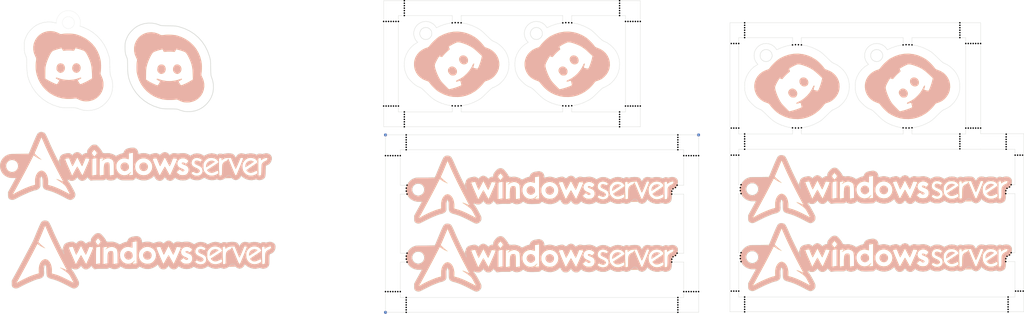
<source format=kicad_pcb>
(kicad_pcb (version 20221018) (generator pcbnew)
  (layers (0 "F.Cu" signal) (31 "B.Cu" signal) (34 "B.Paste" user) (35 "F.Paste" user) (36 "B.SilkS" user "B.Silkscreen") (37 "F.SilkS" user "F.Silkscreen") (38 "B.Mask" user) (39 "F.Mask" user) (44 "Edge.Cuts" user))
  (net 0 "")
  (footprint "NPTH" (layer "F.Cu") (at 251.930818 78.344594)
    (fp_text reference "KiKit_MB_11_2" hide)
    (fp_text value "NPTH" hide)
  )
  (footprint "NPTH" (layer "F.Cu") (at 351.384383 40.454263)
    (fp_text reference "KiKit_MB_11_7" hide)
    (fp_text value "NPTH" hide)
  )
  (footprint "NPTH" (layer "F.Cu") (at 229.40332 26.836796)
    (fp_text reference "KiKit_MB_6_2" hide)
    (fp_text value "NPTH" hide)
  )
  (footprint "NPTH" (layer "F.Cu") (at 229.40332 64.413333)
    (fp_text reference "KiKit_MB_8_2" hide)
    (fp_text value "NPTH" hide)
  )
  (footprint "NPTH" (layer "F.Cu") (at 327.203643 68.999859)
    (fp_text reference "KiKit_MB_4_2" hide)
    (fp_text value "NPTH" hide)
  )
  (footprint "NPTH" (layer "F.Cu") (at 270.456582 111.130801)
    (fp_text reference "KiKit_MB_3_4" hide)
    (fp_text value "NPTH" hide)
  )
  (footprint "NPTH" (layer "F.Cu") (at 229.40332 65.246666)
    (fp_text reference "KiKit_MB_8_3" hide)
    (fp_text value "NPTH" hide)
  )
  (footprint "NPTH" (layer "F.Cu") (at 271.657743 35.12093)
    (fp_text reference "KiKit_MB_5_3" hide)
    (fp_text value "NPTH" hide)
  )
  (footprint "NPTH" (layer "F.Cu") (at 360.019285 72.842062)
    (fp_text reference "KiKit_MB_6_3" hide)
    (fp_text value "NPTH" hide)
  )
  (footprint "NPTH" (layer "F.Cu") (at 267.157743 40.454263)
    (fp_text reference "KiKit_MB_9_4" hide)
    (fp_text value "NPTH" hide)
  )
  (footprint "NPTH" (layer "F.Cu") (at 149.67668 61.58)
    (fp_text reference "KiKit_MB_10_1" hide)
    (fp_text value "NPTH" hide)
  )
  (footprint "NPTH" (layer "F.Cu") (at 327.201979 40.864365)
    (fp_text reference "KiKit_MB_3_3" hide)
    (fp_text value "NPTH" hide)
  )
  (footprint "NPTH" (layer "F.Cu") (at 156.67668 63.58)
    (fp_text reference "KiKit_MB_7_1" hide)
    (fp_text value "NPTH" hide)
  )
  (footprint "NPTH" (layer "F.Cu") (at 229.40332 68.58)
    (fp_text reference "KiKit_MB_8_7" hide)
    (fp_text value "NPTH" hide)
  )
  (footprint "NPTH" (layer "F.Cu") (at 229.40332 27.670129)
    (fp_text reference "KiKit_MB_6_3" hide)
    (fp_text value "NPTH" hide)
  )
  (footprint "NPTH" (layer "F.Cu") (at 157.302514 129.618469)
    (fp_text reference "KiKit_MB_7_5" hide)
    (fp_text value "NPTH" hide)
  )
  (footprint "NPTH" (layer "F.Cu") (at 156.67668 65.246666)
    (fp_text reference "KiKit_MB_7_3" hide)
    (fp_text value "NPTH" hide)
  )
  (footprint "NPTH" (layer "F.Cu") (at 247.449217 89.572921)
    (fp_text reference "KiKit_MB_2_3" hide)
    (fp_text value "NPTH" hide)
  )
  (footprint "NPTH" (layer "F.Cu") (at 268.82441 124.115937)
    (fp_text reference "KiKit_MB_10_6" hide)
    (fp_text value "NPTH" hide)
  )
  (footprint "NPTH" (layer "F.Cu") (at 157.58861 88.32973)
    (fp_text reference "KiKit_MB_1_4" hide)
    (fp_text value "NPTH" hide)
  )
  (footprint "NPTH" (layer "F.Cu") (at 270.201584 113.141584)
    (fp_text reference "KiKit_MB_3_2" hide)
    (fp_text value "NPTH" hide)
  )
  (footprint "NPTH" (layer "F.Cu") (at 232.236653 33.003462)
    (fp_text reference "KiKit_MB_11_2" hide)
    (fp_text value "NPTH" hide)
  )
  (footprint "NPTH" (layer "F.Cu") (at 344.384383 35.12093)
    (fp_text reference "KiKit_MB_6_3" hide)
    (fp_text value "NPTH" hide)
  )
  (footprint "NPTH" (layer "F.Cu") (at 157.58861 91.329729)
    (fp_text reference "KiKit_MB_1_1" hide)
    (fp_text value "NPTH" hide)
  )
  (footprint "NPTH" (layer "F.Cu") (at 270.456582 88.160531)
    (fp_text reference "KiKit_MB_1_4" hide)
    (fp_text value "NPTH" hide)
  )
  (footprint "NPTH" (layer "F.Cu") (at 268.82441 69.030801)
    (fp_text reference "KiKit_MB_10_6" hide)
    (fp_text value "NPTH" hide)
  )
  (footprint "NPTH" (layer "F.Cu") (at 360.68 129.44927)
    (fp_text reference "KiKit_MB_8_5" hide)
    (fp_text value "NPTH" hide)
  )
  (footprint "NPTH" (layer "F.Cu") (at 271.657743 33.454263)
    (fp_text reference "KiKit_MB_5_1" hide)
    (fp_text value "NPTH" hide)
  )
  (footprint "LOGO" (layer "F.Cu") (at 77.216 48.514)
    (fp_text reference "G***" hide)
    (fp_text value "LOGO" hide)
  )
  (footprint "NPTH" (layer "F.Cu") (at 156.67668 66.913333)
    (fp_text reference "KiKit_MB_7_5" hide)
    (fp_text value "NPTH" hide)
  )
  (footprint "NPTH" (layer "F.Cu") (at 256.097485 124.285136)
    (fp_text reference "KiKit_MB_12_7" hide)
    (fp_text value "NPTH" hide)
  )
  (footprint "NPTH" (layer "F.Cu") (at 157.302514 128.785136)
    (fp_text reference "KiKit_MB_7_4" hide)
    (fp_text value "NPTH" hide)
  )
  (footprint "LOGO" (layer "F.Cu") (at 204.54525 89.829729)
    (fp_text reference "G***" hide)
    (fp_text value "LOGO" hide)
  )
  (footprint "NPTH" (layer "F.Cu") (at 267.991077 124.115937)
    (fp_text reference "KiKit_MB_10_5" hide)
    (fp_text value "NPTH" hide)
  )
  (footprint "NPTH" (layer "F.Cu") (at 156.67668 28.503462)
    (fp_text reference "KiKit_MB_5_4" hide)
    (fp_text value "NPTH" hide)
  )
  (footprint "NPTH" (layer "F.Cu") (at 328.202723 40.91908)
    (fp_text reference "KiKit_MB_3_4" hide)
    (fp_text value "NPTH" hide)
  )
  (footprint "NPTH" (layer "F.Cu") (at 157.333612 113.310783)
    (fp_text reference "KiKit_MB_3_2" hide)
    (fp_text value "NPTH" hide)
  )
  (footprint "NPTH" (layer "F.Cu") (at 247.048806 113.330861)
    (fp_text reference "KiKit_MB_4_4" hide)
    (fp_text value "NPTH" hide)
  )
  (footprint "NPTH" (layer "F.Cu") (at 344.384383 76.030801)
    (fp_text reference "KiKit_MB_8_7" hide)
    (fp_text value "NPTH" hide)
  )
  (footprint "NPTH" (layer "F.Cu") (at 156.67668 68.58)
    (fp_text reference "KiKit_MB_7_7" hide)
    (fp_text value "NPTH" hide)
  )
  (footprint "NPTH" (layer "F.Cu") (at 326.203525 68.999937)
    (fp_text reference "KiKit_MB_4_3" hide)
    (fp_text value "NPTH" hide)
  )
  (footprint "NPTH" (layer "F.Cu") (at 152.17668 33.003462)
    (fp_text reference "KiKit_MB_9_4" hide)
    (fp_text value "NPTH" hide)
  )
  (footprint "LOGO" (layer "F.Cu") (at 67.322583 81.8392)
    (fp_text reference "G***" hide)
    (fp_text value "LOGO" hide)
    (fp_line (start -44.552235 8.858602) (end -43.709088 7.32034) (stroke (width 0.1)) (layer "Edge.Cuts"))
    (fp_line (start -44.552235 9.798685) (end -44.552235 8.858602) (stroke (width 0.1)) (layer "Edge.Cuts"))
    (fp_line (start -44.548324 10.060505) (end -44.552235 9.798685) (stroke (width 0.1)) (layer "Edge.Cuts"))
    (fp_line (start -44.496035 10.56638) (end -44.548324 10.060505) (stroke (width 0.1)) (layer "Edge.Cuts"))
    (fp_line (start -44.360673 10.9153) (end -44.496035 10.56638) (stroke (width 0.1)) (layer "Edge.Cuts"))
    (fp_line (start -44.114312 11.159999) (end -44.360673 10.9153) (stroke (width 0.1)) (layer "Edge.Cuts"))
    (fp_line (start -43.729027 11.353209) (end -44.114312 11.159999) (stroke (width 0.1)) (layer "Edge.Cuts"))
    (fp_line (start -43.709088 7.32034) (end -43.386899 6.732506) (stroke (width 0.1)) (layer "Edge.Cuts"))
    (fp_line (start -43.386899 6.732506) (end -42.984858 5.998947) (stroke (width 0.1)) (layer "Edge.Cuts"))
    (fp_line (start -43.365969 11.455832) (end -43.729027 11.353209) (stroke (width 0.1)) (layer "Edge.Cuts"))
    (fp_line (start -43.18 -4.064) (end -37.592 -4.064) (stroke (width 0.05)) (layer "Edge.Cuts"))
    (fp_line (start -43.18 4.064) (end -41.91 4.064) (stroke (width 0.05)) (layer "Edge.Cuts"))
    (fp_line (start -42.984858 5.998947) (end -42.536135 5.180186) (stroke (width 0.1)) (layer "Edge.Cuts"))
    (fp_line (start -42.93147 11.453286) (end -43.365969 11.455832) (stroke (width 0.1)) (layer "Edge.Cuts"))
    (fp_line (start -42.536135 5.180186) (end -42.0739 4.336746) (stroke (width 0.1)) (layer "Edge.Cuts"))
    (fp_line (start -42.437082 11.307911) (end -42.93147 11.453286) (stroke (width 0.1)) (layer "Edge.Cuts"))
    (fp_line (start -42.0739 4.336746) (end -41.91 4.064) (stroke (width 0.1)) (layer "Edge.Cuts"))
    (fp_line (start -41.827832 11.009776) (end -42.437082 11.307911) (stroke (width 0.1)) (layer "Edge.Cuts"))
    (fp_line (start -41.084109 10.6113) (end -41.827832 11.009776) (stroke (width 0.1)) (layer "Edge.Cuts"))
    (fp_line (start -40.183687 10.155095) (end -41.084109 10.6113) (stroke (width 0.1)) (layer "Edge.Cuts"))
    (fp_line (start -39.268412 9.71576) (end -40.183687 10.155095) (stroke (width 0.1)) (layer "Edge.Cuts"))
    (fp_line (start -38.36997 9.306842) (end -39.268412 9.71576) (stroke (width 0.1)) (layer "Edge.Cuts"))
    (fp_line (start -37.592 -4.064) (end -37.451695 -4.388423) (stroke (width 0.1)) (layer "Edge.Cuts"))
    (fp_line (start -37.52005 8.94189) (end -38.36997 9.306842) (stroke (width 0.1)) (layer "Edge.Cuts"))
    (fp_line (start -37.451695 -4.388423) (end -37.38863 -4.507274) (stroke (width 0.1)) (layer "Edge.Cuts"))
    (fp_line (start -37.38863 -4.507274) (end -37.292583 -4.708831) (stroke (width 0.1)) (layer "Edge.Cuts"))
    (fp_line (start -37.292583 -4.708831) (end -37.146699 -5.044917) (stroke (width 0.1)) (layer "Edge.Cuts"))
    (fp_line (start -37.146699 -5.044917) (end -37.028443 -5.330422) (stroke (width 0.1)) (layer "Edge.Cuts"))
    (fp_line (start -37.028443 -5.330422) (end -36.460474 -6.721035) (stroke (width 0.1)) (layer "Edge.Cuts"))
    (fp_line (start -36.75034 8.634454) (end -37.52005 8.94189) (stroke (width 0.1)) (layer "Edge.Cuts"))
    (fp_line (start -36.460474 -6.721035) (end -35.970826 -7.900275) (stroke (width 0.1)) (layer "Edge.Cuts"))
    (fp_line (start -36.092527 8.398082) (end -36.75034 8.634454) (stroke (width 0.1)) (layer "Edge.Cuts"))
    (fp_line (start -35.970826 -7.900275) (end -35.555523 -8.877088) (stroke (width 0.1)) (layer "Edge.Cuts"))
    (fp_line (start -35.5783 8.246323) (end -36.092527 8.398082) (stroke (width 0.1)) (layer "Edge.Cuts"))
    (fp_line (start -35.555523 -8.877088) (end -35.210588 -9.660417) (stroke (width 0.1)) (layer "Edge.Cuts"))
    (fp_line (start -35.239345 8.192726) (end -35.5783 8.246323) (stroke (width 0.1)) (layer "Edge.Cuts"))
    (fp_line (start -35.210588 -9.660417) (end -34.932046 -10.259206) (stroke (width 0.1)) (layer "Edge.Cuts"))
    (fp_line (start -35.170931 8.180377) (end -35.239345 8.192726) (stroke (width 0.1)) (layer "Edge.Cuts"))
    (fp_line (start -34.932046 -10.259206) (end -34.715921 -10.682399) (stroke (width 0.1)) (layer "Edge.Cuts"))
    (fp_line (start -34.919302 8.09153) (end -35.170931 8.180377) (stroke (width 0.1)) (layer "Edge.Cuts"))
    (fp_line (start -34.715921 -10.682399) (end -34.558235 -10.93894) (stroke (width 0.1)) (layer "Edge.Cuts"))
    (fp_line (start -34.590059 7.945147) (end -34.919302 8.09153) (stroke (width 0.1)) (layer "Edge.Cuts"))
    (fp_line (start -34.558235 -10.93894) (end -34.508156 -10.999475) (stroke (width 0.1)) (layer "Edge.Cuts"))
    (fp_line (start -34.508156 -10.999475) (end -34.026763 -11.339829) (stroke (width 0.1)) (layer "Edge.Cuts"))
    (fp_line (start -34.272908 7.762266) (end -34.590059 7.945147) (stroke (width 0.1)) (layer "Edge.Cuts"))
    (fp_line (start -34.026763 -11.339829) (end -33.471141 -11.485135) (stroke (width 0.1)) (layer "Edge.Cuts"))
    (fp_line (start -33.945024 7.444977) (end -34.272908 7.762266) (stroke (width 0.1)) (layer "Edge.Cuts"))
    (fp_line (start -33.748805 7.025803) (end -33.945024 7.444977) (stroke (width 0.1)) (layer "Edge.Cuts"))
    (fp_line (start -33.707289 5.272096) (end -33.687467 5.72462) (stroke (width 0.1)) (layer "Edge.Cuts"))
    (fp_line (start -33.688652 4.661961) (end -33.707289 5.272096) (stroke (width 0.1)) (layer "Edge.Cuts"))
    (fp_line (start -33.687467 5.72462) (end -33.668276 6.465449) (stroke (width 0.1)) (layer "Edge.Cuts"))
    (fp_line (start -33.668276 6.465449) (end -33.748805 7.025803) (stroke (width 0.1)) (layer "Edge.Cuts"))
    (fp_line (start -33.621398 4.137088) (end -33.688652 4.661961) (stroke (width 0.1)) (layer "Edge.Cuts"))
    (fp_line (start -33.512722 3.746931) (end -33.621398 4.137088) (stroke (width 0.1)) (layer "Edge.Cuts"))
    (fp_line (start -33.471141 -11.485135) (end -32.898115 -11.435635) (stroke (width 0.1)) (layer "Edge.Cuts"))
    (fp_line (start -33.369817 3.540945) (end -33.512722 3.746931) (stroke (width 0.1)) (layer "Edge.Cuts"))
    (fp_line (start -33.349294 3.536504) (end -33.369817 3.540945) (stroke (width 0.1)) (layer "Edge.Cuts"))
    (fp_line (start -33.222255 3.632966) (end -33.349294 3.536504) (stroke (width 0.1)) (layer "Edge.Cuts"))
    (fp_line (start -33.065999 3.867353) (end -33.222255 3.632966) (stroke (width 0.1)) (layer "Edge.Cuts"))
    (fp_line (start -33.029367 3.941295) (end -33.065999 3.867353) (stroke (width 0.1)) (layer "Edge.Cuts"))
    (fp_line (start -32.945802 4.190667) (end -33.029367 3.941295) (stroke (width 0.1)) (layer "Edge.Cuts"))
    (fp_line (start -32.898115 -11.435635) (end -32.364508 -11.191569) (stroke (width 0.1)) (layer "Edge.Cuts"))
    (fp_line (start -32.892336 4.528449) (end -32.945802 4.190667) (stroke (width 0.1)) (layer "Edge.Cuts"))
    (fp_line (start -32.86317 5.003452) (end -32.892336 4.528449) (stroke (width 0.1)) (layer "Edge.Cuts"))
    (fp_line (start -32.852506 5.664485) (end -32.86317 5.003452) (stroke (width 0.1)) (layer "Edge.Cuts"))
    (fp_line (start -32.844353 6.175774) (end -32.852506 5.664485) (stroke (width 0.1)) (layer "Edge.Cuts"))
    (fp_line (start -32.794882 6.823777) (end -32.844353 6.175774) (stroke (width 0.1)) (layer "Edge.Cuts"))
    (fp_line (start -32.675219 7.302095) (end -32.794882 6.823777) (stroke (width 0.1)) (layer "Edge.Cuts"))
    (fp_line (start -32.456404 7.650266) (end -32.675219 7.302095) (stroke (width 0.1)) (layer "Edge.Cuts"))
    (fp_line (start -32.364508 -11.191569) (end -32.122995 -10.989377) (stroke (width 0.1)) (layer "Edge.Cuts"))
    (fp_line (start -32.122995 -10.989377) (end -31.950133 -10.746785) (stroke (width 0.1)) (layer "Edge.Cuts"))
    (fp_line (start -32.109479 7.907832) (end -32.456404 7.650266) (stroke (width 0.1)) (layer "Edge.Cuts"))
    (fp_line (start -31.950133 -10.746785) (end -31.708277 -10.305773) (stroke (width 0.1)) (layer "Edge.Cuts"))
    (fp_line (start -31.708277 -10.305773) (end -31.408674 -9.688994) (stroke (width 0.1)) (layer "Edge.Cuts"))
    (fp_line (start -31.605484 8.114331) (end -32.109479 7.907832) (stroke (width 0.1)) (layer "Edge.Cuts"))
    (fp_line (start -31.408674 -9.688994) (end -31.062569 -8.919103) (stroke (width 0.1)) (layer "Edge.Cuts"))
    (fp_line (start -31.062569 -8.919103) (end -30.854775 -8.434608) (stroke (width 0.1)) (layer "Edge.Cuts"))
    (fp_line (start -30.915461 8.309306) (end -31.605484 8.114331) (stroke (width 0.1)) (layer "Edge.Cuts"))
    (fp_line (start -30.854775 -8.434608) (end -30.306942 -7.180351) (stroke (width 0.1)) (layer "Edge.Cuts"))
    (fp_line (start -30.366931 8.462919) (end -30.915461 8.309306) (stroke (width 0.1)) (layer "Edge.Cuts"))
    (fp_line (start -30.306942 -7.180351) (end -29.653362 -5.757715) (stroke (width 0.1)) (layer "Edge.Cuts"))
    (fp_line (start -29.653362 -5.757715) (end -28.910079 -4.199517) (stroke (width 0.1)) (layer "Edge.Cuts"))
    (fp_line (start -29.458387 8.772196) (end -30.366931 8.462919) (stroke (width 0.1)) (layer "Edge.Cuts"))
    (fp_line (start -28.910079 -4.199517) (end -28.093137 -2.538571) (stroke (width 0.1)) (layer "Edge.Cuts"))
    (fp_line (start -28.461817 9.176572) (end -29.458387 8.772196) (stroke (width 0.1)) (layer "Edge.Cuts"))
    (fp_line (start -28.093137 -2.538571) (end -27.21858 -0.807694) (stroke (width 0.1)) (layer "Edge.Cuts"))
    (fp_line (start -27.351972 9.687256) (end -28.461817 9.176572) (stroke (width 0.1)) (layer "Edge.Cuts"))
    (fp_line (start -27.21858 -0.807694) (end -26.878079 -0.186317) (stroke (width 0.1)) (layer "Edge.Cuts"))
    (fp_line (start -27.132079 -2.167517) (end -27.115578 -2.48523) (stroke (width 0.1)) (layer "Edge.Cuts"))
    (fp_line (start -27.115578 -2.48523) (end -27.106045 -2.606863) (stroke (width 0.1)) (layer "Edge.Cuts"))
    (fp_line (start -27.106045 -2.606863) (end -26.928522 -3.165456) (stroke (width 0.1)) (layer "Edge.Cuts"))
    (fp_line (start -27.081279 -1.507117) (end -27.132079 -2.167517) (stroke (width 0.1)) (layer "Edge.Cuts"))
    (fp_line (start -26.928522 -3.165456) (end -26.586748 -3.601856) (stroke (width 0.1)) (layer "Edge.Cuts"))
    (fp_line (start -26.878079 -0.186317) (end -27.081279 -1.507117) (stroke (width 0.1)) (layer "Edge.Cuts"))
    (fp_line (start -26.586748 -3.601856) (end -26.062915 -3.9303) (stroke (width 0.1)) (layer "Edge.Cuts"))
    (fp_line (start -26.103601 10.315458) (end -27.351972 9.687256) (stroke (width 0.1)) (layer "Edge.Cuts"))
    (fp_line (start -26.062915 -3.9303) (end -25.339219 -4.165028) (stroke (width 0.1)) (layer "Edge.Cuts"))
    (fp_line (start -25.339219 -4.165028) (end -25.092509 -4.217013) (stroke (width 0.1)) (layer "Edge.Cuts"))
    (fp_line (start -25.092509 -4.217013) (end -24.451648 -4.316706) (stroke (width 0.1)) (layer "Edge.Cuts"))
    (fp_line (start -24.691457 11.072388) (end -26.103601 10.315458) (stroke (width 0.1)) (layer "Edge.Cuts"))
    (fp_line (start -24.68845 11.074037) (end -24.691457 11.072388) (stroke (width 0.1)) (layer "Edge.Cuts"))
    (fp_line (start -24.468644 4.552402) (end -24.365693 4.822281) (stroke (width 0.1)) (layer "Edge.Cuts"))
    (fp_line (start -24.451648 -4.316706) (end -23.972689 -4.327493) (stroke (width 0.1)) (layer "Edge.Cuts"))
    (fp_line (start -24.365693 4.822281) (end -24.32631 4.962075) (stroke (width 0.1)) (layer "Edge.Cuts"))
    (fp_line (start -24.32631 4.962075) (end -24.246306 5.226629) (stroke (width 0.1)) (layer "Edge.Cuts"))
    (fp_line (start -24.260562 11.281246) (end -24.68845 11.074037) (stroke (width 0.1)) (layer "Edge.Cuts"))
    (fp_line (start -24.246306 5.226629) (end -24.116859 5.356731) (stroke (width 0.1)) (layer "Edge.Cuts"))
    (fp_line (start -24.116859 5.356731) (end -23.995224 5.492528) (stroke (width 0.1)) (layer "Edge.Cuts"))
    (fp_line (start -23.995224 5.492528) (end -23.785797 5.800937) (stroke (width 0.1)) (layer "Edge.Cuts"))
    (fp_line (start -23.982479 4.741283) (end -24.468644 4.552402) (stroke (width 0.1)) (layer "Edge.Cuts"))
    (fp_line (start -23.972689 -4.327493) (end -23.59678 -4.241597) (stroke (width 0.1)) (layer "Edge.Cuts"))
    (fp_line (start -23.860435 11.428902) (end -24.260562 11.281246) (stroke (width 0.1)) (layer "Edge.Cuts"))
    (fp_line (start -23.785797 5.800937) (end -23.510518 6.246554) (stroke (width 0.1)) (layer "Edge.Cuts"))
    (fp_line (start -23.59678 -4.241597) (end -23.265074 -4.051242) (stroke (width 0.1)) (layer "Edge.Cuts"))
    (fp_line (start -23.574328 11.485136) (end -23.860435 11.428902) (stroke (width 0.1)) (layer "Edge.Cuts"))
    (fp_line (start -23.510518 6.246554) (end -23.191329 6.793975) (stroke (width 0.1)) (layer "Edge.Cuts"))
    (fp_line (start -23.496314 4.930164) (end -23.982479 4.741283) (stroke (width 0.1)) (layer "Edge.Cuts"))
    (fp_line (start -23.265074 -4.051242) (end -23.150779 -3.960395) (stroke (width 0.1)) (layer "Edge.Cuts"))
    (fp_line (start -23.240341 11.448892) (end -23.574328 11.485136) (stroke (width 0.1)) (layer "Edge.Cuts"))
    (fp_line (start -23.191329 6.793975) (end -22.882136 7.349044) (stroke (width 0.1)) (layer "Edge.Cuts"))
    (fp_line (start -23.150779 -3.960395) (end -22.80403 -3.668625) (stroke (width 0.1)) (layer "Edge.Cuts"))
    (fp_line (start -22.943717 5.01319) (end -23.496314 4.930164) (stroke (width 0.1)) (layer "Edge.Cuts"))
    (fp_line (start -22.882136 7.349044) (end -22.50229 8.05461) (stroke (width 0.1)) (layer "Edge.Cuts"))
    (fp_line (start -22.80403 -3.668625) (end -22.437299 -4.086309) (stroke (width 0.1)) (layer "Edge.Cuts"))
    (fp_line (start -22.700387 11.226911) (end -23.240341 11.448892) (stroke (width 0.1)) (layer "Edge.Cuts"))
    (fp_line (start -22.50229 8.05461) (end -22.226275 8.592867) (stroke (width 0.1)) (layer "Edge.Cuts"))
    (fp_line (start -22.437299 -4.086309) (end -21.955008 -4.477695) (stroke (width 0.1)) (layer "Edge.Cuts"))
    (fp_line (start -22.372321 4.909768) (end -22.943717 5.01319) (stroke (width 0.1)) (layer "Edge.Cuts"))
    (fp_line (start -22.260794 10.840795) (end -22.700387 11.226911) (stroke (width 0.1)) (layer "Edge.Cuts"))
    (fp_line (start -22.226275 8.592867) (end -22.038923 8.999367) (stroke (width 0.1)) (layer "Edge.Cuts"))
    (fp_line (start -22.038923 8.999367) (end -21.925067 9.309657) (stroke (width 0.1)) (layer "Edge.Cuts"))
    (fp_line (start -21.965105 10.33449) (end -22.260794 10.840795) (stroke (width 0.1)) (layer "Edge.Cuts"))
    (fp_line (start -21.955008 -4.477695) (end -21.406807 -4.660277) (stroke (width 0.1)) (layer "Edge.Cuts"))
    (fp_line (start -21.925067 9.309657) (end -21.869537 9.559287) (stroke (width 0.1)) (layer "Edge.Cuts"))
    (fp_line (start -21.869537 9.559287) (end -21.856865 9.751937) (stroke (width 0.1)) (layer "Edge.Cuts"))
    (fp_line (start -21.856865 9.751937) (end -21.965105 10.33449) (stroke (width 0.1)) (layer "Edge.Cuts"))
    (fp_line (start -21.85472 4.643035) (end -22.372321 4.909768) (stroke (width 0.1)) (layer "Edge.Cuts"))
    (fp_line (start -21.46351 4.236126) (end -21.85472 4.643035) (stroke (width 0.1)) (layer "Edge.Cuts"))
    (fp_line (start -21.409736 4.155038) (end -21.46351 4.236126) (stroke (width 0.1)) (layer "Edge.Cuts"))
    (fp_line (start -21.406807 -4.660277) (end -20.834584 -4.634275) (stroke (width 0.1)) (layer "Edge.Cuts"))
    (fp_line (start -21.246064 3.933607) (end -21.409736 4.155038) (stroke (width 0.1)) (layer "Edge.Cuts"))
    (fp_line (start -21.15131 3.844711) (end -21.246064 3.933607) (stroke (width 0.1)) (layer "Edge.Cuts"))
    (fp_line (start -21.133623 3.853216) (end -21.15131 3.844711) (stroke (width 0.1)) (layer "Edge.Cuts"))
    (fp_line (start -21.012803 3.98846) (end -21.133623 3.853216) (stroke (width 0.1)) (layer "Edge.Cuts"))
    (fp_line (start -20.839109 4.236126) (end -21.012803 3.98846) (stroke (width 0.1)) (layer "Edge.Cuts"))
    (fp_line (start -20.834584 -4.634275) (end -20.28023 -4.39991) (stroke (width 0.1)) (layer "Edge.Cuts"))
    (fp_line (start -20.456639 4.660119) (end -20.839109 4.236126) (stroke (width 0.1)) (layer "Edge.Cuts"))
    (fp_line (start -20.28023 -4.39991) (end -19.88747 -4.072902) (stroke (width 0.1)) (layer "Edge.Cuts"))
    (fp_line (start -19.960518 4.92489) (end -20.456639 4.660119) (stroke (width 0.1)) (layer "Edge.Cuts"))
    (fp_line (start -19.88747 -4.072902) (end -19.502825 -3.66506) (stroke (width 0.1)) (layer "Edge.Cuts"))
    (fp_line (start -19.502825 -3.66506) (end -19.14768 -3.963895) (stroke (width 0.1)) (layer "Edge.Cuts"))
    (fp_line (start -19.414266 4.999266) (end -19.960518 4.92489) (stroke (width 0.1)) (layer "Edge.Cuts"))
    (fp_line (start -19.14768 -3.963895) (end -18.817162 -4.174013) (stroke (width 0.1)) (layer "Edge.Cuts"))
    (fp_line (start -18.860416 4.88522) (end -19.414266 4.999266) (stroke (width 0.1)) (layer "Edge.Cuts"))
    (fp_line (start -18.817162 -4.174013) (end -18.435823 -4.321543) (stroke (width 0.1)) (layer "Edge.Cuts"))
    (fp_line (start -18.435823 -4.321543) (end -18.087995 -4.381485) (stroke (width 0.1)) (layer "Edge.Cuts"))
    (fp_line (start -18.3415 4.584726) (end -18.860416 4.88522) (stroke (width 0.1)) (layer "Edge.Cuts"))
    (fp_line (start -18.087995 -4.381485) (end -17.875272 -4.341116) (stroke (width 0.1)) (layer "Edge.Cuts"))
    (fp_line (start -17.900053 4.099757) (end -18.3415 4.584726) (stroke (width 0.1)) (layer "Edge.Cuts"))
    (fp_line (start -17.875272 -4.341116) (end -17.8045 -4.396122) (stroke (width 0.1)) (layer "Edge.Cuts"))
    (fp_line (start -17.869152 4.054136) (end -17.900053 4.099757) (stroke (width 0.1)) (layer "Edge.Cuts"))
    (fp_line (start -17.8045 -4.396122) (end -17.776834 -4.649489) (stroke (width 0.1)) (layer "Edge.Cuts"))
    (fp_line (start -17.778979 -4.786153) (end -17.770595 -5.085355) (stroke (width 0.1)) (layer "Edge.Cuts"))
    (fp_line (start -17.776834 -4.649489) (end -17.778979 -4.786153) (stroke (width 0.1)) (layer "Edge.Cuts"))
    (fp_line (start -17.770595 -5.085355) (end -17.697501 -5.342926) (stroke (width 0.1)) (layer "Edge.Cuts"))
    (fp_line (start -17.713964 3.848415) (end -17.869152 4.054136) (stroke (width 0.1)) (layer "Edge.Cuts"))
    (fp_line (start -17.697501 -5.342926) (end -17.527796 -5.632695) (stroke (width 0.1)) (layer "Edge.Cuts"))
    (fp_line (start -17.628799 3.820051) (end -17.713964 3.848415) (stroke (width 0.1)) (layer "Edge.Cuts"))
    (fp_line (start -17.568249 3.948322) (end -17.628799 3.820051) (stroke (width 0.1)) (layer "Edge.Cuts"))
    (fp_line (start -17.527929 4.032626) (end -17.568249 3.948322) (stroke (width 0.1)) (layer "Edge.Cuts"))
    (fp_line (start -17.527796 -5.632695) (end -17.257574 -5.992901) (stroke (width 0.1)) (layer "Edge.Cuts"))
    (fp_line (start -17.337717 4.284384) (end -17.527929 4.032626) (stroke (width 0.1)) (layer "Edge.Cuts"))
    (fp_line (start -17.257574 -5.992901) (end -16.930596 -6.37801) (stroke (width 0.1)) (layer "Edge.Cuts"))
    (fp_line (start -17.066467 4.556077) (end -17.337717 4.284384) (stroke (width 0.1)) (layer "Edge.Cuts"))
    (fp_line (start -16.930596 -6.37801) (end -16.596064 -6.721697) (stroke (width 0.1)) (layer "Edge.Cuts"))
    (fp_line (start -16.638245 4.93206) (end -17.066467 4.556077) (stroke (width 0.1)) (layer "Edge.Cuts"))
    (fp_line (start -16.596064 -6.721697) (end -16.329309 -6.94732) (stroke (width 0.1)) (layer "Edge.Cuts"))
    (fp_line (start -16.329309 -6.94732) (end -15.85146 -7.151458) (stroke (width 0.1)) (layer "Edge.Cuts"))
    (fp_line (start -15.85146 -7.151458) (end -15.288242 -7.212019) (stroke (width 0.1)) (layer "Edge.Cuts"))
    (fp_line (start -15.572787 4.847534) (end -16.638245 4.93206) (stroke (width 0.1)) (layer "Edge.Cuts"))
    (fp_line (start -15.359005 4.831402) (end -15.572787 4.847534) (stroke (width 0.1)) (layer "Edge.Cuts"))
    (fp_line (start -15.288242 -7.212019) (end -14.746398 -7.121092) (stroke (width 0.1)) (layer "Edge.Cuts"))
    (fp_line (start -14.87653 4.801099) (end -15.359005 4.831402) (stroke (width 0.1)) (layer "Edge.Cuts"))
    (fp_line (start -14.746398 -7.121092) (end -14.626221 -7.073507) (stroke (width 0.1)) (layer "Edge.Cuts"))
    (fp_line (start -14.626221 -7.073507) (end -14.394284 -6.904273) (stroke (width 0.1)) (layer "Edge.Cuts"))
    (fp_line (start -14.491427 4.785173) (end -14.87653 4.801099) (stroke (width 0.1)) (layer "Edge.Cuts"))
    (fp_line (start -14.394284 -6.904273) (end -14.077974 -6.591743) (stroke (width 0.1)) (layer "Edge.Cuts"))
    (fp_line (start -14.272143 4.786818) (end -14.491427 4.785173) (stroke (width 0.1)) (layer "Edge.Cuts"))
    (fp_line (start -14.232822 4.789948) (end -14.272143 4.786818) (stroke (width 0.1)) (layer "Edge.Cuts"))
    (fp_line (start -14.077974 -6.591743) (end -13.720546 -6.189017) (stroke (width 0.1)) (layer "Edge.Cuts"))
    (fp_line (start -13.958767 4.800601) (end -14.232822 4.789948) (stroke (width 0.1)) (layer "Edge.Cuts"))
    (fp_line (start -13.720546 -6.189017) (end -13.365255 -5.749193) (stroke (width 0.1)) (layer "Edge.Cuts"))
    (fp_line (start -13.542301 4.808216) (end -13.958767 4.800601) (stroke (width 0.1)) (layer "Edge.Cuts"))
    (fp_line (start -13.365255 -5.749193) (end -13.055359 -5.325372) (stroke (width 0.1)) (layer "Edge.Cuts"))
    (fp_line (start -13.056833 4.811315) (end -13.542301 4.808216) (stroke (width 0.1)) (layer "Edge.Cuts"))
    (fp_line (start -13.055359 -5.325372) (end -12.834112 -4.970652) (stroke (width 0.1)) (layer "Edge.Cuts"))
    (fp_line (start -12.834112 -4.970652) (end -12.749397 -4.769586) (stroke (width 0.1)) (layer "Edge.Cuts"))
    (fp_line (start -12.749397 -4.769586) (end -12.659802 -4.547233) (stroke (width 0.1)) (layer "Edge.Cuts"))
    (fp_line (start -12.673953 4.806396) (end -13.056833 4.811315) (stroke (width 0.1)) (layer "Edge.Cuts"))
    (fp_line (start -12.659802 -4.547233) (end -12.468264 -4.411797) (stroke (width 0.1)) (layer "Edge.Cuts"))
    (fp_line (start -12.468264 -4.411797) (end -12.166323 -4.322897) (stroke (width 0.1)) (layer "Edge.Cuts"))
    (fp_line (start -12.262639 4.774775) (end -12.673953 4.806396) (stroke (width 0.1)) (layer "Edge.Cuts"))
    (fp_line (start -12.166323 -4.322897) (end -11.740231 -4.267117) (stroke (width 0.1)) (layer "Edge.Cuts"))
    (fp_line (start -11.980083 4.704222) (end -12.262639 4.774775) (stroke (width 0.1)) (layer "Edge.Cuts"))
    (fp_line (start -11.763314 4.583651) (end -11.980083 4.704222) (stroke (width 0.1)) (layer "Edge.Cuts"))
    (fp_line (start -11.740231 -4.267117) (end -11.365016 -4.289352) (stroke (width 0.1)) (layer "Edge.Cuts"))
    (fp_line (start -11.646019 4.499923) (end -11.763314 4.583651) (stroke (width 0.1)) (layer "Edge.Cuts"))
    (fp_line (start -11.476811 4.419819) (end -11.646019 4.499923) (stroke (width 0.1)) (layer "Edge.Cuts"))
    (fp_line (start -11.365016 -4.289352) (end -11.317434 -4.300957) (stroke (width 0.1)) (layer "Edge.Cuts"))
    (fp_line (start -11.317434 -4.300957) (end -10.837946 -4.350738) (stroke (width 0.1)) (layer "Edge.Cuts"))
    (fp_line (start -11.311196 4.460381) (end -11.476811 4.419819) (stroke (width 0.1)) (layer "Edge.Cuts"))
    (fp_line (start -11.050355 4.627716) (end -11.311196 4.460381) (stroke (width 0.1)) (layer "Edge.Cuts"))
    (fp_line (start -10.837946 -4.350738) (end -10.239547 -4.287607) (stroke (width 0.1)) (layer "Edge.Cuts"))
    (fp_line (start -10.758318 4.772273) (end -11.050355 4.627716) (stroke (width 0.1)) (layer "Edge.Cuts"))
    (fp_line (start -10.239547 -4.287607) (end -9.597229 -4.13174) (stroke (width 0.1)) (layer "Edge.Cuts"))
    (fp_line (start -10.217135 4.889056) (end -10.758318 4.772273) (stroke (width 0.1)) (layer "Edge.Cuts"))
    (fp_line (start -9.607774 4.897809) (end -10.217135 4.889056) (stroke (width 0.1)) (layer "Edge.Cuts"))
    (fp_line (start -9.597229 -4.13174) (end -8.985989 -3.903315) (stroke (width 0.1)) (layer "Edge.Cuts"))
    (fp_line (start -9.002535 4.805445) (end -9.607774 4.897809) (stroke (width 0.1)) (layer "Edge.Cuts"))
    (fp_line (start -8.985989 -3.903315) (end -8.48082 -3.622508) (stroke (width 0.1)) (layer "Edge.Cuts"))
    (fp_line (start -8.48082 -3.622508) (end -8.31876 -3.494201) (stroke (width 0.1)) (layer "Edge.Cuts"))
    (fp_line (start -8.473719 4.618877) (end -9.002535 4.805445) (stroke (width 0.1)) (layer "Edge.Cuts"))
    (fp_line (start -8.31876 -3.494201) (end -8.197301 -3.415796) (stroke (width 0.1)) (layer "Edge.Cuts"))
    (fp_line (start -8.197301 -3.415796) (end -8.04536 -3.415074) (stroke (width 0.1)) (layer "Edge.Cuts"))
    (fp_line (start -8.093625 4.345018) (end -8.473719 4.618877) (stroke (width 0.1)) (layer "Edge.Cuts"))
    (fp_line (start -8.04536 -3.415074) (end -7.808335 -3.505985) (stroke (width 0.1)) (layer "Edge.Cuts"))
    (fp_line (start -7.808335 -3.505985) (end -7.431623 -3.702475) (stroke (width 0.1)) (layer "Edge.Cuts"))
    (fp_line (start -7.788068 4.00304) (end -8.093625 4.345018) (stroke (width 0.1)) (layer "Edge.Cuts"))
    (fp_line (start -7.431623 -3.702475) (end -7.368941 -3.736832) (stroke (width 0.1)) (layer "Edge.Cuts"))
    (fp_line (start -7.377067 4.263157) (end -7.788068 4.00304) (stroke (width 0.1)) (layer "Edge.Cuts"))
    (fp_line (start -7.368941 -3.736832) (end -6.904441 -3.960722) (stroke (width 0.1)) (layer "Edge.Cuts"))
    (fp_line (start -7.297614 4.313026) (end -7.377067 4.263157) (stroke (width 0.1)) (layer "Edge.Cuts"))
    (fp_line (start -6.998823 4.487895) (end -7.297614 4.313026) (stroke (width 0.1)) (layer "Edge.Cuts"))
    (fp_line (start -6.904441 -3.960722) (end -6.432092 -4.138218) (stroke (width 0.1)) (layer "Edge.Cuts"))
    (fp_line (start -6.709154 4.624831) (end -6.998823 4.487895) (stroke (width 0.1)) (layer "Edge.Cuts"))
    (fp_line (start -6.432092 -4.138218) (end -6.07578 -4.226712) (stroke (width 0.1)) (layer "Edge.Cuts"))
    (fp_line (start -6.398107 4.727057) (end -6.709154 4.624831) (stroke (width 0.1)) (layer "Edge.Cuts"))
    (fp_line (start -6.07578 -4.226712) (end -5.739315 -4.289729) (stroke (width 0.1)) (layer "Edge.Cuts"))
    (fp_line (start -6.035183 4.797801) (end -6.398107 4.727057) (stroke (width 0.1)) (layer "Edge.Cuts"))
    (fp_line (start -5.739315 -4.289729) (end -5.556523 -4.399961) (stroke (width 0.1)) (layer "Edge.Cuts"))
    (fp_line (start -5.589883 4.840287) (end -6.035183 4.797801) (stroke (width 0.1)) (layer "Edge.Cuts"))
    (fp_line (start -5.556523 -4.399961) (end -5.446411 -4.620233) (stroke (width 0.1)) (layer "Edge.Cuts"))
    (fp_line (start -5.446411 -4.620233) (end -5.406866 -4.745561) (stroke (width 0.1)) (layer "Edge.Cuts"))
    (fp_line (start -5.406866 -4.745561) (end -5.142241 -5.272394) (stroke (width 0.1)) (layer "Edge.Cuts"))
    (fp_line (start -5.142241 -5.272394) (end -4.697541 -5.668782) (stroke (width 0.1)) (layer "Edge.Cuts"))
    (fp_line (start -5.031708 4.857741) (end -5.589883 4.840287) (stroke (width 0.1)) (layer "Edge.Cuts"))
    (fp_line (start -4.697541 -5.668782) (end -4.062052 -5.942486) (stroke (width 0.1)) (layer "Edge.Cuts"))
    (fp_line (start -4.330158 4.853388) (end -5.031708 4.857741) (stroke (width 0.1)) (layer "Edge.Cuts"))
    (fp_line (start -4.062052 -5.942486) (end -3.610529 -6.046545) (stroke (width 0.1)) (layer "Edge.Cuts"))
    (fp_line (start -3.610529 -6.046545) (end -3.100536 -6.123611) (stroke (width 0.1)) (layer "Edge.Cuts"))
    (fp_line (start -3.454735 4.830454) (end -4.330158 4.853388) (stroke (width 0.1)) (layer "Edge.Cuts"))
    (fp_line (start -3.100536 -6.123611) (end -2.604167 -6.176825) (stroke (width 0.1)) (layer "Edge.Cuts"))
    (fp_line (start -2.604167 -6.176825) (end -2.241608 -6.194398) (stroke (width 0.1)) (layer "Edge.Cuts"))
    (fp_line (start -2.374938 4.792164) (end -3.454735 4.830454) (stroke (width 0.1)) (layer "Edge.Cuts"))
    (fp_line (start -2.308969 4.780948) (end -2.374938 4.792164) (stroke (width 0.1)) (layer "Edge.Cuts"))
    (fp_line (start -2.241608 -6.194398) (end -1.669667 -6.079723) (stroke (width 0.1)) (layer "Edge.Cuts"))
    (fp_line (start -2.041578 4.650061) (end -2.308969 4.780948) (stroke (width 0.1)) (layer "Edge.Cuts"))
    (fp_line (start -1.758701 4.421841) (end -2.041578 4.650061) (stroke (width 0.1)) (layer "Edge.Cuts"))
    (fp_line (start -1.669667 -6.079723) (end -1.185625 -5.770389) (stroke (width 0.1)) (layer "Edge.Cuts"))
    (fp_line (start -1.398002 4.061142) (end -1.758701 4.421841) (stroke (width 0.1)) (layer "Edge.Cuts"))
    (fp_line (start -1.185625 -5.770389) (end -0.824487 -5.3009) (stroke (width 0.1)) (layer "Edge.Cuts"))
    (fp_line (start -0.824487 -5.3009) (end -0.621257 -4.705756) (stroke (width 0.1)) (layer "Edge.Cuts"))
    (fp_line (start -0.624921 4.441728) (end -1.398002 4.061142) (stroke (width 0.1)) (layer "Edge.Cuts"))
    (fp_line (start -0.621257 -4.705756) (end -0.603178 -4.579504) (stroke (width 0.1)) (layer "Edge.Cuts"))
    (fp_line (start -0.603178 -4.579504) (end -0.560568 -4.259792) (stroke (width 0.1)) (layer "Edge.Cuts"))
    (fp_line (start -0.560568 -4.259792) (end -0.521913 -4.06485) (stroke (width 0.1)) (layer "Edge.Cuts"))
    (fp_line (start -0.521913 -4.06485) (end -0.508014 -4.036904) (stroke (width 0.1)) (layer "Edge.Cuts"))
    (fp_line (start -0.508014 -4.036904) (end -0.385718 -4.063777) (stroke (width 0.1)) (layer "Edge.Cuts"))
    (fp_line (start -0.385718 -4.063777) (end -0.099228 -4.134032) (stroke (width 0.1)) (layer "Edge.Cuts"))
    (fp_line (start -0.221744 4.616356) (end -0.624921 4.441728) (stroke (width 0.1)) (layer "Edge.Cuts"))
    (fp_line (start -0.099228 -4.134032) (end 0.266173 -4.226529) (stroke (width 0.1)) (layer "Edge.Cuts"))
    (fp_line (start 0.266173 -4.226529) (end 1.222718 -4.355465) (stroke (width 0.1)) (layer "Edge.Cuts"))
    (fp_line (start 0.745948 4.860083) (end -0.221744 4.616356) (stroke (width 0.1)) (layer "Edge.Cuts"))
    (fp_line (start 1.222718 -4.355465) (end 2.164628 -4.249868) (stroke (width 0.1)) (layer "Edge.Cuts"))
    (fp_line (start 1.734989 4.87857) (end 0.745948 4.860083) (stroke (width 0.1)) (layer "Edge.Cuts"))
    (fp_line (start 2.164628 -4.249868) (end 2.840476 -4.024445) (stroke (width 0.1)) (layer "Edge.Cuts"))
    (fp_line (start 2.710236 4.669419) (end 1.734989 4.87857) (stroke (width 0.1)) (layer "Edge.Cuts"))
    (fp_line (start 2.819222 4.631052) (end 2.710236 4.669419) (stroke (width 0.1)) (layer "Edge.Cuts"))
    (fp_line (start 2.840476 -4.024445) (end 3.186616 -3.887454) (stroke (width 0.1)) (layer "Edge.Cuts"))
    (fp_line (start 3.186616 -3.887454) (end 3.406149 -3.848321) (stroke (width 0.1)) (layer "Edge.Cuts"))
    (fp_line (start 3.39835 4.381597) (end 2.819222 4.631052) (stroke (width 0.1)) (layer "Edge.Cuts"))
    (fp_line (start 3.406149 -3.848321) (end 3.583083 -3.900255) (stroke (width 0.1)) (layer "Edge.Cuts"))
    (fp_line (start 3.583083 -3.900255) (end 3.679282 -3.956633) (stroke (width 0.1)) (layer "Edge.Cuts"))
    (fp_line (start 3.679282 -3.956633) (end 3.933611 -4.064952) (stroke (width 0.1)) (layer "Edge.Cuts"))
    (fp_line (start 3.933611 -4.064952) (end 4.333523 -4.179949) (stroke (width 0.1)) (layer "Edge.Cuts"))
    (fp_line (start 3.933998 4.0825) (end 3.39835 4.381597) (stroke (width 0.1)) (layer "Edge.Cuts"))
    (fp_line (start 4.333523 -4.179949) (end 4.783386 -4.274997) (stroke (width 0.1)) (layer "Edge.Cuts"))
    (fp_line (start 4.365144 3.771365) (end 3.933998 4.0825) (stroke (width 0.1)) (layer "Edge.Cuts"))
    (fp_line (start 4.63077 3.485801) (end 4.365144 3.771365) (stroke (width 0.1)) (layer "Edge.Cuts"))
    (fp_line (start 4.699734 3.395302) (end 4.63077 3.485801) (stroke (width 0.1)) (layer "Edge.Cuts"))
    (fp_line (start 4.783386 -4.274997) (end 5.232168 -4.345368) (stroke (width 0.1)) (layer "Edge.Cuts"))
    (fp_line (start 4.784133 3.389898) (end 4.699734 3.395302) (stroke (width 0.1)) (layer "Edge.Cuts"))
    (fp_line (start 4.89515 3.538394) (end 4.784133 3.389898) (stroke (width 0.1)) (layer "Edge.Cuts"))
    (fp_line (start 5.067303 3.871267) (end 4.89515 3.538394) (stroke (width 0.1)) (layer "Edge.Cuts"))
    (fp_line (start 5.206966 4.130824) (end 5.067303 3.871267) (stroke (width 0.1)) (layer "Edge.Cuts"))
    (fp_line (start 5.232168 -4.345368) (end 5.534553 -4.361166) (stroke (width 0.1)) (layer "Edge.Cuts"))
    (fp_line (start 5.534553 -4.361166) (end 5.774392 -4.315742) (stroke (width 0.1)) (layer "Edge.Cuts"))
    (fp_line (start 5.564549 4.589344) (end 5.206966 4.130824) (stroke (width 0.1)) (layer "Edge.Cuts"))
    (fp_line (start 5.774392 -4.315742) (end 6.035539 -4.202448) (stroke (width 0.1)) (layer "Edge.Cuts"))
    (fp_line (start 6.000751 4.862713) (end 5.564549 4.589344) (stroke (width 0.1)) (layer "Edge.Cuts"))
    (fp_line (start 6.035539 -4.202448) (end 6.098324 -4.170744) (stroke (width 0.1)) (layer "Edge.Cuts"))
    (fp_line (start 6.098324 -4.170744) (end 6.406848 -3.995855) (stroke (width 0.1)) (layer "Edge.Cuts"))
    (fp_line (start 6.406848 -3.995855) (end 6.619974 -3.842974) (stroke (width 0.1)) (layer "Edge.Cuts"))
    (fp_line (start 6.562384 4.985829) (end 6.000751 4.862713) (stroke (width 0.1)) (layer "Edge.Cuts"))
    (fp_line (start 6.601731 4.989071) (end 6.562384 4.985829) (stroke (width 0.1)) (layer "Edge.Cuts"))
    (fp_line (start 6.619974 -3.842974) (end 6.662414 -3.796742) (stroke (width 0.1)) (layer "Edge.Cuts"))
    (fp_line (start 6.662414 -3.796742) (end 6.784554 -3.79424) (stroke (width 0.1)) (layer "Edge.Cuts"))
    (fp_line (start 6.784554 -3.79424) (end 7.012427 -3.959266) (stroke (width 0.1)) (layer "Edge.Cuts"))
    (fp_line (start 7.012427 -3.959266) (end 7.142468 -4.08497) (stroke (width 0.1)) (layer "Edge.Cuts"))
    (fp_line (start 7.142468 -4.08497) (end 7.666541 -4.482109) (stroke (width 0.1)) (layer "Edge.Cuts"))
    (fp_line (start 7.202613 4.921651) (end 6.601731 4.989071) (stroke (width 0.1)) (layer "Edge.Cuts"))
    (fp_line (start 7.666541 -4.482109) (end 8.244125 -4.665126) (stroke (width 0.1)) (layer "Edge.Cuts"))
    (fp_line (start 7.734674 4.630886) (end 7.202613 4.921651) (stroke (width 0.1)) (layer "Edge.Cuts"))
    (fp_line (start 8.191868 4.119989) (end 7.734674 4.630886) (stroke (width 0.1)) (layer "Edge.Cuts"))
    (fp_line (start 8.244125 -4.665126) (end 8.842414 -4.623851) (stroke (width 0.1)) (layer "Edge.Cuts"))
    (fp_line (start 8.436476 3.757016) (end 8.191868 4.119989) (stroke (width 0.1)) (layer "Edge.Cuts"))
    (fp_line (start 8.698117 4.156153) (end 8.436476 3.757016) (stroke (width 0.1)) (layer "Edge.Cuts"))
    (fp_line (start 8.842414 -4.623851) (end 8.863047 -4.618296) (stroke (width 0.1)) (layer "Edge.Cuts"))
    (fp_line (start 8.863047 -4.618296) (end 9.184202 -4.47586) (stroke (width 0.1)) (layer "Edge.Cuts"))
    (fp_line (start 8.947327 4.466682) (end 8.698117 4.156153) (stroke (width 0.1)) (layer "Edge.Cuts"))
    (fp_line (start 9.184202 -4.47586) (end 9.521666 -4.245999) (stroke (width 0.1)) (layer "Edge.Cuts"))
    (fp_line (start 9.437884 4.825896) (end 8.947327 4.466682) (stroke (width 0.1)) (layer "Edge.Cuts"))
    (fp_line (start 9.521666 -4.245999) (end 9.810533 -3.983537) (stroke (width 0.1)) (layer "Edge.Cuts"))
    (fp_line (start 9.810533 -3.983537) (end 9.985894 -3.743297) (stroke (width 0.1)) (layer "Edge.Cuts"))
    (fp_line (start 9.985894 -3.743297) (end 10.064834 -3.629259) (stroke (width 0.1)) (layer "Edge.Cuts"))
    (fp_line (start 9.989132 4.993983) (end 9.437884 4.825896) (stroke (width 0.1)) (layer "Edge.Cuts"))
    (fp_line (start 10.064834 -3.629259) (end 10.186919 -3.765752) (stroke (width 0.1)) (layer "Edge.Cuts"))
    (fp_line (start 10.186919 -3.765752) (end 10.404198 -3.962153) (stroke (width 0.1)) (layer "Edge.Cuts"))
    (fp_line (start 10.404198 -3.962153) (end 10.739382 -4.155068) (stroke (width 0.1)) (layer "Edge.Cuts"))
    (fp_line (start 10.555715 4.968266) (end 9.989132 4.993983) (stroke (width 0.1)) (layer "Edge.Cuts"))
    (fp_line (start 10.739382 -4.155068) (end 10.873298 -4.212143) (stroke (width 0.1)) (layer "Edge.Cuts"))
    (fp_line (start 10.873298 -4.212143) (end 11.203921 -4.317371) (stroke (width 0.1)) (layer "Edge.Cuts"))
    (fp_line (start 11.092282 4.746067) (end 10.555715 4.968266) (stroke (width 0.1)) (layer "Edge.Cuts"))
    (fp_line (start 11.203921 -4.317371) (end 11.510941 -4.348872) (stroke (width 0.1)) (layer "Edge.Cuts"))
    (fp_line (start 11.510941 -4.348872) (end 11.895621 -4.311367) (stroke (width 0.1)) (layer "Edge.Cuts"))
    (fp_line (start 11.553478 4.324709) (end 11.092282 4.746067) (stroke (width 0.1)) (layer "Edge.Cuts"))
    (fp_line (start 11.841993 3.956055) (end 11.553478 4.324709) (stroke (width 0.1)) (layer "Edge.Cuts"))
    (fp_line (start 11.895621 -4.311367) (end 12.133873 -4.270914) (stroke (width 0.1)) (layer "Edge.Cuts"))
    (fp_line (start 12.133873 -4.270914) (end 12.688891 -4.200227) (stroke (width 0.1)) (layer "Edge.Cuts"))
    (fp_line (start 12.247781 4.255436) (end 11.841993 3.956055) (stroke (width 0.1)) (layer "Edge.Cuts"))
    (fp_line (start 12.343839 4.322494) (end 12.247781 4.255436) (stroke (width 0.1)) (layer "Edge.Cuts"))
    (fp_line (start 12.688891 -4.200227) (end 13.227551 -4.208284) (stroke (width 0.1)) (layer "Edge.Cuts"))
    (fp_line (start 12.990525 4.637483) (end 12.343839 4.322494) (stroke (width 0.1)) (layer "Edge.Cuts"))
    (fp_line (start 13.227551 -4.208284) (end 13.769948 -4.277697) (stroke (width 0.1)) (layer "Edge.Cuts"))
    (fp_line (start 13.74621 4.826157) (end 12.990525 4.637483) (stroke (width 0.1)) (layer "Edge.Cuts"))
    (fp_line (start 13.769948 -4.277697) (end 14.733664 -4.346456) (stroke (width 0.1)) (layer "Edge.Cuts"))
    (fp_line (start 14.549855 4.887839) (end 13.74621 4.826157) (stroke (width 0.1)) (layer "Edge.Cuts"))
    (fp_line (start 14.733664 -4.346456) (end 15.592274 -4.217978) (stroke (width 0.1)) (layer "Edge.Cuts"))
    (fp_line (start 15.340424 4.821852) (end 14.549855 4.887839) (stroke (width 0.1)) (layer "Edge.Cuts"))
    (fp_line (start 15.592274 -4.217978) (end 16.376719 -3.886863) (stroke (width 0.1)) (layer "Edge.Cuts"))
    (fp_line (start 16.056879 4.627518) (end 15.340424 4.821852) (stroke (width 0.1)) (layer "Edge.Cuts"))
    (fp_line (start 16.376719 -3.886863) (end 16.52572 -3.796935) (stroke (width 0.1)) (layer "Edge.Cuts"))
    (fp_line (start 16.52572 -3.796935) (end 17.072855 -3.449953) (stroke (width 0.1)) (layer "Edge.Cuts"))
    (fp_line (start 16.638184 4.30416) (end 16.056879 4.627518) (stroke (width 0.1)) (layer "Edge.Cuts"))
    (fp_line (start 16.676247 4.274284) (end 16.638184 4.30416) (stroke (width 0.1)) (layer "Edge.Cuts"))
    (fp_line (start 16.88237 4.136104) (end 16.676247 4.274284) (stroke (width 0.1)) (layer "Edge.Cuts"))
    (fp_line (start 17.041005 4.141132) (end 16.88237 4.136104) (stroke (width 0.1)) (layer "Edge.Cuts"))
    (fp_line (start 17.072855 -3.449953) (end 17.510541 -3.734662) (stroke (width 0.1)) (layer "Edge.Cuts"))
    (fp_line (start 17.271718 4.285926) (end 17.041005 4.141132) (stroke (width 0.1)) (layer "Edge.Cuts"))
    (fp_line (start 17.439699 4.394382) (end 17.271718 4.285926) (stroke (width 0.1)) (layer "Edge.Cuts"))
    (fp_line (start 17.510541 -3.734662) (end 18.263413 -4.089771) (stroke (width 0.1)) (layer "Edge.Cuts"))
    (fp_line (start 17.941507 4.620436) (end 17.439699 4.394382) (stroke (width 0.1)) (layer "Edge.Cuts"))
    (fp_line (start 18.263413 -4.089771) (end 19.089003 -4.245341) (stroke (width 0.1)) (layer "Edge.Cuts"))
    (fp_line (start 18.540124 4.744617) (end 17.941507 4.620436) (stroke (width 0.1)) (layer "Edge.Cuts"))
    (fp_line (start 19.089003 -4.245341) (end 19.937402 -4.202517) (stroke (width 0.1)) (layer "Edge.Cuts"))
    (fp_line (start 19.299308 4.782541) (end 18.540124 4.744617) (stroke (width 0.1)) (layer "Edge.Cuts"))
    (fp_line (start 19.696675 4.775137) (end 19.299308 4.782541) (stroke (width 0.1)) (layer "Edge.Cuts"))
    (fp_line (start 19.937402 -4.202517) (end 20.758701 -3.962443) (stroke (width 0.1)) (layer "Edge.Cuts"))
    (fp_line (start 20.119434 4.7287) (end 19.696675 4.775137) (stroke (width 0.1)) (layer "Edge.Cuts"))
    (fp_line (start 20.493959 4.618502) (end 20.119434 4.7287) (stroke (width 0.1)) (layer "Edge.Cuts"))
    (fp_line (start 20.758701 -3.962443) (end 21.336874 -3.646857) (stroke (width 0.1)) (layer "Edge.Cuts"))
    (fp_line (start 20.928056 4.420585) (end 20.493959 4.618502) (stroke (width 0.1)) (layer "Edge.Cuts"))
    (fp_line (start 20.94048 4.414363) (end 20.928056 4.420585) (stroke (width 0.1)) (layer "Edge.Cuts"))
    (fp_line (start 21.299591 4.221409) (end 20.94048 4.414363) (stroke (width 0.1)) (layer "Edge.Cuts"))
    (fp_line (start 21.336874 -3.646857) (end 21.668114 -3.421733) (stroke (width 0.1)) (layer "Edge.Cuts"))
    (fp_line (start 21.555094 4.059738) (end 21.299591 4.221409) (stroke (width 0.1)) (layer "Edge.Cuts"))
    (fp_line (start 21.652394 3.963782) (end 21.555094 4.059738) (stroke (width 0.1)) (layer "Edge.Cuts"))
    (fp_line (start 21.657283 3.955823) (end 21.652394 3.963782) (stroke (width 0.1)) (layer "Edge.Cuts"))
    (fp_line (start 21.668114 -3.421733) (end 22.424758 -3.805785) (stroke (width 0.1)) (layer "Edge.Cuts"))
    (fp_line (start 21.790266 3.983585) (end 21.657283 3.955823) (stroke (width 0.1)) (layer "Edge.Cuts"))
    (fp_line (start 22.068117 4.101039) (end 21.790266 3.983585) (stroke (width 0.1)) (layer "Edge.Cuts"))
    (fp_line (start 22.424758 -3.805785) (end 23.335813 -4.151481) (stroke (width 0.1)) (layer "Edge.Cuts"))
    (fp_line (start 22.441224 4.287805) (end 22.068117 4.101039) (stroke (width 0.1)) (layer "Edge.Cuts"))
    (fp_line (start 22.654212 4.397679) (end 22.441224 4.287805) (stroke (width 0.1)) (layer "Edge.Cuts"))
    (fp_line (start 23.116976 4.59588) (end 22.654212 4.397679) (stroke (width 0.1)) (layer "Edge.Cuts"))
    (fp_line (start 23.335813 -4.151481) (end 24.249649 -4.271582) (stroke (width 0.1)) (layer "Edge.Cuts"))
    (fp_line (start 23.563059 4.703787) (end 23.116976 4.59588) (stroke (width 0.1)) (layer "Edge.Cuts"))
    (fp_line (start 24.116919 4.756191) (end 23.563059 4.703787) (stroke (width 0.1)) (layer "Edge.Cuts"))
    (fp_line (start 24.249073 4.762485) (end 24.116919 4.756191) (stroke (width 0.1)) (layer "Edge.Cuts"))
    (fp_line (start 24.249649 -4.271582) (end 25.144397 -4.16467) (stroke (width 0.1)) (layer "Edge.Cuts"))
    (fp_line (start 24.965217 4.744648) (end 24.249073 4.762485) (stroke (width 0.1)) (layer "Edge.Cuts"))
    (fp_line (start 25.144397 -4.16467) (end 25.61172 -4.012132) (stroke (width 0.1)) (layer "Edge.Cuts"))
    (fp_line (start 25.523019 4.624782) (end 24.965217 4.744648) (stroke (width 0.1)) (layer "Edge.Cuts"))
    (fp_line (start 25.577425 4.606016) (end 25.523019 4.624782) (stroke (width 0.1)) (layer "Edge.Cuts"))
    (fp_line (start 25.61172 -4.012132) (end 25.997077 -3.861487) (stroke (width 0.1)) (layer "Edge.Cuts"))
    (fp_line (start 25.903683 4.514212) (end 25.577425 4.606016) (stroke (width 0.1)) (layer "Edge.Cuts"))
    (fp_line (start 25.997077 -3.861487) (end 26.224276 -3.797158) (stroke (width 0.1)) (layer "Edge.Cuts"))
    (fp_line (start 26.133034 4.517082) (end 25.903683 4.514212) (stroke (width 0.1)) (layer "Edge.Cuts"))
    (fp_line (start 26.224276 -3.797158) (end 26.351877 -3.814113) (stroke (width 0.1)) (layer "Edge.Cuts"))
    (fp_line (start 26.351877 -3.814113) (end 26.438443 -3.907321) (stroke (width 0.1)) (layer "Edge.Cuts"))
    (fp_line (start 26.369726 4.613199) (end 26.133034 4.517082) (stroke (width 0.1)) (layer "Edge.Cuts"))
    (fp_line (start 26.438443 -3.907321) (end 26.458915 -3.939351) (stroke (width 0.1)) (layer "Edge.Cuts"))
    (fp_line (start 26.458915 -3.939351) (end 26.627254 -4.084306) (stroke (width 0.1)) (layer "Edge.Cuts"))
    (fp_line (start 26.512941 4.676058) (end 26.369726 4.613199) (stroke (width 0.1)) (layer "Edge.Cuts"))
    (fp_line (start 26.627254 -4.084306) (end 26.932725 -4.146598) (stroke (width 0.1)) (layer "Edge.Cuts"))
    (fp_line (start 26.932725 -4.146598) (end 27.150844 -4.152695) (stroke (width 0.1)) (layer "Edge.Cuts"))
    (fp_line (start 27.064332 4.772461) (end 26.512941 4.676058) (stroke (width 0.1)) (layer "Edge.Cuts"))
    (fp_line (start 27.150844 -4.152695) (end 27.516452 -4.131738) (stroke (width 0.1)) (layer "Edge.Cuts"))
    (fp_line (start 27.516452 -4.131738) (end 27.794726 -4.080865) (stroke (width 0.1)) (layer "Edge.Cuts"))
    (fp_line (start 27.6649 4.701614) (end 27.064332 4.772461) (stroke (width 0.1)) (layer "Edge.Cuts"))
    (fp_line (start 27.794726 -4.080865) (end 27.864446 -4.051973) (stroke (width 0.1)) (layer "Edge.Cuts"))
    (fp_line (start 27.864446 -4.051973) (end 28.07917 -4.022796) (stroke (width 0.1)) (layer "Edge.Cuts"))
    (fp_line (start 28.07917 -4.022796) (end 28.409156 -4.088013) (stroke (width 0.1)) (layer "Edge.Cuts"))
    (fp_line (start 28.242436 4.478678) (end 27.6649 4.701614) (stroke (width 0.1)) (layer "Edge.Cuts"))
    (fp_line (start 28.409156 -4.088013) (end 28.466421 -4.10669) (stroke (width 0.1)) (layer "Edge.Cuts"))
    (fp_line (start 28.466421 -4.10669) (end 28.793218 -4.178056) (stroke (width 0.1)) (layer "Edge.Cuts"))
    (fp_line (start 28.724732 4.118809) (end 28.242436 4.478678) (stroke (width 0.1)) (layer "Edge.Cuts"))
    (fp_line (start 28.793218 -4.178056) (end 29.26715 -4.231789) (stroke (width 0.1)) (layer "Edge.Cuts"))
    (fp_line (start 29.119524 3.711829) (end 28.724732 4.118809) (stroke (width 0.1)) (layer "Edge.Cuts"))
    (fp_line (start 29.26715 -4.231789) (end 29.800319 -4.258795) (stroke (width 0.1)) (layer "Edge.Cuts"))
    (fp_line (start 29.408321 3.369683) (end 29.119524 3.711829) (stroke (width 0.1)) (layer "Edge.Cuts"))
    (fp_line (start 29.662321 3.217283) (end 29.408321 3.369683) (stroke (width 0.1)) (layer "Edge.Cuts"))
    (fp_line (start 29.800319 -4.258795) (end 29.951303 -4.26033) (stroke (width 0.1)) (layer "Edge.Cuts"))
    (fp_line (start 29.951303 -4.26033) (end 30.65798 -4.233791) (stroke (width 0.1)) (layer "Edge.Cuts"))
    (fp_line (start 30.017921 3.166483) (end 29.662321 3.217283) (stroke (width 0.1)) (layer "Edge.Cuts"))
    (fp_line (start 30.424321 3.217283) (end 30.017921 3.166483) (stroke (width 0.1)) (layer "Edge.Cuts"))
    (fp_line (start 30.65798 -4.233791) (end 31.181981 -4.140349) (stroke (width 0.1)) (layer "Edge.Cuts"))
    (fp_line (start 30.693141 3.359041) (end 30.424321 3.217283) (stroke (width 0.1)) (layer "Edge.Cuts"))
    (fp_line (start 30.92207 3.802795) (end 30.693141 3.359041) (stroke (width 0.1)) (layer "Edge.Cuts"))
    (fp_line (start 31.129918 4.119748) (end 30.92207 3.802795) (stroke (width 0.1)) (layer "Edge.Cuts"))
    (fp_line (start 31.181981 -4.140349) (end 31.571236 -3.959266) (stroke (width 0.1)) (layer "Edge.Cuts"))
    (fp_line (start 31.336153 4.340065) (end 31.129918 4.119748) (stroke (width 0.1)) (layer "Edge.Cuts"))
    (fp_line (start 31.560239 4.493909) (end 31.336153 4.340065) (stroke (width 0.1)) (layer "Edge.Cuts"))
    (fp_line (start 31.571236 -3.959266) (end 31.87368 -3.669803) (stroke (width 0.1)) (layer "Edge.Cuts"))
    (fp_line (start 31.821643 4.611443) (end 31.560239 4.493909) (stroke (width 0.1)) (layer "Edge.Cuts"))
    (fp_line (start 31.835281 4.616638) (end 31.821643 4.611443) (stroke (width 0.1)) (layer "Edge.Cuts"))
    (fp_line (start 31.87368 -3.669803) (end 32.092177 -3.334071) (stroke (width 0.1)) (layer "Edge.Cuts"))
    (fp_line (start 32.092177 -3.334071) (end 32.39855 -2.78533) (stroke (width 0.1)) (layer "Edge.Cuts"))
    (fp_line (start 32.207061 4.734787) (end 31.835281 4.616638) (stroke (width 0.1)) (layer "Edge.Cuts"))
    (fp_line (start 32.39855 -2.78533) (end 32.640518 -3.263177) (stroke (width 0.1)) (layer "Edge.Cuts"))
    (fp_line (start 32.502643 4.750444) (end 32.207061 4.734787) (stroke (width 0.1)) (layer "Edge.Cuts"))
    (fp_line (start 32.640518 -3.263177) (end 33.024309 -3.788836) (stroke (width 0.1)) (layer "Edge.Cuts"))
    (fp_line (start 32.849816 4.671014) (end 32.502643 4.750444) (stroke (width 0.1)) (layer "Edge.Cuts"))
    (fp_line (start 33.024309 -3.788836) (end 33.535573 -4.125768) (stroke (width 0.1)) (layer "Edge.Cuts"))
    (fp_line (start 33.072998 4.584137) (end 32.849816 4.671014) (stroke (width 0.1)) (layer "Edge.Cuts"))
    (fp_line (start 33.516814 4.298157) (end 33.072998 4.584137) (stroke (width 0.1)) (layer "Edge.Cuts"))
    (fp_line (start 33.535573 -4.125768) (end 34.152487 -4.266966) (stroke (width 0.1)) (layer "Edge.Cuts"))
    (fp_line (start 33.874063 3.925228) (end 33.516814 4.298157) (stroke (width 0.1)) (layer "Edge.Cuts"))
    (fp_line (start 34.072808 3.532327) (end 33.874063 3.925228) (stroke (width 0.1)) (layer "Edge.Cuts"))
    (fp_line (start 34.143591 3.250305) (end 34.072808 3.532327) (stroke (width 0.1)) (layer "Edge.Cuts"))
    (fp_line (start 34.152487 -4.266966) (end 34.853228 -4.205425) (stroke (width 0.1)) (layer "Edge.Cuts"))
    (fp_line (start 34.616056 3.677149) (end 34.143591 3.250305) (stroke (width 0.1)) (layer "Edge.Cuts"))
    (fp_line (start 34.853228 -4.205425) (end 35.231957 -4.095107) (stroke (width 0.1)) (layer "Edge.Cuts"))
    (fp_line (start 35.231957 -4.095107) (end 35.540217 -4.005092) (stroke (width 0.1)) (layer "Edge.Cuts"))
    (fp_line (start 35.243954 4.133815) (end 34.616056 3.677149) (stroke (width 0.1)) (layer "Edge.Cuts"))
    (fp_line (start 35.540217 -4.005092) (end 35.812836 -3.993751) (stroke (width 0.1)) (layer "Edge.Cuts"))
    (fp_line (start 35.812836 -3.993751) (end 36.15602 -4.06295) (stroke (width 0.1)) (layer "Edge.Cuts"))
    (fp_line (start 36.078051 4.514819) (end 35.243954 4.133815) (stroke (width 0.1)) (layer "Edge.Cuts"))
    (fp_line (start 36.15602 -4.06295) (end 36.340272 -4.114597) (stroke (width 0.1)) (layer "Edge.Cuts"))
    (fp_line (start 36.340272 -4.114597) (end 37.076322 -4.239896) (stroke (width 0.1)) (layer "Edge.Cuts"))
    (fp_line (start 36.979007 4.732922) (end 36.078051 4.514819) (stroke (width 0.1)) (layer "Edge.Cuts"))
    (fp_line (start 37.076322 -4.239896) (end 37.881337 -4.232192) (stroke (width 0.1)) (layer "Edge.Cuts"))
    (fp_line (start 37.881337 -4.232192) (end 38.651264 -4.097686) (stroke (width 0.1)) (layer "Edge.Cuts"))
    (fp_line (start 37.88601 4.774149) (end 36.979007 4.732922) (stroke (width 0.1)) (layer "Edge.Cuts"))
    (fp_line (start 38.651264 -4.097686) (end 39.068462 -3.951965) (stroke (width 0.1)) (layer "Edge.Cuts"))
    (fp_line (start 38.73825 4.624523) (end 37.88601 4.774149) (stroke (width 0.1)) (layer "Edge.Cuts"))
    (fp_line (start 38.820732 4.599327) (end 38.73825 4.624523) (stroke (width 0.1)) (layer "Edge.Cuts"))
    (fp_line (start 39.068462 -3.951965) (end 39.390154 -3.816061) (stroke (width 0.1)) (layer "Edge.Cuts"))
    (fp_line (start 39.157183 4.517511) (end 38.820732 4.599327) (stroke (width 0.1)) (layer "Edge.Cuts"))
    (fp_line (start 39.390154 -3.816061) (end 39.567754 -3.77606) (stroke (width 0.1)) (layer "Edge.Cuts"))
    (fp_line (start 39.391267 4.523166) (end 39.157183 4.517511) (stroke (width 0.1)) (layer "Edge.Cuts"))
    (fp_line (start 39.567754 -3.77606) (end 39.671092 -3.830134) (stroke (width 0.1)) (layer "Edge.Cuts"))
    (fp_line (start 39.620195 4.615271) (end 39.391267 4.523166) (stroke (width 0.1)) (layer "Edge.Cuts"))
    (fp_line (start 39.671092 -3.830134) (end 39.743722 -3.934296) (stroke (width 0.1)) (layer "Edge.Cuts"))
    (fp_line (start 39.743722 -3.934296) (end 39.909178 -4.081544) (stroke (width 0.1)) (layer "Edge.Cuts"))
    (fp_line (start 39.766991 4.677986) (end 39.620195 4.615271) (stroke (width 0.1)) (layer "Edge.Cuts"))
    (fp_line (start 39.909178 -4.081544) (end 40.204393 -4.145558) (stroke (width 0.1)) (layer "Edge.Cuts"))
    (fp_line (start 40.204393 -4.145558) (end 40.438807 -4.152695) (stroke (width 0.1)) (layer "Edge.Cuts"))
    (fp_line (start 40.285218 4.764918) (end 39.766991 4.677986) (stroke (width 0.1)) (layer "Edge.Cuts"))
    (fp_line (start 40.438807 -4.152695) (end 40.804388 -4.131751) (stroke (width 0.1)) (layer "Edge.Cuts"))
    (fp_line (start 40.804388 -4.131751) (end 41.08261 -4.080911) (stroke (width 0.1)) (layer "Edge.Cuts"))
    (fp_line (start 40.865121 4.717199) (end 40.285218 4.764918) (stroke (width 0.1)) (layer "Edge.Cuts"))
    (fp_line (start 41.08261 -4.080911) (end 41.152309 -4.052034) (stroke (width 0.1)) (layer "Edge.Cuts"))
    (fp_line (start 41.152309 -4.052034) (end 41.367912 -4.023315) (stroke (width 0.1)) (layer "Edge.Cuts"))
    (fp_line (start 41.367912 -4.023315) (end 41.695502 -4.092172) (stroke (width 0.1)) (layer "Edge.Cuts"))
    (fp_line (start 41.419234 4.548252) (end 40.865121 4.717199) (stroke (width 0.1)) (layer "Edge.Cuts"))
    (fp_line (start 41.695502 -4.092172) (end 41.740272 -4.10747) (stroke (width 0.1)) (layer "Edge.Cuts"))
    (fp_line (start 41.740272 -4.10747) (end 42.440375 -4.266401) (stroke (width 0.1)) (layer "Edge.Cuts"))
    (fp_line (start 41.860095 4.271501) (end 41.419234 4.548252) (stroke (width 0.1)) (layer "Edge.Cuts"))
    (fp_line (start 42.086239 4.039675) (end 41.860095 4.271501) (stroke (width 0.1)) (layer "Edge.Cuts"))
    (fp_line (start 42.252016 3.79027) (end 42.086239 4.039675) (stroke (width 0.1)) (layer "Edge.Cuts"))
    (fp_line (start 42.362048 3.484404) (end 42.252016 3.79027) (stroke (width 0.1)) (layer "Edge.Cuts"))
    (fp_line (start 42.427197 3.077478) (end 42.362048 3.484404) (stroke (width 0.1)) (layer "Edge.Cuts"))
    (fp_line (start 42.440375 -4.266401) (end 43.094578 -4.245506) (stroke (width 0.1)) (layer "Edge.Cuts"))
    (fp_line (start 42.458321 2.524889) (end 42.427197 3.077478) (stroke (width 0.1)) (layer "Edge.Cuts"))
    (fp_line (start 42.466283 1.782039) (end 42.458321 2.524889) (stroke (width 0.1)) (layer "Edge.Cuts"))
    (fp_line (start 42.466708 1.642564) (end 42.466283 1.782039) (stroke (width 0.1)) (layer "Edge.Cuts"))
    (fp_line (start 42.478174 1.048261) (end 42.466708 1.642564) (stroke (width 0.1)) (layer "Edge.Cuts"))
    (fp_line (start 42.502935 0.537563) (end 42.478174 1.048261) (stroke (width 0.1)) (layer "Edge.Cuts"))
    (fp_line (start 42.53783 0.160987) (end 42.502935 0.537563) (stroke (width 0.1)) (layer "Edge.Cuts"))
    (fp_line (start 42.579699 -0.030952) (end 42.53783 0.160987) (stroke (width 0.1)) (layer "Edge.Cuts"))
    (fp_line (start 42.752182 -0.195048) (end 42.579699 -0.030952) (stroke (width 0.1)) (layer "Edge.Cuts"))
    (fp_line (start 43.040435 -0.312336) (end 42.752182 -0.195048) (stroke (width 0.1)) (layer "Edge.Cuts"))
    (fp_line (start 43.094578 -4.245506) (end 43.668374 -4.060622) (stroke (width 0.1)) (layer "Edge.Cuts"))
    (fp_line (start 43.171854 -0.346903) (end 43.040435 -0.312336) (stroke (width 0.1)) (layer "Edge.Cuts"))
    (fp_line (start 43.640492 -0.608258) (end 43.171854 -0.346903) (stroke (width 0.1)) (layer "Edge.Cuts"))
    (fp_line (start 43.668374 -4.060622) (end 44.127253 -3.727587) (stroke (width 0.1)) (layer "Edge.Cuts"))
    (fp_line (start 44.044154 -1.037794) (end 43.640492 -0.608258) (stroke (width 0.1)) (layer "Edge.Cuts"))
    (fp_line (start 44.127253 -3.727587) (end 44.436708 -3.262239) (stroke (width 0.1)) (layer "Edge.Cuts"))
    (fp_line (start 44.351534 -1.583649) (end 44.044154 -1.037794) (stroke (width 0.1)) (layer "Edge.Cuts"))
    (fp_line (start 44.436708 -3.262239) (end 44.552235 -2.816878) (stroke (width 0.1)) (layer "Edge.Cuts"))
    (fp_line (start 44.531329 -2.193964) (end 44.351534 -1.583649) (stroke (width 0.1)) (layer "Edge.Cuts"))
    (fp_line (start 44.552235 -2.816878) (end 44.531329 -2.193964) (stroke (width 0.1)) (layer "Edge.Cuts"))
    (fp_arc (start -43.18 4.064) (mid -47.244 0) (end -43.18 -4.064) (stroke (width 0.05)) (layer "Edge.Cuts"))
    (fp_circle (center -43.18 0) (end -45.212 0) (stroke (width 0.05)) (fill none) (layer "Edge.Cuts"))
  )
  (footprint "NPTH" (layer "F.Cu") (at 288.838454 40.852475)
    (fp_text reference "KiKit_MB_1_2" hide)
    (fp_text value "NPTH" hide)
  )
  (footprint "NPTH" (layer "F.Cu") (at 233.90332 33.003462)
    (fp_text reference "KiKit_MB_11_4" hide)
    (fp_text value "NPTH" hide)
  )
  (footprint "NPTH" (layer "F.Cu") (at 249.097485 75.511261)
    (fp_text reference "KiKit_MB_6_6" hide)
    (fp_text value "NPTH" hide)
  )
  (footprint "NPTH" (layer "F.Cu") (at 232.236653 61.58)
    (fp_text reference "KiKit_MB_12_2" hide)
    (fp_text value "NPTH" hide)
  )
  (footprint "NPTH" (layer "F.Cu") (at 271.657743 76.175395)
    (fp_text reference "KiKit_MB_5_7" hide)
    (fp_text value "NPTH" hide)
  )
  (footprint "NPTH" (layer "F.Cu") (at 234.736653 61.58)
    (fp_text reference "KiKit_MB_12_5" hide)
    (fp_text value "NPTH" hide)
  )
  (footprint "NPTH" (layer "F.Cu") (at 153.635848 78.344594)
    (fp_text reference "KiKit_MB_9_5" hide)
    (fp_text value "NPTH" hide)
  )
  (footprint "LOGO" (layer "F.Cu") (at 68.58 111.76)
    (fp_text reference "G***" hide)
    (fp_text value "LOGO" hide)
    (fp_line (start -44.552235 8.858602) (end -43.709088 7.32034) (stroke (width 0.1)) (layer "Edge.Cuts"))
    (fp_line (start -44.552235 9.798685) (end -44.552235 8.858602) (stroke (width 0.1)) (layer "Edge.Cuts"))
    (fp_line (start -44.548324 10.060505) (end -44.552235 9.798685) (stroke (width 0.1)) (layer "Edge.Cuts"))
    (fp_line (start -44.496035 10.56638) (end -44.548324 10.060505) (stroke (width 0.1)) (layer "Edge.Cuts"))
    (fp_line (start -44.360673 10.9153) (end -44.496035 10.56638) (stroke (width 0.1)) (layer "Edge.Cuts"))
    (fp_line (start -44.114312 11.159999) (end -44.360673 10.9153) (stroke (width 0.1)) (layer "Edge.Cuts"))
    (fp_line (start -43.729027 11.353209) (end -44.114312 11.159999) (stroke (width 0.1)) (layer "Edge.Cuts"))
    (fp_line (start -43.709088 7.32034) (end -43.386899 6.732506) (stroke (width 0.1)) (layer "Edge.Cuts"))
    (fp_line (start -43.386899 6.732506) (end -42.984858 5.998947) (stroke (width 0.1)) (layer "Edge.Cuts"))
    (fp_line (start -43.365969 11.455832) (end -43.729027 11.353209) (stroke (width 0.1)) (layer "Edge.Cuts"))
    (fp_line (start -42.984858 5.998947) (end -42.536135 5.180186) (stroke (width 0.1)) (layer "Edge.Cuts"))
    (fp_line (start -42.93147 11.453286) (end -43.365969 11.455832) (stroke (width 0.1)) (layer "Edge.Cuts"))
    (fp_line (start -42.536135 5.180186) (end -42.0739 4.336746) (stroke (width 0.1)) (layer "Edge.Cuts"))
    (fp_line (start -42.437082 11.307911) (end -42.93147 11.453286) (stroke (width 0.1)) (layer "Edge.Cuts"))
    (fp_line (start -42.0739 4.336746) (end -41.91 4.064) (stroke (width 0.1)) (layer "Edge.Cuts"))
    (fp_line (start -41.91 4.064) (end -37.592 -4.064) (stroke (width 0.1)) (layer "Edge.Cuts"))
    (fp_line (start -41.827832 11.009776) (end -42.437082 11.307911) (stroke (width 0.1)) (layer "Edge.Cuts"))
    (fp_line (start -41.084109 10.6113) (end -41.827832 11.009776) (stroke (width 0.1)) (layer "Edge.Cuts"))
    (fp_line (start -40.183687 10.155095) (end -41.084109 10.6113) (stroke (width 0.1)) (layer "Edge.Cuts"))
    (fp_line (start -39.268412 9.71576) (end -40.183687 10.155095) (stroke (width 0.1)) (layer "Edge.Cuts"))
    (fp_line (start -38.36997 9.306842) (end -39.268412 9.71576) (stroke (width 0.1)) (layer "Edge.Cuts"))
    (fp_line (start -37.592 -4.064) (end -37.451695 -4.388423) (stroke (width 0.1)) (layer "Edge.Cuts"))
    (fp_line (start -37.52005 8.94189) (end -38.36997 9.306842) (stroke (width 0.1)) (layer "Edge.Cuts"))
    (fp_line (start -37.451695 -4.388423) (end -37.38863 -4.507274) (stroke (width 0.1)) (layer "Edge.Cuts"))
    (fp_line (start -37.38863 -4.507274) (end -37.292583 -4.708831) (stroke (width 0.1)) (layer "Edge.Cuts"))
    (fp_line (start -37.292583 -4.708831) (end -37.146699 -5.044917) (stroke (width 0.1)) (layer "Edge.Cuts"))
    (fp_line (start -37.146699 -5.044917) (end -37.028443 -5.330422) (stroke (width 0.1)) (layer "Edge.Cuts"))
    (fp_line (start -37.028443 -5.330422) (end -36.460474 -6.721035) (stroke (width 0.1)) (layer "Edge.Cuts"))
    (fp_line (start -36.75034 8.634454) (end -37.52005 8.94189) (stroke (width 0.1)) (layer "Edge.Cuts"))
    (fp_line (start -36.460474 -6.721035) (end -35.970826 -7.900275) (stroke (width 0.1)) (layer "Edge.Cuts"))
    (fp_line (start -36.092527 8.398082) (end -36.75034 8.634454) (stroke (width 0.1)) (layer "Edge.Cuts"))
    (fp_line (start -35.970826 -7.900275) (end -35.555523 -8.877088) (stroke (width 0.1)) (layer "Edge.Cuts"))
    (fp_line (start -35.5783 8.246323) (end -36.092527 8.398082) (stroke (width 0.1)) (layer "Edge.Cuts"))
    (fp_line (start -35.555523 -8.877088) (end -35.210588 -9.660417) (stroke (width 0.1)) (layer "Edge.Cuts"))
    (fp_line (start -35.239345 8.192726) (end -35.5783 8.246323) (stroke (width 0.1)) (layer "Edge.Cuts"))
    (fp_line (start -35.210588 -9.660417) (end -34.932046 -10.259206) (stroke (width 0.1)) (layer "Edge.Cuts"))
    (fp_line (start -35.170931 8.180377) (end -35.239345 8.192726) (stroke (width 0.1)) (layer "Edge.Cuts"))
    (fp_line (start -34.932046 -10.259206) (end -34.715921 -10.682399) (stroke (width 0.1)) (layer "Edge.Cuts"))
    (fp_line (start -34.919302 8.09153) (end -35.170931 8.180377) (stroke (width 0.1)) (layer "Edge.Cuts"))
    (fp_line (start -34.715921 -10.682399) (end -34.558235 -10.93894) (stroke (width 0.1)) (layer "Edge.Cuts"))
    (fp_line (start -34.590059 7.945147) (end -34.919302 8.09153) (stroke (width 0.1)) (layer "Edge.Cuts"))
    (fp_line (start -34.558235 -10.93894) (end -34.508156 -10.999475) (stroke (width 0.1)) (layer "Edge.Cuts"))
    (fp_line (start -34.508156 -10.999475) (end -34.026763 -11.339829) (stroke (width 0.1)) (layer "Edge.Cuts"))
    (fp_line (start -34.272908 7.762266) (end -34.590059 7.945147) (stroke (width 0.1)) (layer "Edge.Cuts"))
    (fp_line (start -34.026763 -11.339829) (end -33.471141 -11.485135) (stroke (width 0.1)) (layer "Edge.Cuts"))
    (fp_line (start -33.945024 7.444977) (end -34.272908 7.762266) (stroke (width 0.1)) (layer "Edge.Cuts"))
    (fp_line (start -33.748805 7.025803) (end -33.945024 7.444977) (stroke (width 0.1)) (layer "Edge.Cuts"))
    (fp_line (start -33.707289 5.272096) (end -33.687467 5.72462) (stroke (width 0.1)) (layer "Edge.Cuts"))
    (fp_line (start -33.688652 4.661961) (end -33.707289 5.272096) (stroke (width 0.1)) (layer "Edge.Cuts"))
    (fp_line (start -33.687467 5.72462) (end -33.668276 6.465449) (stroke (width 0.1)) (layer "Edge.Cuts"))
    (fp_line (start -33.668276 6.465449) (end -33.748805 7.025803) (stroke (width 0.1)) (layer "Edge.Cuts"))
    (fp_line (start -33.621398 4.137088) (end -33.688652 4.661961) (stroke (width 0.1)) (layer "Edge.Cuts"))
    (fp_line (start -33.512722 3.746931) (end -33.621398 4.137088) (stroke (width 0.1)) (layer "Edge.Cuts"))
    (fp_line (start -33.471141 -11.485135) (end -32.898115 -11.435635) (stroke (width 0.1)) (layer "Edge.Cuts"))
    (fp_line (start -33.369817 3.540945) (end -33.512722 3.746931) (stroke (width 0.1)) (layer "Edge.Cuts"))
    (fp_line (start -33.349294 3.536504) (end -33.369817 3.540945) (stroke (width 0.1)) (layer "Edge.Cuts"))
    (fp_line (start -33.222255 3.632966) (end -33.349294 3.536504) (stroke (width 0.1)) (layer "Edge.Cuts"))
    (fp_line (start -33.065999 3.867353) (end -33.222255 3.632966) (stroke (width 0.1)) (layer "Edge.Cuts"))
    (fp_line (start -33.029367 3.941295) (end -33.065999 3.867353) (stroke (width 0.1)) (layer "Edge.Cuts"))
    (fp_line (start -32.945802 4.190667) (end -33.029367 3.941295) (stroke (width 0.1)) (layer "Edge.Cuts"))
    (fp_line (start -32.898115 -11.435635) (end -32.364508 -11.191569) (stroke (width 0.1)) (layer "Edge.Cuts"))
    (fp_line (start -32.892336 4.528449) (end -32.945802 4.190667) (stroke (width 0.1)) (layer "Edge.Cuts"))
    (fp_line (start -32.86317 5.003452) (end -32.892336 4.528449) (stroke (width 0.1)) (layer "Edge.Cuts"))
    (fp_line (start -32.852506 5.664485) (end -32.86317 5.003452) (stroke (width 0.1)) (layer "Edge.Cuts"))
    (fp_line (start -32.844353 6.175774) (end -32.852506 5.664485) (stroke (width 0.1)) (layer "Edge.Cuts"))
    (fp_line (start -32.794882 6.823777) (end -32.844353 6.175774) (stroke (width 0.1)) (layer "Edge.Cuts"))
    (fp_line (start -32.675219 7.302095) (end -32.794882 6.823777) (stroke (width 0.1)) (layer "Edge.Cuts"))
    (fp_line (start -32.456404 7.650266) (end -32.675219 7.302095) (stroke (width 0.1)) (layer "Edge.Cuts"))
    (fp_line (start -32.364508 -11.191569) (end -32.122995 -10.989377) (stroke (width 0.1)) (layer "Edge.Cuts"))
    (fp_line (start -32.122995 -10.989377) (end -31.950133 -10.746785) (stroke (width 0.1)) (layer "Edge.Cuts"))
    (fp_line (start -32.109479 7.907832) (end -32.456404 7.650266) (stroke (width 0.1)) (layer "Edge.Cuts"))
    (fp_line (start -31.950133 -10.746785) (end -31.708277 -10.305773) (stroke (width 0.1)) (layer "Edge.Cuts"))
    (fp_line (start -31.708277 -10.305773) (end -31.408674 -9.688994) (stroke (width 0.1)) (layer "Edge.Cuts"))
    (fp_line (start -31.605484 8.114331) (end -32.109479 7.907832) (stroke (width 0.1)) (layer "Edge.Cuts"))
    (fp_line (start -31.408674 -9.688994) (end -31.062569 -8.919103) (stroke (width 0.1)) (layer "Edge.Cuts"))
    (fp_line (start -31.062569 -8.919103) (end -30.854775 -8.434608) (stroke (width 0.1)) (layer "Edge.Cuts"))
    (fp_line (start -30.915461 8.309306) (end -31.605484 8.114331) (stroke (width 0.1)) (layer "Edge.Cuts"))
    (fp_line (start -30.854775 -8.434608) (end -30.306942 -7.180351) (stroke (width 0.1)) (layer "Edge.Cuts"))
    (fp_line (start -30.366931 8.462919) (end -30.915461 8.309306) (stroke (width 0.1)) (layer "Edge.Cuts"))
    (fp_line (start -30.306942 -7.180351) (end -29.653362 -5.757715) (stroke (width 0.1)) (layer "Edge.Cuts"))
    (fp_line (start -29.653362 -5.757715) (end -28.910079 -4.199517) (stroke (width 0.1)) (layer "Edge.Cuts"))
    (fp_line (start -29.458387 8.772196) (end -30.366931 8.462919) (stroke (width 0.1)) (layer "Edge.Cuts"))
    (fp_line (start -28.910079 -4.199517) (end -28.093137 -2.538571) (stroke (width 0.1)) (layer "Edge.Cuts"))
    (fp_line (start -28.461817 9.176572) (end -29.458387 8.772196) (stroke (width 0.1)) (layer "Edge.Cuts"))
    (fp_line (start -28.093137 -2.538571) (end -27.21858 -0.807694) (stroke (width 0.1)) (layer "Edge.Cuts"))
    (fp_line (start -27.351972 9.687256) (end -28.461817 9.176572) (stroke (width 0.1)) (layer "Edge.Cuts"))
    (fp_line (start -27.21858 -0.807694) (end -26.878079 -0.186317) (stroke (width 0.1)) (layer "Edge.Cuts"))
    (fp_line (start -27.132079 -2.167517) (end -27.115578 -2.48523) (stroke (width 0.1)) (layer "Edge.Cuts"))
    (fp_line (start -27.115578 -2.48523) (end -27.106045 -2.606863) (stroke (width 0.1)) (layer "Edge.Cuts"))
    (fp_line (start -27.106045 -2.606863) (end -26.928522 -3.165456) (stroke (width 0.1)) (layer "Edge.Cuts"))
    (fp_line (start -27.081279 -1.507117) (end -27.132079 -2.167517) (stroke (width 0.1)) (layer "Edge.Cuts"))
    (fp_line (start -26.928522 -3.165456) (end -26.586748 -3.601856) (stroke (width 0.1)) (layer "Edge.Cuts"))
    (fp_line (start -26.878079 -0.186317) (end -27.081279 -1.507117) (stroke (width 0.1)) (layer "Edge.Cuts"))
    (fp_line (start -26.586748 -3.601856) (end -26.062915 -3.9303) (stroke (width 0.1)) (layer "Edge.Cuts"))
    (fp_line (start -26.103601 10.315458) (end -27.351972 9.687256) (stroke (width 0.1)) (layer "Edge.Cuts"))
    (fp_line (start -26.062915 -3.9303) (end -25.339219 -4.165028) (stroke (width 0.1)) (layer "Edge.Cuts"))
    (fp_line (start -25.339219 -4.165028) (end -25.092509 -4.217013) (stroke (width 0.1)) (layer "Edge.Cuts"))
    (fp_line (start -25.092509 -4.217013) (end -24.451648 -4.316706) (stroke (width 0.1)) (layer "Edge.Cuts"))
    (fp_line (start -24.691457 11.072388) (end -26.103601 10.315458) (stroke (width 0.1)) (layer "Edge.Cuts"))
    (fp_line (start -24.68845 11.074037) (end -24.691457 11.072388) (stroke (width 0.1)) (layer "Edge.Cuts"))
    (fp_line (start -24.468644 4.552402) (end -24.365693 4.822281) (stroke (width 0.1)) (layer "Edge.Cuts"))
    (fp_line (start -24.451648 -4.316706) (end -23.972689 -4.327493) (stroke (width 0.1)) (layer "Edge.Cuts"))
    (fp_line (start -24.365693 4.822281) (end -24.32631 4.962075) (stroke (width 0.1)) (layer "Edge.Cuts"))
    (fp_line (start -24.32631 4.962075) (end -24.246306 5.226629) (stroke (width 0.1)) (layer "Edge.Cuts"))
    (fp_line (start -24.260562 11.281246) (end -24.68845 11.074037) (stroke (width 0.1)) (layer "Edge.Cuts"))
    (fp_line (start -24.246306 5.226629) (end -24.116859 5.356731) (stroke (width 0.1)) (layer "Edge.Cuts"))
    (fp_line (start -24.116859 5.356731) (end -23.995224 5.492528) (stroke (width 0.1)) (layer "Edge.Cuts"))
    (fp_line (start -23.995224 5.492528) (end -23.785797 5.800937) (stroke (width 0.1)) (layer "Edge.Cuts"))
    (fp_line (start -23.982479 4.741283) (end -24.468644 4.552402) (stroke (width 0.1)) (layer "Edge.Cuts"))
    (fp_line (start -23.972689 -4.327493) (end -23.59678 -4.241597) (stroke (width 0.1)) (layer "Edge.Cuts"))
    (fp_line (start -23.860435 11.428902) (end -24.260562 11.281246) (stroke (width 0.1)) (layer "Edge.Cuts"))
    (fp_line (start -23.785797 5.800937) (end -23.510518 6.246554) (stroke (width 0.1)) (layer "Edge.Cuts"))
    (fp_line (start -23.59678 -4.241597) (end -23.265074 -4.051242) (stroke (width 0.1)) (layer "Edge.Cuts"))
    (fp_line (start -23.574328 11.485136) (end -23.860435 11.428902) (stroke (width 0.1)) (layer "Edge.Cuts"))
    (fp_line (start -23.510518 6.246554) (end -23.191329 6.793975) (stroke (width 0.1)) (layer "Edge.Cuts"))
    (fp_line (start -23.496314 4.930164) (end -23.982479 4.741283) (stroke (width 0.1)) (layer "Edge.Cuts"))
    (fp_line (start -23.265074 -4.051242) (end -23.150779 -3.960395) (stroke (width 0.1)) (layer "Edge.Cuts"))
    (fp_line (start -23.240341 11.448892) (end -23.574328 11.485136) (stroke (width 0.1)) (layer "Edge.Cuts"))
    (fp_line (start -23.191329 6.793975) (end -22.882136 7.349044) (stroke (width 0.1)) (layer "Edge.Cuts"))
    (fp_line (start -23.150779 -3.960395) (end -22.80403 -3.668625) (stroke (width 0.1)) (layer "Edge.Cuts"))
    (fp_line (start -22.943717 5.01319) (end -23.496314 4.930164) (stroke (width 0.1)) (layer "Edge.Cuts"))
    (fp_line (start -22.882136 7.349044) (end -22.50229 8.05461) (stroke (width 0.1)) (layer "Edge.Cuts"))
    (fp_line (start -22.80403 -3.668625) (end -22.437299 -4.086309) (stroke (width 0.1)) (layer "Edge.Cuts"))
    (fp_line (start -22.700387 11.226911) (end -23.240341 11.448892) (stroke (width 0.1)) (layer "Edge.Cuts"))
    (fp_line (start -22.50229 8.05461) (end -22.226275 8.592867) (stroke (width 0.1)) (layer "Edge.Cuts"))
    (fp_line (start -22.437299 -4.086309) (end -21.955008 -4.477695) (stroke (width 0.1)) (layer "Edge.Cuts"))
    (fp_line (start -22.372321 4.909768) (end -22.943717 5.01319) (stroke (width 0.1)) (layer "Edge.Cuts"))
    (fp_line (start -22.260794 10.840795) (end -22.700387 11.226911) (stroke (width 0.1)) (layer "Edge.Cuts"))
    (fp_line (start -22.226275 8.592867) (end -22.038923 8.999367) (stroke (width 0.1)) (layer "Edge.Cuts"))
    (fp_line (start -22.038923 8.999367) (end -21.925067 9.309657) (stroke (width 0.1)) (layer "Edge.Cuts"))
    (fp_line (start -21.965105 10.33449) (end -22.260794 10.840795) (stroke (width 0.1)) (layer "Edge.Cuts"))
    (fp_line (start -21.955008 -4.477695) (end -21.406807 -4.660277) (stroke (width 0.1)) (layer "Edge.Cuts"))
    (fp_line (start -21.925067 9.309657) (end -21.869537 9.559287) (stroke (width 0.1)) (layer "Edge.Cuts"))
    (fp_line (start -21.869537 9.559287) (end -21.856865 9.751937) (stroke (width 0.1)) (layer "Edge.Cuts"))
    (fp_line (start -21.856865 9.751937) (end -21.965105 10.33449) (stroke (width 0.1)) (layer "Edge.Cuts"))
    (fp_line (start -21.85472 4.643035) (end -22.372321 4.909768) (stroke (width 0.1)) (layer "Edge.Cuts"))
    (fp_line (start -21.46351 4.236126) (end -21.85472 4.643035) (stroke (width 0.1)) (layer "Edge.Cuts"))
    (fp_line (start -21.409736 4.155038) (end -21.46351 4.236126) (stroke (width 0.1)) (layer "Edge.Cuts"))
    (fp_line (start -21.406807 -4.660277) (end -20.834584 -4.634275) (stroke (width 0.1)) (layer "Edge.Cuts"))
    (fp_line (start -21.246064 3.933607) (end -21.409736 4.155038) (stroke (width 0.1)) (layer "Edge.Cuts"))
    (fp_line (start -21.15131 3.844711) (end -21.246064 3.933607) (stroke (width 0.1)) (layer "Edge.Cuts"))
    (fp_line (start -21.133623 3.853216) (end -21.15131 3.844711) (stroke (width 0.1)) (layer "Edge.Cuts"))
    (fp_line (start -21.012803 3.98846) (end -21.133623 3.853216) (stroke (width 0.1)) (layer "Edge.Cuts"))
    (fp_line (start -20.839109 4.236126) (end -21.012803 3.98846) (stroke (width 0.1)) (layer "Edge.Cuts"))
    (fp_line (start -20.834584 -4.634275) (end -20.28023 -4.39991) (stroke (width 0.1)) (layer "Edge.Cuts"))
    (fp_line (start -20.456639 4.660119) (end -20.839109 4.236126) (stroke (width 0.1)) (layer "Edge.Cuts"))
    (fp_line (start -20.28023 -4.39991) (end -19.88747 -4.072902) (stroke (width 0.1)) (layer "Edge.Cuts"))
    (fp_line (start -19.960518 4.92489) (end -20.456639 4.660119) (stroke (width 0.1)) (layer "Edge.Cuts"))
    (fp_line (start -19.88747 -4.072902) (end -19.502825 -3.66506) (stroke (width 0.1)) (layer "Edge.Cuts"))
    (fp_line (start -19.502825 -3.66506) (end -19.14768 -3.963895) (stroke (width 0.1)) (layer "Edge.Cuts"))
    (fp_line (start -19.414266 4.999266) (end -19.960518 4.92489) (stroke (width 0.1)) (layer "Edge.Cuts"))
    (fp_line (start -19.14768 -3.963895) (end -18.817162 -4.174013) (stroke (width 0.1)) (layer "Edge.Cuts"))
    (fp_line (start -18.860416 4.88522) (end -19.414266 4.999266) (stroke (width 0.1)) (layer "Edge.Cuts"))
    (fp_line (start -18.817162 -4.174013) (end -18.435823 -4.321543) (stroke (width 0.1)) (layer "Edge.Cuts"))
    (fp_line (start -18.435823 -4.321543) (end -18.087995 -4.381485) (stroke (width 0.1)) (layer "Edge.Cuts"))
    (fp_line (start -18.3415 4.584726) (end -18.860416 4.88522) (stroke (width 0.1)) (layer "Edge.Cuts"))
    (fp_line (start -18.087995 -4.381485) (end -17.875272 -4.341116) (stroke (width 0.1)) (layer "Edge.Cuts"))
    (fp_line (start -17.900053 4.099757) (end -18.3415 4.584726) (stroke (width 0.1)) (layer "Edge.Cuts"))
    (fp_line (start -17.875272 -4.341116) (end -17.8045 -4.396122) (stroke (width 0.1)) (layer "Edge.Cuts"))
    (fp_line (start -17.869152 4.054136) (end -17.900053 4.099757) (stroke (width 0.1)) (layer "Edge.Cuts"))
    (fp_line (start -17.8045 -4.396122) (end -17.776834 -4.649489) (stroke (width 0.1)) (layer "Edge.Cuts"))
    (fp_line (start -17.778979 -4.786153) (end -17.770595 -5.085355) (stroke (width 0.1)) (layer "Edge.Cuts"))
    (fp_line (start -17.776834 -4.649489) (end -17.778979 -4.786153) (stroke (width 0.1)) (layer "Edge.Cuts"))
    (fp_line (start -17.770595 -5.085355) (end -17.697501 -5.342926) (stroke (width 0.1)) (layer "Edge.Cuts"))
    (fp_line (start -17.713964 3.848415) (end -17.869152 4.054136) (stroke (width 0.1)) (layer "Edge.Cuts"))
    (fp_line (start -17.697501 -5.342926) (end -17.527796 -5.632695) (stroke (width 0.1)) (layer "Edge.Cuts"))
    (fp_line (start -17.628799 3.820051) (end -17.713964 3.848415) (stroke (width 0.1)) (layer "Edge.Cuts"))
    (fp_line (start -17.568249 3.948322) (end -17.628799 3.820051) (stroke (width 0.1)) (layer "Edge.Cuts"))
    (fp_line (start -17.527929 4.032626) (end -17.568249 3.948322) (stroke (width 0.1)) (layer "Edge.Cuts"))
    (fp_line (start -17.527796 -5.632695) (end -17.257574 -5.992901) (stroke (width 0.1)) (layer "Edge.Cuts"))
    (fp_line (start -17.337717 4.284384) (end -17.527929 4.032626) (stroke (width 0.1)) (layer "Edge.Cuts"))
    (fp_line (start -17.257574 -5.992901) (end -16.930596 -6.37801) (stroke (width 0.1)) (layer "Edge.Cuts"))
    (fp_line (start -17.066467 4.556077) (end -17.337717 4.284384) (stroke (width 0.1)) (layer "Edge.Cuts"))
    (fp_line (start -16.930596 -6.37801) (end -16.596064 -6.721697) (stroke (width 0.1)) (layer "Edge.Cuts"))
    (fp_line (start -16.638245 4.93206) (end -17.066467 4.556077) (stroke (width 0.1)) (layer "Edge.Cuts"))
    (fp_line (start -16.596064 -6.721697) (end -16.329309 -6.94732) (stroke (width 0.1)) (layer "Edge.Cuts"))
    (fp_line (start -16.329309 -6.94732) (end -15.85146 -7.151458) (stroke (width 0.1)) (layer "Edge.Cuts"))
    (fp_line (start -15.85146 -7.151458) (end -15.288242 -7.212019) (stroke (width 0.1)) (layer "Edge.Cuts"))
    (fp_line (start -15.572787 4.847534) (end -16.638245 4.93206) (stroke (width 0.1)) (layer "Edge.Cuts"))
    (fp_line (start -15.359005 4.831402) (end -15.572787 4.847534) (stroke (width 0.1)) (layer "Edge.Cuts"))
    (fp_line (start -15.288242 -7.212019) (end -14.746398 -7.121092) (stroke (width 0.1)) (layer "Edge.Cuts"))
    (fp_line (start -14.87653 4.801099) (end -15.359005 4.831402) (stroke (width 0.1)) (layer "Edge.Cuts"))
    (fp_line (start -14.746398 -7.121092) (end -14.626221 -7.073507) (stroke (width 0.1)) (layer "Edge.Cuts"))
    (fp_line (start -14.626221 -7.073507) (end -14.394284 -6.904273) (stroke (width 0.1)) (layer "Edge.Cuts"))
    (fp_line (start -14.491427 4.785173) (end -14.87653 4.801099) (stroke (width 0.1)) (layer "Edge.Cuts"))
    (fp_line (start -14.394284 -6.904273) (end -14.077974 -6.591743) (stroke (width 0.1)) (layer "Edge.Cuts"))
    (fp_line (start -14.272143 4.786818) (end -14.491427 4.785173) (stroke (width 0.1)) (layer "Edge.Cuts"))
    (fp_line (start -14.232822 4.789948) (end -14.272143 4.786818) (stroke (width 0.1)) (layer "Edge.Cuts"))
    (fp_line (start -14.077974 -6.591743) (end -13.720546 -6.189017) (stroke (width 0.1)) (layer "Edge.Cuts"))
    (fp_line (start -13.958767 4.800601) (end -14.232822 4.789948) (stroke (width 0.1)) (layer "Edge.Cuts"))
    (fp_line (start -13.720546 -6.189017) (end -13.365255 -5.749193) (stroke (width 0.1)) (layer "Edge.Cuts"))
    (fp_line (start -13.542301 4.808216) (end -13.958767 4.800601) (stroke (width 0.1)) (layer "Edge.Cuts"))
    (fp_line (start -13.365255 -5.749193) (end -13.055359 -5.325372) (stroke (width 0.1)) (layer "Edge.Cuts"))
    (fp_line (start -13.056833 4.811315) (end -13.542301 4.808216) (stroke (width 0.1)) (layer "Edge.Cuts"))
    (fp_line (start -13.055359 -5.325372) (end -12.834112 -4.970652) (stroke (width 0.1)) (layer "Edge.Cuts"))
    (fp_line (start -12.834112 -4.970652) (end -12.749397 -4.769586) (stroke (width 0.1)) (layer "Edge.Cuts"))
    (fp_line (start -12.749397 -4.769586) (end -12.659802 -4.547233) (stroke (width 0.1)) (layer "Edge.Cuts"))
    (fp_line (start -12.673953 4.806396) (end -13.056833 4.811315) (stroke (width 0.1)) (layer "Edge.Cuts"))
    (fp_line (start -12.659802 -4.547233) (end -12.468264 -4.411797) (stroke (width 0.1)) (layer "Edge.Cuts"))
    (fp_line (start -12.468264 -4.411797) (end -12.166323 -4.322897) (stroke (width 0.1)) (layer "Edge.Cuts"))
    (fp_line (start -12.262639 4.774775) (end -12.673953 4.806396) (stroke (width 0.1)) (layer "Edge.Cuts"))
    (fp_line (start -12.166323 -4.322897) (end -11.740231 -4.267117) (stroke (width 0.1)) (layer "Edge.Cuts"))
    (fp_line (start -11.980083 4.704222) (end -12.262639 4.774775) (stroke (width 0.1)) (layer "Edge.Cuts"))
    (fp_line (start -11.763314 4.583651) (end -11.980083 4.704222) (stroke (width 0.1)) (layer "Edge.Cuts"))
    (fp_line (start -11.740231 -4.267117) (end -11.365016 -4.289352) (stroke (width 0.1)) (layer "Edge.Cuts"))
    (fp_line (start -11.646019 4.499923) (end -11.763314 4.583651) (stroke (width 0.1)) (layer "Edge.Cuts"))
    (fp_line (start -11.476811 4.419819) (end -11.646019 4.499923) (stroke (width 0.1)) (layer "Edge.Cuts"))
    (fp_line (start -11.365016 -4.289352) (end -11.317434 -4.300957) (stroke (width 0.1)) (layer "Edge.Cuts"))
    (fp_line (start -11.317434 -4.300957) (end -10.837946 -4.350738) (stroke (width 0.1)) (layer "Edge.Cuts"))
    (fp_line (start -11.311196 4.460381) (end -11.476811 4.419819) (stroke (width 0.1)) (layer "Edge.Cuts"))
    (fp_line (start -11.050355 4.627716) (end -11.311196 4.460381) (stroke (width 0.1)) (layer "Edge.Cuts"))
    (fp_line (start -10.837946 -4.350738) (end -10.239547 -4.287607) (stroke (width 0.1)) (layer "Edge.Cuts"))
    (fp_line (start -10.758318 4.772273) (end -11.050355 4.627716) (stroke (width 0.1)) (layer "Edge.Cuts"))
    (fp_line (start -10.239547 -4.287607) (end -9.597229 -4.13174) (stroke (width 0.1)) (layer "Edge.Cuts"))
    (fp_line (start -10.217135 4.889056) (end -10.758318 4.772273) (stroke (width 0.1)) (layer "Edge.Cuts"))
    (fp_line (start -9.607774 4.897809) (end -10.217135 4.889056) (stroke (width 0.1)) (layer "Edge.Cuts"))
    (fp_line (start -9.597229 -4.13174) (end -8.985989 -3.903315) (stroke (width 0.1)) (layer "Edge.Cuts"))
    (fp_line (start -9.002535 4.805445) (end -9.607774 4.897809) (stroke (width 0.1)) (layer "Edge.Cuts"))
    (fp_line (start -8.985989 -3.903315) (end -8.48082 -3.622508) (stroke (width 0.1)) (layer "Edge.Cuts"))
    (fp_line (start -8.48082 -3.622508) (end -8.31876 -3.494201) (stroke (width 0.1)) (layer "Edge.Cuts"))
    (fp_line (start -8.473719 4.618877) (end -9.002535 4.805445) (stroke (width 0.1)) (layer "Edge.Cuts"))
    (fp_line (start -8.31876 -3.494201) (end -8.197301 -3.415796) (stroke (width 0.1)) (layer "Edge.Cuts"))
    (fp_line (start -8.197301 -3.415796) (end -8.04536 -3.415074) (stroke (width 0.1)) (layer "Edge.Cuts"))
    (fp_line (start -8.093625 4.345018) (end -8.473719 4.618877) (stroke (width 0.1)) (layer "Edge.Cuts"))
    (fp_line (start -8.04536 -3.415074) (end -7.808335 -3.505985) (stroke (width 0.1)) (layer "Edge.Cuts"))
    (fp_line (start -7.808335 -3.505985) (end -7.431623 -3.702475) (stroke (width 0.1)) (layer "Edge.Cuts"))
    (fp_line (start -7.788068 4.00304) (end -8.093625 4.345018) (stroke (width 0.1)) (layer "Edge.Cuts"))
    (fp_line (start -7.431623 -3.702475) (end -7.368941 -3.736832) (stroke (width 0.1)) (layer "Edge.Cuts"))
    (fp_line (start -7.377067 4.263157) (end -7.788068 4.00304) (stroke (width 0.1)) (layer "Edge.Cuts"))
    (fp_line (start -7.368941 -3.736832) (end -6.904441 -3.960722) (stroke (width 0.1)) (layer "Edge.Cuts"))
    (fp_line (start -7.297614 4.313026) (end -7.377067 4.263157) (stroke (width 0.1)) (layer "Edge.Cuts"))
    (fp_line (start -6.998823 4.487895) (end -7.297614 4.313026) (stroke (width 0.1)) (layer "Edge.Cuts"))
    (fp_line (start -6.904441 -3.960722) (end -6.432092 -4.138218) (stroke (width 0.1)) (layer "Edge.Cuts"))
    (fp_line (start -6.709154 4.624831) (end -6.998823 4.487895) (stroke (width 0.1)) (layer "Edge.Cuts"))
    (fp_line (start -6.432092 -4.138218) (end -6.07578 -4.226712) (stroke (width 0.1)) (layer "Edge.Cuts"))
    (fp_line (start -6.398107 4.727057) (end -6.709154 4.624831) (stroke (width 0.1)) (layer "Edge.Cuts"))
    (fp_line (start -6.07578 -4.226712) (end -5.739315 -4.289729) (stroke (width 0.1)) (layer "Edge.Cuts"))
    (fp_line (start -6.035183 4.797801) (end -6.398107 4.727057) (stroke (width 0.1)) (layer "Edge.Cuts"))
    (fp_line (start -5.739315 -4.289729) (end -5.556523 -4.399961) (stroke (width 0.1)) (layer "Edge.Cuts"))
    (fp_line (start -5.589883 4.840287) (end -6.035183 4.797801) (stroke (width 0.1)) (layer "Edge.Cuts"))
    (fp_line (start -5.556523 -4.399961) (end -5.446411 -4.620233) (stroke (width 0.1)) (layer "Edge.Cuts"))
    (fp_line (start -5.446411 -4.620233) (end -5.406866 -4.745561) (stroke (width 0.1)) (layer "Edge.Cuts"))
    (fp_line (start -5.406866 -4.745561) (end -5.142241 -5.272394) (stroke (width 0.1)) (layer "Edge.Cuts"))
    (fp_line (start -5.142241 -5.272394) (end -4.697541 -5.668782) (stroke (width 0.1)) (layer "Edge.Cuts"))
    (fp_line (start -5.031708 4.857741) (end -5.589883 4.840287) (stroke (width 0.1)) (layer "Edge.Cuts"))
    (fp_line (start -4.697541 -5.668782) (end -4.062052 -5.942486) (stroke (width 0.1)) (layer "Edge.Cuts"))
    (fp_line (start -4.330158 4.853388) (end -5.031708 4.857741) (stroke (width 0.1)) (layer "Edge.Cuts"))
    (fp_line (start -4.062052 -5.942486) (end -3.610529 -6.046545) (stroke (width 0.1)) (layer "Edge.Cuts"))
    (fp_line (start -3.610529 -6.046545) (end -3.100536 -6.123611) (stroke (width 0.1)) (layer "Edge.Cuts"))
    (fp_line (start -3.454735 4.830454) (end -4.330158 4.853388) (stroke (width 0.1)) (layer "Edge.Cuts"))
    (fp_line (start -3.100536 -6.123611) (end -2.604167 -6.176825) (stroke (width 0.1)) (layer "Edge.Cuts"))
    (fp_line (start -2.604167 -6.176825) (end -2.241608 -6.194398) (stroke (width 0.1)) (layer "Edge.Cuts"))
    (fp_line (start -2.374938 4.792164) (end -3.454735 4.830454) (stroke (width 0.1)) (layer "Edge.Cuts"))
    (fp_line (start -2.308969 4.780948) (end -2.374938 4.792164) (stroke (width 0.1)) (layer "Edge.Cuts"))
    (fp_line (start -2.241608 -6.194398) (end -1.669667 -6.079723) (stroke (width 0.1)) (layer "Edge.Cuts"))
    (fp_line (start -2.041578 4.650061) (end -2.308969 4.780948) (stroke (width 0.1)) (layer "Edge.Cuts"))
    (fp_line (start -1.758701 4.421841) (end -2.041578 4.650061) (stroke (width 0.1)) (layer "Edge.Cuts"))
    (fp_line (start -1.669667 -6.079723) (end -1.185625 -5.770389) (stroke (width 0.1)) (layer "Edge.Cuts"))
    (fp_line (start -1.398002 4.061142) (end -1.758701 4.421841) (stroke (width 0.1)) (layer "Edge.Cuts"))
    (fp_line (start -1.185625 -5.770389) (end -0.824487 -5.3009) (stroke (width 0.1)) (layer "Edge.Cuts"))
    (fp_line (start -0.824487 -5.3009) (end -0.621257 -4.705756) (stroke (width 0.1)) (layer "Edge.Cuts"))
    (fp_line (start -0.624921 4.441728) (end -1.398002 4.061142) (stroke (width 0.1)) (layer "Edge.Cuts"))
    (fp_line (start -0.621257 -4.705756) (end -0.603178 -4.579504) (stroke (width 0.1)) (layer "Edge.Cuts"))
    (fp_line (start -0.603178 -4.579504) (end -0.560568 -4.259792) (stroke (width 0.1)) (layer "Edge.Cuts"))
    (fp_line (start -0.560568 -4.259792) (end -0.521913 -4.06485) (stroke (width 0.1)) (layer "Edge.Cuts"))
    (fp_line (start -0.521913 -4.06485) (end -0.508014 -4.036904) (stroke (width 0.1)) (layer "Edge.Cuts"))
    (fp_line (start -0.508014 -4.036904) (end -0.385718 -4.063777) (stroke (width 0.1)) (layer "Edge.Cuts"))
    (fp_line (start -0.385718 -4.063777) (end -0.099228 -4.134032) (stroke (width 0.1)) (layer "Edge.Cuts"))
    (fp_line (start -0.221744 4.616356) (end -0.624921 4.441728) (stroke (width 0.1)) (layer "Edge.Cuts"))
    (fp_line (start -0.099228 -4.134032) (end 0.266173 -4.226529) (stroke (width 0.1)) (layer "Edge.Cuts"))
    (fp_line (start 0.266173 -4.226529) (end 1.222718 -4.355465) (stroke (width 0.1)) (layer "Edge.Cuts"))
    (fp_line (start 0.745948 4.860083) (end -0.221744 4.616356) (stroke (width 0.1)) (layer "Edge.Cuts"))
    (fp_line (start 1.222718 -4.355465) (end 2.164628 -4.249868) (stroke (width 0.1)) (layer "Edge.Cuts"))
    (fp_line (start 1.734989 4.87857) (end 0.745948 4.860083) (stroke (width 0.1)) (layer "Edge.Cuts"))
    (fp_line (start 2.164628 -4.249868) (end 2.840476 -4.024445) (stroke (width 0.1)) (layer "Edge.Cuts"))
    (fp_line (start 2.710236 4.669419) (end 1.734989 4.87857) (stroke (width 0.1)) (layer "Edge.Cuts"))
    (fp_line (start 2.819222 4.631052) (end 2.710236 4.669419) (stroke (width 0.1)) (layer "Edge.Cuts"))
    (fp_line (start 2.840476 -4.024445) (end 3.186616 -3.887454) (stroke (width 0.1)) (layer "Edge.Cuts"))
    (fp_line (start 3.186616 -3.887454) (end 3.406149 -3.848321) (stroke (width 0.1)) (layer "Edge.Cuts"))
    (fp_line (start 3.39835 4.381597) (end 2.819222 4.631052) (stroke (width 0.1)) (layer "Edge.Cuts"))
    (fp_line (start 3.406149 -3.848321) (end 3.583083 -3.900255) (stroke (width 0.1)) (layer "Edge.Cuts"))
    (fp_line (start 3.583083 -3.900255) (end 3.679282 -3.956633) (stroke (width 0.1)) (layer "Edge.Cuts"))
    (fp_line (start 3.679282 -3.956633) (end 3.933611 -4.064952) (stroke (width 0.1)) (layer "Edge.Cuts"))
    (fp_line (start 3.933611 -4.064952) (end 4.333523 -4.179949) (stroke (width 0.1)) (layer "Edge.Cuts"))
    (fp_line (start 3.933998 4.0825) (end 3.39835 4.381597) (stroke (width 0.1)) (layer "Edge.Cuts"))
    (fp_line (start 4.333523 -4.179949) (end 4.783386 -4.274997) (stroke (width 0.1)) (layer "Edge.Cuts"))
    (fp_line (start 4.365144 3.771365) (end 3.933998 4.0825) (stroke (width 0.1)) (layer "Edge.Cuts"))
    (fp_line (start 4.63077 3.485801) (end 4.365144 3.771365) (stroke (width 0.1)) (layer "Edge.Cuts"))
    (fp_line (start 4.699734 3.395302) (end 4.63077 3.485801) (stroke (width 0.1)) (layer "Edge.Cuts"))
    (fp_line (start 4.783386 -4.274997) (end 5.232168 -4.345368) (stroke (width 0.1)) (layer "Edge.Cuts"))
    (fp_line (start 4.784133 3.389898) (end 4.699734 3.395302) (stroke (width 0.1)) (layer "Edge.Cuts"))
    (fp_line (start 4.89515 3.538394) (end 4.784133 3.389898) (stroke (width 0.1)) (layer "Edge.Cuts"))
    (fp_line (start 5.067303 3.871267) (end 4.89515 3.538394) (stroke (width 0.1)) (layer "Edge.Cuts"))
    (fp_line (start 5.206966 4.130824) (end 5.067303 3.871267) (stroke (width 0.1)) (layer "Edge.Cuts"))
    (fp_line (start 5.232168 -4.345368) (end 5.534553 -4.361166) (stroke (width 0.1)) (layer "Edge.Cuts"))
    (fp_line (start 5.534553 -4.361166) (end 5.774392 -4.315742) (stroke (width 0.1)) (layer "Edge.Cuts"))
    (fp_line (start 5.564549 4.589344) (end 5.206966 4.130824) (stroke (width 0.1)) (layer "Edge.Cuts"))
    (fp_line (start 5.774392 -4.315742) (end 6.035539 -4.202448) (stroke (width 0.1)) (layer "Edge.Cuts"))
    (fp_line (start 6.000751 4.862713) (end 5.564549 4.589344) (stroke (width 0.1)) (layer "Edge.Cuts"))
    (fp_line (start 6.035539 -4.202448) (end 6.098324 -4.170744) (stroke (width 0.1)) (layer "Edge.Cuts"))
    (fp_line (start 6.098324 -4.170744) (end 6.406848 -3.995855) (stroke (width 0.1)) (layer "Edge.Cuts"))
    (fp_line (start 6.406848 -3.995855) (end 6.619974 -3.842974) (stroke (width 0.1)) (layer "Edge.Cuts"))
    (fp_line (start 6.562384 4.985829) (end 6.000751 4.862713) (stroke (width 0.1)) (layer "Edge.Cuts"))
    (fp_line (start 6.601731 4.989071) (end 6.562384 4.985829) (stroke (width 0.1)) (layer "Edge.Cuts"))
    (fp_line (start 6.619974 -3.842974) (end 6.662414 -3.796742) (stroke (width 0.1)) (layer "Edge.Cuts"))
    (fp_line (start 6.662414 -3.796742) (end 6.784554 -3.79424) (stroke (width 0.1)) (layer "Edge.Cuts"))
    (fp_line (start 6.784554 -3.79424) (end 7.012427 -3.959266) (stroke (width 0.1)) (layer "Edge.Cuts"))
    (fp_line (start 7.012427 -3.959266) (end 7.142468 -4.08497) (stroke (width 0.1)) (layer "Edge.Cuts"))
    (fp_line (start 7.142468 -4.08497) (end 7.666541 -4.482109) (stroke (width 0.1)) (layer "Edge.Cuts"))
    (fp_line (start 7.202613 4.921651) (end 6.601731 4.989071) (stroke (width 0.1)) (layer "Edge.Cuts"))
    (fp_line (start 7.666541 -4.482109) (end 8.244125 -4.665126) (stroke (width 0.1)) (layer "Edge.Cuts"))
    (fp_line (start 7.734674 4.630886) (end 7.202613 4.921651) (stroke (width 0.1)) (layer "Edge.Cuts"))
    (fp_line (start 8.191868 4.119989) (end 7.734674 4.630886) (stroke (width 0.1)) (layer "Edge.Cuts"))
    (fp_line (start 8.244125 -4.665126) (end 8.842414 -4.623851) (stroke (width 0.1)) (layer "Edge.Cuts"))
    (fp_line (start 8.436476 3.757016) (end 8.191868 4.119989) (stroke (width 0.1)) (layer "Edge.Cuts"))
    (fp_line (start 8.698117 4.156153) (end 8.436476 3.757016) (stroke (width 0.1)) (layer "Edge.Cuts"))
    (fp_line (start 8.842414 -4.623851) (end 8.863047 -4.618296) (stroke (width 0.1)) (layer "Edge.Cuts"))
    (fp_line (start 8.863047 -4.618296) (end 9.184202 -4.47586) (stroke (width 0.1)) (layer "Edge.Cuts"))
    (fp_line (start 8.947327 4.466682) (end 8.698117 4.156153) (stroke (width 0.1)) (layer "Edge.Cuts"))
    (fp_line (start 9.184202 -4.47586) (end 9.521666 -4.245999) (stroke (width 0.1)) (layer "Edge.Cuts"))
    (fp_line (start 9.437884 4.825896) (end 8.947327 4.466682) (stroke (width 0.1)) (layer "Edge.Cuts"))
    (fp_line (start 9.521666 -4.245999) (end 9.810533 -3.983537) (stroke (width 0.1)) (layer "Edge.Cuts"))
    (fp_line (start 9.810533 -3.983537) (end 9.985894 -3.743297) (stroke (width 0.1)) (layer "Edge.Cuts"))
    (fp_line (start 9.985894 -3.743297) (end 10.064834 -3.629259) (stroke (width 0.1)) (layer "Edge.Cuts"))
    (fp_line (start 9.989132 4.993983) (end 9.437884 4.825896) (stroke (width 0.1)) (layer "Edge.Cuts"))
    (fp_line (start 10.064834 -3.629259) (end 10.186919 -3.765752) (stroke (width 0.1)) (layer "Edge.Cuts"))
    (fp_line (start 10.186919 -3.765752) (end 10.404198 -3.962153) (stroke (width 0.1)) (layer "Edge.Cuts"))
    (fp_line (start 10.404198 -3.962153) (end 10.739382 -4.155068) (stroke (width 0.1)) (layer "Edge.Cuts"))
    (fp_line (start 10.555715 4.968266) (end 9.989132 4.993983) (stroke (width 0.1)) (layer "Edge.Cuts"))
    (fp_line (start 10.739382 -4.155068) (end 10.873298 -4.212143) (stroke (width 0.1)) (layer "Edge.Cuts"))
    (fp_line (start 10.873298 -4.212143) (end 11.203921 -4.317371) (stroke (width 0.1)) (layer "Edge.Cuts"))
    (fp_line (start 11.092282 4.746067) (end 10.555715 4.968266) (stroke (width 0.1)) (layer "Edge.Cuts"))
    (fp_line (start 11.203921 -4.317371) (end 11.510941 -4.348872) (stroke (width 0.1)) (layer "Edge.Cuts"))
    (fp_line (start 11.510941 -4.348872) (end 11.895621 -4.311367) (stroke (width 0.1)) (layer "Edge.Cuts"))
    (fp_line (start 11.553478 4.324709) (end 11.092282 4.746067) (stroke (width 0.1)) (layer "Edge.Cuts"))
    (fp_line (start 11.841993 3.956055) (end 11.553478 4.324709) (stroke (width 0.1)) (layer "Edge.Cuts"))
    (fp_line (start 11.895621 -4.311367) (end 12.133873 -4.270914) (stroke (width 0.1)) (layer "Edge.Cuts"))
    (fp_line (start 12.133873 -4.270914) (end 12.688891 -4.200227) (stroke (width 0.1)) (layer "Edge.Cuts"))
    (fp_line (start 12.247781 4.255436) (end 11.841993 3.956055) (stroke (width 0.1)) (layer "Edge.Cuts"))
    (fp_line (start 12.343839 4.322494) (end 12.247781 4.255436) (stroke (width 0.1)) (layer "Edge.Cuts"))
    (fp_line (start 12.688891 -4.200227) (end 13.227551 -4.208284) (stroke (width 0.1)) (layer "Edge.Cuts"))
    (fp_line (start 12.990525 4.637483) (end 12.343839 4.322494) (stroke (width 0.1)) (layer "Edge.Cuts"))
    (fp_line (start 13.227551 -4.208284) (end 13.769948 -4.277697) (stroke (width 0.1)) (layer "Edge.Cuts"))
    (fp_line (start 13.74621 4.826157) (end 12.990525 4.637483) (stroke (width 0.1)) (layer "Edge.Cuts"))
    (fp_line (start 13.769948 -4.277697) (end 14.733664 -4.346456) (stroke (width 0.1)) (layer "Edge.Cuts"))
    (fp_line (start 14.549855 4.887839) (end 13.74621 4.826157) (stroke (width 0.1)) (layer "Edge.Cuts"))
    (fp_line (start 14.733664 -4.346456) (end 15.592274 -4.217978) (stroke (width 0.1)) (layer "Edge.Cuts"))
    (fp_line (start 15.340424 4.821852) (end 14.549855 4.887839) (stroke (width 0.1)) (layer "Edge.Cuts"))
    (fp_line (start 15.592274 -4.217978) (end 16.376719 -3.886863) (stroke (width 0.1)) (layer "Edge.Cuts"))
    (fp_line (start 16.056879 4.627518) (end 15.340424 4.821852) (stroke (width 0.1)) (layer "Edge.Cuts"))
    (fp_line (start 16.376719 -3.886863) (end 16.52572 -3.796935) (stroke (width 0.1)) (layer "Edge.Cuts"))
    (fp_line (start 16.52572 -3.796935) (end 17.072855 -3.449953) (stroke (width 0.1)) (layer "Edge.Cuts"))
    (fp_line (start 16.638184 4.30416) (end 16.056879 4.627518) (stroke (width 0.1)) (layer "Edge.Cuts"))
    (fp_line (start 16.676247 4.274284) (end 16.638184 4.30416) (stroke (width 0.1)) (layer "Edge.Cuts"))
    (fp_line (start 16.88237 4.136104) (end 16.676247 4.274284) (stroke (width 0.1)) (layer "Edge.Cuts"))
    (fp_line (start 17.041005 4.141132) (end 16.88237 4.136104) (stroke (width 0.1)) (layer "Edge.Cuts"))
    (fp_line (start 17.072855 -3.449953) (end 17.510541 -3.734662) (stroke (width 0.1)) (layer "Edge.Cuts"))
    (fp_line (start 17.271718 4.285926) (end 17.041005 4.141132) (stroke (width 0.1)) (layer "Edge.Cuts"))
    (fp_line (start 17.439699 4.394382) (end 17.271718 4.285926) (stroke (width 0.1)) (layer "Edge.Cuts"))
    (fp_line (start 17.510541 -3.734662) (end 18.263413 -4.089771) (stroke (width 0.1)) (layer "Edge.Cuts"))
    (fp_line (start 17.941507 4.620436) (end 17.439699 4.394382) (stroke (width 0.1)) (layer "Edge.Cuts"))
    (fp_line (start 18.263413 -4.089771) (end 19.089003 -4.245341) (stroke (width 0.1)) (layer "Edge.Cuts"))
    (fp_line (start 18.540124 4.744617) (end 17.941507 4.620436) (stroke (width 0.1)) (layer "Edge.Cuts"))
    (fp_line (start 19.089003 -4.245341) (end 19.937402 -4.202517) (stroke (width 0.1)) (layer "Edge.Cuts"))
    (fp_line (start 19.299308 4.782541) (end 18.540124 4.744617) (stroke (width 0.1)) (layer "Edge.Cuts"))
    (fp_line (start 19.696675 4.775137) (end 19.299308 4.782541) (stroke (width 0.1)) (layer "Edge.Cuts"))
    (fp_line (start 19.937402 -4.202517) (end 20.758701 -3.962443) (stroke (width 0.1)) (layer "Edge.Cuts"))
    (fp_line (start 20.119434 4.7287) (end 19.696675 4.775137) (stroke (width 0.1)) (layer "Edge.Cuts"))
    (fp_line (start 20.493959 4.618502) (end 20.119434 4.7287) (stroke (width 0.1)) (layer "Edge.Cuts"))
    (fp_line (start 20.758701 -3.962443) (end 21.336874 -3.646857) (stroke (width 0.1)) (layer "Edge.Cuts"))
    (fp_line (start 20.928056 4.420585) (end 20.493959 4.618502) (stroke (width 0.1)) (layer "Edge.Cuts"))
    (fp_line (start 20.94048 4.414363) (end 20.928056 4.420585) (stroke (width 0.1)) (layer "Edge.Cuts"))
    (fp_line (start 21.299591 4.221409) (end 20.94048 4.414363) (stroke (width 0.1)) (layer "Edge.Cuts"))
    (fp_line (start 21.336874 -3.646857) (end 21.668114 -3.421733) (stroke (width 0.1)) (layer "Edge.Cuts"))
    (fp_line (start 21.555094 4.059738) (end 21.299591 4.221409) (stroke (width 0.1)) (layer "Edge.Cuts"))
    (fp_line (start 21.652394 3.963782) (end 21.555094 4.059738) (stroke (width 0.1)) (layer "Edge.Cuts"))
    (fp_line (start 21.657283 3.955823) (end 21.652394 3.963782) (stroke (width 0.1)) (layer "Edge.Cuts"))
    (fp_line (start 21.668114 -3.421733) (end 22.424758 -3.805785) (stroke (width 0.1)) (layer "Edge.Cuts"))
    (fp_line (start 21.790266 3.983585) (end 21.657283 3.955823) (stroke (width 0.1)) (layer "Edge.Cuts"))
    (fp_line (start 22.068117 4.101039) (end 21.790266 3.983585) (stroke (width 0.1)) (layer "Edge.Cuts"))
    (fp_line (start 22.424758 -3.805785) (end 23.335813 -4.151481) (stroke (width 0.1)) (layer "Edge.Cuts"))
    (fp_line (start 22.441224 4.287805) (end 22.068117 4.101039) (stroke (width 0.1)) (layer "Edge.Cuts"))
    (fp_line (start 22.654212 4.397679) (end 22.441224 4.287805) (stroke (width 0.1)) (layer "Edge.Cuts"))
    (fp_line (start 23.116976 4.59588) (end 22.654212 4.397679) (stroke (width 0.1)) (layer "Edge.Cuts"))
    (fp_line (start 23.335813 -4.151481) (end 24.249649 -4.271582) (stroke (width 0.1)) (layer "Edge.Cuts"))
    (fp_line (start 23.563059 4.703787) (end 23.116976 4.59588) (stroke (width 0.1)) (layer "Edge.Cuts"))
    (fp_line (start 24.116919 4.756191) (end 23.563059 4.703787) (stroke (width 0.1)) (layer "Edge.Cuts"))
    (fp_line (start 24.249073 4.762485) (end 24.116919 4.756191) (stroke (width 0.1)) (layer "Edge.Cuts"))
    (fp_line (start 24.249649 -4.271582) (end 25.144397 -4.16467) (stroke (width 0.1)) (layer "Edge.Cuts"))
    (fp_line (start 24.965217 4.744648) (end 24.249073 4.762485) (stroke (width 0.1)) (layer "Edge.Cuts"))
    (fp_line (start 25.144397 -4.16467) (end 25.61172 -4.012132) (stroke (width 0.1)) (layer "Edge.Cuts"))
    (fp_line (start 25.523019 4.624782) (end 24.965217 4.744648) (stroke (width 0.1)) (layer "Edge.Cuts"))
    (fp_line (start 25.577425 4.606016) (end 25.523019 4.624782) (stroke (width 0.1)) (layer "Edge.Cuts"))
    (fp_line (start 25.61172 -4.012132) (end 25.997077 -3.861487) (stroke (width 0.1)) (layer "Edge.Cuts"))
    (fp_line (start 25.903683 4.514212) (end 25.577425 4.606016) (stroke (width 0.1)) (layer "Edge.Cuts"))
    (fp_line (start 25.997077 -3.861487) (end 26.224276 -3.797158) (stroke (width 0.1)) (layer "Edge.Cuts"))
    (fp_line (start 26.133034 4.517082) (end 25.903683 4.514212) (stroke (width 0.1)) (layer "Edge.Cuts"))
    (fp_line (start 26.224276 -3.797158) (end 26.351877 -3.814113) (stroke (width 0.1)) (layer "Edge.Cuts"))
    (fp_line (start 26.351877 -3.814113) (end 26.438443 -3.907321) (stroke (width 0.1)) (layer "Edge.Cuts"))
    (fp_line (start 26.369726 4.613199) (end 26.133034 4.517082) (stroke (width 0.1)) (layer "Edge.Cuts"))
    (fp_line (start 26.438443 -3.907321) (end 26.458915 -3.939351) (stroke (width 0.1)) (layer "Edge.Cuts"))
    (fp_line (start 26.458915 -3.939351) (end 26.627254 -4.084306) (stroke (width 0.1)) (layer "Edge.Cuts"))
    (fp_line (start 26.512941 4.676058) (end 26.369726 4.613199) (stroke (width 0.1)) (layer "Edge.Cuts"))
    (fp_line (start 26.627254 -4.084306) (end 26.932725 -4.146598) (stroke (width 0.1)) (layer "Edge.Cuts"))
    (fp_line (start 26.932725 -4.146598) (end 27.150844 -4.152695) (stroke (width 0.1)) (layer "Edge.Cuts"))
    (fp_line (start 27.064332 4.772461) (end 26.512941 4.676058) (stroke (width 0.1)) (layer "Edge.Cuts"))
    (fp_line (start 27.150844 -4.152695) (end 27.516452 -4.131738) (stroke (width 0.1)) (layer "Edge.Cuts"))
    (fp_line (start 27.516452 -4.131738) (end 27.794726 -4.080865) (stroke (width 0.1)) (layer "Edge.Cuts"))
    (fp_line (start 27.6649 4.701614) (end 27.064332 4.772461) (stroke (width 0.1)) (layer "Edge.Cuts"))
    (fp_line (start 27.794726 -4.080865) (end 27.864446 -4.051973) (stroke (width 0.1)) (layer "Edge.Cuts"))
    (fp_line (start 27.864446 -4.051973) (end 28.07917 -4.022796) (stroke (width 0.1)) (layer "Edge.Cuts"))
    (fp_line (start 28.07917 -4.022796) (end 28.409156 -4.088013) (stroke (width 0.1)) (layer "Edge.Cuts"))
    (fp_line (start 28.242436 4.478678) (end 27.6649 4.701614) (stroke (width 0.1)) (layer "Edge.Cuts"))
    (fp_line (start 28.409156 -4.088013) (end 28.466421 -4.10669) (stroke (width 0.1)) (layer "Edge.Cuts"))
    (fp_line (start 28.466421 -4.10669) (end 28.793218 -4.178056) (stroke (width 0.1)) (layer "Edge.Cuts"))
    (fp_line (start 28.724732 4.118809) (end 28.242436 4.478678) (stroke (width 0.1)) (layer "Edge.Cuts"))
    (fp_line (start 28.793218 -4.178056) (end 29.26715 -4.231789) (stroke (width 0.1)) (layer "Edge.Cuts"))
    (fp_line (start 29.119524 3.711829) (end 28.724732 4.118809) (stroke (width 0.1)) (layer "Edge.Cuts"))
    (fp_line (start 29.26715 -4.231789) (end 29.800319 -4.258795) (stroke (width 0.1)) (layer "Edge.Cuts"))
    (fp_line (start 29.408321 3.369683) (end 29.119524 3.711829) (stroke (width 0.1)) (layer "Edge.Cuts"))
    (fp_line (start 29.662321 3.217283) (end 29.408321 3.369683) (stroke (width 0.1)) (layer "Edge.Cuts"))
    (fp_line (start 29.800319 -4.258795) (end 29.951303 -4.26033) (stroke (width 0.1)) (layer "Edge.Cuts"))
    (fp_line (start 29.951303 -4.26033) (end 30.65798 -4.233791) (stroke (width 0.1)) (layer "Edge.Cuts"))
    (fp_line (start 30.017921 3.166483) (end 29.662321 3.217283) (stroke (width 0.1)) (layer "Edge.Cuts"))
    (fp_line (start 30.424321 3.217283) (end 30.017921 3.166483) (stroke (width 0.1)) (layer "Edge.Cuts"))
    (fp_line (start 30.65798 -4.233791) (end 31.181981 -4.140349) (stroke (width 0.1)) (layer "Edge.Cuts"))
    (fp_line (start 30.693141 3.359041) (end 30.424321 3.217283) (stroke (width 0.1)) (layer "Edge.Cuts"))
    (fp_line (start 30.92207 3.802795) (end 30.693141 3.359041) (stroke (width 0.1)) (layer "Edge.Cuts"))
    (fp_line (start 31.129918 4.119748) (end 30.92207 3.802795) (stroke (width 0.1)) (layer "Edge.Cuts"))
    (fp_line (start 31.181981 -4.140349) (end 31.571236 -3.959266) (stroke (width 0.1)) (layer "Edge.Cuts"))
    (fp_line (start 31.336153 4.340065) (end 31.129918 4.119748) (stroke (width 0.1)) (layer "Edge.Cuts"))
    (fp_line (start 31.560239 4.493909) (end 31.336153 4.340065) (stroke (width 0.1)) (layer "Edge.Cuts"))
    (fp_line (start 31.571236 -3.959266) (end 31.87368 -3.669803) (stroke (width 0.1)) (layer "Edge.Cuts"))
    (fp_line (start 31.821643 4.611443) (end 31.560239 4.493909) (stroke (width 0.1)) (layer "Edge.Cuts"))
    (fp_line (start 31.835281 4.616638) (end 31.821643 4.611443) (stroke (width 0.1)) (layer "Edge.Cuts"))
    (fp_line (start 31.87368 -3.669803) (end 32.092177 -3.334071) (stroke (width 0.1)) (layer "Edge.Cuts"))
    (fp_line (start 32.092177 -3.334071) (end 32.39855 -2.78533) (stroke (width 0.1)) (layer "Edge.Cuts"))
    (fp_line (start 32.207061 4.734787) (end 31.835281 4.616638) (stroke (width 0.1)) (layer "Edge.Cuts"))
    (fp_line (start 32.39855 -2.78533) (end 32.640518 -3.263177) (stroke (width 0.1)) (layer "Edge.Cuts"))
    (fp_line (start 32.502643 4.750444) (end 32.207061 4.734787) (stroke (width 0.1)) (layer "Edge.Cuts"))
    (fp_line (start 32.640518 -3.263177) (end 33.024309 -3.788836) (stroke (width 0.1)) (layer "Edge.Cuts"))
    (fp_line (start 32.849816 4.671014) (end 32.502643 4.750444) (stroke (width 0.1)) (layer "Edge.Cuts"))
    (fp_line (start 33.024309 -3.788836) (end 33.535573 -4.125768) (stroke (width 0.1)) (layer "Edge.Cuts"))
    (fp_line (start 33.072998 4.584137) (end 32.849816 4.671014) (stroke (width 0.1)) (layer "Edge.Cuts"))
    (fp_line (start 33.516814 4.298157) (end 33.072998 4.584137) (stroke (width 0.1)) (layer "Edge.Cuts"))
    (fp_line (start 33.535573 -4.125768) (end 34.152487 -4.266966) (stroke (width 0.1)) (layer "Edge.Cuts"))
    (fp_line (start 33.874063 3.925228) (end 33.516814 4.298157) (stroke (width 0.1)) (layer "Edge.Cuts"))
    (fp_line (start 34.072808 3.532327) (end 33.874063 3.925228) (stroke (width 0.1)) (layer "Edge.Cuts"))
    (fp_line (start 34.143591 3.250305) (end 34.072808 3.532327) (stroke (width 0.1)) (layer "Edge.Cuts"))
    (fp_line (start 34.152487 -4.266966) (end 34.853228 -4.205425) (stroke (width 0.1)) (layer "Edge.Cuts"))
    (fp_line (start 34.616056 3.677149) (end 34.143591 3.250305) (stroke (width 0.1)) (layer "Edge.Cuts"))
    (fp_line (start 34.853228 -4.205425) (end 35.231957 -4.095107) (stroke (width 0.1)) (layer "Edge.Cuts"))
    (fp_line (start 35.231957 -4.095107) (end 35.540217 -4.005092) (stroke (width 0.1)) (layer "Edge.Cuts"))
    (fp_line (start 35.243954 4.133815) (end 34.616056 3.677149) (stroke (width 0.1)) (layer "Edge.Cuts"))
    (fp_line (start 35.540217 -4.005092) (end 35.812836 -3.993751) (stroke (width 0.1)) (layer "Edge.Cuts"))
    (fp_line (start 35.812836 -3.993751) (end 36.15602 -4.06295) (stroke (width 0.1)) (layer "Edge.Cuts"))
    (fp_line (start 36.078051 4.514819) (end 35.243954 4.133815) (stroke (width 0.1)) (layer "Edge.Cuts"))
    (fp_line (start 36.15602 -4.06295) (end 36.340272 -4.114597) (stroke (width 0.1)) (layer "Edge.Cuts"))
    (fp_line (start 36.340272 -4.114597) (end 37.076322 -4.239896) (stroke (width 0.1)) (layer "Edge.Cuts"))
    (fp_line (start 36.979007 4.732922) (end 36.078051 4.514819) (stroke (width 0.1)) (layer "Edge.Cuts"))
    (fp_line (start 37.076322 -4.239896) (end 37.881337 -4.232192) (stroke (width 0.1)) (layer "Edge.Cuts"))
    (fp_line (start 37.881337 -4.232192) (end 38.651264 -4.097686) (stroke (width 0.1)) (layer "Edge.Cuts"))
    (fp_line (start 37.88601 4.774149) (end 36.979007 4.732922) (stroke (width 0.1)) (layer "Edge.Cuts"))
    (fp_line (start 38.651264 -4.097686) (end 39.068462 -3.951965) (stroke (width 0.1)) (layer "Edge.Cuts"))
    (fp_line (start 38.73825 4.624523) (end 37.88601 4.774149) (stroke (width 0.1)) (layer "Edge.Cuts"))
    (fp_line (start 38.820732 4.599327) (end 38.73825 4.624523) (stroke (width 0.1)) (layer "Edge.Cuts"))
    (fp_line (start 39.068462 -3.951965) (end 39.390154 -3.816061) (stroke (width 0.1)) (layer "Edge.Cuts"))
    (fp_line (start 39.157183 4.517511) (end 38.820732 4.599327) (stroke (width 0.1)) (layer "Edge.Cuts"))
    (fp_line (start 39.390154 -3.816061) (end 39.567754 -3.77606) (stroke (width 0.1)) (layer "Edge.Cuts"))
    (fp_line (start 39.391267 4.523166) (end 39.157183 4.517511) (stroke (width 0.1)) (layer "Edge.Cuts"))
    (fp_line (start 39.567754 -3.77606) (end 39.671092 -3.830134) (stroke (width 0.1)) (layer "Edge.Cuts"))
    (fp_line (start 39.620195 4.615271) (end 39.391267 4.523166) (stroke (width 0.1)) (layer "Edge.Cuts"))
    (fp_line (start 39.671092 -3.830134) (end 39.743722 -3.934296) (stroke (width 0.1)) (layer "Edge.Cuts"))
    (fp_line (start 39.743722 -3.934296) (end 39.909178 -4.081544) (stroke (width 0.1)) (layer "Edge.Cuts"))
    (fp_line (start 39.766991 4.677986) (end 39.620195 4.615271) (stroke (width 0.1)) (layer "Edge.Cuts"))
    (fp_line (start 39.909178 -4.081544) (end 40.204393 -4.145558) (stroke (width 0.1)) (layer "Edge.Cuts"))
    (fp_line (start 40.204393 -4.145558) (end 40.438807 -4.152695) (stroke (width 0.1)) (layer "Edge.Cuts"))
    (fp_line (start 40.285218 4.764918) (end 39.766991 4.677986) (stroke (width 0.1)) (layer "Edge.Cuts"))
    (fp_line (start 40.438807 -4.152695) (end 40.804388 -4.131751) (stroke (width 0.1)) (layer "Edge.Cuts"))
    (fp_line (start 40.804388 -4.131751) (end 41.08261 -4.080911) (stroke (width 0.1)) (layer "Edge.Cuts"))
    (fp_line (start 40.865121 4.717199) (end 40.285218 4.764918) (stroke (width 0.1)) (layer "Edge.Cuts"))
    (fp_line (start 41.08261 -4.080911) (end 41.152309 -4.052034) (stroke (width 0.1)) (layer "Edge.Cuts"))
    (fp_line (start 41.152309 -4.052034) (end 41.367912 -4.023315) (stroke (width 0.1)) (layer "Edge.Cuts"))
    (fp_line (start 41.367912 -4.023315) (end 41.695502 -4.092172) (stroke (width 0.1)) (layer "Edge.Cuts"))
    (fp_line (start 41.419234 4.548252) (end 40.865121 4.717199) (stroke (width 0.1)) (layer "Edge.Cuts"))
    (fp_line (start 41.695502 -4.092172) (end 41.740272 -4.10747) (stroke (width 0.1)) (layer "Edge.Cuts"))
    (fp_line (start 41.740272 -4.10747) (end 42.440375 -4.266401) (stroke (width 0.1)) (layer "Edge.Cuts"))
    (fp_line (start 41.860095 4.271501) (end 41.419234 4.548252) (stroke (width 0.1)) (layer "Edge.Cuts"))
    (fp_line (start 42.086239 4.039675) (end 41.860095 4.271501) (stroke (width 0.1)) (layer "Edge.Cuts"))
    (fp_line (start 42.252016 3.79027) (end 42.086239 4.039675) (stroke (width 0.1)) (layer "Edge.Cuts"))
    (fp_line (start 42.362048 3.484404) (end 42.252016 3.79027) (stroke (width 0.1)) (layer "Edge.Cuts"))
    (fp_line (start 42.427197 3.077478) (end 42.362048 3.484404) (stroke (width 0.1)) (layer "Edge.Cuts"))
    (fp_line (start 42.440375 -4.266401) (end 43.094578 -4.245506) (stroke (width 0.1)) (layer "Edge.Cuts"))
    (fp_line (start 42.458321 2.524889) (end 42.427197 3.077478) (stroke (width 0.1)) (layer "Edge.Cuts"))
    (fp_line (start 42.466283 1.782039) (end 42.458321 2.524889) (stroke (width 0.1)) (layer "Edge.Cuts"))
    (fp_line (start 42.466708 1.642564) (end 42.466283 1.782039) (stroke (width 0.1)) (layer "Edge.Cuts"))
    (fp_line (start 42.478174 1.048261) (end 42.466708 1.642564) (stroke (width 0.1)) (layer "Edge.Cuts"))
    (fp_line (start 42.502935 0.537563) (end 42.478174 1.048261) (stroke (width 0.1)) (layer "Edge.Cuts"))
    (fp_line (start 42.53783 0.160987) (end 42.502935 0.537563) (stroke (width 0.1)) (layer "Edge.Cuts"))
    (fp_line (start 42.579699 -0.030952) (end 42.53783 0.160987) (stroke (width 0.1)) (layer "Edge.Cuts"))
    (fp_line (start 42.752182 -0.195048) (end 42.579699 -0.030952) (stroke (width 0.1)) (layer "Edge.Cuts"))
    (fp_line (start 43.040435 -0.312336) (end 42.752182 -0.195048) (stroke (width 0.1)) (layer "Edge.Cuts"))
    (fp_line (start 43.094578 -4.245506) (end 43.668374 -4.060622) (stroke (width 0.1)) (layer "Edge.Cuts"))
    (fp_line (start 43.171854 -0.346903) (end 43.040435 -0.312336) (stroke (width 0.1)) (layer "Edge.Cuts"))
    (fp_line (start 43.640492 -0.608258) (end 43.171854 -0.346903) (stroke (width 0.1)) (layer "Edge.Cuts"))
    (fp_line (start 43.668374 -4.060622) (end 44.127253 -3.727587) (stroke (width 0.1)) (layer "Edge.Cuts"))
    (fp_line (start 44.044154 -1.037794) (end 43.640492 -0.608258) (stroke (width 0.1)) (layer "Edge.Cuts"))
    (fp_line (start 44.127253 -3.727587) (end 44.436708 -3.262239) (stroke (width 0.1)) (layer "Edge.Cuts"))
    (fp_line (start 44.351534 -1.583649) (end 44.044154 -1.037794) (stroke (width 0.1)) (layer "Edge.Cuts"))
    (fp_line (start 44.436708 -3.262239) (end 44.552235 -2.816878) (stroke (width 0.1)) (layer "Edge.Cuts"))
    (fp_line (start 44.531329 -2.193964) (end 44.351534 -1.583649) (stroke (width 0.1)) (layer "Edge.Cuts"))
    (fp_line (start 44.552235 -2.816878) (end 44.531329 -2.193964) (stroke (width 0.1)) (layer "Edge.Cuts"))
  )
  (footprint "NPTH" (layer "F.Cu") (at 152.17668 61.58)
    (fp_text reference "KiKit_MB_10_4" hide)
    (fp_text value "NPTH" hide)
  )
  (footprint "NPTH" (layer "F.Cu") (at 270.456582 91.16053)
    (fp_text reference "KiKit_MB_1_1" hide)
    (fp_text value "NPTH" hide)
  )
  (footprint "NPTH" (layer "F.Cu") (at 364.728334 78.175395)
    (fp_text reference "KiKit_MB_11_4" hide)
    (fp_text value "NPTH" hide)
  )
  (footprint "NPTH" (layer "F.Cu") (at 156.67668 29.336796)
    (fp_text reference "KiKit_MB_5_5" hide)
    (fp_text value "NPTH" hide)
  )
  (footprint "NPTH" (layer "F.Cu") (at 156.67668 30.170129)
    (fp_text reference "KiKit_MB_5_6" hide)
    (fp_text value "NPTH" hide)
  )
  (footprint "NPTH" (layer "F.Cu") (at 229.40332 31.003462)
    (fp_text reference "KiKit_MB_6_7" hide)
    (fp_text value "NPTH" hide)
  )
  (footprint "NPTH" (layer "F.Cu") (at 157.302514 76.344594)
    (fp_text reference "KiKit_MB_5_7" hide)
    (fp_text value "NPTH" hide)
  )
  (footprint "NPTH" (layer "F.Cu") (at 173.859142 61.549136)
    (fp_text reference "KiKit_MB_2_3" hide)
    (fp_text value "NPTH" hide)
  )
  (footprint "NPTH" (layer "F.Cu") (at 267.157743 124.115937)
    (fp_text reference "KiKit_MB_10_4" hide)
    (fp_text value "NPTH" hide)
  )
  (footprint "NPTH" (layer "F.Cu") (at 249.097485 127.118469)
    (fp_text reference "KiKit_MB_8_2" hide)
    (fp_text value "NPTH" hide)
  )
  (footprint "NPTH" (layer "F.Cu") (at 365.561667 78.175395)
    (fp_text reference "KiKit_MB_11_5" hide)
    (fp_text value "NPTH" hide)
  )
  (footprint "NPTH" (layer "F.Cu") (at 229.40332 66.08)
    (fp_text reference "KiKit_MB_8_4" hide)
    (fp_text value "NPTH" hide)
  )
  (footprint "NPTH" (layer "F.Cu") (at 349.717716 69.030801)
    (fp_text reference "KiKit_MB_12_5" hide)
    (fp_text value "NPTH" hide)
  )
  (footprint "LOGO" (layer "F.Cu") (at 43.157532 48.130397)
    (fp_text reference "G***" hide)
    (fp_text value "LOGO" hide)
  )
  (footprint "NPTH" (layer "F.Cu") (at 359.88268 114.130801)
    (fp_text reference "KiKit_MB_4_5" hide)
    (fp_text value "NPTH" hide)
  )
  (footprint "Fiducial" (layer "F.Cu") (at 150.302514 71.344594)
    (fp_text reference "KiKit_FID_T_1" hide)
    (fp_text value "Fiducial" hide)
  )
  (footprint "NPTH" (layer "F.Cu") (at 157.302514 73.844594)
    (fp_text reference "KiKit_MB_5_4" hide)
    (fp_text value "NPTH" hide)
  )
  (footprint "LOGO" (layer "F.Cu") (at 77.216 48.514)
    (fp_text reference "G***" hide)
    (fp_text value "LOGO" hide)
  )
  (footprint "NPTH" (layer "F.Cu") (at 361.717651 111.130801)
    (fp_text reference "KiKit_MB_4_1" hide)
    (fp_text value "NPTH" hide)
  )
  (footprint "NPTH" (layer "F.Cu") (at 346.384383 69.030801)
    (fp_text reference "KiKit_MB_12_1" hide)
    (fp_text value "NPTH" hide)
  )
  (footprint "NPTH" (layer "F.Cu") (at 363.061667 78.175395)
    (fp_text reference "KiKit_MB_11_2" hide)
    (fp_text value "NPTH" hide)
  )
  (footprint "NPTH" (layer "F.Cu") (at 235.569986 33.003462)
    (fp_text reference "KiKit_MB_11_6" hide)
    (fp_text value "NPTH" hide)
  )
  (footprint "LOGO" (layer "F.Cu") (at 204.54525 112.8)
    (fp_text reference "G***" hide)
    (fp_text value "LOGO" hide)
  )
  (footprint "NPTH" (layer "F.Cu") (at 247.048806 90.36059)
    (fp_text reference "KiKit_MB_2_4" hide)
    (fp_text value "NPTH" hide)
  )
  (footprint "NPTH" (layer "F.Cu") (at 151.343347 33.003462)
    (fp_text reference "KiKit_MB_9_3" hide)
    (fp_text value "NPTH" hide)
  )
  (footprint "NPTH" (layer "F.Cu") (at 157.333612 89.318947)
    (fp_text reference "KiKit_MB_1_3" hide)
    (fp_text value "NPTH" hide)
  )
  (footprint "NPTH" (layer "F.Cu") (at 153.843347 33.003462)
    (fp_text reference "KiKit_MB_9_6" hide)
    (fp_text value "NPTH" hide)
  )
  (footprint "NPTH" (layer "F.Cu") (at 229.40332 26.003462)
    (fp_text reference "KiKit_MB_6_1" hide)
    (fp_text value "NPTH" hide)
  )
  (footprint "NPTH" (layer "F.Cu") (at 231.40332 61.58)
    (fp_text reference "KiKit_MB_12_1" hide)
    (fp_text value "NPTH" hide)
  )
  (footprint "NPTH" (layer "F.Cu") (at 153.010014 33.003462)
    (fp_text reference "KiKit_MB_9_5" hide)
    (fp_text value "NPTH" hide)
  )
  (footprint "NPTH" (layer "F.Cu") (at 174.85926 61.549058)
    (fp_text reference "KiKit_MB_2_2" hide)
    (fp_text value "NPTH" hide)
  )
  (footprint "NPTH" (layer "F.Cu") (at 249.097485 73.011261)
    (fp_text reference "KiKit_MB_6_3" hide)
    (fp_text value "NPTH" hide)
  )
  (footprint "NPTH" (layer "F.Cu") (at 157.302514 127.951802)
    (fp_text reference "KiKit_MB_7_3" hide)
    (fp_text value "NPTH" hide)
  )
  (footprint "NPTH" (layer "F.Cu") (at 325.202723 68.948737)
    (fp_text reference "KiKit_MB_4_4" hide)
    (fp_text value "NPTH" hide)
  )
  (footprint "NPTH" (layer "F.Cu") (at 344.384383 33.454263)
    (fp_text reference "KiKit_MB_6_1" hide)
    (fp_text value "NPTH" hide)
  )
  (footprint "NPTH" (layer "F.Cu") (at 156.67668 26.003462)
    (fp_text reference "KiKit_MB_5_1" hide)
    (fp_text value "NPTH" hide)
  )
  (footprint "NPTH" (layer "F.Cu") (at 326.201774 40.852475)
    (fp_text reference "KiKit_MB_3_2" hide)
    (fp_text value "NPTH" hide)
  )
  (footprint "LOGO" (layer "F.Cu") (at 174.347957 47.48662 45)
    (fp_text reference "G***" hide)
    (fp_text value "LOGO" hide)
  )
  (footprint "NPTH" (layer "F.Cu") (at 248.849679 111.3)
    (fp_text reference "KiKit_MB_4_1" hide)
    (fp_text value "NPTH" hide)
  )
  (footprint "NPTH" (layer "F.Cu") (at 344.384383 71.030801)
    (fp_text reference "KiKit_MB_8_1" hide)
    (fp_text value "NPTH" hide)
  )
  (footprint "LOGO" (layer "F.Cu") (at 289.32902 54.937421 45)
    (fp_text reference "G***" hide)
    (fp_text value "LOGO" hide)
  )
  (footprint "NPTH" (layer "F.Cu") (at 157.302514 131.285136)
    (fp_text reference "KiKit_MB_7_7" hide)
    (fp_text value "NPTH" hide)
  )
  (footprint "NPTH" (layer "F.Cu") (at 231.40332 33.003462)
    (fp_text reference "KiKit_MB_11_1" hide)
    (fp_text value "NPTH" hide)
  )
  (footprint "NPTH" (layer "F.Cu") (at 360.68 127.782603)
    (fp_text reference "KiKit_MB_8_3" hide)
    (fp_text value "NPTH" hide)
  )
  (footprint "Fiducial" (layer "F.Cu") (at 150.302514 131.285136)
    (fp_text reference "KiKit_FID_T_3" hide)
    (fp_text value "Fiducial" hide)
  )
  (footprint "NPTH" (layer "F.Cu") (at 289.838659 40.864365)
    (fp_text reference "KiKit_MB_1_3" hide)
    (fp_text value "NPTH" hide)
  )
  (footprint "NPTH" (layer "F.Cu") (at 247.014708 114.3)
    (fp_text reference "KiKit_MB_4_5" hide)
    (fp_text value "NPTH" hide)
  )
  (footprint "NPTH" (layer "F.Cu") (at 253.597485 78.344594)
    (fp_text reference "KiKit_MB_11_4" hide)
    (fp_text value "NPTH" hide)
  )
  (footprint "NPTH" (layer "F.Cu") (at 346.384383 40.454263)
    (fp_text reference "KiKit_MB_11_1" hide)
    (fp_text value "NPTH" hide)
  )
  (footprint "NPTH" (layer "F.Cu") (at 151.969181 78.344594)
    (fp_text reference "KiKit_MB_9_3" hide)
    (fp_text value "NPTH" hide)
  )
  (footprint "NPTH" (layer "F.Cu") (at 360.045 71.103201)
    (fp_text reference "KiKit_MB_6_1" hide)
    (fp_text value "NPTH" hide)
  )
  (footprint "NPTH" (layer "F.Cu") (at 359.916778 113.161662)
    (fp_text reference "KiKit_MB_4_4" hide)
    (fp_text value "NPTH" hide)
  )
  (footprint "NPTH" (layer "F.Cu") (at 157.58861 114.3)
    (fp_text reference "KiKit_MB_3_1" hide)
    (fp_text value "NPTH" hide)
  )
  (footprint "NPTH" (layer "F.Cu") (at 249.097485 74.677928)
    (fp_text reference "KiKit_MB_6_5" hide)
    (fp_text value "NPTH" hide)
  )
  (footprint "NPTH" (layer "F.Cu") (at 271.657743 75.197467)
    (fp_text reference "KiKit_MB_7_6" hide)
    (fp_text value "NPTH" hide)
  )
  (footprint "NPTH" (layer "F.Cu") (at 175.85834 33.468279)
    (fp_text reference "KiKit_MB_1_4" hide)
    (fp_text value "NPTH" hide)
  )
  (footprint "NPTH" (layer "F.Cu") (at 249.097485 73.844594)
    (fp_text reference "KiKit_MB_6_4" hide)
    (fp_text value "NPTH" hide)
  )
  (footprint "NPTH" (layer "F.Cu") (at 271.657743 71.030801)
    (fp_text reference "KiKit_MB_7_1" hide)
    (fp_text value "NPTH" hide)
  )
  (footprint "NPTH" (layer "F.Cu") (at 248.288493 89.112134)
    (fp_text reference "KiKit_MB_2_2" hide)
    (fp_text value "NPTH" hide)
  )
  (footprint "NPTH" (layer "F.Cu") (at 151.343347 61.58)
    (fp_text reference "KiKit_MB_10_3" hide)
    (fp_text value "NPTH" hide)
  )
  (footprint "NPTH" (layer "F.Cu") (at 236.40332 61.58)
    (fp_text reference "KiKit_MB_12_7" hide)
    (fp_text value "NPTH" hide)
  )
  (footprint "NPTH" (layer "F.Cu") (at 213.22166 61.471156)
    (fp_text reference "KiKit_MB_4_1" hide)
    (fp_text value "NPTH" hide)
  )
  (footprint "NPTH" (layer "F.Cu") (at 349.717716 40.454263)
    (fp_text reference "KiKit_MB_11_5" hide)
    (fp_text value "NPTH" hide)
  )
  (footprint "NPTH" (layer "F.Cu") (at 269.657743 40.454263)
    (fp_text reference "KiKit_MB_9_7" hide)
    (fp_text value "NPTH" hide)
  )
  (footprint "NPTH" (layer "F.Cu") (at 267.157743 69.030801)
    (fp_text reference "KiKit_MB_10_4" hide)
    (fp_text value "NPTH" hide)
  )
  (footprint "LOGO" (layer "F.Cu") (at 211.711277 47.48662 45)
    (fp_text reference "G***" hide)
    (fp_text value "LOGO" hide)
  )
  (footprint "NPTH" (layer "F.Cu") (at 289.840323 68.999859)
    (fp_text reference "KiKit_MB_2_2" hide)
    (fp_text value "NPTH" hide)
  )
  (footprint "NPTH" (layer "F.Cu") (at 270.201584 89.149748)
    (fp_text reference "KiKit_MB_1_3" hide)
    (fp_text value "NPTH" hide)
  )
  (footprint "NPTH" (layer "F.Cu") (at 267.991077 40.454263)
    (fp_text reference "KiKit_MB_9_5" hide)
    (fp_text value "NPTH" hide)
  )
  (footprint "NPTH" (layer "F.Cu") (at 360.019285 74.508729)
    (fp_text reference "KiKit_MB_6_5" hide)
    (fp_text value "NPTH" hide)
  )
  (footprint "NPTH" (layer "F.Cu") (at 153.635848 124.285136)
    (fp_text reference "KiKit_MB_10_5" hide)
    (fp_text value "NPTH" hide)
  )
  (footprint "NPTH" (layer "F.Cu") (at 359.88268 91.16053)
    (fp_text reference "KiKit_MB_2_5" hide)
    (fp_text value "NPTH" hide)
  )
  (footprint "NPTH" (layer "F.Cu") (at 344.384383 75.197467)
    (fp_text reference "KiKit_MB_8_6" hide)
    (fp_text value "NPTH" hide)
  )
  (footprint "NPTH" (layer "F.Cu") (at 344.384383 73.530801)
    (fp_text reference "KiKit_MB_8_4" hide)
    (fp_text value "NPTH" hide)
  )
  (footprint "NPTH" (layer "F.Cu") (at 290.839403 40.91908)
    (fp_text reference "KiKit_MB_1_4" hide)
    (fp_text value "NPTH" hide)
  )
  (footprint "LOGO" (layer "F.Cu") (at 317.413222 112.630801)
    (fp_text reference "G***" hide)
    (fp_text value "LOGO" hide)
  )
  (footprint "NPTH" (layer "F.Cu") (at 348.051049 69.030801)
    (fp_text reference "KiKit_MB_12_3" hide)
    (fp_text value "NPTH" hide)
  )
  (footprint "NPTH" (layer "F.Cu") (at 249.097485 128.785136)
    (fp_text reference "KiKit_MB_8_4" hide)
    (fp_text value "NPTH" hide)
  )
  (footprint "NPTH" (layer "F.Cu") (at 271.657743 72.697467)
    (fp_text reference "KiKit_MB_7_3" hide)
    (fp_text value "NPTH" hide)
  )
  (footprint "NPTH" (layer "F.Cu") (at 271.657743 131.115937)
    (fp_text reference "KiKit_MB_7_7" hide)
    (fp_text value "NPTH" hide)
  )
  (footprint "NPTH" (layer "F.Cu") (at 255.264151 124.285136)
    (fp_text reference "KiKit_MB_12_6" hide)
    (fp_text value "NPTH" hide)
  )
  (footprint "NPTH" (layer "F.Cu") (at 271.657743 127.782603)
    (fp_text reference "KiKit_MB_7_3" hide)
    (fp_text value "NPTH" hide)
  )
  (footprint "NPTH" (layer "F.Cu") (at 233.90332 61.58)
    (fp_text reference "KiKit_MB_12_4" hide)
    (fp_text value "NPTH" hide)
  )
  (footprint "NPTH" (layer "F.Cu") (at 229.40332 29.336796)
    (fp_text reference "KiKit_MB_6_5" hide)
    (fp_text value "NPTH" hide)
  )
  (footprint "NPTH" (layer "F.Cu") (at 351.384383 69.030801)
    (fp_text reference "KiKit_MB_12_7" hide)
    (fp_text value "NPTH" hide)
  )
  (footprint "NPTH" (layer "F.Cu") (at 271.657743 36.787597)
    (fp_text reference "KiKit_MB_5_5" hide)
    (fp_text value "NPTH" hide)
  )
  (footprint "LOGO" (layer "F.Cu") (at 43.157532 48.130397)
    (fp_text reference "G***" hide)
    (fp_text value "LOGO" hide)
  )
  (footprint "NPTH" (layer "F.Cu") (at 249.097485 129.618469)
    (fp_text reference "KiKit_MB_8_5" hide)
    (fp_text value "NPTH" hide)
  )
  (footprint "NPTH" (layer "F.Cu") (at 271.657743 130.282603)
    (fp_text reference "KiKit_MB_7_6" hide)
    (fp_text value "NPTH" hide)
  )
  (footprint "NPTH" (layer "F.Cu") (at 151.135848 124.285136)
    (fp_text reference "KiKit_MB_10_2" hide)
    (fp_text value "NPTH" hide)
  )
  (footprint "NPTH" (layer "F.Cu") (at 360.317189 112.373992)
    (fp_text reference "KiKit_MB_4_3" hide)
    (fp_text value "NPTH" hide)
  )
  (footprint "NPTH" (layer "F.Cu") (at 248.288493 112.082404)
    (fp_text reference "KiKit_MB_4_2" hide)
    (fp_text value "NPTH" hide)
  )
  (footprint "NPTH" (layer "F.Cu") (at 328.202723 68.921957)
    (fp_text reference "KiKit_MB_4_1" hide)
    (fp_text value "NPTH" hide)
  )
  (footprint "NPTH" (layer "F.Cu") (at 251.097485 124.285136)
    (fp_text reference "KiKit_MB_12_1" hide)
    (fp_text value "NPTH" hide)
  )
  (footprint "NPTH" (layer "F.Cu") (at 271.657743 71.864134)
    (fp_text reference "KiKit_MB_7_2" hide)
    (fp_text value "NPTH" hide)
  )
  (footprint "NPTH" (layer "F.Cu") (at 360.68 130.282603)
    (fp_text reference "KiKit_MB_8_6" hide)
    (fp_text value "NPTH" hide)
  )
  (footprint "NPTH" (layer "F.Cu") (at 229.40332 63.58)
    (fp_text reference "KiKit_MB_8_1" hide)
    (fp_text value "NPTH" hide)
  )
  (footprint "NPTH" (layer "F.Cu") (at 271.657743 128.615937)
    (fp_text reference "KiKit_MB_7_4" hide)
    (fp_text value "NPTH" hide)
  )
  (footprint "NPTH" (layer "F.Cu") (at 267.991077 78.175395)
    (fp_text reference "KiKit_MB_9_5" hide)
    (fp_text value "NPTH" hide)
  )
  (footprint "NPTH" (layer "F.Cu") (at 247.449217 112.543191)
    (fp_text reference "KiKit_MB_4_3" hide)
    (fp_text value "NPTH" hide)
  )
  (footprint "NPTH" (layer "F.Cu") (at 361.156465 88.942935)
    (fp_text reference "KiKit_MB_2_2" hide)
    (fp_text value "NPTH" hide)
  )
  (footprint "NPTH" (layer "F.Cu") (at 173.857391 33.401674)
    (fp_text reference "KiKit_MB_1_2" hide)
    (fp_text value "NPTH" hide)
  )
  (footprint "NPTH" (layer "F.Cu") (at 249.097485 130.451802)
    (fp_text reference "KiKit_MB_8_6" hide)
    (fp_text value "NPTH" hide)
  )
  (footprint "NPTH" (layer "F.Cu") (at 157.302514 74.677928)
    (fp_text reference "KiKit_MB_5_5" hide)
    (fp_text value "NPTH" hide)
  )
  (footprint "NPTH" (layer "F.Cu") (at 270.201584 112.120018)
    (fp_text reference "KiKit_MB_3_3" hide)
    (fp_text value "NPTH" hide)
  )
  (footprint "NPTH" (layer "F.Cu") (at 344.384383 72.697467)
    (fp_text reference "KiKit_MB_8_3" hide)
    (fp_text value "NPTH" hide)
  )
  (footprint "NPTH" (layer "F.Cu") (at 325.202723 40.932333)
    (fp_text reference "KiKit_MB_3_1" hide)
    (fp_text value "NPTH" hide)
  )
  (footprint "NPTH" (layer "F.Cu") (at 267.991077 69.030801)
    (fp_text reference "KiKit_MB_10_5" hide)
    (fp_text value "NPTH" hide)
  )
  (footprint "NPTH" (layer "F.Cu") (at 157.302514 127.118469)
    (fp_text reference "KiKit_MB_7_2" hide)
    (fp_text value "NPTH" hide)
  )
  (footprint "NPTH" (layer "F.Cu") (at 153.843347 61.58)
    (fp_text reference "KiKit_MB_10_6" hide)
    (fp_text value "NPTH" hide)
  )
  (footprint "NPTH" (layer "F.Cu") (at 251.097485 78.344594)
    (fp_text reference "KiKit_MB_11_1" hide)
    (fp_text value "NPTH" hide)
  )
  (footprint "NPTH" (layer "F.Cu") (at 252.764151 124.285136)
    (fp_text reference "KiKit_MB_12_3" hide)
    (fp_text value "NPTH" hide)
  )
  (footprint "NPTH" (layer "F.Cu") (at 344.384383 34.287597)
    (fp_text reference "KiKit_MB_6_2" hide)
    (fp_text value "NPTH" hide)
  )
  (footprint "NPTH" (layer "F.Cu") (at 156.67668 66.08)
    (fp_text reference "KiKit_MB_7_4" hide)
    (fp_text value "NPTH" hide)
  )
  (footprint "NPTH" (layer "F.Cu") (at 157.333612 112.289217)
    (fp_text reference "KiKit_MB_3_3" hide)
    (fp_text value "NPTH" hide)
  )
  (footprint "NPTH" (layer "F.Cu") (at 172.85834 61.497936)
    (fp_text reference "KiKit_MB_2_4" hide)
    (fp_text value "NPTH" hide)
  )
  (footprint "NPTH" (layer "F.Cu") (at 271.657743 37.62093)
    (fp_text reference "KiKit_MB_5_6" hide)
    (fp_text value "NPTH" hide)
  )
  (footprint "NPTH" (layer "F.Cu") (at 254.430818 78.344594)
    (fp_text reference "KiKit_MB_11_5" hide)
    (fp_text value "NPTH" hide)
  )
  (footprint "NPTH" (layer "F.Cu") (at 361.156465 111.913205)
    (fp_text reference "KiKit_MB_4_2" hide)
    (fp_text value "NPTH" hide)
  )
  (footprint "NPTH" (layer "F.Cu") (at 154.469181 124.285136)
    (fp_text reference "KiKit_MB_10_6" hide)
    (fp_text value "NPTH" hide)
  )
  (footprint "NPTH" (layer "F.Cu") (at 150.302514 78.344594)
    (fp_text reference "KiKit_MB_9_1" hide)
    (fp_text value "NPTH" hide)
  )
  (footprint "NPTH" (layer "F.Cu") (at 271.657743 35.954263)
    (fp_text reference "KiKit_MB_5_4" hide)
    (fp_text value "NPTH" hide)
  )
  (footprint "NPTH" (layer "F.Cu") (at 157.302514 75.511261)
    (fp_text reference "KiKit_MB_5_6" hide)
    (fp_text value "NPTH" hide)
  )
  (footprint "NPTH" (layer "F.Cu") (at 267.157743 78.175395)
    (fp_text reference "KiKit_MB_9_4" hide)
    (fp_text value "NPTH" hide)
  )
  (footprint "LOGO" (layer "F.Cu") (at 326.69234 54.937421 45)
    (fp_text reference "G***" hide)
    (fp_text value "LOGO" hide)
  )
  (footprint "NPTH" (layer "F.Cu") (at 155.302514 124.285136)
    (fp_text reference "KiKit_MB_10_7" hide)
    (fp_text value "NPTH" hide)
  )
  (footprint "NPTH" (layer "F.Cu") (at 154.67668 61.58)
    (fp_text reference "KiKit_MB_10_7" hide)
    (fp_text value "NPTH" hide)
  )
  (footprint "LOGO" (layer "F.Cu") (at 77.216 48.514)
    (fp_text reference "G***" hide)
    (fp_text value "LOGO" hide)
    (fp_poly (pts (xy -5.65759 -14.933776) (xy -4.353104 -14.690769) (xy -3.4925 -14.391577) (xy -3.214268 -14.279283) (xy -2.954732 -14.195803) (xy -2.669416 -14.136313) (xy -2.313844 -14.095988) (xy -1.84354 -14.070005) (xy -1.214027 -14.053539) (xy -0.38083 -14.041767) (xy -0.254 -14.040316) (xy 0.673637 -14.02554) (xy 1.398946 -14.001856) (xy 1.973557 -13.964822) (xy 2.449103 -13.90999) (xy 2.877216 -13.832918) (xy 3.28461 -13.735675) (xy 5.155067 -13.124569) (xy 6.88012 -12.308429) (xy 8.45013 -11.296894) (xy 9.855463 -10.0996) (xy 11.086479 -8.726186) (xy 12.133541 -7.186287) (xy 12.987014 -5.489541) (xy 13.637258 -3.645586) (xy 13.735674 -3.284611) (xy 13.83737 -2.856951) (xy 13.912529 -2.433351) (xy 13.965518 -1.962228) (xy 14.000701 -1.391996) (xy 14.022444 -0.671069) (xy 14.035113 0.252137) (xy 14.03513 0.254) (xy 14.045795 1.131254) (xy 14.062048 1.796482) (xy 14.08777 2.291648) (xy 14.126848 2.65872) (xy 14.183165 2.939665) (xy 14.260604 3.176448) (xy 14.318306 3.313623) (xy 14.704517 4.450436) (xy 14.91971 5.703085) (xy 14.960795 6.996838) (xy 14.824685 8.256965) (xy 14.563906 9.255788) (xy 14.145455 10.275584) (xy 13.625452 11.175205) (xy 12.952017 12.035943) (xy 12.446 12.574327) (xy 11.350361 13.505604) (xy 10.13778 14.213461) (xy 8.821759 14.692422) (xy 7.415803 14.937011) (xy 6.5405 14.969062) (xy 6.025508 14.956673) (xy 5.584916 14.935256) (xy 5.300592 14.909022) (xy 5.2705 14.903739) (xy 4.676655 14.764195) (xy 4.070501 14.595154) (xy 3.534812 14.421737) (xy 3.152366 14.269064) (xy 3.1115 14.248541) (xy 2.924788 14.175412) (xy 2.656871 14.120704) (xy 2.271842 14.08171) (xy 1.733795 14.055721) (xy 1.006823 14.040028) (xy 0.254 14.033) (xy -0.632995 14.024878) (xy -1.319356 14.00927) (xy -1.858441 13.981163) (xy -2.303604 13.935545) (xy -2.708202 13.867403) (xy -3.12559 13.771726) (xy -3.459758 13.684114) (xy -5.259394 13.073987) (xy -6.94199 12.253947) (xy -8.489675 11.239579) (xy -9.884577 10.046472) (xy -11.108825 8.690209) (xy -12.144547 7.186379) (xy -12.973872 5.550566) (xy -13.079497 5.294443) (xy -13.39302 4.469954) (xy -13.630251 3.729888) (xy -13.801663 3.013442) (xy -13.917727 2.25981) (xy -13.988918 1.408188) (xy -14.025708 0.39777) (xy -14.035131 -0.254) (xy -14.046055 -1.135906) (xy -14.06291 -1.805513) (xy -14.089449 -2.304511) (xy -14.129424 -2.674592) (xy -14.18659 -2.957448) (xy -14.264699 -3.194769) (xy -14.30952 -3.302) (xy -14.57349 -3.963579) (xy -14.752198 -4.58649) (xy -14.859343 -5.248204) (xy -14.908623 -6.026192) (xy -14.915858 -6.731) (xy -14.906136 -7.446123) (xy -14.877238 -7.981529) (xy -14.819153 -8.411336) (xy -14.721868 -8.80966) (xy -14.575598 -9.249995) (xy -14.343642 -9.832017) (xy -14.065434 -10.437412) (xy -13.82024 -10.900995) (xy -13.405672 -11.494515) (xy -12.840621 -12.149425) (xy -12.193198 -12.797762) (xy -11.531514 -13.371563) (xy -10.923682 -13.802864) (xy -10.894623 -13.82024) (xy -9.677067 -14.40416) (xy -8.366854 -14.786822) (xy -7.011268 -14.964578)) (stroke (width 0.2)) (fill none) (layer "Edge.Cuts"))
  )
  (footprint "NPTH" (layer "F.Cu") (at 149.67668 33.003462)
    (fp_text reference "KiKit_MB_9_1" hide)
    (fp_text value "NPTH" hide)
  )
  (footprint "NPTH" (layer "F.Cu") (at 365.76 124.115937)
    (fp_text reference "KiKit_MB_12_4" hide)
    (fp_text value "NPTH" hide)
  )
  (footprint "NPTH" (layer "F.Cu") (at 364.053333 124.115937)
    (fp_text reference "KiKit_MB_12_2" hide)
    (fp_text value "NPTH" hide)
  )
  (footprint "NPTH" (layer "F.Cu") (at 156.67668 31.003462)
    (fp_text reference "KiKit_MB_5_7" hide)
    (fp_text value "NPTH" hide)
  )
  (footprint "NPTH" (layer "F.Cu") (at 152.802514 78.344594)
    (fp_text reference "KiKit_MB_9_4" hide)
    (fp_text value "NPTH" hide)
  )
  (footprint "NPTH" (layer "F.Cu") (at 150.510014 61.58)
    (fp_text reference "KiKit_MB_10_2" hide)
    (fp_text value "NPTH" hide)
  )
  (footprint "NPTH" (layer "F.Cu") (at 254.430818 124.285136)
    (fp_text reference "KiKit_MB_12_5" hide)
    (fp_text value "NPTH" hide)
  )
  (footprint "NPTH" (layer "F.Cu") (at 360.019285 72.008729)
    (fp_text reference "KiKit_MB_6_2" hide)
    (fp_text value "NPTH" hide)
  )
  (footprint "NPTH" (layer "F.Cu") (at 249.097485 131.285136)
    (fp_text reference "KiKit_MB_8_7" hide)
    (fp_text value "NPTH" hide)
  )
  (footprint "NPTH" (layer "F.Cu") (at 361.717651 88.160531)
    (fp_text reference "KiKit_MB_2_1" hide)
    (fp_text value "NPTH" hide)
  )
  (footprint "NPTH" (layer "F.Cu") (at 350.551049 40.454263)
    (fp_text reference "KiKit_MB_11_6" hide)
    (fp_text value "NPTH" hide)
  )
  (footprint "NPTH" (layer "F.Cu") (at 360.68 126.115937)
    (fp_text reference "KiKit_MB_8_1" hide)
    (fp_text value "NPTH" hide)
  )
  (footprint "NPTH" (layer "F.Cu") (at 269.657743 124.115937)
    (fp_text reference "KiKit_MB_10_7" hide)
    (fp_text value "NPTH" hide)
  )
  (footprint "Fiducial" (layer "F.Cu") (at 256.097485 71.344594)
    (fp_text reference "KiKit_FID_T_2" hide)
    (fp_text value "Fiducial" hide)
  )
  (footprint "NPTH" (layer "F.Cu") (at 210.22166 61.497936)
    (fp_text reference "KiKit_MB_4_4" hide)
    (fp_text value "NPTH" hide)
  )
  (footprint "NPTH" (layer "F.Cu") (at 157.58861 111.3)
    (fp_text reference "KiKit_MB_3_4" hide)
    (fp_text value "NPTH" hide)
  )
  (footprint "NPTH" (layer "F.Cu") (at 213.22166 33.468279)
    (fp_text reference "KiKit_MB_3_4" hide)
    (fp_text value "NPTH" hide)
  )
  (footprint "NPTH" (layer "F.Cu") (at 157.302514 72.177928)
    (fp_text reference "KiKit_MB_5_2" hide)
    (fp_text value "NPTH" hide)
  )
  (footprint "NPTH" (layer "F.Cu") (at 348.051049 40.454263)
    (fp_text reference "KiKit_MB_11_3" hide)
    (fp_text value "NPTH" hide)
  )
  (footprint "NPTH" (layer "F.Cu") (at 156.67668 64.413333)
    (fp_text reference "KiKit_MB_7_2" hide)
    (fp_text value "NPTH" hide)
  )
  (footprint "NPTH" (layer "F.Cu") (at 249.097485 76.344594)
    (fp_text reference "KiKit_MB_6_7" hide)
    (fp_text value "NPTH" hide)
  )
  (footprint "NPTH" (layer "F.Cu") (at 156.67668 67.746666)
    (fp_text reference "KiKit_MB_7_6" hide)
    (fp_text value "NPTH" hide)
  )
  (footprint "NPTH" (layer "F.Cu") (at 269.657743 78.175395)
    (fp_text reference "KiKit_MB_9_7" hide)
    (fp_text value "NPTH" hide)
  )
  (footprint "NPTH" (layer "F.Cu") (at 350.551049 69.030801)
    (fp_text reference "KiKit_MB_12_6" hide)
    (fp_text value "NPTH" hide)
  )
  (footprint "NPTH" (layer "F.Cu") (at 212.220916 33.413564)
    (fp_text reference "KiKit_MB_3_3" hide)
    (fp_text value "NPTH" hide)
  )
  (footprint "NPTH" (layer "F.Cu") (at 348.884383 40.454263)
    (fp_text reference "KiKit_MB_11_4" hide)
    (fp_text value "NPTH" hide)
  )
  (footprint "NPTH" (layer "F.Cu") (at 271.657743 129.44927)
    (fp_text reference "KiKit_MB_7_5" hide)
    (fp_text value "NPTH" hide)
  )
  (footprint "NPTH" (layer "F.Cu") (at 363.22 124.115937)
    (fp_text reference "KiKit_MB_12_1" hide)
    (fp_text value "NPTH" hide)
  )
  (footprint "NPTH" (layer "F.Cu") (at 157.302514 73.011261)
    (fp_text reference "KiKit_MB_5_3" hide)
    (fp_text value "NPTH" hide)
  )
  (footprint "LOGO" (layer "F.Cu") (at 326.69234 54.937421 45)
    (fp_text reference "G***" hide)
    (fp_text value "LOGO" hide)
  )
  (footprint "NPTH" (layer "F.Cu") (at 175.85834 61.471156)
    (fp_text reference "KiKit_MB_2_1" hide)
    (fp_text value "NPTH" hide)
  )
  (footprint "LOGO" (layer "F.Cu") (at 289.32902 54.937421 45)
    (fp_text reference "G***" hide)
    (fp_text value "LOGO" hide)
  )
  (footprint "NPTH" (layer "F.Cu") (at 360.019285 75.342062)
    (fp_text reference "KiKit_MB_6_6" hide)
    (fp_text value "NPTH" hide)
  )
  (footprint "NPTH" (layer "F.Cu") (at 156.67668 26.836796)
    (fp_text reference "KiKit_MB_5_2" hide)
    (fp_text value "NPTH" hide)
  )
  (footprint "NPTH" (layer "F.Cu") (at 157.302514 71.344594)
    (fp_text reference "KiKit_MB_5_1" hide)
    (fp_text value "NPTH" hide)
  )
  (footprint "NPTH" (layer "F.Cu") (at 360.317189 89.403722)
    (fp_text reference "KiKit_MB_2_3" hide)
    (fp_text value "NPTH" hide)
  )
  (footprint "NPTH" (layer "F.Cu") (at 270.456582 114.130801)
    (fp_text reference "KiKit_MB_3_1" hide)
    (fp_text value "NPTH" hide)
  )
  (footprint "NPTH" (layer "F.Cu") (at 253.597485 124.285136)
    (fp_text reference "KiKit_MB_12_4" hide)
    (fp_text value "NPTH" hide)
  )
  (footprint "NPTH" (layer "F.Cu") (at 235.569986 61.58)
    (fp_text reference "KiKit_MB_12_6" hide)
    (fp_text value "NPTH" hide)
  )
  (footprint "NPTH" (layer "F.Cu") (at 268.82441 40.454263)
    (fp_text reference "KiKit_MB_9_6" hide)
    (fp_text value "NPTH" hide)
  )
  (footprint "NPTH" (layer "F.Cu") (at 248.849679 88.32973)
    (fp_text reference "KiKit_MB_2_1" hide)
    (fp_text value "NPTH" hide)
  )
  (footprint "NPTH" (layer "F.Cu") (at 252.764151 78.344594)
    (fp_text reference "KiKit_MB_11_3" hide)
    (fp_text value "NPTH" hide)
  )
  (footprint "NPTH" (layer "F.Cu") (at 153.010014 61.58)
    (fp_text reference "KiKit_MB_10_5" hide)
    (fp_text value "NPTH" hide)
  )
  (footprint "NPTH" (layer "F.Cu") (at 360.68 126.94927)
    (fp_text reference "KiKit_MB_8_2" hide)
    (fp_text value "NPTH" hide)
  )
  (footprint "NPTH" (layer "F.Cu") (at 212.22258 61.549058)
    (fp_text reference "KiKit_MB_4_2" hide)
    (fp_text value "NPTH" hide)
  )
  (footprint "NPTH" (layer "F.Cu") (at 360.019285 76.175395)
    (fp_text reference "KiKit_MB_6_7" hide)
    (fp_text value "NPTH" hide)
  )
  (footprint "NPTH" (layer "F.Cu") (at 151.969181 124.285136)
    (fp_text reference "KiKit_MB_10_3" hide)
    (fp_text value "NPTH" hide)
  )
  (footprint "NPTH" (layer "F.Cu") (at 151.135848 78.344594)
    (fp_text reference "KiKit_MB_9_2" hide)
    (fp_text value "NPTH" hide)
  )
  (footprint "NPTH" (layer "F.Cu") (at 150.302514 124.285136)
    (fp_text reference "KiKit_MB_10_1" hide)
    (fp_text value "NPTH" hide)
  )
  (footprint "NPTH" (layer "F.Cu") (at 249.097485 126.285136)
    (fp_text reference "KiKit_MB_8_1" hide)
    (fp_text value "NPTH" hide)
  )
  (footprint "NPTH" (layer "F.Cu") (at 156.67668 27.670129)
    (fp_text reference "KiKit_MB_5_3" hide)
    (fp_text value "NPTH" hide)
  )
  (footprint "NPTH" (layer "F.Cu") (at 344.384383 36.787597)
    (fp_text reference "KiKit_MB_6_5" hide)
    (fp_text value "NPTH" hide)
  )
  (footprint "NPTH" (layer "F.Cu") (at 348.884383 69.030801)
    (fp_text reference "KiKit_MB_12_4" hide)
    (fp_text value "NPTH" hide)
  )
  (footprint "NPTH" (layer "F.Cu") (at 154.469181 78.344594)
    (fp_text reference "KiKit_MB_9_6" hide)
    (fp_text value "NPTH" hide)
  )
  (footprint "NPTH" (layer "F.Cu") (at 255.264151 78.344594)
    (fp_text reference "KiKit_MB_11_6" hide)
    (fp_text value "NPTH" hide)
  )
  (footprint "NPTH" (layer "F.Cu") (at 268.82441 78.175395)
    (fp_text reference "KiKit_MB_9_6" hide)
    (fp_text value "NPTH" hide)
  )
  (footprint "NPTH" (layer "F.Cu") (at 157.333612 90.340512)
    (fp_text reference "KiKit_MB_1_2" hide)
    (fp_text value "NPTH" hide)
  )
  (footprint "NPTH" (layer "F.Cu") (at 249.097485 72.177928)
    (fp_text reference "KiKit_MB_6_2" hide)
    (fp_text value "NPTH" hide)
  )
  (footprint "NPTH" (layer "F.Cu") (at 347.217716 69.030801)
    (fp_text reference "KiKit_MB_12_2" hide)
    (fp_text value "NPTH" hide)
  )
  (footprint "NPTH" (layer "F.Cu") (at 211.222462 61.549136)
    (fp_text reference "KiKit_MB_4_3" hide)
    (fp_text value "NPTH" hide)
  )
  (footprint "NPTH" (layer "F.Cu") (at 363.895 78.175395)
    (fp_text reference "KiKit_MB_11_3" hide)
    (fp_text value "NPTH" hide)
  )
  (footprint "NPTH" (layer "F.Cu") (at 359.916778 90.191391)
    (fp_text reference "KiKit_MB_2_4" hide)
    (fp_text value "NPTH" hide)
  )
  (footprint "NPTH" (layer "F.Cu") (at 233.069986 61.58)
    (fp_text reference "KiKit_MB_12_3" hide)
    (fp_text value "NPTH" hide)
  )
  (footprint "NPTH" (layer "F.Cu") (at 360.68 131.115937)
    (fp_text reference "KiKit_MB_8_7" hide)
    (fp_text value "NPTH" hide)
  )
  (footprint "NPTH" (layer "F.Cu") (at 174.857596 33.413564)
    (fp_text reference "KiKit_MB_1_3" hide)
    (fp_text value "NPTH" hide)
  )
  (footprint "NPTH" (layer "F.Cu") (at 287.839403 40.932333)
    (fp_text reference "KiKit_MB_1_1" hide)
    (fp_text value "NPTH" hide)
  )
  (footprint "NPTH" (layer "F.Cu") (at 347.217716 40.454263)
    (fp_text reference "KiKit_MB_11_2" hide)
    (fp_text value "NPTH" hide)
  )
  (footprint "NPTH" (layer "F.Cu") (at 210.22166 33.481532)
    (fp_text reference "KiKit_MB_3_1" hide)
    (fp_text value "NPTH" hide)
  )
  (footprint "NPTH" (layer "F.Cu") (at 360.019285 73.675395)
    (fp_text reference "KiKit_MB_6_4" hide)
    (fp_text value "NPTH" hide)
  )
  (footprint "NPTH" (layer "F.Cu") (at 229.40332 66.913333)
    (fp_text reference "KiKit_MB_8_5" hide)
    (fp_text value "NPTH" hide)
  )
  (footprint "NPTH" (layer "F.Cu") (at 344.384383 37.62093)
    (fp_text reference "KiKit_MB_6_6" hide)
    (fp_text value "NPTH" hide)
  )
  (footprint "NPTH" (layer "F.Cu") (at 233.069986 33.003462)
    (fp_text reference "KiKit_MB_11_3" hide)
    (fp_text value "NPTH" hide)
  )
  (footprint "LOGO" (layer "F.Cu") (at 211.711277 47.48662 45)
    (fp_text reference "G***" hide)
    (fp_text value "LOGO" hide)
  )
  (footprint "NPTH" (layer "F.Cu") (at 269.657743 69.030801)
    (fp_text reference "KiKit_MB_10_7" hide)
    (fp_text value "NPTH" hide)
  )
  (footprint "NPTH" (layer "F.Cu") (at 290.839403 68.921957)
    (fp_text reference "KiKit_MB_2_1" hide)
    (fp_text value "NPTH" hide)
  )
  (footprint "NPTH" (layer "F.Cu") (at 249.097485 127.951802)
    (fp_text reference "KiKit_MB_8_3" hide)
    (fp_text value "NPTH" hide)
  )
  (footprint "NPTH" (layer "F.Cu") (at 344.384383 38.454263)
    (fp_text reference "KiKit_MB_6_7" hide)
    (fp_text value "NPTH" hide)
  )
  (footprint "NPTH" (layer "F.Cu") (at 247.014708 91.329729)
    (fp_text reference "KiKit_MB_2_5" hide)
    (fp_text value "NPTH" hide)
  )
  (footprint "LOGO" (layer "F.Cu") (at 43.157532 48.130397)
    (fp_text reference "G***" hide)
    (fp_text value "LOGO" hide)
    (fp_line (start -14.915858 -6.731) (end -14.906136 -7.446123) (stroke (width 0.1)) (layer "Edge.Cuts"))
    (fp_line (start -14.908623 -6.026192) (end -14.915858 -6.731) (stroke (width 0.1)) (layer "Edge.Cuts"))
    (fp_line (start -14.906136 -7.446123) (end -14.877238 -7.981529) (stroke (width 0.1)) (layer "Edge.Cuts"))
    (fp_line (start -14.877238 -7.981529) (end -14.819153 -8.411336) (stroke (width 0.1)) (layer "Edge.Cuts"))
    (fp_line (start -14.859343 -5.248204) (end -14.908623 -6.026192) (stroke (width 0.1)) (layer "Edge.Cuts"))
    (fp_line (start -14.819153 -8.411336) (end -14.721868 -8.80966) (stroke (width 0.1)) (layer "Edge.Cuts"))
    (fp_line (start -14.752198 -4.58649) (end -14.859343 -5.248204) (stroke (width 0.1)) (layer "Edge.Cuts"))
    (fp_line (start -14.721868 -8.80966) (end -14.575598 -9.249995) (stroke (width 0.1)) (layer "Edge.Cuts"))
    (fp_line (start -14.575598 -9.249995) (end -14.343642 -9.832017) (stroke (width 0.1)) (layer "Edge.Cuts"))
    (fp_line (start -14.57349 -3.963579) (end -14.752198 -4.58649) (stroke (width 0.1)) (layer "Edge.Cuts"))
    (fp_line (start -14.343642 -9.832017) (end -14.065434 -10.437412) (stroke (width 0.1)) (layer "Edge.Cuts"))
    (fp_line (start -14.30952 -3.302) (end -14.57349 -3.963579) (stroke (width 0.1)) (layer "Edge.Cuts"))
    (fp_line (start -14.264699 -3.194769) (end -14.30952 -3.302) (stroke (width 0.1)) (layer "Edge.Cuts"))
    (fp_line (start -14.18659 -2.957448) (end -14.264699 -3.194769) (stroke (width 0.1)) (layer "Edge.Cuts"))
    (fp_line (start -14.129424 -2.674592) (end -14.18659 -2.957448) (stroke (width 0.1)) (layer "Edge.Cuts"))
    (fp_line (start -14.089449 -2.304511) (end -14.129424 -2.674592) (stroke (width 0.1)) (layer "Edge.Cuts"))
    (fp_line (start -14.065434 -10.437412) (end -13.82024 -10.900995) (stroke (width 0.1)) (layer "Edge.Cuts"))
    (fp_line (start -14.06291 -1.805513) (end -14.089449 -2.304511) (stroke (width 0.1)) (layer "Edge.Cuts"))
    (fp_line (start -14.046055 -1.135906) (end -14.06291 -1.805513) (stroke (width 0.1)) (layer "Edge.Cuts"))
    (fp_line (start -14.035131 -0.254) (end -14.046055 -1.135906) (stroke (width 0.1)) (layer "Edge.Cuts"))
    (fp_line (start -14.025708 0.39777) (end -14.035131 -0.254) (stroke (width 0.1)) (layer "Edge.Cuts"))
    (fp_line (start -13.988918 1.408188) (end -14.025708 0.39777) (stroke (width 0.1)) (layer "Edge.Cuts"))
    (fp_line (start -13.917727 2.25981) (end -13.988918 1.408188) (stroke (width 0.1)) (layer "Edge.Cuts"))
    (fp_line (start -13.82024 -10.900995) (end -13.405672 -11.494515) (stroke (width 0.1)) (layer "Edge.Cuts"))
    (fp_line (start -13.801663 3.013442) (end -13.917727 2.25981) (stroke (width 0.1)) (layer "Edge.Cuts"))
    (fp_line (start -13.630251 3.729888) (end -13.801663 3.013442) (stroke (width 0.1)) (layer "Edge.Cuts"))
    (fp_line (start -13.405672 -11.494515) (end -12.840621 -12.149425) (stroke (width 0.1)) (layer "Edge.Cuts"))
    (fp_line (start -13.39302 4.469954) (end -13.630251 3.729888) (stroke (width 0.1)) (layer "Edge.Cuts"))
    (fp_line (start -13.079497 5.294443) (end -13.39302 4.469954) (stroke (width 0.1)) (layer "Edge.Cuts"))
    (fp_line (start -12.973872 5.550566) (end -13.079497 5.294443) (stroke (width 0.1)) (layer "Edge.Cuts"))
    (fp_line (start -12.840621 -12.149425) (end -12.193198 -12.797762) (stroke (width 0.1)) (layer "Edge.Cuts"))
    (fp_line (start -12.193198 -12.797762) (end -11.531514 -13.371563) (stroke (width 0.1)) (layer "Edge.Cuts"))
    (fp_line (start -12.144547 7.186379) (end -12.973872 5.550566) (stroke (width 0.1)) (layer "Edge.Cuts"))
    (fp_line (start -11.531514 -13.371563) (end -10.923682 -13.802864) (stroke (width 0.1)) (layer "Edge.Cuts"))
    (fp_line (start -11.108825 8.690209) (end -12.144547 7.186379) (stroke (width 0.1)) (layer "Edge.Cuts"))
    (fp_line (start -10.923682 -13.802864) (end -10.894623 -13.82024) (stroke (width 0.1)) (layer "Edge.Cuts"))
    (fp_line (start -10.894623 -13.82024) (end -9.677067 -14.40416) (stroke (width 0.1)) (layer "Edge.Cuts"))
    (fp_line (start -9.884577 10.046472) (end -11.108825 8.690209) (stroke (width 0.1)) (layer "Edge.Cuts"))
    (fp_line (start -9.677067 -14.40416) (end -8.366854 -14.786822) (stroke (width 0.1)) (layer "Edge.Cuts"))
    (fp_line (start -8.489675 11.239579) (end -9.884577 10.046472) (stroke (width 0.1)) (layer "Edge.Cuts"))
    (fp_line (start -8.366854 -14.786822) (end -7.011268 -14.964578) (stroke (width 0.1)) (layer "Edge.Cuts"))
    (fp_line (start -7.011268 -14.964578) (end -5.65759 -14.933776) (stroke (width 0.1)) (layer "Edge.Cuts"))
    (fp_line (start -6.94199 12.253947) (end -8.489675 11.239579) (stroke (width 0.1)) (layer "Edge.Cuts"))
    (fp_line (start -5.65759 -14.933776) (end -4.064 -14.5796) (stroke (width 0.1)) (layer "Edge.Cuts"))
    (fp_line (start -5.259394 13.073987) (end -6.94199 12.253947) (stroke (width 0.1)) (layer "Edge.Cuts"))
    (fp_line (start -3.459758 13.684114) (end -5.259394 13.073987) (stroke (width 0.1)) (layer "Edge.Cuts"))
    (fp_line (start -3.12559 13.771726) (end -3.459758 13.684114) (stroke (width 0.1)) (layer "Edge.Cuts"))
    (fp_line (start -2.708202 13.867403) (end -3.12559 13.771726) (stroke (width 0.1)) (layer "Edge.Cuts"))
    (fp_line (start -2.303604 13.935545) (end -2.708202 13.867403) (stroke (width 0.1)) (layer "Edge.Cuts"))
    (fp_line (start -1.858441 13.981163) (end -2.303604 13.935545) (stroke (width 0.1)) (layer "Edge.Cuts"))
    (fp_line (start -1.319356 14.00927) (end -1.858441 13.981163) (stroke (width 0.1)) (layer "Edge.Cuts"))
    (fp_line (start -0.632995 14.024878) (end -1.319356 14.00927) (stroke (width 0.1)) (layer "Edge.Cuts"))
    (fp_line (start 0.254 14.033) (end -0.632995 14.024878) (stroke (width 0.1)) (layer "Edge.Cuts"))
    (fp_line (start 1.006823 14.040028) (end 0.254 14.033) (stroke (width 0.1)) (layer "Edge.Cuts"))
    (fp_line (start 1.733795 14.055721) (end 1.006823 14.040028) (stroke (width 0.1)) (layer "Edge.Cuts"))
    (fp_line (start 2.271842 14.08171) (end 1.733795 14.055721) (stroke (width 0.1)) (layer "Edge.Cuts"))
    (fp_line (start 2.656871 14.120704) (end 2.271842 14.08171) (stroke (width 0.1)) (layer "Edge.Cuts"))
    (fp_line (start 2.924788 14.175412) (end 2.656871 14.120704) (stroke (width 0.1)) (layer "Edge.Cuts"))
    (fp_line (start 3.1115 14.248541) (end 2.924788 14.175412) (stroke (width 0.1)) (layer "Edge.Cuts"))
    (fp_line (start 3.152366 14.269064) (end 3.1115 14.248541) (stroke (width 0.1)) (layer "Edge.Cuts"))
    (fp_line (start 3.534812 14.421737) (end 3.152366 14.269064) (stroke (width 0.1)) (layer "Edge.Cuts"))
    (fp_line (start 3.896732 -13.568041) (end 5.155067 -13.124569) (stroke (width 0.1)) (layer "Edge.Cuts"))
    (fp_line (start 4.070501 14.595154) (end 3.534812 14.421737) (stroke (width 0.1)) (layer "Edge.Cuts"))
    (fp_line (start 4.676655 14.764195) (end 4.070501 14.595154) (stroke (width 0.1)) (layer "Edge.Cuts"))
    (fp_line (start 5.155067 -13.124569) (end 6.88012 -12.308429) (stroke (width 0.1)) (layer "Edge.Cuts"))
    (fp_line (start 5.2705 14.903739) (end 4.676655 14.764195) (stroke (width 0.1)) (layer "Edge.Cuts"))
    (fp_line (start 5.300592 14.909022) (end 5.2705 14.903739) (stroke (width 0.1)) (layer "Edge.Cuts"))
    (fp_line (start 5.584916 14.935256) (end 5.300592 14.909022) (stroke (width 0.1)) (layer "Edge.Cuts"))
    (fp_line (start 6.025508 14.956673) (end 5.584916 14.935256) (stroke (width 0.1)) (layer "Edge.Cuts"))
    (fp_line (start 6.5405 14.969062) (end 6.025508 14.956673) (stroke (width 0.1)) (layer "Edge.Cuts"))
    (fp_line (start 6.88012 -12.308429) (end 8.45013 -11.296894) (stroke (width 0.1)) (layer "Edge.Cuts"))
    (fp_line (start 7.415803 14.937011) (end 6.5405 14.969062) (stroke (width 0.1)) (layer "Edge.Cuts"))
    (fp_line (start 8.45013 -11.296894) (end 9.855463 -10.0996) (stroke (width 0.1)) (layer "Edge.Cuts"))
    (fp_line (start 8.821759 14.692422) (end 7.415803 14.937011) (stroke (width 0.1)) (layer "Edge.Cuts"))
    (fp_line (start 9.855463 -10.0996) (end 11.086479 -8.726186) (stroke (width 0.1)) (layer "Edge.Cuts"))
    (fp_line (start 10.13778 14.213461) (end 8.821759 14.692422) (stroke (width 0.1)) (layer "Edge.Cuts"))
    (fp_line (start 11.086479 -8.726186) (end 12.133541 -7.186287) (stroke (width 0.1)) (layer "Edge.Cuts"))
    (fp_line (start 11.350361 13.505604) (end 10.13778 14.213461) (stroke (width 0.1)) (layer "Edge.Cuts"))
    (fp_line (start 12.133541 -7.186287) (end 12.987014 -5.489541) (stroke (width 0.1)) (layer "Edge.Cuts"))
    (fp_line (start 12.446 12.574327) (end 11.350361 13.505604) (stroke (width 0.1)) (layer "Edge.Cuts"))
    (fp_line (start 12.952017 12.035943) (end 12.446 12.574327) (stroke (width 0.1)) (layer "Edge.Cuts"))
    (fp_line (start 12.987014 -5.489541) (end 13.637258 -3.645586) (stroke (width 0.1)) (layer "Edge.Cuts"))
    (fp_line (start 13.625452 11.175205) (end 12.952017 12.035943) (stroke (width 0.1)) (layer "Edge.Cuts"))
    (fp_line (start 13.637258 -3.645586) (end 13.735674 -3.284611) (stroke (width 0.1)) (layer "Edge.Cuts"))
    (fp_line (start 13.735674 -3.284611) (end 13.83737 -2.856951) (stroke (width 0.1)) (layer "Edge.Cuts"))
    (fp_line (start 13.83737 -2.856951) (end 13.912529 -2.433351) (stroke (width 0.1)) (layer "Edge.Cuts"))
    (fp_line (start 13.912529 -2.433351) (end 13.965518 -1.962228) (stroke (width 0.1)) (layer "Edge.Cuts"))
    (fp_line (start 13.965518 -1.962228) (end 14.000701 -1.391996) (stroke (width 0.1)) (layer "Edge.Cuts"))
    (fp_line (start 14.000701 -1.391996) (end 14.022444 -0.671069) (stroke (width 0.1)) (layer "Edge.Cuts"))
    (fp_line (start 14.022444 -0.671069) (end 14.035113 0.252137) (stroke (width 0.1)) (layer "Edge.Cuts"))
    (fp_line (start 14.035113 0.252137) (end 14.03513 0.254) (stroke (width 0.1)) (layer "Edge.Cuts"))
    (fp_line (start 14.03513 0.254) (end 14.045795 1.131254) (stroke (width 0.1)) (layer "Edge.Cuts"))
    (fp_line (start 14.045795 1.131254) (end 14.062048 1.796482) (stroke (width 0.1)) (layer "Edge.Cuts"))
    (fp_line (start 14.062048 1.796482) (end 14.08777 2.291648) (stroke (width 0.1)) (layer "Edge.Cuts"))
    (fp_line (start 14.08777 2.291648) (end 14.126848 2.65872) (stroke (width 0.1)) (layer "Edge.Cuts"))
    (fp_line (start 14.126848 2.65872) (end 14.183165 2.939665) (stroke (width 0.1)) (layer "Edge.Cuts"))
    (fp_line (start 14.145455 10.275584) (end 13.625452 11.175205) (stroke (width 0.1)) (layer "Edge.Cuts"))
    (fp_line (start 14.183165 2.939665) (end 14.260604 3.176448) (stroke (width 0.1)) (layer "Edge.Cuts"))
    (fp_line (start 14.260604 3.176448) (end 14.318306 3.313623) (stroke (width 0.1)) (layer "Edge.Cuts"))
    (fp_line (start 14.318306 3.313623) (end 14.704517 4.450436) (stroke (width 0.1)) (layer "Edge.Cuts"))
    (fp_line (start 14.563906 9.255788) (end 14.145455 10.275584) (stroke (width 0.1)) (layer "Edge.Cuts"))
    (fp_line (start 14.704517 4.450436) (end 14.91971 5.703085) (stroke (width 0.1)) (layer "Edge.Cuts"))
    (fp_line (start 14.824685 8.256965) (end 14.563906 9.255788) (stroke (width 0.1)) (layer "Edge.Cuts"))
    (fp_line (start 14.91971 5.703085) (end 14.960795 6.996838) (stroke (width 0.1)) (layer "Edge.Cuts"))
    (fp_line (start 14.960795 6.996838) (end 14.824685 8.256965) (stroke (width 0.1)) (layer "Edge.Cuts"))
    (fp_arc (start -4.064 -14.5796) (mid 0.512648 -18.766416) (end 3.896732 -13.568041) (stroke (width 0.05)) (layer "Edge.Cuts"))
    (fp_circle (center 0 -14.732) (end -2.032 -14.732) (stroke (width 0.05)) (fill none) (layer "Edge.Cuts"))
  )
  (footprint "NPTH" (layer "F.Cu") (at 271.657743 74.364134)
    (fp_text reference "KiKit_MB_7_5" hide)
    (fp_text value "NPTH" hide)
  )
  (footprint "NPTH" (layer "F.Cu") (at 236.40332 33.003462)
    (fp_text reference "KiKit_MB_11_7" hide)
    (fp_text value "NPTH" hide)
  )
  (footprint "NPTH" (layer "F.Cu") (at 155.302514 78.344594)
    (fp_text reference "KiKit_MB_9_7" hide)
    (fp_text value "NPTH" hide)
  )
  (footprint "NPTH" (layer "F.Cu") (at 288.840205 68.999937)
    (fp_text reference "KiKit_MB_2_3" hide)
    (fp_text value "NPTH" hide)
  )
  (footprint "NPTH" (layer "F.Cu") (at 229.40332 30.170129)
    (fp_text reference "KiKit_MB_6_6" hide)
    (fp_text value "NPTH" hide)
  )
  (footprint "NPTH" (layer "F.Cu") (at 256.097485 78.344594)
    (fp_text reference "KiKit_MB_11_7" hide)
    (fp_text value "NPTH" hide)
  )
  (footprint "NPTH" (layer "F.Cu") (at 364.886666 124.115937)
    (fp_text reference "KiKit_MB_12_3" hide)
    (fp_text value "NPTH" hide)
  )
  (footprint "LOGO" (layer "F.Cu") (at 174.347957 47.48662 45)
    (fp_text reference "G***" hide)
    (fp_text value "LOGO" hide)
  )
  (footprint "NPTH" (layer "F.Cu") (at 251.930818 124.285136)
    (fp_text reference "KiKit_MB_12_2" hide)
    (fp_text value "NPTH" hide)
  )
  (footprint "NPTH" (layer "F.Cu") (at 154.67668 33.003462)
    (fp_text reference "KiKit_MB_9_7" hide)
    (fp_text value "NPTH" hide)
  )
  (footprint "NPTH" (layer "F.Cu") (at 157.302514 126.285136)
    (fp_text reference "KiKit_MB_7_1" hide)
    (fp_text value "NPTH" hide)
  )
  (footprint "NPTH" (layer "F.Cu") (at 344.384383 71.864134)
    (fp_text reference "KiKit_MB_8_2" hide)
    (fp_text value "NPTH" hide)
  )
  (footprint "NPTH" (layer "F.Cu") (at 271.657743 126.115937)
    (fp_text reference "KiKit_MB_7_1" hide)
    (fp_text value "NPTH" hide)
  )
  (footprint "NPTH" (layer "F.Cu") (at 271.657743 73.530801)
    (fp_text reference "KiKit_MB_7_4" hide)
    (fp_text value "NPTH" hide)
  )
  (footprint "NPTH" (layer "F.Cu") (at 287.839403 68.948737)
    (fp_text reference "KiKit_MB_2_4" hide)
    (fp_text value "NPTH" hide)
  )
  (footprint "NPTH" (layer "F.Cu") (at 172.85834 33.481532)
    (fp_text reference "KiKit_MB_1_1" hide)
    (fp_text value "NPTH" hide)
  )
  (footprint "NPTH" (layer "F.Cu") (at 360.68 128.615937)
    (fp_text reference "KiKit_MB_8_4" hide)
    (fp_text value "NPTH" hide)
  )
  (footprint "NPTH" (layer "F.Cu") (at 344.384383 74.364134)
    (fp_text reference "KiKit_MB_8_5" hide)
    (fp_text value "NPTH" hide)
  )
  (footprint "NPTH" (layer "F.Cu") (at 271.657743 38.454263)
    (fp_text reference "KiKit_MB_5_7" hide)
    (fp_text value "NPTH" hide)
  )
  (footprint "NPTH" (layer "F.Cu") (at 211.220711 33.401674)
    (fp_text reference "KiKit_MB_3_2" hide)
    (fp_text value "NPTH" hide)
  )
  (footprint "NPTH" (layer "F.Cu") (at 229.40332 67.746666)
    (fp_text reference "KiKit_MB_8_6" hide)
    (fp_text value "NPTH" hide)
  )
  (footprint "NPTH" (layer "F.Cu") (at 150.510014 33.003462)
    (fp_text reference "KiKit_MB_9_2" hide)
    (fp_text value "NPTH" hide)
  )
  (footprint "NPTH" (layer "F.Cu") (at 229.40332 28.503462)
    (fp_text reference "KiKit_MB_6_4" hide)
    (fp_text value "NPTH" hide)
  )
  (footprint "NPTH" (layer "F.Cu") (at 271.657743 34.287597)
    (fp_text reference "KiKit_MB_5_2" hide)
    (fp_text value "NPTH" hide)
  )
  (footprint "NPTH" (layer "F.Cu") (at 157.302514 130.451802)
    (fp_text reference "KiKit_MB_7_6" hide)
    (fp_text value "NPTH" hide)
  )
  (footprint "NPTH" (layer "F.Cu") (at 249.097485 71.344594)
    (fp_text reference "KiKit_MB_6_1" hide)
    (fp_text value "NPTH" hide)
  )
  (footprint "NPTH" (layer "F.Cu") (at 234.736653 33.003462)
    (fp_text reference "KiKit_MB_11_5" hide)
    (fp_text value "NPTH" hide)
  )
  (footprint "LOGO" (layer "F.Cu") (at 317.413222 89.66053)
    (fp_text reference "G***" hide)
    (fp_text value "LOGO" hide)
  )
  (footprint "NPTH" (layer "F.Cu") (at 270.201584 90.171313)
    (fp_text reference "KiKit_MB_1_2" hide)
    (fp_text value "NPTH" hide)
  )
  (footprint "NPTH" (layer "F.Cu") (at 344.384383 35.954263)
    (fp_text reference "KiKit_MB_6_4" hide)
    (fp_text value "NPTH" hide)
  )
  (footprint "NPTH" (layer "F.Cu") (at 152.802514 124.285136)
    (fp_text reference "KiKit_MB_10_4" hide)
    (fp_text value "NPTH" hide)
  )
  (footprint "NPTH" (layer "F.Cu") (at 271.657743 126.94927)
    (fp_text reference "KiKit_MB_7_2" hide)
    (fp_text value "NPTH" hide)
  )
  (footprint "Fiducial" (layer "B.Cu") (at 150.302514 131.285136)
    (fp_text reference "KiKit_FID_B_3" hide)
    (fp_text value "Fiducial" hide)
  )
  (footprint "Fiducial" (layer "B.Cu") (at 256.097485 71.344594)
    (fp_text reference "KiKit_FID_B_2" hide)
    (fp_text value "Fiducial" hide)
  )
  (footprint "Fiducial" (layer "B.Cu") (at 150.302514 71.344594)
    (fp_text reference "KiKit_FID_B_1" hide)
    (fp_text value "Fiducial" hide)
  )
  (gr_line (start 238.618058 116.332327) (end 238.688841 116.050305) (stroke (width 0.1)) (layer "Edge.Cuts"))
  (gr_line (start 276.14458 90.350264) (end 276.108131 90.443943) (stroke (width 0.1)) (layer "Edge.Cuts"))
  (gr_line (start 237.569559 86.040893) (end 237.185768 86.566552) (stroke (width 0.1)) (layer "Edge.Cuts"))
  (gr_line (start 343.926163 117.306859) (end 344.477554 117.403262) (stroke (width 0.1)) (layer "Edge.Cuts"))
  (gr_line (start 277.380737 45.856173) (end 277.316548 45.778816) (stroke (width 0.1)) (layer "Edge.Cuts"))
  (gr_line (start 200.580858 35.166841) (end 200.675826 35.133893) (stroke (width 0.1)) (layer "Edge.Cuts"))
  (gr_line (start 272.275985 112.084678) (end 272.305388 111.988554) (stroke (width 0.1)) (layer "Edge.Cuts"))
  (gr_line (start 269.657743 111.130801) (end 269.657743 91.16053) (stroke (width 0.1)) (layer "Edge.Cuts"))
  (gr_line (start 293.838894 124.115937) (end 294.172881 124.079693) (stroke (width 0.1)) (layer "Edge.Cuts"))
  (gr_line (start 283.468198 120.075778) (end 283.664417 119.656604) (stroke (width 0.1)) (layer "Edge.Cuts"))
  (gr_line (start 229.510467 94.574377) (end 230.068269 94.454511) (stroke (width 0.1)) (layer "Edge.Cuts"))
  (gr_line (start 236.752311 117.534787) (end 237.047893 117.550444) (stroke (width 0.1)) (layer "Edge.Cuts"))
  (gr_line (start 210.546001 117.662713) (end 211.107634 117.785829) (stroke (width 0.1)) (layer "Edge.Cuts"))
  (gr_line (start 165.494618 38.36709) (end 165.428535 38.442836) (stroke (width 0.1)) (layer "Edge.Cuts"))
  (gr_line (start 161.162676 116.858948) (end 161.36525 116.864) (stroke (width 0.1)) (layer "Edge.Cuts"))
  (gr_line (start 165.020237 33.151285) (end 164.821933 33.101486) (stroke (width 0.1)) (layer "Edge.Cuts"))
  (gr_line (start 272.956899 50.397818) (end 272.301021 51.594861) (stroke (width 0.1)) (layer "Edge.Cuts"))
  (gr_line (start 281.085628 66.376667) (end 281.700596 66.827496) (stroke (width 0.1)) (layer "Edge.Cuts"))
  (gr_line (start 274.233222 116.694801) (end 275.503222 116.694801) (stroke (width 0.1)) (layer "Edge.Cuts"))
  (gr_line (start 328.924163 85.311658) (end 328.617143 85.343159) (stroke (width 0.1)) (layer "Edge.Cuts"))
  (gr_line (start 356.980976 108.854741) (end 356.803376 108.81474) (stroke (width 0.1)) (layer "Edge.Cuts"))
  (gr_line (start 278.583745 40.466729) (end 278.380429 40.488346) (stroke (width 0.1)) (layer "Edge.Cuts"))
  (gr_line (start 274.97614 100.968441) (end 275.58539 100.670306) (stroke (width 0.1)) (layer "Edge.Cuts"))
  (gr_line (start 207.255486 94.499148) (end 207.364472 94.460781) (stroke (width 0.1)) (layer "Edge.Cuts"))
  (gr_line (start 238.688841 116.050305) (end 239.161306 116.477149) (stroke (width 0.1)) (layer "Edge.Cuts"))
  (gr_line (start 303.838973 61.54911) (end 304.165662 61.252708) (stroke (width 0.1)) (layer "Edge.Cuts"))
  (gr_line (start 270.456581 88.16053) (end 269.657743 88.16053) (stroke (width 0.1)) (layer "Edge.Cuts"))
  (gr_line (start 272.702036 88.32468) (end 272.769972 88.250592) (stroke (width 0.1)) (layer "Edge.Cuts"))
  (gr_line (start 161.894732 55.270112) (end 162.002249 55.314243) (stroke (width 0.1)) (layer "Edge.Cuts"))
  (gr_line (start 346.680372 108.399012) (end 346.20644 108.452745) (stroke (width 0.1)) (layer "Edge.Cuts"))
  (gr_line (start 211.107634 117.785829) (end 211.146981 117.789071) (stroke (width 0.1)) (layer "Edge.Cuts"))
  (gr_line (start 159.97528 116.61891) (end 160.167364 116.683447) (stroke (width 0.1)) (layer "Edge.Cuts"))
  (gr_line (start 275.730897 91.033843) (end 275.661149 91.106229) (stroke (width 0.1)) (layer "Edge.Cuts"))
  (gr_line (start 334.051406 116.934961) (end 334.089469 116.905085) (stroke (width 0.1)) (layer "Edge.Cuts"))
  (gr_line (start 195.559261 85.926414) (end 194.948021 85.697989) (stroke (width 0.1)) (layer "Edge.Cuts"))
  (gr_line (start 163.38731 113.000734) (end 163.374909 113.100486) (stroke (width 0.1)) (layer "Edge.Cuts"))
  (gr_line (start 196.49989 86.414655) (end 196.347949 86.413933) (stroke (width 0.1)) (layer "Edge.Cuts"))
  (gr_line (start 315.47167 63.60471) (end 315.957072 64.066275) (stroke (width 0.1)) (layer "Edge.Cuts"))
  (gr_line (start 182.580145 123.13449) (end 182.688385 122.551937) (stroke (width 0.1)) (layer "Edge.Cuts"))
  (gr_line (start 200.055515 35.458704) (end 200.136692 35.399419) (stroke (width 0.1)) (layer "Edge.Cuts"))
  (gr_line (start 361.540475 108.903214) (end 361.081596 108.570179) (stroke (width 0.1)) (layer "Edge.Cuts"))
  (gr_line (start 337.350624 85.458013) (end 336.502225 85.415189) (stroke (width 0.1)) (layer "Edge.Cuts"))
  (gr_line (start 272.469918 85.998992) (end 272.289597 86.091437) (stroke (width 0.1)) (layer "Edge.Cuts"))
  (gr_line (start 162.075901 37.899072) (end 162.037146 37.806322) (stroke (width 0.1)) (layer "Edge.Cuts"))
  (gr_line (start 183.39394 93.67444) (end 183.411627 93.682945) (stroke (width 0.1)) (layer "Edge.Cuts"))
  (gr_line (start 199.83093 35.659585) (end 199.902447 35.588947) (stroke (width 0.1)) (layer "Edge.Cuts"))
  (gr_line (start 182.675713 99.389016) (end 182.620183 99.139386) (stroke (width 0.1)) (layer "Edge.Cuts"))
  (gr_line (start 245.349638 85.697978) (end 244.984057 85.677034) (stroke (width 0.1)) (layer "Edge.Cuts"))
  (gr_line (start 306.597302 52.201009) (end 306.172087 51.184015) (stroke (width 0.1)) (layer "Edge.Cuts"))
  (gr_line (start 284.515107 101.195166) (end 283.942081 101.145666) (stroke (width 0.1)) (layer "Edge.Cuts"))
  (gr_line (start 275.897209 41.790703) (end 275.76383 41.94567) (stroke (width 0.1)) (layer "Edge.Cuts"))
  (gr_line (start 159.902 88.419791) (end 159.973517 88.349153) (stroke (width 0.1)) (layer "Edge.Cuts"))
  (gr_line (start 243.2835 94.454252) (end 243.365982 94.429056) (stroke (width 0.1)) (layer "Edge.Cuts"))
  (gr_line (start 323.975606 117.61663) (end 324.014953 117.619872) (stroke (width 0.1)) (layer "Edge.Cuts"))
  (gr_line (start 213.387664 85.205878) (end 212.789375 85.164603) (stroke (width 0.1)) (layer "Edge.Cuts"))
  (gr_line (start 163.153598 90.794526) (end 163.103697 90.881786) (stroke (width 0.1)) (layer "Edge.Cuts"))
  (gr_line (start 273.427956 108.64738) (end 273.230399 108.69247) (stroke (width 0.1)) (layer "Edge.Cuts"))
  (gr_line (start 326.111339 93.816683) (end 326.360549 94.127212) (stroke (width 0.1)) (layer "Edge.Cuts"))
  (gr_line (start 200.220701 35.34422) (end 200.307337 35.293244) (stroke (width 0.1)) (layer "Edge.Cuts"))
  (gr_line (start 160.759542 116.818608) (end 160.960606 116.843805) (stroke (width 0.1)) (layer "Edge.Cuts"))
  (gr_line (start 274.899263 114.550543) (end 274.803509 114.581133) (stroke (width 0.1)) (layer "Edge.Cuts"))
  (gr_line (start 203.128052 37.944699) (end 203.082528 38.03432) (stroke (width 0.1)) (layer "Edge.Cuts"))
  (gr_line (start 343.765099 108.816688) (end 343.637498 108.833643) (stroke (width 0.1)) (layer "Edge.Cuts"))
  (gr_line (start 212.737118 116.919989) (end 212.981726 116.557016) (stroke (width 0.1)) (layer "Edge.Cuts"))
  (gr_line (start 356.233954 94.259857) (end 356.570405 94.178041) (stroke (width 0.1)) (layer "Edge.Cuts"))
  (gr_line (start 208.224532 85.873096) (end 208.128333 85.929474) (stroke (width 0.1)) (layer "Edge.Cuts"))
  (gr_line (start 316.01522 93.721672) (end 316.788301 94.102258) (stroke (width 0.1)) (layer "Edge.Cuts"))
  (gr_line (start 159.408013 90.375851) (end 159.3834 90.27839) (stroke (width 0.1)) (layer "Edge.Cuts"))
  (gr_line (start 190.669148 42.842541) (end 189.874348 41.855252) (stroke (width 0.1)) (layer "Edge.Cuts"))
  (gr_line (start 249.076579 110.606036) (end 249.097485 109.983122) (stroke (width 0.1)) (layer "Edge.Cuts"))
  (gr_line (start 316.149659 46.548439) (end 316.049515 46.539747) (stroke (width 0.1)) (layer "Edge.Cuts"))
  (gr_line (start 237.569559 109.011164) (end 237.185768 109.536823) (stroke (width 0.1)) (layer "Edge.Cuts"))
  (gr_line (start 184.584732 94.754619) (end 185.130984 94.828995) (stroke (width 0.1)) (layer "Edge.Cuts"))
  (gr_line (start 234.345569 85.570934) (end 233.8124 85.59794) (stroke (width 0.1)) (layer "Edge.Cuts"))
  (gr_line (start 159.471536 89.092929) (end 159.510291 89.000179) (stroke (width 0.1)) (layer "Edge.Cuts"))
  (gr_line (start 272.994557 114.241619) (end 272.916412 114.178391) (stroke (width 0.1)) (layer "Edge.Cuts"))
  (gr_line (start 228.554344 43.733214) (end 228.032468 42.842541) (stroke (width 0.1)) (layer "Edge.Cuts"))
  (gr_line (start 271.77936 115.870347) (end 271.943889 115.988635) (stroke (width 0.1)) (layer "Edge.Cuts"))
  (gr_line (start 315.743555 83.580807) (end 315.171614 83.466132) (stroke (width 0.1)) (layer "Edge.Cuts"))
  (gr_line (start 157.588609 114.3) (end 157.66089 114.47147) (stroke (width 0.1)) (layer "Edge.Cuts"))
  (gr_line (start 315.104253 94.441478) (end 315.371644 94.310591) (stroke (width 0.1)) (layer "Edge.Cuts"))
  (gr_line (start 282.242291 97.840907) (end 282.49392 97.75206) (stroke (width 0.1)) (layer "Edge.Cuts"))
  (gr_line (start 314.034322 41.126565) (end 313.866586 41.24348) (stroke (width 0.1)) (layer "Edge.Cuts"))
  (gr_line (start 163.399366 33.037545) (end 163.197395 33.069353) (stroke (width 0.1)) (layer "Edge.Cuts"))
  (gr_line (start 251.097485 76.344594) (end 251.097485 88.329729) (stroke (width 0.1)) (layer "Edge.Cuts"))
  (gr_line (start 274.899263 110.711058) (end 274.993386 110.746345) (stroke (width 0.1)) (layer "Edge.Cuts"))
  (gr_line (start 303.018938 105.726528) (end 302.787001 105.557294) (stroke (width 0.1)) (layer "Edge.Cuts"))
  (gr_line (start 203.32618 37.069523) (end 203.323693 37.170012) (stroke (width 0.1)) (layer "Edge.Cuts"))
  (gr_line (start 159.601946 109.138462) (end 159.421625 109.230907) (stroke (width 0.1)) (layer "Edge.Cuts"))
  (gr_line (start 183.08174 94.065855) (end 183.135514 93.984767) (stroke (width 0.1)) (layer "Edge.Cuts"))
  (gr_line (start 235.46732 93.632524) (end 235.675168 93.949477) (stroke (width 0.1)) (layer "Edge.Cuts"))
  (gr_line (start 161.340117 91.861573) (end 161.239666 91.857844) (stroke (width 0.1)) (layer "Edge.Cuts"))
  (gr_line (start 202.875583 83.750006) (end 202.303642 83.635331) (stroke (width 0.1)) (layer "Edge.Cuts"))
  (gr_line (start 305.246899 85.337633) (end 304.944958 85.248733) (stroke (width 0.1)) (layer "Edge.Cuts"))
  (gr_line (start 358.21761 85.528779) (end 357.852029 85.507835) (stroke (width 0.1)) (layer "Edge.Cuts"))
  (gr_line (start 316.905208 85.623626) (end 316.891309 85.59568) (stroke (width 0.1)) (layer "Edge.Cuts"))
  (gr_line (start 284.383855 93.601825) (end 284.46742 93.851197) (stroke (width 0.1)) (layer "Edge.Cuts"))
  (gr_line (start 306.048206 108.341449) (end 305.672991 108.363684) (stroke (width 0.1)) (layer "Edge.Cuts"))
  (gr_line (start 278.787889 40.455358) (end 278.583745 40.466729) (stroke (width 0.1)) (layer "Edge.Cuts"))
  (gr_line (start 295.488155 98.970187) (end 295.374299 98.659897) (stroke (width 0.1)) (layer "Edge.Cuts"))
  (gr_line (start 193.180234 108.510648) (end 192.805019 108.532883) (stroke (width 0.1)) (layer "Edge.Cuts"))
  (gr_line (start 246.797266 93.619999) (end 246.907298 93.314133) (stroke (width 0.1)) (layer "Edge.Cuts"))
  (gr_line (start 312.504326 42.997327) (end 312.432548 43.188775) (stroke (width 0.1)) (layer "Edge.Cuts"))
  (gr_line (start 328.617143 85.343159) (end 328.28652 85.448387) (stroke (width 0.1)) (layer "Edge.Cuts"))
  (gr_line (start 220.602129 94.457247) (end 221.183434 94.133889) (stroke (width 0.1)) (layer "Edge.Cuts"))
  (gr_line (start 272.114109 86.192755) (end 271.943889 86.302695) (stroke (width 0.1)) (layer "Edge.Cuts"))
  (gr_line (start 162.125414 87.945273) (end 162.217678 87.985172) (stroke (width 0.1)) (layer "Edge.Cuts"))
  (gr_line (start 313.866586 41.24348) (end 313.704939 41.368678) (stroke (width 0.1)) (layer "Edge.Cuts"))
  (gr_line (start 314.679868 43.261831) (end 314.744057 43.184474) (stroke (width 0.1)) (layer "Edge.Cuts"))
  (gr_line (start 284.956818 97.310796) (end 285.303743 97.568362) (stroke (width 0.1)) (layer "Edge.Cuts"))
  (gr_line (start 335.179948 43.674804) (end 334.809345 43.379138) (stroke (width 0.1)) (layer "Edge.Cuts"))
  (gr_line (start 272.231609 112.280698) (end 272.251372 112.182139) (stroke (width 0.1)) (layer "Edge.Cuts"))
  (gr_line (start 315.541778 40.520154) (end 315.34166 40.562073) (stroke (width 0.1)) (layer "Edge.Cuts"))
  (gr_line (start 287.839403 71.030801) (end 269.657743 71.030801) (stroke (width 0.1)) (layer "Edge.Cuts"))
  (gr_line (start 197.22939 36.939875) (end 197.228011 37.144332) (stroke (width 0.1)) (layer "Edge.Cuts"))
  (gr_line (start 332.146886 85.314074) (end 331.18317 85.382833) (stroke (width 0.1)) (layer "Edge.Cuts"))
  (gr_line (start 163.394763 89.930218) (end 163.38731 90.030463) (stroke (width 0.1)) (layer "Edge.Cuts"))
  (gr_line (start 280.882068 45.017868) (end 280.855052 45.11469) (stroke (width 0.1)) (layer "Edge.Cuts"))
  (gr_line (start 248.213624 108.739378) (end 247.639828 108.554494) (stroke (width 0.1)) (layer "Edge.Cuts"))
  (gr_line (start 306.865733 53.204835) (end 306.597302 52.201009) (stroke (width 0.1)) (layer "Edge.Cuts"))
  (gr_line (start 231.609582 94.60219) (end 232.21015 94.531343) (stroke (width 0.1)) (layer "Edge.Cuts"))
  (gr_line (start 313.549789 41.501843) (end 313.401527 41.642636) (stroke (width 0.1)) (layer "Edge.Cuts"))
  (gr_line (start 282.202634 80.000113) (end 281.857699 80.783442) (stroke (width 0.1)) (layer "Edge.Cuts"))
  (gr_line (start 359.499461 93.700205) (end 359.665238 93.4508) (stroke (width 0.1)) (layer "Edge.Cuts"))
  (gr_line (start 333.757519 42.716605) (end 331.993854 41.872524) (stroke (width 0.1)) (layer "Edge.Cuts"))
  (gr_line (start 351.556813 92.910835) (end 352.029278 93.337679) (stroke (width 0.1)) (layer "Edge.Cuts"))
  (gr_line (start 318.305082 40.996252) (end 318.1254 40.898688) (stroke (width 0.1)) (layer "Edge.Cuts"))
  (gr_line (start 300.493894 63.650338) (end 300.892728 63.288259) (stroke (width 0.1)) (layer "Edge.Cuts"))
  (gr_line (start 239.789204 93.963544) (end 240.623301 94.344548) (stroke (width 0.1)) (layer "Edge.Cuts"))
  (gr_line (start 195.284841 52.017631) (end 195.547688 52.362623) (stroke (width 0.1)) (layer "Edge.Cuts"))
  (gr_line (start 277.73674 63.270631) (end 278.10835 63.60471) (stroke (width 0.1)) (layer "Edge.Cuts"))
  (gr_line (start 271.943889 93.018364) (end 272.114109 93.128304) (stroke (width 0.1)) (layer "Edge.Cuts"))
  (gr_line (start 296.394199 42.716605) (end 294.630534 41.872524) (stroke (width 0.1)) (layer "Edge.Cuts"))
  (gr_line (start 308.410687 94.465975) (end 308.939503 94.279407) (stroke (width 0.1)) (layer "Edge.Cuts"))
  (gr_line (start 312.5629 46.180997) (end 312.651055 46.365477) (stroke (width 0.1)) (layer "Edge.Cuts"))
  (gr_line (start 274.50883 91.673752) (end 274.408931 91.684918) (stroke (width 0.1)) (layer "Edge.Cuts"))
  (gr_line (start 198.955367 94.670016) (end 199.513542 94.68747) (stroke (width 0.1)) (layer "Edge.Cuts"))
  (gr_line (start 164.691024 35.185067) (end 164.783288 35.224966) (stroke (width 0.1)) (layer "Edge.Cuts"))
  (gr_line (start 163.197395 33.069353) (end 162.997277 33.111272) (stroke (width 0.1)) (layer "Edge.Cuts"))
  (gr_line (start 201.960221 38.989265) (end 201.864467 39.019855) (stroke (width 0.1)) (layer "Edge.Cuts"))
  (gr_line (start 170.518487 78.4899) (end 170.037094 78.830254) (stroke (width 0.1)) (layer "Edge.Cuts"))
  (gr_line (start 269.657743 76.175395) (end 363.002743 76.175395) (stroke (width 0.1)) (layer "Edge.Cuts"))
  (gr_line (start 163.049541 88.692986) (end 163.103697 88.777671) (stroke (width 0.1)) (layer "Edge.Cuts"))
  (gr_line (start 161.838388 91.805877) (end 161.740082 91.826858) (stroke (width 0.1)) (layer "Edge.Cuts"))
  (gr_line (start 287.839403 40.932332) (end 287.316054 40.974166) (stroke (width 0.1)) (layer "Edge.Cuts"))
  (gr_line (start 277.018209 43.783524) (end 277.056964 43.690774) (stroke (width 0.1)) (layer "Edge.Cuts"))
  (gr_line (start 317.36462 40.602086) (end 317.166316 40.552287) (stroke (width 0.1)) (layer "Edge.Cuts"))
  (gr_line (start 202.857938 35.771955) (end 202.920194 35.850876) (stroke (width 0.1)) (layer "Edge.Cuts"))
  (gr_line (start 277.838444 46.245626) (end 277.754435 46.190427) (stroke (width 0.1)) (layer "Edge.Cuts"))
  (gr_line (start 177.413171 87.662212) (end 177.463971 88.322612) (stroke (width 0.1)) (layer "Edge.Cuts"))
  (gr_line (start 164.403998 35.093374) (end 164.501147 35.11919) (stroke (width 0.1)) (layer "Edge.Cuts"))
  (gr_line (start 311.015115 94.387587) (end 311.378039 94.458331) (stroke (width 0.1)) (layer "Edge.Cuts"))
  (gr_line (start 324.033196 85.817556) (end 323.82007 85.664675) (stroke (width 0.1)) (layer "Edge.Cuts"))
  (gr_line (start 232.62442 85.806933) (end 232.409696 85.777756) (stroke (width 0.1)) (layer "Edge.Cuts"))
  (gr_line (start 162.692195 38.680341) (end 162.61405 38.617113) (stroke (width 0.1)) (layer "Edge.Cuts"))
  (gr_line (start 304.165662 61.252708) (end 304.538577 60.897314) (stroke (width 0.1)) (layer "Edge.Cuts"))
  (gr_line (start 169.829329 79.14733) (end 169.613204 79.570523) (stroke (width 0.1)) (layer "Edge.Cuts"))
  (gr_line (start 272.860987 122.429486) (end 272.864898 122.691306) (stroke (width 0.1)) (layer "Edge.Cuts"))
  (gr_line (start 204.279442 34.307724) (end 204.136864 34.161177) (stroke (width 0.1)) (layer "Edge.Cuts"))
  (gr_line (start 209.244984 93.225031) (end 209.329383 93.219627) (stroke (width 0.1)) (layer "Edge.Cuts"))
  (gr_line (start 201.090515 94.660183) (end 202.170312 94.621893) (stroke (width 0.1)) (layer "Edge.Cuts"))
  (gr_line (start 194.104186 48.838012) (end 194.230724 49.550838) (stroke (width 0.1)) (layer "Edge.Cuts"))
  (gr_line (start 197.767308 39.094493) (end 197.873538 39.269191) (stroke (width 0.1)) (layer "Edge.Cuts"))
  (gr_line (start 334.917364 66.420233) (end 335.264399 66.137712) (stroke (width 0.1)) (layer "Edge.Cuts"))
  (gr_line (start 282.159364 42.072171) (end 282.032218 41.912052) (stroke (width 0.1)) (layer "Edge.Cuts"))
  (gr_line (start 164.961335 38.820849) (end 164.873465 38.869667) (stroke (width 0.1)) (layer "Edge.Cuts"))
  (gr_line (start 281.754607 41.611978) (end 281.604843 41.472783) (stroke (width 0.1)) (layer "Edge.Cuts"))
  (gr_line (start 341.662295 117.393286) (end 342.378439 117.375449) (stroke (width 0.1)) (layer "Edge.Cuts"))
  (gr_line (start 167.297239 34.787678) (end 167.178301 34.62137) (stroke (width 0.1)) (layer "Edge.Cuts"))
  (gr_line (start 160.291771 91.555031) (end 160.207762 91.499832) (stroke (width 0.1)) (layer "Edge.Cuts"))
  (gr_line (start 180.428391 95.18646) (end 180.298944 95.056358) (stroke (width 0.1)) (layer "Edge.Cuts"))
  (gr_line (start 284.347223 93.527883) (end 284.383855 93.601825) (stroke (width 0.1)) (layer "Edge.Cuts"))
  (gr_line (start 226.970008 86.023944) (end 226.213364 86.407996) (stroke (width 0.1)) (layer "Edge.Cuts"))
  (gr_line (start 277.256263 45.698379) (end 277.200029 45.615059) (stroke (width 0.1)) (layer "Edge.Cuts"))
  (gr_line (start 186.217146 39.377429) (end 185.929955 39.145502) (stroke (width 0.1)) (layer "Edge.Cuts"))
  (gr_line (start 162.481074 88.131506) (end 162.563692 88.188766) (stroke (width 0.1)) (layer "Edge.Cuts"))
  (gr_line (start 165.960373 36.969033) (end 165.96286 37.069523) (stroke (width 0.1)) (layer "Edge.Cuts"))
  (gr_line (start 202.572307 35.489835) (end 202.648865 35.554976) (stroke (width 0.1)) (layer "Edge.Cuts"))
  (gr_line (start 272.917187 100.22691) (end 273.052549 100.57583) (stroke (width 0.1)) (layer "Edge.Cuts"))
  (gr_line (start 202.303642 106.605602) (end 201.941083 106.623175) (stroke (width 0.1)) (layer "Edge.Cuts"))
  (gr_line (start 272.275985 89.114407) (end 272.305388 89.018283) (stroke (width 0.1)) (layer "Edge.Cuts"))
  (gr_line (start 161.904452 36.918864) (end 161.914382 36.818835) (stroke (width 0.1)) (layer "Edge.Cuts"))
  (gr_line (start 307.805448 117.52861) (end 308.410687 117.436246) (stroke (width 0.1)) (layer "Edge.Cuts"))
  (gr_line (start 283.386459 101.290972) (end 282.905066 101.631326) (stroke (width 0.1)) (layer "Edge.Cuts"))
  (gr_line (start 157.588609 91.329729) (end 157.66089 91.501199) (stroke (width 0.1)) (layer "Edge.Cuts"))
  (gr_line (start 169.305905 98.022455) (end 169.374319 98.010106) (stroke (width 0.1)) (layer "Edge.Cuts"))
  (gr_line (start 160.04844 114.34759) (end 159.973517 114.280575) (stroke (width 0.1)) (layer "Edge.Cuts"))
  (gr_line (start 309.216293 52.868697) (end 309.208032 52.901532) (stroke (width 0.1)) (layer "Edge.Cuts"))
  (gr_line (start 295.558502 117.273836) (end 295.949712 116.866927) (stroke (width 0.1)) (layer "Edge.Cuts"))
  (gr_line (start 237.047893 94.580173) (end 237.395066 94.500743) (stroke (width 0.1)) (layer "Edge.Cuts"))
  (gr_line (start 327.399116 108.887504) (end 327.223755 108.647264) (stroke (width 0.1)) (layer "Edge.Cuts"))
  (gr_line (start 164.361563 122.955095) (end 165.276838 122.51576) (stroke (width 0.1)) (layer "Edge.Cuts"))
  (gr_line (start 325.657347 107.965675) (end 325.079763 108.148692) (stroke (width 0.1)) (layer "Edge.Cuts"))
  (gr_line (start 275.222316 42.809729) (end 275.141006 42.997327) (stroke (width 0.1)) (layer "Edge.Cuts"))
  (gr_line (start 290.4847 109.465345) (end 290.307177 110.023938) (stroke (width 0.1)) (layer "Edge.Cuts"))
  (gr_line (start 159.246137 93.297503) (end 159.421625 93.398821) (stroke (width 0.1)) (layer "Edge.Cuts"))
  (gr_line (start 182.69053 117.443035) (end 183.08174 117.036126) (stroke (width 0.1)) (layer "Edge.Cuts"))
  (gr_line (start 188.69379 82.678271) (end 188.215941 82.882409) (stroke (width 0.1)) (layer "Edge.Cuts"))
  (gr_line (start 157.500719 51.25239) (end 157.708654 51.667182) (stroke (width 0.1)) (layer "Edge.Cuts"))
  (gr_line (start 201.090515 117.630454) (end 202.170312 117.592164) (stroke (width 0.1)) (layer "Edge.Cuts"))
  (gr_line (start 314.248835 44.670982) (end 314.243864 44.570584) (stroke (width 0.1)) (layer "Edge.Cuts"))
  (gr_line (start 275.79698 111.333233) (end 275.859236 111.412154) (stroke (width 0.1)) (layer "Edge.Cuts"))
  (gr_line (start 180.284688 101.110975) (end 180.684815 101.258631) (stroke (width 0.1)) (layer "Edge.Cuts"))
  (gr_line (start 307.815993 108.499061) (end 307.173675 108.343194) (stroke (width 0.1)) (layer "Edge.Cuts"))
  (gr_line (start 163.38731 89.628994) (end 163.394763 89.729239) (stroke (width 0.1)) (layer "Edge.Cuts"))
  (gr_line (start 295.558502 94.303565) (end 295.949712 93.896656) (stroke (width 0.1)) (layer "Edge.Cuts"))
  (gr_line (start 215.637532 117.546067) (end 216.098728 117.124709) (stroke (width 0.1)) (layer "Edge.Cuts"))
  (gr_line (start 218.940988 59.609168) (end 219.239232 59.434827) (stroke (width 0.1)) (layer "Edge.Cuts"))
  (gr_line (start 274.768725 48.378167) (end 273.78975 49.313582) (stroke (width 0.1)) (layer "Edge.Cuts"))
  (gr_line (start 160.126585 111.189181) (end 160.207762 111.129896) (stroke (width 0.1)) (layer "Edge.Cuts"))
  (gr_line (start 276.221333 62.439761) (end 276.875795 62.720913) (stroke (width 0.1)) (layer "Edge.Cuts"))
  (gr_line (start 160.207762 111.129896) (end 160.291771 111.074697) (stroke (width 0.1)) (layer "Edge.Cuts"))
  (gr_line (start 200.934721 83.783184) (end 200.483198 83.887243) (stroke (width 0.1)) (layer "Edge.Cuts"))
  (gr_line (start 160.559984 93.813149) (end 160.759542 93.848337) (stroke (width 0.1)) (layer "Edge.Cuts"))
  (gr_line (start 228.108309 117.503787) (end 228.662169 117.556191) (stroke (width 0.1)) (layer "Edge.Cuts"))
  (gr_line (start 244.830468 94.594647) (end 245.410371 94.546928) (stroke (width 0.1)) (layer "Edge.Cuts"))
  (gr_line (start 160.746896 87.894099) (end 160.843376 87.865887) (stroke (width 0.1)) (layer "Edge.Cuts"))
  (gr_line (start 271.323939 109.793166) (end 271.186111 109.941709) (stroke (width 0.1)) (layer "Edge.Cuts"))
  (gr_line (start 230.122675 117.406016) (end 230.448933 117.314212) (stroke (width 0.1)) (layer "Edge.Cuts"))
  (gr_line (start 214.066916 108.554001) (end 213.729452 108.32414) (stroke (width 0.1)) (layer "Edge.Cuts"))
  (gr_line (start 270.713694 114.662801) (end 270.819356 114.835709) (stroke (width 0.1)) (layer "Edge.Cuts"))
  (gr_line (start 309.094462 109.1366) (end 308.932402 109.008293) (stroke (width 0.1)) (layer "Edge.Cuts"))
  (gr_line (start 202.236281 117.580948) (end 202.503672 117.450061) (stroke (width 0.1)) (layer "Edge.Cuts"))
  (gr_line (start 285.823066 68.60645) (end 287.6188 68.937452) (stroke (width 0.1)) (layer "Edge.Cuts"))
  (gr_line (start 302.054217 94.491932) (end 302.536692 94.461629) (stroke (width 0.1)) (layer "Edge.Cuts"))
  (gr_line (start 293.296363 95.017261) (end 293.166916 94.887159) (stroke (width 0.1)) (layer "Edge.Cuts"))
  (gr_line (start 293.085141 68.510998) (end 294.854772 67.901079) (stroke (width 0.1)) (layer "Edge.Cuts"))
  (gr_line (start 290.331943 111.123684) (end 290.535143 112.444484) (stroke (width 0.1)) (layer "Edge.Cuts"))
  (gr_line (start 200.215092 94.683117) (end 201.090515 94.660183) (stroke (width 0.1)) (layer "Edge.Cuts"))
  (gr_line (start 281.448273 41.341291) (end 281.285293 41.217834) (stroke (width 0.1)) (layer "Edge.Cuts"))
  (gr_line (start 275.860666 47.209033) (end 275.999654 47.358988) (stroke (width 0.1)) (layer "Edge.Cuts"))
  (gr_line (start 202.170312 117.592164) (end 202.236281 117.580948) (stroke (width 0.1)) (layer "Edge.Cuts"))
  (gr_line (start 313.017823 62.125662) (end 313.584653 62.439761) (stroke (width 0.1)) (layer "Edge.Cuts"))
  (gr_line (start 273.627514 108.612192) (end 273.427956 108.64738) (stroke (width 0.1)) (layer "Edge.Cuts"))
  (gr_line (start 313.802693 106.584256) (end 313.35117 106.688315) (stroke (width 0.1)) (layer "Edge.Cuts"))
  (gr_line (start 177.32667 89.022035) (end 176.452113 87.291158) (stroke (width 0.1)) (layer "Edge.Cuts"))
  (gr_line (start 210.319642 108.484258) (end 210.079803 108.438834) (stroke (width 0.1)) (layer "Edge.Cuts"))
  (gr_line (start 163.312506 35.133893) (end 163.408986 35.105681) (stroke (width 0.1)) (layer "Edge.Cuts"))
  (gr_line (start 171.032528 116.546931) (end 171.175433 116.340945) (stroke (width 0.1)) (layer "Edge.Cuts"))
  (gr_line (start 337.907181 117.249303) (end 338.341278 117.051386) (stroke (width 0.1)) (layer "Edge.Cuts"))
  (gr_line (start 290.826474 86.058674) (end 290.4847 86.495074) (stroke (width 0.1)) (layer "Edge.Cuts"))
  (gr_line (start 270.616782 114.484841) (end 270.713694 114.662801) (stroke (width 0.1)) (layer "Edge.Cuts"))
  (gr_line (start 277.380737 43.184474) (end 277.448673 43.110386) (stroke (width 0.1)) (layer "Edge.Cuts"))
  (gr_line (start 349.811772 109.845471) (end 349.505399 109.29673) (stroke (width 0.1)) (layer "Edge.Cuts"))
  (gr_line (start 309.981599 108.928326) (end 309.604887 109.124816) (stroke (width 0.1)) (layer "Edge.Cuts"))
  (gr_line (start 342.218731 49.306053) (end 341.274858 48.420283) (stroke (width 0.1)) (layer "Edge.Cuts"))
  (gr_line (start 280.855052 43.925957) (end 280.882068 44.022779) (stroke (width 0.1)) (layer "Edge.Cuts"))
  (gr_line (start 283.01946 67.568451) (end 283.824156 67.929759) (stroke (width 0.1)) (layer "Edge.Cuts"))
  (gr_line (start 244.312241 117.477986) (end 244.830468 117.564918) (stroke (width 0.1)) (layer "Edge.Cuts"))
  (gr_line (start 310.320219 50.397818) (end 309.664341 51.594861) (stroke (width 0.1)) (layer "Edge.Cuts"))
  (gr_line (start 196.736915 86.323744) (end 196.49989 86.414655) (stroke (width 0.1)) (layer "Edge.Cuts"))
  (gr_line (start 170.509563 33.918267) (end 168.712668 34.560965) (stroke (width 0.1)) (layer "Edge.Cuts"))
  (gr_line (start 226.001632 54.280806) (end 226.22123 54.098309) (stroke (width 0.1)) (layer "Edge.Cuts"))
  (gr_line (start 182.580145 100.164219) (end 182.688385 99.581666) (stroke (width 0.1)) (layer "Edge.Cuts"))
  (gr_line (start 203.83053 33.89049) (end 203.66755 33.767033) (stroke (width 0.1)) (layer "Edge.Cuts"))
  (gr_line (start 238.062064 94.127886) (end 238.419313 93.754957) (stroke (width 0.1)) (layer "Edge.Cuts"))
  (gr_line (start 194.683278 44.14406) (end 194.23523 45.417896) (stroke (width 0.1)) (layer "Edge.Cuts"))
  (gr_line (start 162.719935 91.344275) (end 162.643377 91.409416) (stroke (width 0.1)) (layer "Edge.Cuts"))
  (gr_line (start 196.22649 109.305799) (end 196.06443 109.177492) (stroke (width 0.1)) (layer "Edge.Cuts"))
  (gr_line (start 192.282611 94.604504) (end 192.565167 94.533951) (stroke (width 0.1)) (layer "Edge.Cuts"))
  (gr_line (start 313.802693 83.613985) (end 313.35117 83.718044) (stroke (width 0.1)) (layer "Edge.Cuts"))
  (gr_line (start 159.3834 112.351338) (end 159.408013 112.253877) (stroke (width 0.1)) (layer "Edge.Cuts"))
  (gr_line (start 323.413973 94.523243) (end 323.975606 94.646359) (stroke (width 0.1)) (layer "Edge.Cuts"))
  (gr_line (start 157.74881 110.945959) (end 157.66089 111.128529) (stroke (width 0.1)) (layer "Edge.Cuts"))
  (gr_line (start 179.452741 85.612716) (end 179.206031 85.664701) (stroke (width 0.1)) (layer "Edge.Cuts"))
  (gr_line (start 322.308372 116.169195) (end 322.480525 116.502068) (stroke (width 0.1)) (layer "Edge.Cuts"))
  (gr_line (start 350.948795 85.534762) (end 350.437531 85.871694) (stroke (width 0.1)) (layer "Edge.Cuts"))
  (gr_line (start 277.206426 40.828358) (end 277.023026 40.918741) (stroke (width 0.1)) (layer "Edge.Cuts"))
  (gr_line (start 284.550052 94.663982) (end 284.568869 95.836304) (stroke (width 0.1)) (layer "Edge.Cuts"))
  (gr_line (start 275.511349 88.080842) (end 275.587907 88.145983) (stroke (width 0.1)) (layer "Edge.Cuts"))
  (gr_line (start 233.953571 116.169683) (end 234.207571 116.017283) (stroke (width 0.1)) (layer "Edge.Cuts"))
  (gr_line (start 280.786832 43.73691) (end 280.823281 43.830589) (stroke (width 0.1)) (layer "Edge.Cuts"))
  (gr_line (start 191.489891 107.474628) (end 191.179995 107.050807) (stroke (width 0.1)) (layer "Edge.Cuts"))
  (gr_line (start 292.961574 108.314095) (end 292.320713 108.413788) (stroke (width 0.1)) (layer "Edge.Cuts"))
  (gr_line (start 311.673907 85.370801) (end 311.337442 85.433818) (stroke (width 0.1)) (layer "Edge.Cuts"))
  (gr_line (start 279.672087 46.404779) (end 279.577964 46.440066) (stroke (width 0.1)) (layer "Edge.Cuts"))
  (gr_line (start 214.732169 109.034248) (end 214.610084 109.170741) (stroke (width 0.1)) (layer "Edge.Cuts"))
  (gr_line (start 279.942398 46.27165) (end 279.854528 46.320468) (stroke (width 0.1)) (layer "Edge.Cuts"))
  (gr_line (start 186.768416 85.18024) (end 186.74075 85.433607) (stroke (width 0.1)) (layer "Edge.Cuts"))
  (gr_line (start 296.956583 94.320649) (end 297.452704 94.58542) (stroke (width 0.1)) (layer "Edge.Cuts"))
  (gr_line (start 165.901005 37.567067) (end 165.873989 37.663889) (stroke (width 0.1)) (layer "Edge.Cuts"))
  (gr_line (start 159.922103 37.754504) (end 159.961596 37.955114) (stroke (width 0.1)) (layer "Edge.Cuts"))
  (gr_line (start 201.374605 33.003461) (end 201.170146 33.004557) (stroke (width 0.1)) (layer "Edge.Cuts"))
  (gr_line (start 270.528862 87.989059) (end 270.456581 88.16053) (stroke (width 0.1)) (layer "Edge.Cuts"))
  (gr_line (start 325.079763 85.178421) (end 324.55569 85.57556) (stroke (width 0.1)) (layer "Edge.Cuts"))
  (gr_line (start 274.858786 44.186547) (end 274.847133 44.390676) (stroke (width 0.1)) (layer "Edge.Cuts"))
  (gr_line (start 162.944017 38.845801) (end 162.857381 38.794825) (stroke (width 0.1)) (layer "Edge.Cuts"))
  (gr_line (start 181.601533 94.842919) (end 182.172929 94.739497) (stroke (width 0.1)) (layer "Edge.Cuts"))
  (gr_line (start 351.287285 116.556029) (end 351.48603 116.163128) (stroke (width 0.1)) (layer "Edge.Cuts"))
  (gr_line (start 266.7 33.454263) (end 266.7 76.030801) (stroke (width 0.1)) (layer "Edge.Cuts"))
  (gr_line (start 275.730897 88.287216) (end 275.79698 88.362962) (stroke (width 0.1)) (layer "Edge.Cuts"))
  (gr_line (start 163.153598 111.835202) (end 163.199122 111.924823) (stroke (width 0.1)) (layer "Edge.Cuts"))
  (gr_line (start 316.049515 42.5009) (end 316.149659 42.492208) (stroke (width 0.1)) (layer "Edge.Cuts"))
  (gr_line (start 185.39757 108.836105) (end 185.042425 109.13494) (stroke (width 0.1)) (layer "Edge.Cuts"))
  (gr_line (start 186.676098 116.854136) (end 186.831286 116.648415) (stroke (width 0.1)) (layer "Edge.Cuts"))
  (gr_line (start 359.499461 116.670476) (end 359.665238 116.421071) (stroke (width 0.1)) (layer "Edge.Cuts"))
  (gr_line (start 324.197776 108.836561) (end 324.075636 108.834059) (stroke (width 0.1)) (layer "Edge.Cuts"))
  (gr_line (start 312.969478 46.88913) (end 313.09271 47.052281) (stroke (width 0.1)) (layer "Edge.Cuts"))
  (gr_line (start 274.007494 91.679953) (end 273.907902 91.666319) (stroke (width 0.1)) (layer "Edge.Cuts"))
  (gr_line (start 182.318975 121.392867) (end 182.04296 120.85461) (stroke (width 0.1)) (layer "Edge.Cuts"))
  (gr_line (start 273.075734 87.990426) (end 273.159743 87.935227) (stroke (width 0.1)) (layer "Edge.Cuts"))
  (gr_line (start 351.384383 76.030801) (end 351.384383 76.030801) (stroke (width 0.1)) (layer "Edge.Cuts"))
  (gr_line (start 314.312686 83.536919) (end 313.802693 83.613985) (stroke (width 0.1)) (layer "Edge.Cuts"))
  (gr_line (start 274.880683 43.983262) (end 274.858786 44.186547) (stroke (width 0.1)) (layer "Edge.Cuts"))
  (gr_line (start 183.532447 116.78846) (end 183.706141 117.036126) (stroke (width 0.1)) (layer "Edge.Cuts"))
  (gr_line (start 285.704945 102.325028) (end 285.463089 101.884016) (stroke (width 0.1)) (layer "Edge.Cuts"))
  (gr_line (start 286.004548 102.941807) (end 285.704945 102.325028) (stroke (width 0.1)) (layer "Edge.Cuts"))
  (gr_line (start 202.146608 35.224966) (end 202.236785 35.269378) (stroke (width 0.1)) (layer "Edge.Cuts"))
  (gr_line (start 159.993015 99.628414) (end 159.996926 99.890234) (stroke (width 0.1)) (layer "Edge.Cuts"))
  (gr_line (start 216.440871 85.518362) (end 216.056191 85.480857) (stroke (width 0.1)) (layer "Edge.Cuts"))
  (gr_line (start 314.744057 43.184474) (end 314.811993 43.110386) (stroke (width 0.1)) (layer "Edge.Cuts"))
  (gr_line (start 329.757061 116.953295) (end 330.403747 117.268284) (stroke (width 0.1)) (layer "Edge.Cuts"))
  (gr_line (start 350.948795 108.505033) (end 350.437531 108.841965) (stroke (width 0.1)) (layer "Edge.Cuts"))
  (gr_line (start 295.949712 116.866927) (end 296.003486 116.785839) (stroke (width 0.1)) (layer "Edge.Cuts"))
  (gr_line (start 203.237309 37.663889) (end 203.205538 37.759257) (stroke (width 0.1)) (layer "Edge.Cuts"))
  (gr_line (start 312.474157 61.733523) (end 313.017823 62.125662) (stroke (width 0.1)) (layer "Edge.Cuts"))
  (gr_line (start 276.875795 62.720913) (end 276.983312 62.765044) (stroke (width 0.1)) (layer "Edge.Cuts"))
  (gr_line (start 304.357863 107.305429) (end 304.047967 106.881608) (stroke (width 0.1)) (layer "Edge.Cuts"))
  (gr_line (start 204.037236 85.792825) (end 204.023337 85.764879) (stroke (width 0.1)) (layer "Edge.Cuts"))
  (gr_line (start 150.302514 131.285136) (end 256.097485 131.285136) (stroke (width 0.1)) (layer "Edge.Cuts"))
  (gr_line (start 276.203367 112.133256) (end 276.225562 112.231296) (stroke (width 0.1)) (layer "Edge.Cuts"))
  (gr_line (start 158.455967 92.667363) (end 158.601027 92.808851) (stroke (width 0.1)) (layer "Edge.Cuts"))
  (gr_line (start 283.664417 96.686333) (end 283.744946 96.125979) (stroke (width 0.1)) (layer "Edge.Cuts"))
  (gr_line (start 160.651928 87.927047) (end 160.746896 87.894099) (stroke (width 0.1)) (layer "Edge.Cuts"))
  (gr_line (start 192.781936 117.383651) (end 192.899231 117.299923) (stroke (width 0.1)) (layer "Edge.Cuts"))
  (gr_line (start 159.864691 37.144332) (end 159.873589 37.348599) (stroke (width 0.1)) (layer "Edge.Cuts"))
  (gr_line (start 208.205323 61.155649) (end 210.001057 61.486651) (stroke (width 0.1)) (layer "Edge.Cuts"))
  (gr_line (start 318.811593 41.341291) (end 318.648613 41.217834) (stroke (width 0.1)) (layer "Edge.Cuts"))
  (gr_line (start 160.207762 88.159625) (end 160.291771 88.104426) (stroke (width 0.1)) (layer "Edge.Cuts"))
  (gr_line (start 165.842218 37.759257) (end 165.805769 37.852936) (stroke (width 0.1)) (layer "Edge.Cuts"))
  (gr_line (start 272.206814 89.811188) (end 272.201843 89.71079) (stroke (width 0.1)) (layer "Edge.Cuts"))
  (gr_line (start 161.179281 124.255832) (end 161.61378 124.253286) (stroke (width 0.1)) (layer "Edge.Cuts"))
  (gr_line (start 185.130984 117.799266) (end 185.684834 117.68522) (stroke (width 0.1)) (layer "Edge.Cuts"))
  (gr_line (start 170.837961 118.072096) (end 170.856598 117.461961) (stroke (width 0.1)) (layer "Edge.Cuts"))
  (gr_line (start 199.63852 38.247578) (end 199.582286 38.164258) (stroke (width 0.1)) (layer "Edge.Cuts"))
  (gr_line (start 309.845102 58.703191) (end 310.053037 59.117983) (stroke (width 0.1)) (layer "Edge.Cuts"))
  (gr_line (start 238.080823 108.674232) (end 237.569559 109.011164) (stroke (width 0.1)) (layer "Edge.Cuts"))
  (gr_line (start 197.546427 94.317624) (end 197.836096 94.45456) (stroke (width 0.1)) (layer "Edge.Cuts"))
  (gr_line (start 316.588735 84.35963) (end 316.227597 83.890141) (stroke (width 0.1)) (layer "Edge.Cuts"))
  (gr_line (start 162.217678 87.985172) (end 162.307855 88.029584) (stroke (width 0.1)) (layer "Edge.Cuts"))
  (gr_line (start 275.339322 116.967547) (end 272.860987 121.489403) (stroke (width 0.1)) (layer "Edge.Cuts"))
  (gr_line (start 159.70959 113.978055) (end 159.653356 113.894735) (stroke (width 0.1)) (layer "Edge.Cuts"))
  (gr_line (start 341.274858 48.420283) (end 340.236937 47.686691) (stroke (width 0.1)) (layer "Edge.Cuts"))
  (gr_line (start 200.055515 38.680341) (end 199.97737 38.617113) (stroke (width 0.1)) (layer "Edge.Cuts"))
  (gr_line (start 276.176351 113.225167) (end 276.14458 113.320535) (stroke (width 0.1)) (layer "Edge.Cuts"))
  (gr_line (start 281.442396 81.760255) (end 280.952748 82.939495) (stroke (width 0.1)) (layer "Edge.Cuts"))
  (gr_line (start 235.727231 108.659651) (end 235.20323 108.566209) (stroke (width 0.1)) (layer "Edge.Cuts"))
  (gr_line (start 298.265542 85.696635) (end 297.910397 85.99547) (stroke (width 0.1)) (layer "Edge.Cuts"))
  (gr_line (start 204.414475 34.461251) (end 204.279442 34.307724) (stroke (width 0.1)) (layer "Edge.Cuts"))
  (gr_line (start 292.074003 85.495502) (end 291.350307 85.73023) (stroke (width 0.1)) (layer "Edge.Cuts"))
  (gr_line (start 164.621377 33.061716) (end 164.419075 33.032076) (stroke (width 0.1)) (layer "Edge.Cuts"))
  (gr_line (start 164.206468 35.0563) (end 164.305692 35.072393) (stroke (width 0.1)) (layer "Edge.Cuts"))
  (gr_line (start 236.40332 68.58) (end 236.40332 26.003462) (stroke (width 0.1)) (layer "Edge.Cuts"))
  (gr_line (start 331.18317 108.353104) (end 330.640773 108.422517) (stroke (width 0.1)) (layer "Edge.Cuts"))
  (gr_line (start 299.642627 84.575175) (end 299.634243 84.874377) (stroke (width 0.1)) (layer "Edge.Cuts"))
  (gr_line (start 161.740082 110.80287) (end 161.838388 110.823851) (stroke (width 0.1)) (layer "Edge.Cuts"))
  (gr_line (start 317.901257 45.73897) (end 317.839001 45.817891) (stroke (width 0.1)) (layer "Edge.Cuts"))
  (gr_line (start 333.789941 108.743938) (end 333.005496 108.412823) (stroke (width 0.1)) (layer "Edge.Cuts"))
  (gr_line (start 314.248835 44.369665) (end 314.258765 44.269636) (stroke (width 0.1)) (layer "Edge.Cuts"))
  (gr_line (start 316.96576 40.512517) (end 316.763458 40.482877) (stroke (width 0.1)) (layer "Edge.Cuts"))
  (gr_line (start 276.262735 112.73129) (end 276.255282 112.831535) (stroke (width 0.1)) (layer "Edge.Cuts"))
  (gr_line (start 242.426587 108.567808) (end 241.621572 108.560104) (stroke (width 0.1)) (layer "Edge.Cuts"))
  (gr_line (start 212.789375 85.164603) (end 212.211791 85.34762) (stroke (width 0.1)) (layer "Edge.Cuts"))
  (gr_line (start 317.127671 46.36488) (end 317.035407 46.404779) (stroke (width 0.1)) (layer "Edge.Cuts"))
  (gr_line (start 159.363637 89.479626) (end 159.3834 89.381067) (stroke (width 0.1)) (layer "Edge.Cuts"))
  (gr_line (start 320.253698 108.606356) (end 319.57785 108.380933) (stroke (width 0.1)) (layer "Edge.Cuts"))
  (gr_line (start 161.935537 91.780061) (end 161.838388 91.805877) (stroke (width 0.1)) (layer "Edge.Cuts"))
  (gr_line (start 274.70636 91.636678) (end 274.608054 91.657659) (stroke (width 0.1)) (layer "Edge.Cuts"))
  (gr_line (start 270.528862 91.332) (end 270.616782 91.51457) (stroke (width 0.1)) (layer "Edge.Cuts"))
  (gr_line (start 287.6188 68.937452) (end 287.839403 68.948737) (stroke (width 0.1)) (layer "Edge.Cuts"))
  (gr_line (start 178.482335 108.8697) (end 177.958502 109.198144) (stroke (width 0.1)) (layer "Edge.Cuts"))
  (gr_line (start 161.36525 85.765729) (end 161.162676 85.77078) (stroke (width 0.1)) (layer "Edge.Cuts"))
  (gr_line (start 279.400138 40.482877) (end 279.196603 40.463443) (stroke (width 0.1)) (layer "Edge.Cuts"))
  (gr_line (start 314.463578 43.600055) (end 314.511305 43.511587) (stroke (width 0.1)) (layer "Edge.Cuts"))
  (gr_line (start 327.81742 85.698377) (end 327.600141 85.894778) (stroke (width 0.1)) (layer "Edge.Cuts"))
  (gr_line (start 165.046684 38.767745) (end 164.961335 38.820849) (stroke (width 0.1)) (layer "Edge.Cuts"))
  (gr_line (start 282.490372 42.587961) (end 282.388731 42.410554) (stroke (width 0.1)) (layer "Edge.Cuts"))
  (gr_line (start 244.288972 85.895433) (end 244.216342 85.999595) (stroke (width 0.1)) (layer "Edge.Cuts"))
  (gr_line (start 304.57911 84.689878) (end 304.357863 84.335158) (stroke (width 0.1)) (layer "Edge.Cuts"))
  (gr_line (start 161.24027 54.98896) (end 161.894732 55.270112) (stroke (width 0.1)) (layer "Edge.Cuts"))
  (gr_line (start 336.71253 117.413342) (end 337.109897 117.405938) (stroke (width 0.1)) (layer "Edge.Cuts"))
  (gr_line (start 160.167364 93.713176) (end 160.362427 93.768059) (stroke (width 0.1)) (layer "Edge.Cuts"))
  (gr_line (start 199.336943 36.5234) (end 199.366346 36.427276) (stroke (width 0.1)) (layer "Edge.Cuts"))
  (gr_line (start 159.437416 90.471975) (end 159.408013 90.375851) (stroke (width 0.1)) (layer "Edge.Cuts"))
  (gr_line (start 172.422255 78.840352) (end 172.180742 78.63816) (stroke (width 0.1)) (layer "Edge.Cuts"))
  (gr_line (start 277.595113 42.972733) (end 277.673258 42.909505) (stroke (width 0.1)) (layer "Edge.Cuts"))
  (gr_line (start 276.146004 47.501769) (end 274.768725 48.378167) (stroke (width 0.1)) (layer "Edge.Cuts"))
  (gr_line (start 159.877723 36.735746) (end 159.86607 36.939875) (stroke (width 0.1)) (layer "Edge.Cuts"))
  (gr_line (start 318.109115 45.3955) (end 318.063591 45.485121) (stroke (width 0.1)) (layer "Edge.Cuts"))
  (gr_line (start 272.843252 93.47944) (end 273.035336 93.543977) (stroke (width 0.1)) (layer "Edge.Cuts"))
  (gr_line (start 277.754435 42.85022) (end 277.838444 42.795021) (stroke (width 0.1)) (layer "Edge.Cuts"))
  (gr_line (start 230.897127 108.985887) (end 230.769526 109.002842) (stroke (width 0.1)) (layer "Edge.Cuts"))
  (gr_line (start 197.503064 38.541518) (end 197.581837 38.730196) (stroke (width 0.1)) (layer "Edge.Cuts"))
  (gr_line (start 197.389418 35.932787) (end 197.337222 36.130474) (stroke (width 0.1)) (layer "Edge.Cuts"))
  (gr_line (start 305.672991 85.393413) (end 305.246899 85.337633) (stroke (width 0.1)) (layer "Edge.Cuts"))
  (gr_line (start 278.686195 46.539747) (end 278.586603 46.526113) (stroke (width 0.1)) (layer "Edge.Cuts"))
  (gr_line (start 293.086912 117.592876) (end 293.047529 117.453082) (stroke (width 0.1)) (layer "Edge.Cuts"))
  (gr_line (start 339.065616 93.624312) (end 339.196713 93.662211) (stroke (width 0.1)) (layer "Edge.Cuts"))
  (gr_line (start 312.676272 42.626455) (end 312.585636 42.809729) (stroke (width 0.1)) (layer "Edge.Cuts"))
  (gr_line (start 232.21015 94.531343) (end 232.787686 94.308407) (stroke (width 0.1)) (layer "Edge.Cuts"))
  (gr_line (start 280.475681 45.817891) (end 280.409598 45.893637) (stroke (width 0.1)) (layer "Edge.Cuts"))
  (gr_line (start 284.61834 96.484307) (end 284.738003 96.962625) (stroke (width 0.1)) (layer "Edge.Cuts"))
  (gr_line (start 311.337442 108.404089) (end 310.98113 108.492583) (stroke (width 0.1)) (layer "Edge.Cuts"))
  (gr_line (start 202.648865 35.554976) (end 202.722107 35.623823) (stroke (width 0.1)) (layer "Edge.Cuts"))
  (gr_line (start 178.441649 100.145187) (end 179.8568 100.903766) (stroke (width 0.1)) (layer "Edge.Cuts"))
  (gr_line (start 165.556874 35.850876) (end 165.615151 35.93278) (stroke (width 0.1)) (layer "Edge.Cuts"))
  (gr_line (start 293.15266 100.941776) (end 293.552787 101.089432) (stroke (width 0.1)) (layer "Edge.Cuts"))
  (gr_line (start 322.196608 108.355804) (end 321.746745 108.450852) (stroke (width 0.1)) (layer "Edge.Cuts"))
  (gr_line (start 229.689647 85.665059) (end 228.794899 85.558147) (stroke (width 0.1)) (layer "Edge.Cuts"))
  (gr_line (start 340.957681 61.74915) (end 340.982695 61.731607) (stroke (width 0.1)) (layer "Edge.Cuts"))
  (gr_line (start 272.521328 111.536065) (end 272.577562 111.452745) (stroke (width 0.1)) (layer "Edge.Cuts"))
  (gr_line (start 244.984057 85.677034) (end 244.749643 85.684171) (stroke (width 0.1)) (layer "Edge.Cuts"))
  (gr_line (start 172.85834 33.481531) (end 172.334991 33.523365) (stroke (width 0.1)) (layer "Edge.Cuts"))
  (gr_line (start 353.569242 108.567851) (end 353.226058 108.63705) (stroke (width 0.1)) (layer "Edge.Cuts"))
  (gr_line (start 274.803509 91.610862) (end 274.70636 91.636678) (stroke (width 0.1)) (layer "Edge.Cuts"))
  (gr_line (start 163.199122 88.954552) (end 163.240159 89.046315) (stroke (width 0.1)) (layer "Edge.Cuts"))
  (gr_line (start 186.645197 116.899757) (end 186.676098 116.854136) (stroke (width 0.1)) (layer "Edge.Cuts"))
  (gr_line (start 165.40809 33.280444) (end 165.215787 33.210988) (stroke (width 0.1)) (layer "Edge.Cuts"))
  (gr_line (start 315.104253 117.411749) (end 315.371644 117.280862) (stroke (width 0.1)) (layer "Edge.Cuts"))
  (gr_line (start 163.335395 90.327273) (end 163.308379 90.424095) (stroke (width 0.1)) (layer "Edge.Cuts"))
  (gr_line (start 199.97737 38.617113) (end 199.902447 38.550098) (stroke (width 0.1)) (layer "Edge.Cuts"))
  (gr_line (start 348.973461 117.12471) (end 349.248503 117.247439) (stroke (width 0.1)) (layer "Edge.Cuts"))
  (gr_line (start 333.938942 85.863595) (end 333.789941 85.773667) (stroke (width 0.1)) (layer "Edge.Cuts"))
  (gr_line (start 181.394471 85.869334) (end 181.280176 85.778487) (stroke (width 0.1)) (layer "Edge.Cuts"))
  (gr_line (start 160.625095 39.438329) (end 160.748327 39.60148) (stroke (width 0.1)) (layer "Edge.Cuts"))
  (gr_line (start 203.303839 36.769036) (end 203.31624 36.868788) (stroke (width 0.1)) (layer "Edge.Cuts"))
  (gr_line (start 181.048936 117.730164) (end 181.601533 117.81319) (stroke (width 0.1)) (layer "Edge.Cuts"))
  (gr_line (start 159.510291 113.629549) (end 159.471536 113.536799) (stroke (width 0.1)) (layer "Edge.Cuts"))
  (gr_line (start 191.179995 84.080536) (end 190.824704 83.640712) (stroke (width 0.1)) (layer "Edge.Cuts"))
  (gr_line (start 230.448933 117.314212) (end 230.678284 117.317082) (stroke (width 0.1)) (layer "Edge.Cuts"))
  (gr_line (start 290.839403 68.921957) (end 290.839403 68.921957) (stroke (width 0.1)) (layer "Edge.Cuts"))
  (gr_line (start 187.546568 54.928674) (end 188.094714 54.619588) (stroke (width 0.1)) (layer "Edge.Cuts"))
  (gr_line (start 163.103697 88.777671) (end 163.153598 88.864931) (stroke (width 0.1)) (layer "Edge.Cuts"))
  (gr_line (start 279.286755 46.517453) (end 279.187531 46.533546) (stroke (width 0.1)) (layer "Edge.Cuts"))
  (gr_line (start 274.899263 87.740787) (end 274.993386 87.776074) (stroke (width 0.1)) (layer "Edge.Cuts"))
  (gr_line (start 315.117755 42.85022) (end 315.201764 42.795021) (stroke (width 0.1)) (layer "Edge.Cuts"))
  (gr_line (start 271.468999 86.681407) (end 271.323939 86.822895) (stroke (width 0.1)) (layer "Edge.Cuts"))
  (gr_line (start 306.575276 85.309792) (end 306.095788 85.359573) (stroke (width 0.1)) (layer "Edge.Cuts"))
  (gr_line (start 315.753369 42.556482) (end 315.851127 42.533077) (stroke (width 0.1)) (layer "Edge.Cuts"))
  (gr_line (start 157.951384 115.004908) (end 158.065533 115.172334) (stroke (width 0.1)) (layer "Edge.Cuts"))
  (gr_line (start 168.989727 80.952641) (end 168.574424 81.929454) (stroke (width 0.1)) (layer "Edge.Cuts"))
  (gr_line (start 211.557677 85.870463) (end 211.329804 86.035489) (stroke (width 0.1)) (layer "Edge.Cuts"))
  (gr_line (start 280.33985 43.074624) (end 280.409598 43.14701) (stroke (width 0.1)) (layer "Edge.Cuts"))
  (gr_line (start 290.839403 71.030801) (end 290.839403 68.921957) (stroke (width 0.1)) (layer "Edge.Cuts"))
  (gr_line (start 295.040901 117.540569) (end 295.558502 117.273836) (stroke (width 0.1)) (layer "Edge.Cuts"))
  (gr_line (start 274.50883 114.644023) (end 274.408931 114.655189) (stroke (width 0.1)) (layer "Edge.Cuts"))
  (gr_line (start 256.097485 131.285136) (end 256.097485 131.285136) (stroke (width 0.1)) (layer "Edge.Cuts"))
  (gr_line (start 200.220701 38.794825) (end 200.136692 38.739626) (stroke (width 0.1)) (layer "Edge.Cuts"))
  (gr_line (start 232.409696 85.777756) (end 232.339976 85.748864) (stroke (width 0.1)) (layer "Edge.Cuts"))
  (gr_line (start 223.818946 39.536265) (end 223.580466 39.377429) (stroke (width 0.1)) (layer "Edge.Cuts"))
  (gr_line (start 302.787001 82.587023) (end 302.666824 82.539438) (stroke (width 0.1)) (layer "Edge.Cuts"))
  (gr_line (start 198.528261 40.050968) (end 197.150982 40.927366) (stroke (width 0.1)) (layer "Edge.Cuts"))
  (gr_line (start 244.216342 108.969866) (end 244.113004 109.02394) (stroke (width 0.1)) (layer "Edge.Cuts"))
  (gr_line (start 276.203367 113.128345) (end 276.176351 113.225167) (stroke (width 0.1)) (layer "Edge.Cuts"))
  (gr_line (start 164.305692 39.066652) (end 164.206468 39.082745) (stroke (width 0.1)) (layer "Edge.Cuts"))
  (gr_line (start 200.675826 39.005152) (end 200.580858 38.972204) (stroke (width 0.1)) (layer "Edge.Cuts"))
  (gr_line (start 163.153598 113.764797) (end 163.103697 113.852057) (stroke (width 0.1)) (layer "Edge.Cuts"))
  (gr_line (start 159.834064 114.135849) (end 159.769875 114.058492) (stroke (width 0.1)) (layer "Edge.Cuts"))
  (gr_line (start 356.233954 117.230128) (end 356.570405 117.148312) (stroke (width 0.1)) (layer "Edge.Cuts"))
  (gr_line (start 163.276608 90.519463) (end 163.240159 90.613142) (stroke (width 0.1)) (layer "Edge.Cuts"))
  (gr_line (start 317.313994 108.496769) (end 317.027504 108.567024) (stroke (width 0.1)) (layer "Edge.Cuts"))
  (gr_line (start 275.606158 46.88913) (end 275.72939 47.052281) (stroke (width 0.1)) (layer "Edge.Cuts"))
  (gr_line (start 171.647135 101.364365) (end 171.074109 101.314865) (stroke (width 0.1)) (layer "Edge.Cuts"))
  (gr_line (start 172.435771 120.707832) (end 172.939766 120.914331) (stroke (width 0.1)) (layer "Edge.Cuts"))
  (gr_line (start 280.933983 44.721058) (end 280.921582 44.82081) (stroke (width 0.1)) (layer "Edge.Cuts"))
  (gr_line (start 273.035336 85.777082) (end 272.843252 85.841619) (stroke (width 0.1)) (layer "Edge.Cuts"))
  (gr_line (start 287.046291 98.123449) (end 287.954835 98.432726) (stroke (width 0.1)) (layer "Edge.Cuts"))
  (gr_line (start 273.230399 108.69247) (end 273.035336 108.747353) (stroke (width 0.1)) (layer "Edge.Cuts"))
  (gr_line (start 278.88679 46.552168) (end 278.786339 46.548439) (stroke (width 0.1)) (layer "Edge.Cuts"))
  (gr_line (start 158.601027 92.808851) (end 158.752961 92.942933) (stroke (width 0.1)) (layer "Edge.Cuts"))
  (gr_line (start 334.220295 66.885628) (end 334.583087 66.658144) (stroke (width 0.1)) (layer "Edge.Cuts"))
  (gr_line (start 302.527631 62.379475) (end 303.075777 62.070389) (stroke (width 0.1)) (layer "Edge.Cuts"))
  (gr_line (start 201.669012 39.066652) (end 201.569788 39.082745) (stroke (width 0.1)) (layer "Edge.Cuts"))
  (gr_line (start 170.518487 101.460171) (end 170.037094 101.800525) (stroke (width 0.1)) (layer "Edge.Cuts"))
  (gr_line (start 162.041963 33.46794) (end 161.863338 33.567426) (stroke (width 0.1)) (layer "Edge.Cuts"))
  (gr_line (start 336.502225 108.38546) (end 335.676635 108.54103) (stroke (width 0.1)) (layer "Edge.Cuts"))
  (gr_line (start 349.620283 117.365588) (end 349.915865 117.381245) (stroke (width 0.1)) (layer "Edge.Cuts"))
  (gr_line (start 272.231609 89.310427) (end 272.251372 89.211868) (stroke (width 0.1)) (layer "Edge.Cuts"))
  (gr_line (start 189.557514 53.446513) (end 190.153783 52.804917) (stroke (width 0.1)) (layer "Edge.Cuts"))
  (gr_line (start 159.363637 90.179831) (end 159.348772 90.080416) (stroke (width 0.1)) (layer "Edge.Cuts"))
  (gr_line (start 297.998956 94.659796) (end 298.552806 94.54575) (stroke (width 0.1)) (layer "Edge.Cuts"))
  (gr_line (start 200.396388 38.892431) (end 200.307337 38.845801) (stroke (width 0.1)) (layer "Edge.Cuts"))
  (gr_line (start 272.702036 113.96665) (end 272.637847 113.889293) (stroke (width 0.1)) (layer "Edge.Cuts"))
  (gr_line (start 312.715681 106.962019) (end 312.270981 107.358407) (stroke (width 0.1)) (layer "Edge.Cuts"))
  (gr_line (start 210.22166 63.58) (end 175.85834 63.58) (stroke (width 0.1)) (layer "Edge.Cuts"))
  (gr_line (start 209.328636 108.525003) (end 208.878773 108.620051) (stroke (width 0.1)) (layer "Edge.Cuts"))
  (gr_line (start 159.769875 91.088221) (end 159.70959 91.007784) (stroke (width 0.1)) (layer "Edge.Cuts"))
  (gr_line (start 162.643377 91.409416) (end 162.563692 91.470691) (stroke (width 0.1)) (layer "Edge.Cuts"))
  (gr_line (start 227.517103 52.804917) (end 228.338314 51.637806) (stroke (width 0.1)) (layer "Edge.Cuts"))
  (gr_line (start 163.394763 89.729239) (end 163.39725 89.829729) (stroke (width 0.1)) (layer "Edge.Cuts"))
  (gr_line (start 278.14481 99.37629) (end 279.043252 98.967372) (stroke (width 0.1)) (layer "Edge.Cuts"))
  (gr_line (start 270.456581 114.130801) (end 270.528862 114.302271) (stroke (width 0.1)) (layer "Edge.Cuts"))
  (gr_line (start 165.95292 37.270257) (end 165.940519 37.370009) (stroke (width 0.1)) (layer "Edge.Cuts"))
  (gr_line (start 361.944551 110.436837) (end 361.965457 109.813923) (stroke (width 0.1)) (layer "Edge.Cuts"))
  (gr_line (start 240.885522 85.715132) (end 240.70127 85.766779) (stroke (width 0.1)) (layer "Edge.Cuts"))
  (gr_line (start 187.287676 106.807099) (end 187.017454 107.167305) (stroke (width 0.1)) (layer "Edge.Cuts"))
  (gr_line (start 303.335248 83.068787) (end 303.018938 82.756257) (stroke (width 0.1)) (layer "Edge.Cuts"))
  (gr_line (start 340.982695 61.731607) (end 341.202293 61.54911) (stroke (width 0.1)) (layer "Edge.Cuts"))
  (gr_line (start 247.003571 92.354618) (end 247.011958 91.472293) (stroke (width 0.1)) (layer "Edge.Cuts"))
  (gr_line (start 230.542327 85.968242) (end 230.15697 85.817597) (stroke (width 0.1)) (layer "Edge.Cuts"))
  (gr_line (start 304.047967 106.881608) (end 303.692676 106.441784) (stroke (width 0.1)) (layer "Edge.Cuts"))
  (gr_line (start 160.04844 111.252409) (end 160.126585 111.189181) (stroke (width 0.1)) (layer "Edge.Cuts"))
  (gr_line (start 248.981958 109.537761) (end 248.672503 109.072413) (stroke (width 0.1)) (layer "Edge.Cuts"))
  (gr_line (start 224.482652 108.597483) (end 223.634253 108.554659) (stroke (width 0.1)) (layer "Edge.Cuts"))
  (gr_line (start 203.082528 38.03432) (end 203.032627 38.12158) (stroke (width 0.1)) (layer "Edge.Cuts"))
  (gr_line (start 270.933505 115.003135) (end 271.055858 115.164663) (stroke (width 0.1)) (layer "Edge.Cuts"))
  (gr_line (start 348.106363 93.019571) (end 348.335292 93.463325) (stroke (width 0.1)) (layer "Edge.Cuts"))
  (gr_line (start 212.981726 116.557016) (end 213.243367 116.956153) (stroke (width 0.1)) (layer "Edge.Cuts"))
  (gr_line (start 162.799518 33.163195) (end 162.604619 33.224992) (stroke (width 0.1)) (layer "Edge.Cuts"))
  (gr_line (start 348.595203 85.520181) (end 348.071202 85.426739) (stroke (width 0.1)) (layer "Edge.Cuts"))
  (gr_line (start 158.752961 109.686795) (end 158.601027 109.820877) (stroke (width 0.1)) (layer "Edge.Cuts"))
  (gr_line (start 304.75342 108.083568) (end 304.663825 107.861215) (stroke (width 0.1)) (layer "Edge.Cuts"))
  (gr_line (start 272.339508 88.92373) (end 272.378263 88.83098) (stroke (width 0.1)) (layer "Edge.Cuts"))
  (gr_line (start 284.190967 93.293496) (end 284.347223 93.527883) (stroke (width 0.1)) (layer "Edge.Cuts"))
  (gr_line (start 221.183434 94.133889) (end 221.221497 94.104013) (stroke (width 0.1)) (layer "Edge.Cuts"))
  (gr_line (start 305.672991 108.363684) (end 305.246899 108.307904) (stroke (width 0.1)) (layer "Edge.Cuts"))
  (gr_line (start 159.601946 93.491266) (end 159.78665 93.574608) (stroke (width 0.1)) (layer "Edge.Cuts"))
  (gr_line (start 280.409598 45.893637) (end 280.33985 45.966023) (stroke (width 0.1)) (layer "Edge.Cuts"))
  (gr_line (start 220.626978 36.60234) (end 220.198885 36.224003) (stroke (width 0.1)) (layer "Edge.Cuts"))
  (gr_line (start 171.195956 116.336504) (end 171.322995 116.432966) (stroke (width 0.1)) (layer "Edge.Cuts"))
  (gr_line (start 301.436689 46.987066) (end 301.198209 46.82823) (stroke (width 0.1)) (layer "Edge.Cuts"))
  (gr_line (start 183.817448 57.851301) (end 184.987687 56.702488) (stroke (width 0.1)) (layer "Edge.Cuts"))
  (gr_line (start 161.44063 114.830601) (end 161.340117 114.831844) (stroke (width 0.1)) (layer "Edge.Cuts"))
  (gr_line (start 215.209514 33.825439) (end 213.380256 33.47695) (stroke (width 0.1)) (layer "Edge.Cuts"))
  (gr_line (start 210.22166 61.497936) (end 210.22166 63.58) (stroke (width 0.1)) (layer "Edge.Cuts"))
  (gr_line (start 310.265904 59.468432) (end 310.528751 59.813424) (stroke (width 0.1)) (layer "Edge.Cuts"))
  (gr_line (start 227.199462 117.197679) (end 227.662226 117.39588) (stroke (width 0.1)) (layer "Edge.Cuts"))
  (gr_line (start 159.653356 113.894735) (end 159.601312 113.808736) (stroke (width 0.1)) (layer "Edge.Cuts"))
  (gr_line (start 162.395725 91.581055) (end 162.307855 91.629873) (stroke (width 0.1)) (layer "Edge.Cuts"))
  (gr_line (start 199.366346 36.427276) (end 199.400466 36.332723) (stroke (width 0.1)) (layer "Edge.Cuts"))
  (gr_line (start 315.851127 42.533077) (end 315.949923 42.514534) (stroke (width 0.1)) (layer "Edge.Cuts"))
  (gr_line (start 180.970922 124.285136) (end 181.304909 124.248892) (stroke (width 0.1)) (layer "Edge.Cuts"))
  (gr_line (start 200.118997 55.81983) (end 200.490607 56.153909) (stroke (width 0.1)) (layer "Edge.Cuts"))
  (gr_line (start 276.880544 44.570584) (end 276.880544 44.470063) (stroke (width 0.1)) (layer "Edge.Cuts"))
  (gr_line (start 179.206031 108.634972) (end 178.482335 108.8697) (stroke (width 0.1)) (layer "Edge.Cuts"))
  (gr_line (start 173.690475 104.365392) (end 173.482681 103.880897) (stroke (width 0.1)) (layer "Edge.Cuts"))
  (gr_line (start 282.242291 120.811178) (end 282.49392 120.722331) (stroke (width 0.1)) (layer "Edge.Cuts"))
  (gr_line (start 349.505399 86.326459) (end 349.286902 85.990727) (stroke (width 0.1)) (layer "Edge.Cuts"))
  (gr_line (start 296.003486 116.785839) (end 296.167158 116.564408) (stroke (width 0.1)) (layer "Edge.Cuts"))
  (gr_line (start 322.977771 117.220145) (end 323.413973 117.493514) (stroke (width 0.1)) (layer "Edge.Cuts"))
  (gr_line (start 180.428391 118.156731) (end 180.298944 118.026629) (stroke (width 0.1)) (layer "Edge.Cuts"))
  (gr_line (start 320.996305 85.760275) (end 320.819371 85.812209) (stroke (width 0.1)) (layer "Edge.Cuts"))
  (gr_line (start 304.538577 60.897314) (end 305.134846 60.255718) (stroke (width 0.1)) (layer "Edge.Cuts"))
  (gr_line (start 359.853597 85.394129) (end 359.153494 85.55306) (stroke (width 0.1)) (layer "Edge.Cuts"))
  (gr_line (start 203.31624 36.868788) (end 203.323693 36.969033) (stroke (width 0.1)) (layer "Edge.Cuts"))
  (gr_line (start 346.821543 116.000484) (end 347.075543 115.848084) (stroke (width 0.1)) (layer "Edge.Cuts"))
  (gr_line (start 162.862925 111.426686) (end 162.929008 111.502432) (stroke (width 0.1)) (layer "Edge.Cuts"))
  (gr_line (start 177.846194 33.825439) (end 176.016936 33.47695) (stroke (width 0.1)) (layer "Edge.Cuts"))
  (gr_line (start 280.19005 46.100011) (end 280.110365 46.161286) (stroke (width 0.1)) (layer "Edge.Cuts"))
  (gr_line (start 160.291771 88.104426) (end 160.378407 88.05345) (stroke (width 0.1)) (layer "Edge.Cuts"))
  (gr_line (start 236.105489 117.293909) (end 236.380531 117.416638) (stroke (width 0.1)) (layer "Edge.Cuts"))
  (gr_line (start 233.8124 85.59794) (end 233.338468 85.651673) (stroke (width 0.1)) (layer "Edge.Cuts"))
  (gr_line (start 300.892728 63.288259) (end 301.192557 63.043575) (stroke (width 0.1)) (layer "Edge.Cuts"))
  (gr_line (start 290.281143 110.463284) (end 290.331943 111.123684) (stroke (width 0.1)) (layer "Edge.Cuts"))
  (gr_line (start 186.645197 93.929486) (end 186.676098 93.883865) (stroke (width 0.1)) (layer "Edge.Cuts"))
  (gr_line (start 299.885293 116.663427) (end 300.075505 116.915185) (stroke (width 0.1)) (layer "Edge.Cuts"))
  (gr_line (start 172.088846 97.479995) (end 172.435771 97.737561) (stroke (width 0.1)) (layer "Edge.Cuts"))
  (gr_line (start 354.489544 85.420634) (end 353.753494 85.545933) (stroke (width 0.1)) (layer "Edge.Cuts"))
  (gr_line (start 165.669307 36.017465) (end 165.719208 36.104725) (stroke (width 0.1)) (layer "Edge.Cuts"))
  (gr_line (start 231.477975 108.653402) (end 231.172504 108.715694) (stroke (width 0.1)) (layer "Edge.Cuts"))
  (gr_line (start 277.52019 46.000899) (end 277.448673 45.930261) (stroke (width 0.1)) (layer "Edge.Cuts"))
  (gr_line (start 213.408297 108.181704) (end 213.387664 108.176149) (stroke (width 0.1)) (layer "Edge.Cuts"))
  (gr_line (start 317.752473 40.731245) (end 317.56017 40.661789) (stroke (width 0.1)) (layer "Edge.Cuts"))
  (gr_line (start 203.169089 37.852936) (end 203.128052 37.944699) (stroke (width 0.1)) (layer "Edge.Cuts"))
  (gr_line (start 275.859236 111.412154) (end 275.917513 111.494058) (stroke (width 0.1)) (layer "Edge.Cuts"))
  (gr_line (start 228.108309 94.533516) (end 228.662169 94.58592) (stroke (width 0.1)) (layer "Edge.Cuts"))
  (gr_line (start 326.934888 108.384802) (end 326.597424 108.154941) (stroke (width 0.1)) (layer "Edge.Cuts"))
  (gr_line (start 248.849679 88.329729) (end 248.849679 88.329729) (stroke (width 0.1)) (layer "Edge.Cuts"))
  (gr_line (start 292.827257 41.27624) (end 290.997999 40.927751) (stroke (width 0.1)) (layer "Edge.Cuts"))
  (gr_line (start 317.959534 45.657066) (end 317.901257 45.73897) (stroke (width 0.1)) (layer "Edge.Cuts"))
  (gr_line (start 314.243864 44.470063) (end 314.248835 44.369665) (stroke (width 0.1)) (layer "Edge.Cuts"))
  (gr_line (start 273.159743 114.356103) (end 273.075734 114.300904) (stroke (width 0.1)) (layer "Edge.Cuts"))
  (gr_line (start 201.068452 39.088946) (end 200.96886 39.075312) (stroke (width 0.1)) (layer "Edge.Cuts"))
  (gr_line (start 275.007161 43.383588) (end 274.954965 43.581275) (stroke (width 0.1)) (layer "Edge.Cuts"))
  (gr_line (start 314.563349 45.615059) (end 314.511305 45.52906) (stroke (width 0.1)) (layer "Edge.Cuts"))
  (gr_line (start 295.458214 85.182835) (end 294.975923 85.574221) (stroke (width 0.1)) (layer "Edge.Cuts"))
  (gr_line (start 202.978471 38.206265) (end 202.920194 38.288169) (stroke (width 0.1)) (layer "Edge.Cuts"))
  (gr_line (start 244.749643 108.654442) (end 244.454428 108.718456) (stroke (width 0.1)) (layer "Edge.Cuts"))
  (gr_line (start 197.285423 37.754504) (end 197.324916 37.955114) (stroke (width 0.1)) (layer "Edge.Cuts"))
  (gr_line (start 201.57886 33.012642) (end 201.374605 33.003461) (stroke (width 0.1)) (layer "Edge.Cuts"))
  (gr_line (start 315.561921 42.617642) (end 315.656889 42.584694) (stroke (width 0.1)) (layer "Edge.Cuts"))
  (gr_line (start 199.482515 36.149254) (end 199.530242 36.060786) (stroke (width 0.1)) (layer "Edge.Cuts"))
  (gr_line (start 155.302514 111.3) (end 155.302514 91.329729) (stroke (width 0.1)) (layer "Edge.Cuts"))
  (gr_line (start 162.539127 38.550098) (end 162.46761 38.47946) (stroke (width 0.1)) (layer "Edge.Cuts"))
  (gr_line (start 273.165431 59.813424) (end 273.523586 60.212447) (stroke (width 0.1)) (layer "Edge.Cuts"))
  (gr_line (start 280.855052 45.11469) (end 280.855052 45.11469) (stroke (width 0.1)) (layer "Edge.Cuts"))
  (gr_line (start 162.481074 114.498222) (end 162.395725 114.551326) (stroke (width 0.1)) (layer "Edge.Cuts"))
  (gr_line (start 234.563171 92.996212) (end 234.969571 93.047012) (stroke (width 0.1)) (layer "Edge.Cuts"))
  (gr_line (start 310.115608 93.973556) (end 310.414399 94.148425) (stroke (width 0.1)) (layer "Edge.Cuts"))
  (gr_line (start 160.184577 100.745029) (end 160.430938 100.989728) (stroke (width 0.1)) (layer "Edge.Cuts"))
  (gr_line (start 313.704939 41.368678) (end 313.549789 41.501843) (stroke (width 0.1)) (layer "Edge.Cuts"))
  (gr_line (start 315.468699 46.3854) (end 315.377451 46.343232) (stroke (width 0.1)) (layer "Edge.Cuts"))
  (gr_line (start 323.448761 85.458082) (end 323.187614 85.344788) (stroke (width 0.1)) (layer "Edge.Cuts"))
  (gr_line (start 201.960221 35.14978) (end 202.054344 35.185067) (stroke (width 0.1)) (layer "Edge.Cuts"))
  (gr_line (start 226.197644 116.763782) (end 226.328741 116.801681) (stroke (width 0.1)) (layer "Edge.Cuts"))
  (gr_line (start 158.601027 115.779122) (end 158.752961 115.913204) (stroke (width 0.1)) (layer "Edge.Cuts"))
  (gr_line (start 315.10006 63.270631) (end 315.47167 63.60471) (stroke (width 0.1)) (layer "Edge.Cuts"))
  (gr_line (start 195.559261 108.896685) (end 194.948021 108.66826) (stroke (width 0.1)) (layer "Edge.Cuts"))
  (gr_line (start 210.109799 117.389344) (end 210.546001 117.662713) (stroke (width 0.1)) (layer "Edge.Cuts"))
  (gr_line (start 271.468999 92.639652) (end 271.620933 92.773734) (stroke (width 0.1)) (layer "Edge.Cuts"))
  (gr_line (start 293.047529 117.453082) (end 292.944578 117.183203) (stroke (width 0.1)) (layer "Edge.Cuts"))
  (gr_line (start 361.764756 88.076881) (end 361.944551 87.466566) (stroke (width 0.1)) (layer "Edge.Cuts"))
  (gr_line (start 183.706141 94.065855) (end 184.088611 94.489848) (stroke (width 0.1)) (layer "Edge.Cuts"))
  (gr_line (start 332.146886 108.284345) (end 331.18317 108.353104) (stroke (width 0.1)) (layer "Edge.Cuts"))
  (gr_line (start 304.944958 85.248733) (end 304.75342 85.113297) (stroke (width 0.1)) (layer "Edge.Cuts"))
  (gr_line (start 274.107638 91.688645) (end 274.007494 91.679953) (stroke (width 0.1)) (layer "Edge.Cuts"))
  (gr_line (start 200.490607 56.153909) (end 200.976009 56.615474) (stroke (width 0.1)) (layer "Edge.Cuts"))
  (gr_line (start 194.230724 49.550838) (end 194.385148 50.052019) (stroke (width 0.1)) (layer "Edge.Cuts"))
  (gr_line (start 179.873709 60.450278) (end 181.577668 59.609168) (stroke (width 0.1)) (layer "Edge.Cuts"))
  (gr_line (start 346.137954 93.779339) (end 346.532746 93.372359) (stroke (width 0.1)) (layer "Edge.Cuts"))
  (gr_line (start 326.851106 94.486426) (end 327.402354 94.654513) (stroke (width 0.1)) (layer "Edge.Cuts"))
  (gr_line (start 282.854987 78.72159) (end 282.697301 78.978131) (stroke (width 0.1)) (layer "Edge.Cuts"))
  (gr_line (start 247.011958 91.472293) (end 247.014708 91.329729) (stroke (width 0.1)) (layer "Edge.Cuts"))
  (gr_line (start 156.740866 48.838012) (end 156.867404 49.550838) (stroke (width 0.1)) (layer "Edge.Cuts"))
  (gr_line (start 159.993015 98.688331) (end 159.993015 99.628414) (stroke (width 0.1)) (layer "Edge.Cuts"))
  (gr_line (start 315.143901 40.613996) (end 314.949002 40.675793) (stroke (width 0.1)) (layer "Edge.Cuts"))
  (gr_line (start 348.973461 94.154439) (end 349.248503 94.277168) (stroke (width 0.1)) (layer "Edge.Cuts"))
  (gr_line (start 160.558706 114.665076) (end 160.467458 114.622908) (stroke (width 0.1)) (layer "Edge.Cuts"))
  (gr_line (start 205.767968 85.474264) (end 204.811423 85.6032) (stroke (width 0.1)) (layer "Edge.Cuts"))
  (gr_line (start 160.011121 38.153487) (end 160.070554 38.34912) (stroke (width 0.1)) (layer "Edge.Cuts"))
  (gr_line (start 284.61834 119.454578) (end 284.738003 119.932896) (stroke (width 0.1)) (layer "Edge.Cuts"))
  (gr_line (start 211.687718 108.71503) (end 211.557677 108.840734) (stroke (width 0.1)) (layer "Edge.Cuts"))
  (gr_line (start 160.088165 35.737974) (end 160.026098 35.932787) (stroke (width 0.1)) (layer "Edge.Cuts"))
  (gr_line (start 347.075543 115.848084) (end 347.431143 115.797284) (stroke (width 0.1)) (layer "Edge.Cuts"))
  (gr_line (start 346.384383 71.030801) (end 328.202723 71.030801) (stroke (width 0.1)) (layer "Edge.Cuts"))
  (gr_line (start 186.815614 39.705134) (end 186.677815 39.648938) (stroke (width 0.1)) (layer "Edge.Cuts"))
  (gr_line (start 275.385051 46.545294) (end 275.491281 46.719992) (stroke (width 0.1)) (layer "Edge.Cuts"))
  (gr_line (start 164.00624 39.100124) (end 163.905727 39.101367) (stroke (width 0.1)) (layer "Edge.Cuts"))
  (gr_line (start 174.238308 105.619649) (end 173.690475 104.365392) (stroke (width 0.1)) (layer "Edge.Cuts"))
  (gr_line (start 221.07097 86.032794) (end 220.921969 85.942866) (stroke (width 0.1)) (layer "Edge.Cuts"))
  (gr_line (start 295.152428 123.471596) (end 295.448117 122.965291) (stroke (width 0.1)) (layer "Edge.Cuts"))
  (gr_line (start 191.191024 43.733214) (end 190.669148 42.842541) (stroke (width 0.1)) (layer "Edge.Cuts"))
  (gr_line (start 295.448117 99.99502) (end 295.556357 99.412467) (stroke (width 0.1)) (layer "Edge.Cuts"))
  (gr_line (start 181.663114 97.178773) (end 181.353921 96.623704) (stroke (width 0.1)) (layer "Edge.Cuts"))
  (gr_line (start 274.408931 91.684918) (end 274.308602 91.691131) (stroke (width 0.1)) (layer "Edge.Cuts"))
  (gr_line (start 334.082358 42.902262) (end 333.757519 42.716605) (stroke (width 0.1)) (layer "Edge.Cuts"))
  (gr_line (start 284.063928 93.197034) (end 284.190967 93.293496) (stroke (width 0.1)) (layer "Edge.Cuts"))
  (gr_line (start 282.854987 101.691861) (end 282.697301 101.948402) (stroke (width 0.1)) (layer "Edge.Cuts"))
  (gr_line (start 213.983134 94.655625) (end 214.534382 94.823712) (stroke (width 0.1)) (layer "Edge.Cuts"))
  (gr_line (start 178.104078 61.060197) (end 179.873709 60.450278) (stroke (width 0.1)) (layer "Edge.Cuts"))
  (gr_line (start 200.934721 106.753455) (end 200.483198 106.857514) (stroke (width 0.1)) (layer "Edge.Cuts"))
  (gr_line (start 216.098728 117.124709) (end 216.387243 116.756055) (stroke (width 0.1)) (layer "Edge.Cuts"))
  (gr_line (start 275.521262 42.274718) (end 275.412685 42.447967) (stroke (width 0.1)) (layer "Edge.Cuts"))
  (gr_line (start 228.338314 51.637806) (end 228.930205 50.368562) (stroke (width 0.1)) (layer "Edge.Cuts"))
  (gr_line (start 243.365982 117.399327) (end 243.702433 117.317511) (stroke (width 0.1)) (layer "Edge.Cuts"))
  (gr_line (start 202.503672 94.47979) (end 202.786549 94.25157) (stroke (width 0.1)) (layer "Edge.Cuts"))
  (gr_line (start 274.50883 87.647307) (end 274.608054 87.6634) (stroke (width 0.1)) (layer "Edge.Cuts"))
  (gr_line (start 312.132045 48.378167) (end 311.15307 49.313582) (stroke (width 0.1)) (layer "Edge.Cuts"))
  (gr_line (start 300.155648 83.667629) (end 299.885426 84.027835) (stroke (width 0.1)) (layer "Edge.Cuts"))
  (gr_line (start 294.172881 101.109422) (end 294.712835 100.887441) (stroke (width 0.1)) (layer "Edge.Cuts"))
  (gr_line (start 163.38731 90.030463) (end 163.374909 90.130215) (stroke (width 0.1)) (layer "Edge.Cuts"))
  (gr_line (start 162.63525 116.864) (end 162.47135 117.136746) (stroke (width 0.1)) (layer "Edge.Cuts"))
  (gr_line (start 161.540959 87.80534) (end 161.640858 87.816506) (stroke (width 0.1)) (layer "Edge.Cuts"))
  (gr_line (start 211.207664 109.003258) (end 211.165224 108.957026) (stroke (width 0.1)) (layer "Edge.Cuts"))
  (gr_line (start 204.770988 34.959753) (end 204.660559 34.787678) (stroke (width 0.1)) (layer "Edge.Cuts"))
  (gr_line (start 203.147248 116.861142) (end 203.920329 117.241728) (stroke (width 0.1)) (layer "Edge.Cuts"))
  (gr_line (start 350.48622 94.244667) (end 350.930036 93.958687) (stroke (width 0.1)) (layer "Edge.Cuts"))
  (gr_line (start 297.910397 108.965741) (end 297.525752 108.557899) (stroke (width 0.1)) (layer "Edge.Cuts"))
  (gr_line (start 156.87191 45.417896) (end 156.863649 45.450731) (stroke (width 0.1)) (layer "Edge.Cuts"))
  (gr_line (start 170.842003 61.155649) (end 172.637737 61.486651) (stroke (width 0.1)) (layer "Edge.Cuts"))
  (gr_line (start 158.911388 109.560453) (end 158.752961 109.686795) (stroke (width 0.1)) (layer "Edge.Cuts"))
  (gr_line (start 187.017454 107.167305) (end 186.847749 107.457074) (stroke (width 0.1)) (layer "Edge.Cuts"))
  (gr_line (start 216.793031 94.085165) (end 216.889089 94.152223) (stroke (width 0.1)) (layer "Edge.Cuts"))
  (gr_line (start 159.437416 89.187482) (end 159.471536 89.092929) (stroke (width 0.1)) (layer "Edge.Cuts"))
  (gr_line (start 271.186111 115.319892) (end 271.323939 115.468435) (stroke (width 0.1)) (layer "Edge.Cuts"))
  (gr_line (start 312.854601 46.719992) (end 312.969478 46.88913) (stroke (width 0.1)) (layer "Edge.Cuts"))
  (gr_line (start 272.301021 51.594861) (end 271.852973 52.868697) (stroke (width 0.1)) (layer "Edge.Cuts"))
  (gr_line (start 180.759453 95.630666) (end 180.550026 95.322257) (stroke (width 0.1)) (layer "Edge.Cuts"))
  (gr_line (start 272.421557 90.580798) (end 272.378263 90.490079) (stroke (width 0.1)) (layer "Edge.Cuts"))
  (gr_line (start 269.657743 71.030801) (end 269.657743 38.454263) (stroke (width 0.1)) (layer "Edge.Cuts"))
  (gr_line (start 289.320085 110.09223) (end 288.503143 108.431284) (stroke (width 0.1)) (layer "Edge.Cuts"))
  (gr_line (start 149.67668 68.58) (end 236.40332 68.58) (stroke (width 0.1)) (layer "Edge.Cuts"))
  (gr_line (start 197.176309 109.063168) (end 197.113627 109.097525) (stroke (width 0.1)) (layer "Edge.Cuts"))
  (gr_line (start 356.804489 94.183696) (end 357.033417 94.275801) (stroke (width 0.1)) (layer "Edge.Cuts"))
  (gr_line (start 160.070554 38.34912) (end 160.139744 38.541518) (stroke (width 0.1)) (layer "Edge.Cuts"))
  (gr_line (start 280.110365 46.161286) (end 280.027747 46.218546) (stroke (width 0.1)) (layer "Edge.Cuts"))
  (gr_line (start 161.522203 33.792679) (end 161.360556 33.917877) (stroke (width 0.1)) (layer "Edge.Cuts"))
  (gr_line (start 290.06125 99.347786) (end 291.309621 99.975988) (stroke (width 0.1)) (layer "Edge.Cuts"))
  (gr_line (start 289.320085 87.121959) (end 288.503143 85.461013) (stroke (width 0.1)) (layer "Edge.Cuts"))
  (gr_line (start 197.836096 94.45456) (end 198.147143 94.556786) (stroke (width 0.1)) (layer "Edge.Cuts"))
  (gr_line (start 356.481684 108.678836) (end 356.064486 108.533115) (stroke (width 0.1)) (layer "Edge.Cuts"))
  (gr_line (start 180.550026 95.322257) (end 180.428391 95.18646) (stroke (width 0.1)) (layer "Edge.Cuts"))
  (gr_line (start 204.872629 35.13716) (end 204.770988 34.959753) (stroke (width 0.1)) (layer "Edge.Cuts"))
  (gr_line (start 357.156944 108.696505) (end 357.084314 108.800667) (stroke (width 0.1)) (layer "Edge.Cuts"))
  (gr_line (start 312.884582 42.274718) (end 312.776005 42.447967) (stroke (width 0.1)) (layer "Edge.Cuts"))
  (gr_line (start 231.172504 108.715694) (end 231.004165 108.860649) (stroke (width 0.1)) (layer "Edge.Cuts"))
  (gr_line (start 277.229535 99.815625) (end 278.14481 99.37629) (stroke (width 0.1)) (layer "Edge.Cuts"))
  (gr_line (start 165.452038 58.374018) (end 166.104565 58.925866) (stroke (width 0.1)) (layer "Edge.Cuts"))
  (gr_line (start 208.910394 116.571365) (end 209.17602 116.285801) (stroke (width 0.1)) (layer "Edge.Cuts"))
  (gr_line (start 166.95325 108.736) (end 161.36525 108.736) (stroke (width 0.1)) (layer "Edge.Cuts"))
  (gr_line (start 193.707304 85.478991) (end 193.227816 85.528772) (stroke (width 0.1)) (layer "Edge.Cuts"))
  (gr_line (start 320.38278 67.568451) (end 321.187476 67.929759) (stroke (width 0.1)) (layer "Edge.Cuts"))
  (gr_line (start 338.341278 94.081115) (end 338.712813 93.881939) (stroke (width 0.1)) (layer "Edge.Cuts"))
  (gr_line (start 186.20375 117.384726) (end 186.645197 116.899757) (stroke (width 0.1)) (layer "Edge.Cuts"))
  (gr_line (start 164.71155 57.685559) (end 165.452038 58.374018) (stroke (width 0.1)) (layer "Edge.Cuts"))
  (gr_line (start 273.711348 110.666959) (end 273.809106 110.643554) (stroke (width 0.1)) (layer "Edge.Cuts"))
  (gr_line (start 168.712668 34.560965) (end 167.509309 35.13716) (stroke (width 0.1)) (layer "Edge.Cuts"))
  (gr_line (start 213.729452 108.32414) (end 213.408297 108.181704) (stroke (width 0.1)) (layer "Edge.Cuts"))
  (gr_line (start 344.477554 117.403262) (end 345.078122 117.332415) (stroke (width 0.1)) (layer "Edge.Cuts"))
  (gr_line (start 315.654521 117.052642) (end 316.01522 116.691943) (stroke (width 0.1)) (layer "Edge.Cuts"))
  (gr_line (start 165.129302 38.710485) (end 165.046684 38.767745) (stroke (width 0.1)) (layer "Edge.Cuts"))
  (gr_line (start 190.467276 83.237986) (end 190.150966 82.925456) (stroke (width 0.1)) (layer "Edge.Cuts"))
  (gr_line (start 185.512831 56.199537) (end 185.911665 55.837458) (stroke (width 0.1)) (layer "Edge.Cuts"))
  (gr_line (start 161.139522 91.849152) (end 161.03993 91.835518) (stroke (width 0.1)) (layer "Edge.Cuts"))
  (gr_line (start 284.043405 93.201475) (end 284.063928 93.197034) (stroke (width 0.1)) (layer "Edge.Cuts"))
  (gr_line (start 194.040646 47.975369) (end 194.104186 48.838012) (stroke (width 0.1)) (layer "Edge.Cuts"))
  (gr_line (start 323.82007 85.664675) (end 323.511546 85.489786) (stroke (width 0.1)) (layer "Edge.Cuts"))
  (gr_line (start 272.864898 99.721035) (end 272.917187 100.22691) (stroke (width 0.1)) (layer "Edge.Cuts"))
  (gr_line (start 226.100344 93.889467) (end 226.197644 93.793511) (stroke (width 0.1)) (layer "Edge.Cuts"))
  (gr_line (start 279.187531 46.533546) (end 279.087632 46.544712) (stroke (width 0.1)) (layer "Edge.Cuts"))
  (gr_line (start 341.662871 108.359219) (end 340.749035 108.47932) (stroke (width 0.1)) (layer "Edge.Cuts"))
  (gr_line (start 306.362867 117.258517) (end 306.654904 117.403074) (stroke (width 0.1)) (layer "Edge.Cuts"))
  (gr_line (start 199.513542 94.68747) (end 200.215092 94.683117) (stroke (width 0.1)) (layer "Edge.Cuts"))
  (gr_line (start 239.398478 85.624304) (end 238.697737 85.562763) (stroke (width 0.1)) (layer "Edge.Cuts"))
  (gr_line (start 196.172007 41.862781) (end 195.339156 42.947017) (stroke (width 0.1)) (layer "Edge.Cuts"))
  (gr_line (start 157.66089 88.158258) (end 157.588609 88.329729) (stroke (width 0.1)) (layer "Edge.Cuts"))
  (gr_line (start 160.362427 116.73833) (end 160.559984 116.78342) (stroke (width 0.1)) (layer "Edge.Cuts"))
  (gr_line (start 213.243367 93.985882) (end 213.492577 94.296411) (stroke (width 0.1)) (layer "Edge.Cuts"))
  (gr_line (start 189.919029 105.726493) (end 189.798852 105.678908) (stroke (width 0.1)) (layer "Edge.Cuts"))
  (gr_line (start 247.003571 115.324889) (end 247.011958 114.442564) (stroke (width 0.1)) (layer "Edge.Cuts"))
  (gr_line (start 301.192557 63.043575) (end 301.420687 62.892814) (stroke (width 0.1)) (layer "Edge.Cuts"))
  (gr_line (start 272.201843 89.610269) (end 272.206814 89.509871) (stroke (width 0.1)) (layer "Edge.Cuts"))
  (gr_line (start 272.469918 108.969263) (end 272.289597 109.061708) (stroke (width 0.1)) (layer "Edge.Cuts"))
  (gr_line (start 150.302514 71.344594) (end 150.302514 131.285136) (stroke (width 0.1)) (layer "Edge.Cuts"))
  (gr_line (start 301.420687 62.892814) (end 301.604423 62.812498) (stroke (width 0.1)) (layer "Edge.Cuts"))
  (gr_line (start 272.206814 112.480142) (end 272.216744 112.380113) (stroke (width 0.1)) (layer "Edge.Cuts"))
  (gr_line (start 273.427956 93.64395) (end 273.627514 93.679138) (stroke (width 0.1)) (layer "Edge.Cuts"))
  (gr_line (start 243.613712 108.848035) (end 243.196514 108.702314) (stroke (width 0.1)) (layer "Edge.Cuts"))
  (gr_line (start 275.349046 114.329023) (end 275.263697 114.382127) (stroke (width 0.1)) (layer "Edge.Cuts"))
  (gr_line (start 170.272342 120.562266) (end 170.600226 120.244977) (stroke (width 0.1)) (layer "Edge.Cuts"))
  (gr_line (start 224.664684 117.5287) (end 225.039209 117.418502) (stroke (width 0.1)) (layer "Edge.Cuts"))
  (gr_line (start 295.152428 100.501325) (end 295.448117 99.99502) (stroke (width 0.1)) (layer "Edge.Cuts"))
  (gr_line (start 310.414399 94.148425) (end 310.704068 94.285361) (stroke (width 0.1)) (layer "Edge.Cuts"))
  (gr_line (start 314.463578 45.440592) (end 314.420284 45.349873) (stroke (width 0.1)) (layer "Edge.Cuts"))
  (gr_line (start 278.487807 42.533077) (end 278.586603 42.514534) (stroke (width 0.1)) (layer "Edge.Cuts"))
  (gr_line (start 293.552787 124.059703) (end 293.838894 124.115937) (stroke (width 0.1)) (layer "Edge.Cuts"))
  (gr_line (start 199.97737 35.521932) (end 200.055515 35.458704) (stroke (width 0.1)) (layer "Edge.Cuts"))
  (gr_line (start 191.002949 94.637945) (end 191.488417 94.641044) (stroke (width 0.1)) (layer "Edge.Cuts"))
  (gr_line (start 162.862925 114.173313) (end 162.793177 114.245699) (stroke (width 0.1)) (layer "Edge.Cuts"))
  (gr_line (start 201.569788 35.0563) (end 201.669012 35.072393) (stroke (width 0.1)) (layer "Edge.Cuts"))
  (gr_line (start 334.089469 93.934814) (end 334.295592 93.796634) (stroke (width 0.1)) (layer "Edge.Cuts"))
  (gr_line (start 278.586603 46.526113) (end 278.487807 46.50757) (stroke (width 0.1)) (layer "Edge.Cuts"))
  (gr_line (start 302.787001 105.557294) (end 302.666824 105.509709) (stroke (width 0.1)) (layer "Edge.Cuts"))
  (gr_line (start 201.269047 39.101367) (end 201.168596 39.097638) (stroke (width 0.1)) (layer "Edge.Cuts"))
  (gr_line (start 273.426678 87.795453) (end 273.5199 87.757848) (stroke (width 0.1)) (layer "Edge.Cuts"))
  (gr_line (start 359.840419 92.738008) (end 359.871543 92.185419) (stroke (width 0.1)) (layer "Edge.Cuts"))
  (gr_line (start 225.039209 94.448231) (end 225.473306 94.250314) (stroke (width 0.1)) (layer "Edge.Cuts"))
  (gr_line (start 192.378927 85.506832) (end 192.076986 85.417932) (stroke (width 0.1)) (layer "Edge.Cuts"))
  (gr_line (start 348.984458 108.671535) (end 348.595203 108.490452) (stroke (width 0.1)) (layer "Edge.Cuts"))
  (gr_line (start 348.595203 108.490452) (end 348.071202 108.39701) (stroke (width 0.1)) (layer "Edge.Cuts"))
  (gr_line (start 344.345947 108.484203) (end 344.040476 108.546495) (stroke (width 0.1)) (layer "Edge.Cuts"))
  (gr_line (start 159.246137 116.267774) (end 159.421625 116.369092) (stroke (width 0.1)) (layer "Edge.Cuts"))
  (gr_line (start 272.769972 114.040738) (end 272.702036 113.96665) (stroke (width 0.1)) (layer "Edge.Cuts"))
  (gr_line (start 280.537937 45.73897) (end 280.475681 45.817891) (stroke (width 0.1)) (layer "Edge.Cuts"))
  (gr_line (start 299.53795 108.289685) (end 299.325227 108.249316) (stroke (width 0.1)) (layer "Edge.Cuts"))
  (gr_line (start 244.830468 117.564918) (end 245.410371 117.517199) (stroke (width 0.1)) (layer "Edge.Cuts"))
  (gr_line (start 353.569242 85.59758) (end 353.226058 85.666779) (stroke (width 0.1)) (layer "Edge.Cuts"))
  (gr_line (start 359.108724 85.568358) (end 358.781134 85.637215) (stroke (width 0.1)) (layer "Edge.Cuts"))
  (gr_line (start 313.083064 117.484189) (end 313.958487 117.461255) (stroke (width 0.1)) (layer "Edge.Cuts"))
  (gr_line (start 277.838444 42.795021) (end 277.92508 42.744045) (stroke (width 0.1)) (layer "Edge.Cuts"))
  (gr_line (start 280.904263 44.120819) (end 280.921582 44.219837) (stroke (width 0.1)) (layer "Edge.Cuts"))
  (gr_line (start 350.263038 117.301815) (end 350.48622 117.214938) (stroke (width 0.1)) (layer "Edge.Cuts"))
  (gr_line (start 166.104565 58.925866) (end 166.719533 59.376695) (stroke (width 0.1)) (layer "Edge.Cuts"))
  (gr_line (start 328.28652 85.448387) (end 328.152604 85.505462) (stroke (width 0.1)) (layer "Edge.Cuts"))
  (gr_line (start 165.215787 33.210988) (end 165.020237 33.151285) (stroke (width 0.1)) (layer "Edge.Cuts"))
  (gr_line (start 162.692195 35.458704) (end 162.773372 35.399419) (stroke (width 0.1)) (layer "Edge.Cuts"))
  (gr_line (start 162.075901 36.239973) (end 162.119195 36.149254) (stroke (width 0.1)) (layer "Edge.Cuts"))
  (gr_line (start 350.437531 108.841965) (end 350.05374 109.367624) (stroke (width 0.1)) (layer "Edge.Cuts"))
  (gr_line (start 171.322995 93.462695) (end 171.479251 93.697082) (stroke (width 0.1)) (layer "Edge.Cuts"))
  (gr_line (start 190.273107 94.616547) (end 190.312428 94.619677) (stroke (width 0.1)) (layer "Edge.Cuts"))
  (gr_line (start 343.316905 117.145013) (end 343.546256 117.147883) (stroke (width 0.1)) (layer "Edge.Cuts"))
  (gr_line (start 335.354729 117.251237) (end 335.953346 117.375418) (stroke (width 0.1)) (layer "Edge.Cuts"))
  (gr_line (start 232.409696 108.748027) (end 232.339976 108.719135) (stroke (width 0.1)) (layer "Edge.Cuts"))
  (gr_line (start 318.63594 108.275336) (end 317.679395 108.404272) (stroke (width 0.1)) (layer "Edge.Cuts"))
  (gr_line (start 202.492622 38.710485) (end 202.410004 38.767745) (stroke (width 0.1)) (layer "Edge.Cuts"))
  (gr_line (start 163.033068 38.892431) (end 162.944017 38.845801) (stroke (width 0.1)) (layer "Edge.Cuts"))
  (gr_line (start 278.105379 42.655247) (end 278.198601 42.617642) (stroke (width 0.1)) (layer "Edge.Cuts"))
  (gr_line (start 160.362427 93.768059) (end 160.559984 93.813149) (stroke (width 0.1)) (layer "Edge.Cuts"))
  (gr_line (start 172.85834 31.003462) (end 172.85834 33.481531) (stroke (width 0.1)) (layer "Edge.Cuts"))
  (gr_line (start 200.772306 35.105681) (end 200.870064 35.082276) (stroke (width 0.1)) (layer "Edge.Cuts"))
  (gr_line (start 320.811572 117.012398) (end 321.34722 116.713301) (stroke (width 0.1)) (layer "Edge.Cuts"))
  (gr_line (start 297.525752 108.557899) (end 297.132992 108.230891) (stroke (width 0.1)) (layer "Edge.Cuts"))
  (gr_line (start 328.505504 117.376868) (end 328.9667 116.95551) (stroke (width 0.1)) (layer "Edge.Cuts"))
  (gr_line (start 300.060814 45.805461) (end 298.769868 44.547538) (stroke (width 0.1)) (layer "Edge.Cuts"))
  (gr_line (start 317.191478 117.247157) (end 318.15917 117.490884) (stroke (width 0.1)) (layer "Edge.Cuts"))
  (gr_line (start 281.320695 98.058612) (end 281.834922 97.906853) (stroke (width 0.1)) (layer "Edge.Cuts"))
  (gr_line (start 163.217538 35.166841) (end 163.312506 35.133893) (stroke (width 0.1)) (layer "Edge.Cuts"))
  (gr_line (start 275.661149 111.185101) (end 275.730897 111.257487) (stroke (width 0.1)) (layer "Edge.Cuts"))
  (gr_line (start 184.65778 85.756827) (end 184.26502 85.429819) (stroke (width 0.1)) (layer "Edge.Cuts"))
  (gr_line (start 181.601533 117.81319) (end 182.172929 117.709768) (stroke (width 0.1)) (layer "Edge.Cuts"))
  (gr_line (start 198.988727 85.429768) (end 198.805935 85.54) (stroke (width 0.1)) (layer "Edge.Cuts"))
  (gr_line (start 273.246379 110.854522) (end 273.33543 110.807892) (stroke (width 0.1)) (layer "Edge.Cuts"))
  (gr_line (start 165.873989 37.663889) (end 165.873989 37.663889) (stroke (width 0.1)) (layer "Edge.Cuts"))
  (gr_line (start 310.528751 59.813424) (end 310.886906 60.212447) (stroke (width 0.1)) (layer "Edge.Cuts"))
  (gr_line (start 211.165224 108.957026) (end 210.952098 108.804145) (stroke (width 0.1)) (layer "Edge.Cuts"))
  (gr_line (start 345.879643 108.524111) (end 345.822378 108.542788) (stroke (width 0.1)) (layer "Edge.Cuts"))
  (gr_line (start 175.85834 61.471156) (end 175.85834 61.471156) (stroke (width 0.1)) (layer "Edge.Cuts"))
  (gr_line (start 322.197355 116.020699) (end 322.308372 116.169195) (stroke (width 0.1)) (layer "Edge.Cuts"))
  (gr_line (start 280.475681 43.222756) (end 280.537937 43.301677) (stroke (width 0.1)) (layer "Edge.Cuts"))
  (gr_line (start 345.207948 85.579665) (end 344.929674 85.528792) (stroke (width 0.1)) (layer "Edge.Cuts"))
  (gr_line (start 192.899231 94.329652) (end 193.068439 94.249548) (stroke (width 0.1)) (layer "Edge.Cuts"))
  (gr_line (start 317.70317 43.074624) (end 317.772918 43.14701) (stroke (width 0.1)) (layer "Edge.Cuts"))
  (gr_line (start 243.2835 117.424523) (end 243.365982 117.399327) (stroke (width 0.1)) (layer "Edge.Cuts"))
  (gr_line (start 213.243367 116.956153) (end 213.492577 117.266682) (stroke (width 0.1)) (layer "Edge.Cuts"))
  (gr_line (start 232.62442 108.777204) (end 232.409696 108.748027) (stroke (width 0.1)) (layer "Edge.Cuts"))
  (gr_line (start 193.227816 108.499043) (end 193.180234 108.510648) (stroke (width 0.1)) (layer "Edge.Cuts"))
  (gr_line (start 187.949186 106.078303) (end 187.614654 106.42199) (stroke (width 0.1)) (layer "Edge.Cuts"))
  (gr_line (start 160.651928 114.702681) (end 160.558706 114.665076) (stroke (width 0.1)) (layer "Edge.Cuts"))
  (gr_line (start 187.892554 40.23589) (end 186.815614 39.705134) (stroke (width 0.1)) (layer "Edge.Cuts"))
  (gr_line (start 201.36956 39.100124) (end 201.269047 39.101367) (stroke (width 0.1)) (layer "Edge.Cuts"))
  (gr_line (start 307.815993 85.52879) (end 307.173675 85.372923) (stroke (width 0.1)) (layer "Edge.Cuts"))
  (gr_line (start 326.255636 108.00695) (end 325.657347 107.965675) (stroke (width 0.1)) (layer "Edge.Cuts"))
  (gr_line (start 195.547688 52.362623) (end 195.905843 52.761646) (stroke (width 0.1)) (layer "Edge.Cuts"))
  (gr_line (start 160.941134 114.787246) (end 160.843376 114.763841) (stroke (width 0.1)) (layer "Edge.Cuts"))
  (gr_line (start 162.717418 123.809776) (end 163.461141 123.4113) (stroke (width 0.1)) (layer "Edge.Cuts"))
  (gr_line (start 161.162676 85.77078) (end 160.960606 85.785923) (stroke (width 0.1)) (layer "Edge.Cuts"))
  (gr_line (start 293.15266 123.912047) (end 293.552787 124.059703) (stroke (width 0.1)) (layer "Edge.Cuts"))
  (gr_line (start 204.541621 34.62137) (end 204.414475 34.461251) (stroke (width 0.1)) (layer "Edge.Cuts"))
  (gr_line (start 342.557619 108.466131) (end 341.662871 108.359219) (stroke (width 0.1)) (layer "Edge.Cuts"))
  (gr_line (start 276.14458 113.320535) (end 276.108131 113.414214) (stroke (width 0.1)) (layer "Edge.Cuts"))
  (gr_line (start 166.95325 85.765729) (end 161.36525 85.765729) (stroke (width 0.1)) (layer "Edge.Cuts"))
  (gr_line (start 276.671002 41.126565) (end 276.503266 41.24348) (stroke (width 0.1)) (layer "Edge.Cuts"))
  (gr_line (start 200.96886 39.075312) (end 200.870064 39.056769) (stroke (width 0.1)) (layer "Edge.Cuts"))
  (gr_line (start 181.844863 124.026911) (end 182.284456 123.640795) (stroke (width 0.1)) (layer "Edge.Cuts"))
  (gr_line (start 280.384779 107.300379) (end 280.266523 107.585884) (stroke (width 0.1)) (layer "Edge.Cuts"))
  (gr_line (start 241.621572 108.560104) (end 240.885522 108.685403) (stroke (width 0.1)) (layer "Edge.Cuts"))
  (gr_line (start 163.199122 113.675176) (end 163.153598 113.764797) (stroke (width 0.1)) (layer "Edge.Cuts"))
  (gr_line (start 273.614868 91.596159) (end 273.5199 91.563211) (stroke (width 0.1)) (layer "Edge.Cuts"))
  (gr_line (start 182.688385 122.551937) (end 182.675713 122.359287) (stroke (width 0.1)) (layer "Edge.Cuts"))
  (gr_line (start 276.02157 111.666003) (end 276.067094 111.755624) (stroke (width 0.1)) (layer "Edge.Cuts"))
  (gr_line (start 274.308602 110.600199) (end 274.408931 110.606412) (stroke (width 0.1)) (layer "Edge.Cuts"))
  (gr_line (start 199.267772 36.918864) (end 199.277702 36.818835) (stroke (width 0.1)) (layer "Edge.Cuts"))
  (gr_line (start 306.172087 51.184015) (end 305.650211 50.293342) (stroke (width 0.1)) (layer "Edge.Cuts"))
  (gr_line (start 209.329383 93.219627) (end 209.4404 93.368123) (stroke (width 0.1)) (layer "Edge.Cuts"))
  (gr_line (start 272.421557 113.551069) (end 272.378263 113.46035) (stroke (width 0.1)) (layer "Edge.Cuts"))
  (gr_line (start 355.294559 85.428338) (end 354.489544 85.420634) (stroke (width 0.1)) (layer "Edge.Cuts"))
  (gr_line (start 321.778366 93.431895) (end 322.043992 93.146331) (stroke (width 0.1)) (layer "Edge.Cuts"))
  (gr_line (start 164.361563 99.984824) (end 165.276838 99.545489) (stroke (width 0.1)) (layer "Edge.Cuts"))
  (gr_line (start 302.666824 82.539438) (end 302.12498 82.448511) (stroke (width 0.1)) (layer "Edge.Cuts"))
  (gr_line (start 282.49392 120.722331) (end 282.823163 120.575948) (stroke (width 0.1)) (layer "Edge.Cuts"))
  (gr_line (start 162.929008 114.097567) (end 162.862925 114.173313) (stroke (width 0.1)) (layer "Edge.Cuts"))
  (gr_line (start 340.067434 94.058209) (end 340.530198 94.25641) (stroke (width 0.1)) (layer "Edge.Cuts"))
  (gr_line (start 182.620183 99.139386) (end 182.506327 98.829096) (stroke (width 0.1)) (layer "Edge.Cuts"))
  (gr_line (start 165.9232 36.670018) (end 165.940519 36.769036) (stroke (width 0.1)) (layer "Edge.Cuts"))
  (gr_line (start 192.378927 108.477103) (end 192.076986 108.388203) (stroke (width 0.1)) (layer "Edge.Cuts"))
  (gr_line (start 328.202723 38.454263) (end 346.384383 38.454263) (stroke (width 0.1)) (layer "Edge.Cuts"))
  (gr_line (start 361.717651 111.130801) (end 361.764756 111.047152) (stroke (width 0.1)) (layer "Edge.Cuts"))
  (gr_line (start 294.910932 97.71514) (end 294.531086 97.009574) (stroke (width 0.1)) (layer "Edge.Cuts"))
  (gr_line (start 348.071202 85.426739) (end 347.364525 85.4002) (stroke (width 0.1)) (layer "Edge.Cuts"))
  (gr_line (start 341.530141 94.416721) (end 341.662295 94.423015) (stroke (width 0.1)) (layer "Edge.Cuts"))
  (gr_line (start 233.338468 108.621944) (end 233.011671 108.69331) (stroke (width 0.1)) (layer "Edge.Cuts"))
  (gr_line (start 348.54314 116.750549) (end 348.749375 116.970866) (stroke (width 0.1)) (layer "Edge.Cuts"))
  (gr_line (start 227.881063 108.648519) (end 226.970008 108.994215) (stroke (width 0.1)) (layer "Edge.Cuts"))
  (gr_line (start 273.230399 93.59886) (end 273.427956 93.64395) (stroke (width 0.1)) (layer "Edge.Cuts"))
  (gr_line (start 281.834922 97.906853) (end 282.173877 97.853256) (stroke (width 0.1)) (layer "Edge.Cuts"))
  (gr_line (start 159.363637 113.150102) (end 159.348772 113.050687) (stroke (width 0.1)) (layer "Edge.Cuts"))
  (gr_line (start 272.251372 90.109191) (end 272.231609 90.010632) (stroke (width 0.1)) (layer "Edge.Cuts"))
  (gr_line (start 191.179995 107.050807) (end 190.824704 106.610983) (stroke (width 0.1)) (layer "Edge.Cuts"))
  (gr_line (start 290.06125 122.318057) (end 291.309621 122.946259) (stroke (width 0.1)) (layer "Edge.Cuts"))
  (gr_line (start 211.329804 86.035489) (end 211.207664 86.032987) (stroke (width 0.1)) (layer "Edge.Cuts"))
  (gr_line (start 343.872137 85.721179) (end 343.851665 85.753209) (stroke (width 0.1)) (layer "Edge.Cuts"))
  (gr_line (start 204.323506 94.446085) (end 205.291198 94.689812) (stroke (width 0.1)) (layer "Edge.Cuts"))
  (gr_line (start 217.535775 94.467212) (end 218.29146 94.655886) (stroke (width 0.1)) (layer "Edge.Cuts"))
  (gr_line (start 159.653356 88.734993) (end 159.70959 88.651673) (stroke (width 0.1)) (layer "Edge.Cuts"))
  (gr_line (start 312.748371 46.545294) (end 312.854601 46.719992) (stroke (width 0.1)) (layer "Edge.Cuts"))
  (gr_line (start 207.951399 85.981408) (end 207.731866 85.942275) (stroke (width 0.1)) (layer "Edge.Cuts"))
  (gr_line (start 180.94847 85.588132) (end 180.572561 85.502236) (stroke (width 0.1)) (layer "Edge.Cuts"))
  (gr_line (start 276.255282 112.831535) (end 276.242881 112.931287) (stroke (width 0.1)) (layer "Edge.Cuts"))
  (gr_line (start 314.563349 43.425588) (end 314.619583 43.342268) (stroke (width 0.1)) (layer "Edge.Cuts"))
  (gr_line (start 288.951405 98.837102) (end 290.06125 99.347786) (stroke (width 0.1)) (layer "Edge.Cuts"))
  (gr_line (start 300.346755 117.186878) (end 300.774977 117.562861) (stroke (width 0.1)) (layer "Edge.Cuts"))
  (gr_line (start 272.216744 112.380113) (end 272.231609 112.280698) (stroke (width 0.1)) (layer "Edge.Cuts"))
  (gr_line (start 177.193278 122.487256) (end 178.441649 123.115458) (stroke (width 0.1)) (layer "Edge.Cuts"))
  (gr_line (start 159.421625 109.230907) (end 159.246137 109.332225) (stroke (width 0.1)) (layer "Edge.Cuts"))
  (gr_line (start 334.454227 93.801662) (end 334.68494 93.946456) (stroke (width 0.1)) (layer "Edge.Cuts"))
  (gr_line (start 322.620188 116.761625) (end 322.977771 117.220145) (stroke (width 0.1)) (layer "Edge.Cuts"))
  (gr_line (start 159.471536 90.566528) (end 159.437416 90.471975) (stroke (width 0.1)) (layer "Edge.Cuts"))
  (gr_line (start 330.403747 117.268284) (end 331.159432 117.456958) (stroke (width 0.1)) (layer "Edge.Cuts"))
  (gr_line (start 222.443071 38.35466) (end 221.152125 37.096737) (stroke (width 0.1)) (layer "Edge.Cuts"))
  (gr_line (start 159.338842 112.950658) (end 159.333871 112.85026) (stroke (width 0.1)) (layer "Edge.Cuts"))
  (gr_line (start 361.717651 88.16053) (end 361.717651 88.16053) (stroke (width 0.1)) (layer "Edge.Cuts"))
  (gr_line (start 245.349638 108.668249) (end 244.984057 108.647305) (stroke (width 0.1)) (layer "Edge.Cuts"))
  (gr_line (start 160.879603 39.758232) (end 161.018591 39.908187) (stroke (width 0.1)) (layer "Edge.Cuts"))
  (gr_line (start 161.018591 39.908187) (end 161.164941 40.050968) (stroke (width 0.1)) (layer "Edge.Cuts"))
  (gr_line (start 160.960606 108.756194) (end 160.759542 108.781391) (stroke (width 0.1)) (layer "Edge.Cuts"))
  (gr_line (start 299.634243 84.874377) (end 299.636388 85.011041) (stroke (width 0.1)) (layer "Edge.Cuts"))
  (gr_line (start 203.984682 85.569937) (end 203.923993 85.123973) (stroke (width 0.1)) (layer "Edge.Cuts"))
  (gr_line (start 281.285293 41.217834) (end 281.116313 41.102724) (stroke (width 0.1)) (layer "Edge.Cuts"))
  (gr_line (start 160.159943 35.546526) (end 160.088165 35.737974) (stroke (width 0.1)) (layer "Edge.Cuts"))
  (gr_line (start 189.66872 94.630828) (end 190.053823 94.614902) (stroke (width 0.1)) (layer "Edge.Cuts"))
  (gr_line (start 272.521328 88.565794) (end 272.577562 88.482474) (stroke (width 0.1)) (layer "Edge.Cuts"))
  (gr_line (start 272.421557 88.740261) (end 272.469284 88.651793) (stroke (width 0.1)) (layer "Edge.Cuts"))
  (gr_line (start 162.719935 114.314546) (end 162.643377 114.379687) (stroke (width 0.1)) (layer "Edge.Cuts"))
  (gr_line (start 317.56017 40.661789) (end 317.36462 40.602086) (stroke (width 0.1)) (layer "Edge.Cuts"))
  (gr_line (start 317.035407 42.635868) (end 317.127671 42.675767) (stroke (width 0.1)) (layer "Edge.Cuts"))
  (gr_line (start 316.941284 46.440066) (end 316.84553 46.470656) (stroke (width 0.1)) (layer "Edge.Cuts"))
  (gr_line (start 230.15697 85.817597) (end 229.689647 85.665059) (stroke (width 0.1)) (layer "Edge.Cuts"))
  (gr_line (start 313.09271 47.052281) (end 313.223986 47.209033) (stroke (width 0.1)) (layer "Edge.Cuts"))
  (gr_line (start 348.984458 85.701264) (end 348.595203 85.520181) (stroke (width 0.1)) (layer "Edge.Cuts"))
  (gr_line (start 200.162838 33.163195) (end 199.967939 33.224992) (stroke (width 0.1)) (layer "Edge.Cuts"))
  (gr_line (start 277.595113 46.067914) (end 277.52019 46.000899) (stroke (width 0.1)) (layer "Edge.Cuts"))
  (gr_line (start 343.024942 108.618669) (end 342.557619 108.466131) (stroke (width 0.1)) (layer "Edge.Cuts"))
  (gr_line (start 275.79698 88.362962) (end 275.859236 88.441883) (stroke (width 0.1)) (layer "Edge.Cuts"))
  (gr_line (start 162.2752 38.247578) (end 162.218966 38.164258) (stroke (width 0.1)) (layer "Edge.Cuts"))
  (gr_line (start 225.844841 117.021409) (end 226.100344 116.859738) (stroke (width 0.1)) (layer "Edge.Cuts"))
  (gr_line (start 202.054344 35.185067) (end 202.146608 35.224966) (stroke (width 0.1)) (layer "Edge.Cuts"))
  (gr_line (start 272.843252 108.81189) (end 272.654622 108.885921) (stroke (width 0.1)) (layer "Edge.Cuts"))
  (gr_line (start 159.348772 90.080416) (end 159.338842 89.980387) (stroke (width 0.1)) (layer "Edge.Cuts"))
  (gr_line (start 168.574424 81.929454) (end 168.084776 83.108694) (stroke (width 0.1)) (layer "Edge.Cuts"))
  (gr_line (start 203.032627 36.017465) (end 203.082528 36.104725) (stroke (width 0.1)) (layer "Edge.Cuts"))
  (gr_line (start 284.520886 94.188979) (end 284.550052 94.663982) (stroke (width 0.1)) (layer "Edge.Cuts"))
  (gr_line (start 159.041317 53.274189) (end 159.544807 53.767447) (stroke (width 0.1)) (layer "Edge.Cuts"))
  (gr_line (start 157.74881 114.65404) (end 157.845722 114.832) (stroke (width 0.1)) (layer "Edge.Cuts"))
  (gr_line (start 213.655753 61.437309) (end 215.467398 61.060197) (stroke (width 0.1)) (layer "Edge.Cuts"))
  (gr_line (start 199.403009 84.557335) (end 199.138384 85.084168) (stroke (width 0.1)) (layer "Edge.Cuts"))
  (gr_line (start 317.035407 46.404779) (end 316.941284 46.440066) (stroke (width 0.1)) (layer "Edge.Cuts"))
  (gr_line (start 162.399674 35.733673) (end 162.46761 35.659585) (stroke (width 0.1)) (layer "Edge.Cuts"))
  (gr_line (start 283.468198 97.105507) (end 283.664417 96.686333) (stroke (width 0.1)) (layer "Edge.Cuts"))
  (gr_line (start 314.958433 42.972733) (end 315.036578 42.909505) (stroke (width 0.1)) (layer "Edge.Cuts"))
  (gr_line (start 235.675168 116.919748) (end 235.881403 117.140065) (stroke (width 0.1)) (layer "Edge.Cuts"))
  (gr_line (start 341.662871 85.388948) (end 340.749035 85.509049) (stroke (width 0.1)) (layer "Edge.Cuts"))
  (gr_line (start 292.961574 85.343824) (end 292.320713 85.443517) (stroke (width 0.1)) (layer "Edge.Cuts"))
  (gr_line (start 161.899481 37.119783) (end 161.899481 37.019262) (stroke (width 0.1)) (layer "Edge.Cuts"))
  (gr_line (start 191.488417 117.611315) (end 191.871297 117.606396) (stroke (width 0.1)) (layer "Edge.Cuts"))
  (gr_line (start 161.164941 40.050968) (end 159.787662 40.927366) (stroke (width 0.1)) (layer "Edge.Cuts"))
  (gr_line (start 228.662169 94.58592) (end 228.794323 94.592214) (stroke (width 0.1)) (layer "Edge.Cuts"))
  (gr_line (start 276.038207 41.642636) (end 275.897209 41.790703) (stroke (width 0.1)) (layer "Edge.Cuts"))
  (gr_line (start 274.308602 87.629928) (end 274.408931 87.636141) (stroke (width 0.1)) (layer "Edge.Cuts"))
  (gr_line (start 180.093602 85.513023) (end 179.452741 85.612716) (stroke (width 0.1)) (layer "Edge.Cuts"))
  (gr_line (start 333.005496 108.412823) (end 332.146886 108.284345) (stroke (width 0.1)) (layer "Edge.Cuts"))
  (gr_line (start 270.819356 87.455621) (end 270.713694 87.62853) (stroke (width 0.1)) (layer "Edge.Cuts"))
  (gr_line (start 183.411627 93.682945) (end 183.532447 93.818189) (stroke (width 0.1)) (layer "Edge.Cuts"))
  (gr_line (start 199.582286 35.974787) (end 199.63852 35.891467) (stroke (width 0.1)) (layer "Edge.Cuts"))
  (gr_line (start 343.851665 85.753209) (end 343.765099 85.846417) (stroke (width 0.1)) (layer "Edge.Cuts"))
  (gr_line (start 161.239666 114.828115) (end 161.139522 114.819423) (stroke (width 0.1)) (layer "Edge.Cuts"))
  (gr_line (start 358.781134 85.637215) (end 358.565531 85.608496) (stroke (width 0.1)) (layer "Edge.Cuts"))
  (gr_line (start 273.684195 123.98401) (end 274.047253 124.086633) (stroke (width 0.1)) (layer "Edge.Cuts"))
  (gr_line (start 278.987303 46.550925) (end 278.88679 46.552168) (stroke (width 0.1)) (layer "Edge.Cuts"))
  (gr_line (start 314.420284 45.349873) (end 314.381529 45.257123) (stroke (width 0.1)) (layer "Edge.Cuts"))
  (gr_line (start 207.951399 108.951679) (end 207.731866 108.912546) (stroke (width 0.1)) (layer "Edge.Cuts"))
  (gr_line (start 275.859236 88.441883) (end 275.917513 88.523787) (stroke (width 0.1)) (layer "Edge.Cuts"))
  (gr_line (start 276.14458 113.320535) (end 276.14458 113.320535) (stroke (width 0.1)) (layer "Edge.Cuts"))
  (gr_line (start 198.723876 33.917877) (end 198.568726 34.051042) (stroke (width 0.1)) (layer "Edge.Cuts"))
  (gr_line (start 287.316054 40.974166) (end 285.490626 41.369068) (stroke (width 0.1)) (layer "Edge.Cuts"))
  (gr_line (start 277.52019 43.039748) (end 277.595113 42.972733) (stroke (width 0.1)) (layer "Edge.Cuts"))
  (gr_line (start 314.88351 43.039748) (end 314.958433 42.972733) (stroke (width 0.1)) (layer "Edge.Cuts"))
  (gr_line (start 303.075777 62.070389) (end 303.594361 61.74915) (stroke (width 0.1)) (layer "Edge.Cuts"))
  (gr_line (start 363.002743 76.175395) (end 363.002743 88.16053) (stroke (width 0.1)) (layer "Edge.Cuts"))
  (gr_line (start 191.88467 45.754034) (end 191.616239 44.750208) (stroke (width 0.1)) (layer "Edge.Cuts"))
  (gr_line (start 169.374319 98.010106) (end 169.625948 97.921259) (stroke (width 0.1)) (layer "Edge.Cuts"))
  (gr_line (start 316.25011 46.552168) (end 316.149659 46.548439) (stroke (width 0.1)) (layer "Edge.Cuts"))
  (gr_line (start 214.531144 86.086432) (end 214.355783 85.846192) (stroke (width 0.1)) (layer "Edge.Cuts"))
  (gr_line (start 193.227816 85.528772) (end 193.180234 85.540377) (stroke (width 0.1)) (layer "Edge.Cuts"))
  (gr_line (start 224.041135 39.648938) (end 223.818946 39.536265) (stroke (width 0.1)) (layer "Edge.Cuts"))
  (gr_line (start 210.22166 31.003462) (end 210.22166 33.481531) (stroke (width 0.1)) (layer "Edge.Cuts"))
  (gr_line (start 163.35759 113.199504) (end 163.335395 113.297544) (stroke (width 0.1)) (layer "Edge.Cuts"))
  (gr_line (start 279.821222 108.566801) (end 274.233222 108.566801) (stroke (width 0.1)) (layer "Edge.Cuts"))
  (gr_line (start 161.914382 37.32021) (end 161.904452 37.220181) (stroke (width 0.1)) (layer "Edge.Cuts"))
  (gr_line (start 294.609192 85.991905) (end 294.262443 85.700135) (stroke (width 0.1)) (layer "Edge.Cuts"))
  (gr_line (start 335.665464 65.776396) (end 336.161831 65.302102) (stroke (width 0.1)) (layer "Edge.Cuts"))
  (gr_line (start 186.669978 85.488613) (end 186.457255 85.448244) (stroke (width 0.1)) (layer "Edge.Cuts"))
  (gr_line (start 159.601946 116.461537) (end 159.78665 116.544879) (stroke (width 0.1)) (layer "Edge.Cuts"))
  (gr_line (start 236.41893 86.159926) (end 236.116486 85.870463) (stroke (width 0.1)) (layer "Edge.Cuts"))
  (gr_line (start 160.331889 35.175654) (end 160.241253 35.358928) (stroke (width 0.1)) (layer "Edge.Cuts"))
  (gr_line (start 172.595117 102.053215) (end 172.422255 101.810623) (stroke (width 0.1)) (layer "Edge.Cuts"))
  (gr_line (start 209.329383 116.189898) (end 209.4404 116.338394) (stroke (width 0.1)) (layer "Edge.Cuts"))
  (gr_line (start 353.226058 85.666779) (end 352.953439 85.655438) (stroke (width 0.1)) (layer "Edge.Cuts"))
  (gr_line (start 207.9436 117.181597) (end 208.479248 116.8825) (stroke (width 0.1)) (layer "Edge.Cuts"))
  (gr_line (start 357.084314 108.800667) (end 356.980976 108.854741) (stroke (width 0.1)) (layer "Edge.Cuts"))
  (gr_line (start 274.803509 110.680468) (end 274.899263 110.711058) (stroke (width 0.1)) (layer "Edge.Cuts"))
  (gr_line (start 159.97528 86.010818) (end 159.78665 86.084849) (stroke (width 0.1)) (layer "Edge.Cuts"))
  (gr_line (start 315.377451 42.697415) (end 315.468699 42.655247) (stroke (width 0.1)) (layer "Edge.Cuts"))
  (gr_line (start 162.563692 88.188766) (end 162.643377 88.250041) (stroke (width 0.1)) (layer "Edge.Cuts"))
  (gr_line (start 296.578638 85.026255) (end 296.006415 85.000253) (stroke (width 0.1)) (layer "Edge.Cuts"))
  (gr_line (start 343.024942 85.648398) (end 342.557619 85.49586) (stroke (width 0.1)) (layer "Edge.Cuts"))
  (gr_line (start 345.207948 108.549936) (end 344.929674 108.499063) (stroke (width 0.1)) (layer "Edge.Cuts"))
  (gr_line (start 203.920329 117.241728) (end 204.323506 117.416356) (stroke (width 0.1)) (layer "Edge.Cuts"))
  (gr_line (start 318.448948 66.376667) (end 319.063916 66.827496) (stroke (width 0.1)) (layer "Edge.Cuts"))
  (gr_line (start 344.229053 53.204835) (end 343.960622 52.201009) (stroke (width 0.1)) (layer "Edge.Cuts"))
  (gr_line (start 223.085374 117.544617) (end 223.844558 117.582541) (stroke (width 0.1)) (layer "Edge.Cuts"))
  (gr_line (start 280.266523 84.615613) (end 280.120639 84.951699) (stroke (width 0.1)) (layer "Edge.Cuts"))
  (gr_line (start 163.308379 90.424095) (end 163.276608 90.519463) (stroke (width 0.1)) (layer "Edge.Cuts"))
  (gr_line (start 162.563692 114.440962) (end 162.481074 114.498222) (stroke (width 0.1)) (layer "Edge.Cuts"))
  (gr_line (start 275.76383 41.94567) (end 275.638409 42.107144) (stroke (width 0.1)) (layer "Edge.Cuts"))
  (gr_line (start 330.640773 85.452246) (end 330.102113 85.460303) (stroke (width 0.1)) (layer "Edge.Cuts"))
  (gr_line (start 328.361319 40.927751) (end 328.202723 40.919079) (stroke (width 0.1)) (layer "Edge.Cuts"))
  (gr_line (start 339.83798 85.854745) (end 339.081336 86.238797) (stroke (width 0.1)) (layer "Edge.Cuts"))
  (gr_line (start 161.914382 36.818835) (end 161.929247 36.71942) (stroke (width 0.1)) (layer "Edge.Cuts"))
  (gr_line (start 339.481339 93.761569) (end 339.854446 93.948335) (stroke (width 0.1)) (layer "Edge.Cuts"))
  (gr_line (start 161.640858 110.786777) (end 161.740082 110.80287) (stroke (width 0.1)) (layer "Edge.Cuts"))
  (gr_line (start 155.302514 126.285136) (end 155.302514 126.285136) (stroke (width 0.1)) (layer "Edge.Cuts"))
  (gr_line (start 280.823281 45.210058) (end 280.786832 45.303737) (stroke (width 0.1)) (layer "Edge.Cuts"))
  (gr_line (start 339.854446 116.918606) (end 340.067434 117.02848) (stroke (width 0.1)) (layer "Edge.Cuts"))
  (gr_line (start 190.467276 106.208257) (end 190.150966 105.895727) (stroke (width 0.1)) (layer "Edge.Cuts"))
  (gr_line (start 351.565709 85.393564) (end 350.948795 85.534762) (stroke (width 0.1)) (layer "Edge.Cuts"))
  (gr_line (start 187.907005 94.761789) (end 189.186245 94.661131) (stroke (width 0.1)) (layer "Edge.Cuts"))
  (gr_line (start 186.916451 116.620051) (end 187.017321 116.832626) (stroke (width 0.1)) (layer "Edge.Cuts"))
  (gr_line (start 217.237029 60.450278) (end 218.940988 59.609168) (stroke (width 0.1)) (layer "Edge.Cuts"))
  (gr_line (start 163.124316 38.934599) (end 163.033068 38.892431) (stroke (width 0.1)) (layer "Edge.Cuts"))
  (gr_line (start 312.715681 83.991748) (end 312.270981 84.388136) (stroke (width 0.1)) (layer "Edge.Cuts"))
  (gr_line (start 246.907298 93.314133) (end 246.972447 92.907207) (stroke (width 0.1)) (layer "Edge.Cuts"))
  (gr_line (start 361.764756 111.047152) (end 361.944551 110.436837) (stroke (width 0.1)) (layer "Edge.Cuts"))
  (gr_line (start 170.923852 93.966817) (end 171.032528 93.57666) (stroke (width 0.1)) (layer "Edge.Cuts"))
  (gr_line (start 329.255215 116.586856) (end 329.661003 116.886237) (stroke (width 0.1)) (layer "Edge.Cuts"))
  (gr_line (start 225.882124 109.153143) (end 225.303951 108.837557) (stroke (width 0.1)) (layer "Edge.Cuts"))
  (gr_line (start 319.063916 66.827496) (end 319.691726 67.212893) (stroke (width 0.1)) (layer "Edge.Cuts"))
  (gr_line (start 275.175827 91.460674) (end 275.08565 91.505086) (stroke (width 0.1)) (layer "Edge.Cuts"))
  (gr_line (start 277.754435 46.190427) (end 277.673258 46.131142) (stroke (width 0.1)) (layer "Edge.Cuts"))
  (gr_line (start 242.43126 117.574149) (end 243.2835 117.424523) (stroke (width 0.1)) (layer "Edge.Cuts"))
  (gr_line (start 326.597424 108.154941) (end 326.276269 108.012505) (stroke (width 0.1)) (layer "Edge.Cuts"))
  (gr_line (start 207.872883 33.918267) (end 206.075988 34.560965) (stroke (width 0.1)) (layer "Edge.Cuts"))
  (gr_line (start 279.043252 98.967372) (end 279.893172 98.60242) (stroke (width 0.1)) (layer "Edge.Cuts"))
  (gr_line (start 180.759453 118.600937) (end 180.550026 118.292528) (stroke (width 0.1)) (layer "Edge.Cuts"))
  (gr_line (start 323.187614 85.344788) (end 322.947775 85.299364) (stroke (width 0.1)) (layer "Edge.Cuts"))
  (gr_line (start 180.093602 108.483294) (end 179.452741 108.582987) (stroke (width 0.1)) (layer "Edge.Cuts"))
  (gr_line (start 211.107634 94.815558) (end 211.146981 94.8188) (stroke (width 0.1)) (layer "Edge.Cuts"))
  (gr_line (start 304.047967 83.911337) (end 303.692676 83.471513) (stroke (width 0.1)) (layer "Edge.Cuts"))
  (gr_line (start 280.921582 44.219837) (end 280.933983 44.319589) (stroke (width 0.1)) (layer "Edge.Cuts"))
  (gr_line (start 266.7 76.030801) (end 266.7 131.115937) (stroke (width 0.1)) (layer "Edge.Cuts"))
  (gr_line (start 354.392229 117.363723) (end 355.299232 117.40495) (stroke (width 0.1)) (layer "Edge.Cuts"))
  (gr_line (start 203.323693 36.969033) (end 203.32618 37.069523) (stroke (width 0.1)) (layer "Edge.Cuts"))
  (gr_line (start 356.570405 94.178041) (end 356.804489 94.183696) (stroke (width 0.1)) (layer "Edge.Cuts"))
  (gr_line (start 170.796445 119.825803) (end 170.876974 119.265449) (stroke (width 0.1)) (layer "Edge.Cuts"))
  (gr_line (start 276.242881 89.360043) (end 276.255282 89.459795) (stroke (width 0.1)) (layer "Edge.Cuts"))
  (gr_line (start 157.74881 87.975688) (end 157.66089 88.158258) (stroke (width 0.1)) (layer "Edge.Cuts"))
  (gr_line (start 273.5199 114.533482) (end 273.426678 114.495877) (stroke (width 0.1)) (layer "Edge.Cuts"))
  (gr_line (start 176.292433 61.437309) (end 178.104078 61.060197) (stroke (width 0.1)) (layer "Edge.Cuts"))
  (gr_line (start 280.700271 43.555526) (end 280.745795 43.645147) (stroke (width 0.1)) (layer "Edge.Cuts"))
  (gr_line (start 314.810106 63.03721) (end 315.10006 63.270631) (stroke (width 0.1)) (layer "Edge.Cuts"))
  (gr_line (start 230.068269 94.454511) (end 230.122675 94.435745) (stroke (width 0.1)) (layer "Edge.Cuts"))
  (gr_line (start 165.615151 35.93278) (end 165.669307 36.017465) (stroke (width 0.1)) (layer "Edge.Cuts"))
  (gr_line (start 185.684834 117.68522) (end 186.20375 117.384726) (stroke (width 0.1)) (layer "Edge.Cuts"))
  (gr_line (start 280.855052 45.11469) (end 280.823281 45.210058) (stroke (width 0.1)) (layer "Edge.Cuts"))
  (gr_line (start 274.52587 61.218248) (end 275.110837 61.733523) (stroke (width 0.1)) (layer "Edge.Cuts"))
  (gr_line (start 190.153783 52.804917) (end 190.974994 51.637806) (stroke (width 0.1)) (layer "Edge.Cuts"))
  (gr_line (start 248.896784 111.216351) (end 249.076579 110.606036) (stroke (width 0.1)) (layer "Edge.Cuts"))
  (gr_line (start 285.303743 97.568362) (end 285.807738 97.774861) (stroke (width 0.1)) (layer "Edge.Cuts"))
  (gr_line (start 238.419313 93.754957) (end 238.618058 93.362056) (stroke (width 0.1)) (layer "Edge.Cuts"))
  (gr_line (start 162.218966 38.164258) (end 162.166922 38.078259) (stroke (width 0.1)) (layer "Edge.Cuts"))
  (gr_line (start 158.911388 116.039546) (end 159.075917 116.157834) (stroke (width 0.1)) (layer "Edge.Cuts"))
  (gr_line (start 220.283336 58.686911) (end 220.684401 58.325595) (stroke (width 0.1)) (layer "Edge.Cuts"))
  (gr_line (start 294.172881 124.079693) (end 294.712835 123.857712) (stroke (width 0.1)) (layer "Edge.Cuts"))
  (gr_line (start 323.413973 117.493514) (end 323.975606 117.61663) (stroke (width 0.1)) (layer "Edge.Cuts"))
  (gr_line (start 221.42762 116.936104) (end 221.586255 116.941132) (stroke (width 0.1)) (layer "Edge.Cuts"))
  (gr_line (start 315.2884 42.744045) (end 315.377451 42.697415) (stroke (width 0.1)) (layer "Edge.Cuts"))
  (gr_line (start 294.531086 97.009574) (end 294.221893 96.454505) (stroke (width 0.1)) (layer "Edge.Cuts"))
  (gr_line (start 278.586603 42.514534) (end 278.686195 42.5009) (stroke (width 0.1)) (layer "Edge.Cuts"))
  (gr_line (start 269.657743 114.130801) (end 270.456581 114.130801) (stroke (width 0.1)) (layer "Edge.Cuts"))
  (gr_line (start 280.933983 44.319589) (end 280.941436 44.419834) (stroke (width 0.1)) (layer "Edge.Cuts"))
  (gr_line (start 201.269047 35.037678) (end 201.36956 35.038921) (stroke (width 0.1)) (layer "Edge.Cuts"))
  (gr_line (start 310.886906 60.212447) (end 311.3857 60.72499) (stroke (width 0.1)) (layer "Edge.Cuts"))
  (gr_line (start 157.253185 50.676821) (end 157.500719 51.25239) (stroke (width 0.1)) (layer "Edge.Cuts"))
  (gr_line (start 159.246137 86.361954) (end 159.075917 86.471894) (stroke (width 0.1)) (layer "Edge.Cuts"))
  (gr_line (start 199.258052 55.270112) (end 199.365569 55.314243) (stroke (width 0.1)) (layer "Edge.Cuts"))
  (gr_line (start 159.769875 88.571236) (end 159.834064 88.493879) (stroke (width 0.1)) (layer "Edge.Cuts"))
  (gr_line (start 159.70959 111.621944) (end 159.769875 111.541507) (stroke (width 0.1)) (layer "Edge.Cuts"))
  (gr_line (start 159.769875 114.058492) (end 159.70959 113.978055) (stroke (width 0.1)) (layer "Edge.Cuts"))
  (gr_line (start 221.183434 117.10416) (end 221.221497 117.074284) (stroke (width 0.1)) (layer "Edge.Cuts"))
  (gr_line (start 162.108168 124.107911) (end 162.717418 123.809776) (stroke (width 0.1)) (layer "Edge.Cuts"))
  (gr_line (start 226.293795 40.969482) (end 225.255874 40.23589) (stroke (width 0.1)) (layer "Edge.Cuts"))
  (gr_line (start 246.285522 85.722259) (end 246.240752 85.737557) (stroke (width 0.1)) (layer "Edge.Cuts"))
  (gr_line (start 318.01369 43.468266) (end 318.063591 43.555526) (stroke (width 0.1)) (layer "Edge.Cuts"))
  (gr_line (start 281.604843 41.472783) (end 281.448273 41.341291) (stroke (width 0.1)) (layer "Edge.Cuts"))
  (gr_line (start 245.62786 85.748818) (end 245.349638 85.697978) (stroke (width 0.1)) (layer "Edge.Cuts"))
  (gr_line (start 161.935537 114.750332) (end 161.838388 114.776148) (stroke (width 0.1)) (layer "Edge.Cuts"))
  (gr_line (start 338.784007 62.892814) (end 338.967743 62.812498) (stroke (width 0.1)) (layer "Edge.Cuts"))
  (gr_line (start 359.87993 114.273365) (end 359.88268 114.130801) (stroke (width 0.1)) (layer "Edge.Cuts"))
  (gr_line (start 283.942081 101.145666) (end 283.386459 101.290972) (stroke (width 0.1)) (layer "Edge.Cuts"))
  (gr_line (start 279.821222 85.59653) (end 274.233222 85.59653) (stroke (width 0.1)) (layer "Edge.Cuts"))
  (gr_line (start 275.19958 46.180997) (end 275.287735 46.365477) (stroke (width 0.1)) (layer "Edge.Cuts"))
  (gr_line (start 278.105379 46.3854) (end 278.014131 46.343232) (stroke (width 0.1)) (layer "Edge.Cuts"))
  (gr_line (start 168.084776 83.108694) (end 167.516807 84.499307) (stroke (width 0.1)) (layer "Edge.Cuts"))
  (gr_line (start 272.916412 91.20812) (end 272.841489 91.141105) (stroke (width 0.1)) (layer "Edge.Cuts"))
  (gr_line (start 159.993015 121.658602) (end 159.993015 122.598685) (stroke (width 0.1)) (layer "Edge.Cuts"))
  (gr_line (start 293.417998 95.153058) (end 293.296363 95.017261) (stroke (width 0.1)) (layer "Edge.Cuts"))
  (gr_line (start 170.037094 101.800525) (end 169.987015 101.86106) (stroke (width 0.1)) (layer "Edge.Cuts"))
  (gr_line (start 172.595117 79.082944) (end 172.422255 78.840352) (stroke (width 0.1)) (layer "Edge.Cuts"))
  (gr_line (start 162.481074 91.527951) (end 162.395725 91.581055) (stroke (width 0.1)) (layer "Edge.Cuts"))
  (gr_line (start 167.509309 35.13716) (end 167.407668 34.959753) (stroke (width 0.1)) (layer "Edge.Cuts"))
  (gr_line (start 219.095105 117.687839) (end 219.885674 117.621852) (stroke (width 0.1)) (layer "Edge.Cuts"))
  (gr_line (start 199.698805 38.328015) (end 199.63852 38.247578) (stroke (width 0.1)) (layer "Edge.Cuts"))
  (gr_line (start 272.201843 89.71079) (end 272.201843 89.610269) (stroke (width 0.1)) (layer "Edge.Cuts"))
  (gr_line (start 280.027747 42.822101) (end 280.110365 42.879361) (stroke (width 0.1)) (layer "Edge.Cuts"))
  (gr_line (start 280.662882 121.265255) (end 281.320695 121.028883) (stroke (width 0.1)) (layer "Edge.Cuts"))
  (gr_line (start 271.186111 86.971438) (end 271.055858 87.126667) (stroke (width 0.1)) (layer "Edge.Cuts"))
  (gr_line (start 235.20323 108.566209) (end 234.496553 108.53967) (stroke (width 0.1)) (layer "Edge.Cuts"))
  (gr_line (start 169.613204 79.570523) (end 169.334662 80.169312) (stroke (width 0.1)) (layer "Edge.Cuts"))
  (gr_line (start 158.065533 115.172334) (end 158.187886 115.333862) (stroke (width 0.1)) (layer "Edge.Cuts"))
  (gr_line (start 301.561762 82.509072) (end 301.083913 82.71321) (stroke (width 0.1)) (layer "Edge.Cuts"))
  (gr_line (start 193.494895 117.427716) (end 193.786932 117.572273) (stroke (width 0.1)) (layer "Edge.Cuts"))
  (gr_line (start 246.631489 93.869404) (end 246.797266 93.619999) (stroke (width 0.1)) (layer "Edge.Cuts"))
  (gr_line (start 316.550851 46.533546) (end 316.450952 46.544712) (stroke (width 0.1)) (layer "Edge.Cuts"))
  (gr_line (start 181.034732 119.046554) (end 180.759453 118.600937) (stroke (width 0.1)) (layer "Edge.Cuts"))
  (gr_line (start 343.410299 108.769314) (end 343.024942 108.618669) (stroke (width 0.1)) (layer "Edge.Cuts"))
  (gr_line (start 203.28652 37.469027) (end 203.264325 37.567067) (stroke (width 0.1)) (layer "Edge.Cuts"))
  (gr_line (start 204.082853 59.376695) (end 204.710663 59.762092) (stroke (width 0.1)) (layer "Edge.Cuts"))
  (gr_line (start 334.68494 93.946456) (end 334.852921 94.054912) (stroke (width 0.1)) (layer "Edge.Cuts"))
  (gr_line (start 278.786339 46.548439) (end 278.686195 46.539747) (stroke (width 0.1)) (layer "Edge.Cuts"))
  (gr_line (start 338.274338 46.596303) (end 337.906014 46.264356) (stroke (width 0.1)) (layer "Edge.Cuts"))
  (gr_line (start 223.293275 39.145502) (end 222.924951 38.813555) (stroke (width 0.1)) (layer "Edge.Cuts"))
  (gr_line (start 315.377451 46.343232) (end 315.2884 46.296602) (stroke (width 0.1)) (layer "Edge.Cuts"))
  (gr_line (start 272.654622 93.405409) (end 272.843252 93.47944) (stroke (width 0.1)) (layer "Edge.Cuts"))
  (gr_line (start 197.640809 108.839278) (end 197.176309 109.063168) (stroke (width 0.1)) (layer "Edge.Cuts"))
  (gr_line (start 317.473685 42.879361) (end 317.55337 42.940636) (stroke (width 0.1)) (layer "Edge.Cuts"))
  (gr_line (start 180.298944 95.056358) (end 180.21894 94.791804) (stroke (width 0.1)) (layer "Edge.Cuts"))
  (gr_line (start 340.236937 47.686691) (end 339.159997 47.155935) (stroke (width 0.1)) (layer "Edge.Cuts"))
  (gr_line (start 270.528862 110.95933) (end 270.456581 111.130801) (stroke (width 0.1)) (layer "Edge.Cuts"))
  (gr_line (start 226.547919 53.801907) (end 226.920834 53.446513) (stroke (width 0.1)) (layer "Edge.Cuts"))
  (gr_line (start 225.976618 54.298349) (end 226.001632 54.280806) (stroke (width 0.1)) (layer "Edge.Cuts"))
  (gr_line (start 311.88919 61.218248) (end 312.474157 61.733523) (stroke (width 0.1)) (layer "Edge.Cuts"))
  (gr_line (start 168.989727 103.922912) (end 168.574424 104.899725) (stroke (width 0.1)) (layer "Edge.Cuts"))
  (gr_line (start 297.452704 94.58542) (end 297.998956 94.659796) (stroke (width 0.1)) (layer "Edge.Cuts"))
  (gr_line (start 186.457255 85.448244) (end 186.109427 85.508186) (stroke (width 0.1)) (layer "Edge.Cuts"))
  (gr_line (start 200.483198 106.857514) (end 199.847709 107.131218) (stroke (width 0.1)) (layer "Edge.Cuts"))
  (gr_line (start 192.282611 117.574775) (end 192.565167 117.504222) (stroke (width 0.1)) (layer "Edge.Cuts"))
  (gr_line (start 318.304756 44.620813) (end 318.297303 44.721058) (stroke (width 0.1)) (layer "Edge.Cuts"))
  (gr_line (start 190.586483 117.600601) (end 191.002949 117.608216) (stroke (width 0.1)) (layer "Edge.Cuts"))
  (gr_line (start 235.881403 117.140065) (end 236.105489 117.293909) (stroke (width 0.1)) (layer "Edge.Cuts"))
  (gr_line (start 333.005496 85.442552) (end 332.146886 85.314074) (stroke (width 0.1)) (layer "Edge.Cuts"))
  (gr_line (start 282.49392 97.75206) (end 282.823163 97.605677) (stroke (width 0.1)) (layer "Edge.Cuts"))
  (gr_line (start 159.075917 109.442165) (end 158.911388 109.560453) (stroke (width 0.1)) (layer "Edge.Cuts"))
  (gr_line (start 351.48603 116.163128) (end 351.556813 115.881106) (stroke (width 0.1)) (layer "Edge.Cuts"))
  (gr_line (start 325.079763 108.148692) (end 324.55569 108.545831) (stroke (width 0.1)) (layer "Edge.Cuts"))
  (gr_line (start 274.992184 45.604288) (end 275.051617 45.799921) (stroke (width 0.1)) (layer "Edge.Cuts"))
  (gr_line (start 314.511305 45.52906) (end 314.463578 45.440592) (stroke (width 0.1)) (layer "Edge.Cuts"))
  (gr_line (start 273.426678 110.765724) (end 273.5199 110.728119) (stroke (width 0.1)) (layer "Edge.Cuts"))
  (gr_line (start 244.749643 85.684171) (end 244.454428 85.748185) (stroke (width 0.1)) (layer "Edge.Cuts"))
  (gr_line (start 347.364525 108.370471) (end 347.213541 108.372006) (stroke (width 0.1)) (layer "Edge.Cuts"))
  (gr_line (start 161.03993 87.823939) (end 161.139522 87.810305) (stroke (width 0.1)) (layer "Edge.Cuts"))
  (gr_line (start 212.279924 117.430886) (end 212.737118 116.919989) (stroke (width 0.1)) (layer "Edge.Cuts"))
  (gr_line (start 280.266608 46.03487) (end 280.19005 46.100011) (stroke (width 0.1)) (layer "Edge.Cuts"))
  (gr_line (start 272.216744 112.881488) (end 272.206814 112.781459) (stroke (width 0.1)) (layer "Edge.Cuts"))
  (gr_line (start 237.395066 94.500743) (end 237.618248 94.413866) (stroke (width 0.1)) (layer "Edge.Cuts"))
  (gr_line (start 351.48603 93.192857) (end 351.556813 92.910835) (stroke (width 0.1)) (layer "Edge.Cuts"))
  (gr_line (start 197.113627 86.127254) (end 196.736915 86.323744) (stroke (width 0.1)) (layer "Edge.Cuts"))
  (gr_line (start 303.1804 117.420749) (end 303.454455 117.431402) (stroke (width 0.1)) (layer "Edge.Cuts"))
  (gr_line (start 271.186111 92.349621) (end 271.323939 92.498164) (stroke (width 0.1)) (layer "Edge.Cuts"))
  (gr_line (start 169.987015 78.890789) (end 169.829329 79.14733) (stroke (width 0.1)) (layer "Edge.Cuts"))
  (gr_line (start 274.854652 44.7994) (end 274.873806 45.002962) (stroke (width 0.1)) (layer "Edge.Cuts"))
  (gr_line (start 350.05374 109.367624) (end 349.811772 109.845471) (stroke (width 0.1)) (layer "Edge.Cuts"))
  (gr_line (start 159.601312 90.838465) (end 159.553585 90.749997) (stroke (width 0.1)) (layer "Edge.Cuts"))
  (gr_line (start 324.014953 94.649601) (end 324.615835 94.582181) (stroke (width 0.1)) (layer "Edge.Cuts"))
  (gr_line (start 171.870031 120.102095) (end 172.088846 120.450266) (stroke (width 0.1)) (layer "Edge.Cuts"))
  (gr_line (start 321.187476 67.929759) (end 321.44327 68.036177) (stroke (width 0.1)) (layer "Edge.Cuts"))
  (gr_line (start 314.744057 45.856173) (end 314.679868 45.778816) (stroke (width 0.1)) (layer "Edge.Cuts"))
  (gr_line (start 194.948021 108.66826) (end 194.305703 108.512393) (stroke (width 0.1)) (layer "Edge.Cuts"))
  (gr_line (start 159.70959 88.651673) (end 159.769875 88.571236) (stroke (width 0.1)) (layer "Edge.Cuts"))
  (gr_line (start 315.468699 42.655247) (end 315.561921 42.617642) (stroke (width 0.1)) (layer "Edge.Cuts"))
  (gr_line (start 308.939503 94.279407) (end 309.319597 94.005548) (stroke (width 0.1)) (layer "Edge.Cuts"))
  (gr_line (start 279.087632 46.544712) (end 278.987303 46.550925) (stroke (width 0.1)) (layer "Edge.Cuts"))
  (gr_line (start 318.186601 45.210058) (end 318.150152 45.303737) (stroke (width 0.1)) (layer "Edge.Cuts"))
  (gr_line (start 212.789375 108.134874) (end 212.211791 108.317891) (stroke (width 0.1)) (layer "Edge.Cuts"))
  (gr_line (start 214.610084 109.170741) (end 214.531144 109.056703) (stroke (width 0.1)) (layer "Edge.Cuts"))
  (gr_line (start 272.289597 86.091437) (end 272.114109 86.192755) (stroke (width 0.1)) (layer "Edge.Cuts"))
  (gr_line (start 199.098839 108.179767) (end 198.988727 108.400039) (stroke (width 0.1)) (layer "Edge.Cuts"))
  (gr_line (start 271.055858 115.164663) (end 271.186111 115.319892) (stroke (width 0.1)) (layer "Edge.Cuts"))
  (gr_line (start 158.065533 110.427665) (end 157.951384 110.595091) (stroke (width 0.1)) (layer "Edge.Cuts"))
  (gr_line (start 283.744946 119.09625) (end 283.725755 118.355421) (stroke (width 0.1)) (layer "Edge.Cuts"))
  (gr_line (start 270.713694 91.69253) (end 270.819356 91.865438) (stroke (width 0.1)) (layer "Edge.Cuts"))
  (gr_line (start 169.955191 97.774876) (end 170.272342 97.591995) (stroke (width 0.1)) (layer "Edge.Cuts"))
  (gr_line (start 191.566885 50.368562) (end 191.923778 49.010607) (stroke (width 0.1)) (layer "Edge.Cuts"))
  (gr_line (start 160.126585 91.440547) (end 160.04844 91.377319) (stroke (width 0.1)) (layer "Edge.Cuts"))
  (gr_line (start 238.080823 85.703961) (end 237.569559 86.040893) (stroke (width 0.1)) (layer "Edge.Cuts"))
  (gr_line (start 171.175433 116.340945) (end 171.195956 116.336504) (stroke (width 0.1)) (layer "Edge.Cuts"))
  (gr_line (start 285.290227 78.671153) (end 285.048714 78.468961) (stroke (width 0.1)) (layer "Edge.Cuts"))
  (gr_line (start 234.496553 108.53967) (end 234.345569 108.541205) (stroke (width 0.1)) (layer "Edge.Cuts"))
  (gr_line (start 211.207664 86.032987) (end 211.165224 85.986755) (stroke (width 0.1)) (layer "Edge.Cuts"))
  (gr_line (start 316.852654 85.400738) (end 316.791965 84.954774) (stroke (width 0.1)) (layer "Edge.Cuts"))
  (gr_line (start 226.970008 108.994215) (end 226.213364 109.378267) (stroke (width 0.1)) (layer "Edge.Cuts"))
  (gr_line (start 275.431664 88.019567) (end 275.511349 88.080842) (stroke (width 0.1)) (layer "Edge.Cuts"))
  (gr_line (start 312.210453 44.390676) (end 312.209074 44.595133) (stroke (width 0.1)) (layer "Edge.Cuts"))
  (gr_line (start 313.362974 47.358988) (end 313.509324 47.501769) (stroke (width 0.1)) (layer "Edge.Cuts"))
  (gr_line (start 236.752311 94.564516) (end 237.047893 94.580173) (stroke (width 0.1)) (layer "Edge.Cuts"))
  (gr_line (start 161.162676 93.888677) (end 161.36525 93.893729) (stroke (width 0.1)) (layer "Edge.Cuts"))
  (gr_line (start 198.146087 34.494869) (end 198.020666 34.656343) (stroke (width 0.1)) (layer "Edge.Cuts"))
  (gr_line (start 334.852921 117.025183) (end 335.354729 117.251237) (stroke (width 0.1)) (layer "Edge.Cuts"))
  (gr_line (start 327.399116 85.917233) (end 327.223755 85.676993) (stroke (width 0.1)) (layer "Edge.Cuts"))
  (gr_line (start 239.789204 116.933815) (end 240.623301 117.314819) (stroke (width 0.1)) (layer "Edge.Cuts"))
  (gr_line (start 159.408013 112.253877) (end 159.437416 112.157753) (stroke (width 0.1)) (layer "Edge.Cuts"))
  (gr_line (start 339.081336 86.238797) (end 338.750096 86.013673) (stroke (width 0.1)) (layer "Edge.Cuts"))
  (gr_line (start 193.234054 94.29011) (end 193.494895 94.457445) (stroke (width 0.1)) (layer "Edge.Cuts"))
  (gr_line (start 177.439205 87.222866) (end 177.429672 87.344499) (stroke (width 0.1)) (layer "Edge.Cuts"))
  (gr_line (start 353.226058 108.63705) (end 352.953439 108.625709) (stroke (width 0.1)) (layer "Edge.Cuts"))
  (gr_line (start 284.738003 119.932896) (end 284.956818 120.281067) (stroke (width 0.1)) (layer "Edge.Cuts"))
  (gr_line (start 159.553585 113.720268) (end 159.510291 113.629549) (stroke (width 0.1)) (layer "Edge.Cuts"))
  (gr_line (start 280.389153 40.731245) (end 280.19685 40.661789) (stroke (width 0.1)) (layer "Edge.Cuts"))
  (gr_line (start 273.78975 49.313582) (end 272.956899 50.397818) (stroke (width 0.1)) (layer "Edge.Cuts"))
  (gr_line (start 208.479248 93.912229) (end 208.910394 93.601094) (stroke (width 0.1)) (layer "Edge.Cuts"))
  (gr_line (start 181.875912 59.434827) (end 182.238704 59.207343) (stroke (width 0.1)) (layer "Edge.Cuts"))
  (gr_line (start 182.464962 35.928337) (end 182.112286 35.681952) (stroke (width 0.1)) (layer "Edge.Cuts"))
  (gr_line (start 359.77527 116.115205) (end 359.840419 115.708279) (stroke (width 0.1)) (layer "Edge.Cuts"))
  (gr_line (start 343.546256 94.177612) (end 343.782948 94.273729) (stroke (width 0.1)) (layer "Edge.Cuts"))
  (gr_line (start 278.686195 42.5009) (end 278.786339 42.492208) (stroke (width 0.1)) (layer "Edge.Cuts"))
  (gr_line (start 276.176351 90.254896) (end 276.14458 90.350264) (stroke (width 0.1)) (layer "Edge.Cuts"))
  (gr_line (start 309.085249 56.288813) (end 309.211787 57.001639) (stroke (width 0.1)) (layer "Edge.Cuts"))
  (gr_line (start 317.027504 108.567024) (end 316.905208 108.593897) (stroke (width 0.1)) (layer "Edge.Cuts"))
  (gr_line (start 163.506744 39.056769) (end 163.408986 39.033364) (stroke (width 0.1)) (layer "Edge.Cuts"))
  (gr_line (start 279.672087 42.635868) (end 279.764351 42.675767) (stroke (width 0.1)) (layer "Edge.Cuts"))
  (gr_line (start 227.199462 94.227408) (end 227.662226 94.425609) (stroke (width 0.1)) (layer "Edge.Cuts"))
  (gr_line (start 311.856699 108.23084) (end 311.673907 108.341072) (stroke (width 0.1)) (layer "Edge.Cuts"))
  (gr_line (start 273.711348 91.624371) (end 273.614868 91.596159) (stroke (width 0.1)) (layer "Edge.Cuts"))
  (gr_line (start 198.510067 117.597801) (end 198.955367 117.640287) (stroke (width 0.1)) (layer "Edge.Cuts"))
  (gr_line (start 339.196713 93.662211) (end 339.481339 93.761569) (stroke (width 0.1)) (layer "Edge.Cuts"))
  (gr_line (start 310.044281 85.923698) (end 309.981599 85.958055) (stroke (width 0.1)) (layer "Edge.Cuts"))
  (gr_line (start 319.395538 41.912052) (end 319.260505 41.758525) (stroke (width 0.1)) (layer "Edge.Cuts"))
  (gr_line (start 280.0013 40.602086) (end 279.802996 40.552287) (stroke (width 0.1)) (layer "Edge.Cuts"))
  (gr_line (start 251.097485 88.329729) (end 248.849679 88.329729) (stroke (width 0.1)) (layer "Edge.Cuts"))
  (gr_line (start 316.355668 40.454262) (end 316.151209 40.455358) (stroke (width 0.1)) (layer "Edge.Cuts"))
  (gr_line (start 290.826474 109.028945) (end 290.4847 109.465345) (stroke (width 0.1)) (layer "Edge.Cuts"))
  (gr_line (start 276.176351 112.036434) (end 276.203367 112.133256) (stroke (width 0.1)) (layer "Edge.Cuts"))
  (gr_line (start 197.256063 37.552161) (end 197.285423 37.754504) (stroke (width 0.1)) (layer "Edge.Cuts"))
  (gr_line (start 314.949002 40.675793) (end 314.757456 40.747308) (stroke (width 0.1)) (layer "Edge.Cuts"))
  (gr_line (start 346.532746 116.34263) (end 346.821543 116.000484) (stroke (width 0.1)) (layer "Edge.Cuts"))
  (gr_line (start 273.5199 87.757848) (end 273.614868 87.7249) (stroke (width 0.1)) (layer "Edge.Cuts"))
  (gr_line (start 310.115608 116.943827) (end 310.414399 117.118696) (stroke (width 0.1)) (layer "Edge.Cuts"))
  (gr_line (start 302.666824 105.509709) (end 302.12498 105.418782) (stroke (width 0.1)) (layer "Edge.Cuts"))
  (gr_line (start 157.845722 91.861729) (end 157.951384 92.034637) (stroke (width 0.1)) (layer "Edge.Cuts"))
  (gr_line (start 300.542694 46.264356) (end 300.060814 45.805461) (stroke (width 0.1)) (layer "Edge.Cuts"))
  (gr_line (start 298.59606 85.486517) (end 298.265542 85.696635) (stroke (width 0.1)) (layer "Edge.Cuts"))
  (gr_line (start 272.339508 90.397329) (end 272.305388 90.302776) (stroke (width 0.1)) (layer "Edge.Cuts"))
  (gr_line (start 280.024592 85.153256) (end 279.961527 85.272107) (stroke (width 0.1)) (layer "Edge.Cuts"))
  (gr_line (start 272.917187 123.197181) (end 273.052549 123.546101) (stroke (width 0.1)) (layer "Edge.Cuts"))
  (gr_line (start 192.805019 85.562612) (end 192.378927 85.506832) (stroke (width 0.1)) (layer "Edge.Cuts"))
  (gr_line (start 344.384383 55.028162) (end 344.361496 54.289659) (stroke (width 0.1)) (layer "Edge.Cuts"))
  (gr_line (start 229.689647 108.63533) (end 228.794899 108.528418) (stroke (width 0.1)) (layer "Edge.Cuts"))
  (gr_line (start 163.705132 35.050099) (end 163.805276 35.041407) (stroke (width 0.1)) (layer "Edge.Cuts"))
  (gr_line (start 320.599838 85.773076) (end 320.253698 85.636085) (stroke (width 0.1)) (layer "Edge.Cuts"))
  (gr_line (start 276.984089 45.16257) (end 276.954686 45.066446) (stroke (width 0.1)) (layer "Edge.Cuts"))
  (gr_line (start 186.831286 93.678144) (end 186.916451 93.64978) (stroke (width 0.1)) (layer "Edge.Cuts"))
  (gr_line (start 357.033417 117.246072) (end 357.180213 117.308787) (stroke (width 0.1)) (layer "Edge.Cuts"))
  (gr_line (start 204.159532 108.736223) (end 204.037236 108.763096) (stroke (width 0.1)) (layer "Edge.Cuts"))
  (gr_line (start 275.349046 110.932578) (end 275.431664 110.989838) (stroke (width 0.1)) (layer "Edge.Cuts"))
  (gr_line (start 177.667171 89.643412) (end 177.32667 89.022035) (stroke (width 0.1)) (layer "Edge.Cuts"))
  (gr_line (start 162.717418 100.839505) (end 163.461141 100.441029) (stroke (width 0.1)) (layer "Edge.Cuts"))
  (gr_line (start 301.083913 82.71321) (end 300.817158 82.938833) (stroke (width 0.1)) (layer "Edge.Cuts"))
  (gr_line (start 210.22166 33.481531) (end 209.698311 33.523365) (stroke (width 0.1)) (layer "Edge.Cuts"))
  (gr_line (start 272.289597 116.199893) (end 272.469918 116.292338) (stroke (width 0.1)) (layer "Edge.Cuts"))
  (gr_line (start 272.577562 113.808856) (end 272.521328 113.725536) (stroke (width 0.1)) (layer "Edge.Cuts"))
  (gr_line (start 274.047253 124.086633) (end 274.481752 124.084087) (stroke (width 0.1)) (layer "Edge.Cuts"))
  (gr_line (start 297.093349 43.132753) (end 296.719038 42.902262) (stroke (width 0.1)) (layer "Edge.Cuts"))
  (gr_line (start 160.467458 114.622908) (end 160.378407 114.576278) (stroke (width 0.1)) (layer "Edge.Cuts"))
  (gr_line (start 193.786932 117.572273) (end 194.328115 117.689056) (stroke (width 0.1)) (layer "Edge.Cuts"))
  (gr_line (start 269.657743 91.16053) (end 270.456581 91.16053) (stroke (width 0.1)) (layer "Edge.Cuts"))
  (gr_line (start 315.117755 46.190427) (end 315.036578 46.131142) (stroke (width 0.1)) (layer "Edge.Cuts"))
  (gr_line (start 192.076986 85.417932) (end 191.885448 85.282496) (stroke (width 0.1)) (layer "Edge.Cuts"))
  (gr_line (start 213.408297 85.211433) (end 213.387664 85.205878) (stroke (width 0.1)) (layer "Edge.Cuts"))
  (gr_line (start 158.752961 86.716524) (end 158.601027 86.850606) (stroke (width 0.1)) (layer "Edge.Cuts"))
  (gr_line (start 201.864467 39.019855) (end 201.767318 39.045671) (stroke (width 0.1)) (layer "Edge.Cuts"))
  (gr_line (start 334.583087 66.658144) (end 334.917364 66.420233) (stroke (width 0.1)) (layer "Edge.Cuts"))
  (gr_line (start 347.431143 115.797284) (end 347.837543 115.848084) (stroke (width 0.1)) (layer "Edge.Cuts"))
  (gr_line (start 192.04 47.577361) (end 192.017113 46.838858) (stroke (width 0.1)) (layer "Edge.Cuts"))
  (gr_line (start 272.916412 114.178391) (end 272.841489 114.111376) (stroke (width 0.1)) (layer "Edge.Cuts"))
  (gr_line (start 199.226658 33.567426) (end 199.053259 33.675764) (stroke (width 0.1)) (layer "Edge.Cuts"))
  (gr_line (start 157.588609 91.329729) (end 157.588609 91.329729) (stroke (width 0.1)) (layer "Edge.Cuts"))
  (gr_line (start 236.40332 68.58) (end 236.40332 68.58) (stroke (width 0.1)) (layer "Edge.Cuts"))
  (gr_line (start 279.802996 40.552287) (end 279.60244 40.512517) (stroke (width 0.1)) (layer "Edge.Cuts"))
  (gr_line (start 221.221497 117.074284) (end 221.42762 116.936104) (stroke (width 0.1)) (layer "Edge.Cuts"))
  (gr_line (start 164.783288 38.914079) (end 164.691024 38.953978) (stroke (width 0.1)) (layer "Edge.Cuts"))
  (gr_line (start 163.308379 89.235362) (end 163.335395 89.332184) (stroke (width 0.1)) (layer "Edge.Cuts"))
  (gr_line (start 230.914976 117.413199) (end 231.058191 117.476058) (stroke (width 0.1)) (layer "Edge.Cuts"))
  (gr_line (start 327.968937 94.628796) (end 328.505504 94.406597) (stroke (width 0.1)) (layer "Edge.Cuts"))
  (gr_line (start 231.058191 94.505787) (end 231.609582 94.60219) (stroke (width 0.1)) (layer "Edge.Cuts"))
  (gr_line (start 207.731866 108.912546) (end 207.385726 108.775555) (stroke (width 0.1)) (layer "Edge.Cuts"))
  (gr_line (start 316.84553 46.470656) (end 316.748381 46.496472) (stroke (width 0.1)) (layer "Edge.Cuts"))
  (gr_line (start 272.114109 109.163026) (end 271.943889 109.272966) (stroke (width 0.1)) (layer "Edge.Cuts"))
  (gr_line (start 318.1254 40.898688) (end 317.941041 40.810278) (stroke (width 0.1)) (layer "Edge.Cuts"))
  (gr_line (start 160.759542 108.781391) (end 160.559984 108.816579) (stroke (width 0.1)) (layer "Edge.Cuts"))
  (gr_line (start 168.038397 60.11765) (end 168.843093 60.478958) (stroke (width 0.1)) (layer "Edge.Cuts"))
  (gr_line (start 159.3834 89.381067) (end 159.408013 89.283606) (stroke (width 0.1)) (layer "Edge.Cuts"))
  (gr_line (start 294.975923 108.544492) (end 294.609192 108.962176) (stroke (width 0.1)) (layer "Edge.Cuts"))
  (gr_line (start 199.098839 85.209496) (end 198.988727 85.429768) (stroke (width 0.1)) (layer "Edge.Cuts"))
  (gr_line (start 212.981726 93.586745) (end 213.243367 93.985882) (stroke (width 0.1)) (layer "Edge.Cuts"))
  (gr_line (start 278.390049 42.556482) (end 278.487807 42.533077) (stroke (width 0.1)) (layer "Edge.Cuts"))
  (gr_line (start 299.715721 84.317604) (end 299.642627 84.575175) (stroke (width 0.1)) (layer "Edge.Cuts"))
  (gr_line (start 189.798852 82.708637) (end 189.257008 82.61771) (stroke (width 0.1)) (layer "Edge.Cuts"))
  (gr_line (start 311.378039 117.428602) (end 311.823339 117.471088) (stroke (width 0.1)) (layer "Edge.Cuts"))
  (gr_line (start 316.01522 116.691943) (end 316.788301 117.072529) (stroke (width 0.1)) (layer "Edge.Cuts"))
  (gr_line (start 156.863649 45.450731) (end 156.738822 46.185509) (stroke (width 0.1)) (layer "Edge.Cuts"))
  (gr_line (start 160.431622 34.997166) (end 160.331889 35.175654) (stroke (width 0.1)) (layer "Edge.Cuts"))
  (gr_line (start 322.197355 93.050428) (end 322.308372 93.198924) (stroke (width 0.1)) (layer "Edge.Cuts"))
  (gr_line (start 316.25011 42.488479) (end 316.350623 42.489722) (stroke (width 0.1)) (layer "Edge.Cuts"))
  (gr_line (start 237.395066 117.471014) (end 237.618248 117.384137) (stroke (width 0.1)) (layer "Edge.Cuts"))
  (gr_line (start 283.705933 94.932626) (end 283.72457 94.322491) (stroke (width 0.1)) (layer "Edge.Cuts"))
  (gr_line (start 223.802944 55.442013) (end 223.98668 55.361697) (stroke (width 0.1)) (layer "Edge.Cuts"))
  (gr_line (start 165.556874 38.288169) (end 165.494618 38.36709) (stroke (width 0.1)) (layer "Edge.Cuts"))
  (gr_line (start 159.973517 88.349153) (end 160.04844 88.282138) (stroke (width 0.1)) (layer "Edge.Cuts"))
  (gr_line (start 284.738003 96.962625) (end 284.956818 97.310796) (stroke (width 0.1)) (layer "Edge.Cuts"))
  (gr_line (start 312.270981 84.388136) (end 312.006356 84.914969) (stroke (width 0.1)) (layer "Edge.Cuts"))
  (gr_line (start 292.944578 94.212932) (end 293.916908 94.590694) (stroke (width 0.1)) (layer "Edge.Cuts"))
  (gr_line (start 198.381911 39.908187) (end 198.528261 40.050968) (stroke (width 0.1)) (layer "Edge.Cuts"))
  (gr_line (start 210.952098 85.833874) (end 210.643574 85.658985) (stroke (width 0.1)) (layer "Edge.Cuts"))
  (gr_line (start 162.997277 33.111272) (end 162.799518 33.163195) (stroke (width 0.1)) (layer "Edge.Cuts"))
  (gr_line (start 160.467458 91.652637) (end 160.378407 91.606007) (stroke (width 0.1)) (layer "Edge.Cuts"))
  (gr_line (start 359.88268 91.16053) (end 363.002743 91.16053) (stroke (width 0.1)) (layer "Edge.Cuts"))
  (gr_line (start 161.935537 110.849667) (end 162.031291 110.880257) (stroke (width 0.1)) (layer "Edge.Cuts"))
  (gr_line (start 356.803376 85.844469) (end 356.481684 85.708565) (stroke (width 0.1)) (layer "Edge.Cuts"))
  (gr_line (start 171.032528 93.57666) (end 171.175433 93.370674) (stroke (width 0.1)) (layer "Edge.Cuts"))
  (gr_line (start 159.510291 90.659278) (end 159.471536 90.566528) (stroke (width 0.1)) (layer "Edge.Cuts"))
  (gr_line (start 292.320713 85.443517) (end 292.074003 85.495502) (stroke (width 0.1)) (layer "Edge.Cuts"))
  (gr_line (start 170.857783 95.554349) (end 170.837961 95.101825) (stroke (width 0.1)) (layer "Edge.Cuts"))
  (gr_line (start 223.574814 55.592774) (end 223.802944 55.442013) (stroke (width 0.1)) (layer "Edge.Cuts"))
  (gr_line (start 160.782767 34.494869) (end 160.657346 34.656343) (stroke (width 0.1)) (layer "Edge.Cuts"))
  (gr_line (start 182.620183 122.109657) (end 182.506327 121.799367) (stroke (width 0.1)) (layer "Edge.Cuts"))
  (gr_line (start 274.50883 110.617578) (end 274.608054 110.633671) (stroke (width 0.1)) (layer "Edge.Cuts"))
  (gr_line (start 162.166922 38.078259) (end 162.119195 37.989791) (stroke (width 0.1)) (layer "Edge.Cuts"))
  (gr_line (start 276.954686 45.066446) (end 276.930073 44.968985) (stroke (width 0.1)) (layer "Edge.Cuts"))
  (gr_line (start 177.429672 110.31477) (end 177.413171 110.632483) (stroke (width 0.1)) (layer "Edge.Cuts"))
  (gr_line (start 328.28652 108.418658) (end 328.152604 108.475733) (stroke (width 0.1)) (layer "Edge.Cuts"))
  (gr_line (start 236.40332 26.003462) (end 149.67668 26.003462) (stroke (width 0.1)) (layer "Edge.Cuts"))
  (gr_line (start 273.828578 93.704335) (end 274.030648 93.719478) (stroke (width 0.1)) (layer "Edge.Cuts"))
  (gr_line (start 366.014 70.950801) (end 351.384383 70.950801) (stroke (width 0.1)) (layer "Edge.Cuts"))
  (gr_line (start 272.916412 111.08321) (end 272.994557 111.019982) (stroke (width 0.1)) (layer "Edge.Cuts"))
  (gr_line (start 276.108131 90.443943) (end 276.067094 90.535706) (stroke (width 0.1)) (layer "Edge.Cuts"))
  (gr_line (start 347.075543 92.877813) (end 347.431143 92.827013) (stroke (width 0.1)) (layer "Edge.Cuts"))
  (gr_line (start 338.341278 117.051386) (end 338.712813 116.85221) (stroke (width 0.1)) (layer "Edge.Cuts"))
  (gr_line (start 317.305718 46.27165) (end 317.217848 46.320468) (stroke (width 0.1)) (layer "Edge.Cuts"))
  (gr_line (start 279.692613 65.13636) (end 280.433101 65.824819) (stroke (width 0.1)) (layer "Edge.Cuts"))
  (gr_line (start 350.48622 117.214938) (end 350.930036 116.928958) (stroke (width 0.1)) (layer "Edge.Cuts"))
  (gr_line (start 279.961527 108.242378) (end 279.821222 108.566801) (stroke (width 0.1)) (layer "Edge.Cuts"))
  (gr_line (start 160.129774 54.282722) (end 160.67344 54.674861) (stroke (width 0.1)) (layer "Edge.Cuts"))
  (gr_line (start 165.719208 38.03432) (end 165.669307 38.12158) (stroke (width 0.1)) (layer "Edge.Cuts"))
  (gr_line (start 300.075505 93.944914) (end 300.346755 94.216607) (stroke (width 0.1)) (layer "Edge.Cuts"))
  (gr_line (start 324.033196 108.787827) (end 323.82007 108.634946) (stroke (width 0.1)) (layer "Edge.Cuts"))
  (gr_line (start 273.614868 87.7249) (end 273.711348 87.696688) (stroke (width 0.1)) (layer "Edge.Cuts"))
  (gr_line (start 272.289597 93.229622) (end 272.469918 93.322067) (stroke (width 0.1)) (layer "Edge.Cuts"))
  (gr_line (start 349.915865 117.381245) (end 350.263038 117.301815) (stroke (width 0.1)) (layer "Edge.Cuts"))
  (gr_line (start 271.657743 54.50993) (end 271.658389 55.42617) (stroke (width 0.1)) (layer "Edge.Cuts"))
  (gr_line (start 162.929008 88.532161) (end 162.991264 88.611082) (stroke (width 0.1)) (layer "Edge.Cuts"))
  (gr_line (start 279.854528 42.720179) (end 279.942398 42.768997) (stroke (width 0.1)) (layer "Edge.Cuts"))
  (gr_line (start 310.704068 94.285361) (end 311.015115 94.387587) (stroke (width 0.1)) (layer "Edge.Cuts"))
  (gr_line (start 162.2752 35.891467) (end 162.335485 35.81103) (stroke (width 0.1)) (layer "Edge.Cuts"))
  (gr_line (start 165.428535 38.442836) (end 165.358787 38.515222) (stroke (width 0.1)) (layer "Edge.Cuts"))
  (gr_line (start 280.952748 105.909766) (end 280.384779 107.300379) (stroke (width 0.1)) (layer "Edge.Cuts"))
  (gr_line (start 220.137524 108.582022) (end 219.278914 108.453544) (stroke (width 0.1)) (layer "Edge.Cuts"))
  (gr_line (start 203.28652 36.670018) (end 203.303839 36.769036) (stroke (width 0.1)) (layer "Edge.Cuts"))
  (gr_line (start 162.793177 88.384029) (end 162.862925 88.456415) (stroke (width 0.1)) (layer "Edge.Cuts"))
  (gr_line (start 159.78665 86.084849) (end 159.601946 86.168191) (stroke (width 0.1)) (layer "Edge.Cuts"))
  (gr_line (start 189.66872 117.601099) (end 190.053823 117.585173) (stroke (width 0.1)) (layer "Edge.Cuts"))
  (gr_line (start 209.17602 93.31553) (end 209.244984 93.225031) (stroke (width 0.1)) (layer "Edge.Cuts"))
  (gr_line (start 343.535407 51.184015) (end 343.013531 50.293342) (stroke (width 0.1)) (layer "Edge.Cuts"))
  (gr_line (start 319.57785 85.410662) (end 318.63594 85.305065) (stroke (width 0.1)) (layer "Edge.Cuts"))
  (gr_line (start 244.288972 108.865704) (end 244.216342 108.969866) (stroke (width 0.1)) (layer "Edge.Cuts"))
  (gr_line (start 311.015115 117.357858) (end 311.378039 117.428602) (stroke (width 0.1)) (layer "Edge.Cuts"))
  (gr_line (start 323.448761 108.428353) (end 323.187614 108.315059) (stroke (width 0.1)) (layer "Edge.Cuts"))
  (gr_line (start 160.816223 101.182938) (end 161.179281 101.285561) (stroke (width 0.1)) (layer "Edge.Cuts"))
  (gr_line (start 180.970922 101.314865) (end 181.304909 101.278621) (stroke (width 0.1)) (layer "Edge.Cuts"))
  (gr_line (start 279.043252 121.937643) (end 279.893172 121.572691) (stroke (width 0.1)) (layer "Edge.Cuts"))
  (gr_line (start 315.2884 46.296602) (end 315.201764 46.245626) (stroke (width 0.1)) (layer "Edge.Cuts"))
  (gr_line (start 251.097485 126.285136) (end 155.302514 126.285136) (stroke (width 0.1)) (layer "Edge.Cuts"))
  (gr_line (start 160.378407 111.023721) (end 160.467458 110.977091) (stroke (width 0.1)) (layer "Edge.Cuts"))
  (gr_line (start 230.068269 117.424782) (end 230.122675 117.406016) (stroke (width 0.1)) (layer "Edge.Cuts"))
  (gr_line (start 161.340117 87.797884) (end 161.44063 87.799127) (stroke (width 0.1)) (layer "Edge.Cuts"))
  (gr_line (start 202.410004 35.3713) (end 202.492622 35.42856) (stroke (width 0.1)) (layer "Edge.Cuts"))
  (gr_line (start 357.617615 108.485243) (end 357.3224 108.549257) (stroke (width 0.1)) (layer "Edge.Cuts"))
  (gr_line (start 226.100344 116.859738) (end 226.197644 116.763782) (stroke (width 0.1)) (layer "Edge.Cuts"))
  (gr_line (start 363.002743 91.16053) (end 363.002743 111.130801) (stroke (width 0.1)) (layer "Edge.Cuts"))
  (gr_line (start 221.07097 109.003065) (end 220.921969 108.913137) (stroke (width 0.1)) (layer "Edge.Cuts"))
  (gr_line (start 230.15697 108.787868) (end 229.689647 108.63533) (stroke (width 0.1)) (layer "Edge.Cuts"))
  (gr_line (start 358.278343 94.377729) (end 358.832456 94.208782) (stroke (width 0.1)) (layer "Edge.Cuts"))
  (gr_line (start 246.797266 116.59027) (end 246.907298 116.284404) (stroke (width 0.1)) (layer "Edge.Cuts"))
  (gr_line (start 274.70636 110.654652) (end 274.803509 110.680468) (stroke (width 0.1)) (layer "Edge.Cuts"))
  (gr_line (start 177.429672 87.344499) (end 177.413171 87.662212) (stroke (width 0.1)) (layer "Edge.Cuts"))
  (gr_line (start 215.637532 94.575796) (end 216.098728 94.154438) (stroke (width 0.1)) (layer "Edge.Cuts"))
  (gr_line (start 272.637847 90.919022) (end 272.577562 90.838585) (stroke (width 0.1)) (layer "Edge.Cuts"))
  (gr_line (start 296.400419 93.64899) (end 296.574113 93.896656) (stroke (width 0.1)) (layer "Edge.Cuts"))
  (gr_line (start 183.411627 116.653216) (end 183.532447 116.78846) (stroke (width 0.1)) (layer "Edge.Cuts"))
  (gr_line (start 339.022198 47.099739) (end 338.800009 46.987066) (stroke (width 0.1)) (layer "Edge.Cuts"))
  (gr_line (start 198.147143 117.527057) (end 198.510067 117.597801) (stroke (width 0.1)) (layer "Edge.Cuts"))
  (gr_line (start 191.885448 108.252767) (end 191.795853 108.030414) (stroke (width 0.1)) (layer "Edge.Cuts"))
  (gr_line (start 299.96875 64.153289) (end 300.493894 63.650338) (stroke (width 0.1)) (layer "Edge.Cuts"))
  (gr_line (start 331.159432 117.456958) (end 331.963077 117.51864) (stroke (width 0.1)) (layer "Edge.Cuts"))
  (gr_line (start 286.350653 103.711698) (end 286.004548 102.941807) (stroke (width 0.1)) (layer "Edge.Cuts"))
  (gr_line (start 248.849679 88.329729) (end 248.896784 88.24608) (stroke (width 0.1)) (layer "Edge.Cuts"))
  (gr_line (start 347.837543 92.877813) (end 348.106363 93.019571) (stroke (width 0.1)) (layer "Edge.Cuts"))
  (gr_line (start 235.881403 94.169794) (end 236.105489 94.323638) (stroke (width 0.1)) (layer "Edge.Cuts"))
  (gr_line (start 316.227597 83.890141) (end 315.743555 83.580807) (stroke (width 0.1)) (layer "Edge.Cuts"))
  (gr_line (start 358.278343 117.348) (end 358.832456 117.179053) (stroke (width 0.1)) (layer "Edge.Cuts"))
  (gr_line (start 312.651055 46.365477) (end 312.748371 46.545294) (stroke (width 0.1)) (layer "Edge.Cuts"))
  (gr_line (start 186.774655 84.744374) (end 186.766271 85.043576) (stroke (width 0.1)) (layer "Edge.Cuts"))
  (gr_line (start 296.400419 116.619261) (end 296.574113 116.866927) (stroke (width 0.1)) (layer "Edge.Cuts"))
  (gr_line (start 192.017113 46.838858) (end 191.88467 45.754034) (stroke (width 0.1)) (layer "Edge.Cuts"))
  (gr_line (start 273.614868 114.56643) (end 273.5199 114.533482) (stroke (width 0.1)) (layer "Edge.Cuts"))
  (gr_line (start 294.854772 67.901079) (end 296.558731 67.059969) (stroke (width 0.1)) (layer "Edge.Cuts"))
  (gr_line (start 214.949448 85.867576) (end 214.732169 86.063977) (stroke (width 0.1)) (layer "Edge.Cuts"))
  (gr_line (start 327.223755 108.647264) (end 326.934888 108.384802) (stroke (width 0.1)) (layer "Edge.Cuts"))
  (gr_line (start 284.190967 116.263767) (end 284.347223 116.498154) (stroke (width 0.1)) (layer "Edge.Cuts"))
  (gr_line (start 198.147143 94.556786) (end 198.510067 94.62753) (stroke (width 0.1)) (layer "Edge.Cuts"))
  (gr_line (start 350.05374 86.397353) (end 349.811772 86.8752) (stroke (width 0.1)) (layer "Edge.Cuts"))
  (gr_line (start 318.01369 45.572381) (end 317.959534 45.657066) (stroke (width 0.1)) (layer "Edge.Cuts"))
  (gr_line (start 276.262735 89.761019) (end 276.255282 89.861264) (stroke (width 0.1)) (layer "Edge.Cuts"))
  (gr_line (start 166.773544 34.161177) (end 166.62378 34.021982) (stroke (width 0.1)) (layer "Edge.Cuts"))
  (gr_line (start 277.023026 40.918741) (end 276.844401 41.018227) (stroke (width 0.1)) (layer "Edge.Cuts"))
  (gr_line (start 317.391067 42.822101) (end 317.473685 42.879361) (stroke (width 0.1)) (layer "Edge.Cuts"))
  (gr_line (start 160.843376 114.763841) (end 160.746896 114.735629) (stroke (width 0.1)) (layer "Edge.Cuts"))
  (gr_line (start 274.107638 114.658916) (end 274.007494 114.650224) (stroke (width 0.1)) (layer "Edge.Cuts"))
  (gr_line (start 288.503143 85.461013) (end 287.75986 83.902815) (stroke (width 0.1)) (layer "Edge.Cuts"))
  (gr_line (start 216.889089 94.152223) (end 217.535775 94.467212) (stroke (width 0.1)) (layer "Edge.Cuts"))
  (gr_line (start 343.319377 59.088607) (end 343.911268 57.819363) (stroke (width 0.1)) (layer "Edge.Cuts"))
  (gr_line (start 290.535143 89.474213) (end 290.194642 88.852836) (stroke (width 0.1)) (layer "Edge.Cuts"))
  (gr_line (start 230.542327 108.938513) (end 230.15697 108.787868) (stroke (width 0.1)) (layer "Edge.Cuts"))
  (gr_line (start 186.74075 85.433607) (end 186.669978 85.488613) (stroke (width 0.1)) (layer "Edge.Cuts"))
  (gr_line (start 311.823339 94.500817) (end 312.381514 94.518271) (stroke (width 0.1)) (layer "Edge.Cuts"))
  (gr_line (start 349.286902 108.960998) (end 348.984458 108.671535) (stroke (width 0.1)) (layer "Edge.Cuts"))
  (gr_line (start 290.535143 112.444484) (end 290.194642 111.823107) (stroke (width 0.1)) (layer "Edge.Cuts"))
  (gr_line (start 159.363637 112.449897) (end 159.3834 112.351338) (stroke (width 0.1)) (layer "Edge.Cuts"))
  (gr_line (start 159.553585 90.749997) (end 159.510291 90.659278) (stroke (width 0.1)) (layer "Edge.Cuts"))
  (gr_line (start 304.663825 84.890944) (end 304.57911 84.689878) (stroke (width 0.1)) (layer "Edge.Cuts"))
  (gr_line (start 280.700271 45.485121) (end 280.65037 45.572381) (stroke (width 0.1)) (layer "Edge.Cuts"))
  (gr_line (start 311.15307 49.313582) (end 310.320219 50.397818) (stroke (width 0.1)) (layer "Edge.Cuts"))
  (gr_line (start 358.781134 108.607486) (end 358.565531 108.578767) (stroke (width 0.1)) (layer "Edge.Cuts"))
  (gr_line (start 275.110837 61.733523) (end 275.654503 62.125662) (stroke (width 0.1)) (layer "Edge.Cuts"))
  (gr_line (start 159.996926 99.890234) (end 160.049215 100.396109) (stroke (width 0.1)) (layer "Edge.Cuts"))
  (gr_line (start 207.364472 94.460781) (end 207.9436 94.211326) (stroke (width 0.1)) (layer "Edge.Cuts"))
  (gr_line (start 301.658878 47.099739) (end 301.436689 46.987066) (stroke (width 0.1)) (layer "Edge.Cuts"))
  (gr_line (start 159.421625 86.260636) (end 159.246137 86.361954) (stroke (width 0.1)) (layer "Edge.Cuts"))
  (gr_line (start 280.941436 44.419834) (end 280.943923 44.520324) (stroke (width 0.1)) (layer "Edge.Cuts"))
  (gr_line (start 318.150152 43.73691) (end 318.186601 43.830589) (stroke (width 0.1)) (layer "Edge.Cuts"))
  (gr_line (start 271.055858 92.194392) (end 271.186111 92.349621) (stroke (width 0.1)) (layer "Edge.Cuts"))
  (gr_line (start 182.112286 35.681952) (end 181.737975 35.451461) (stroke (width 0.1)) (layer "Edge.Cuts"))
  (gr_line (start 327.402354 117.624784) (end 327.968937 117.599067) (stroke (width 0.1)) (layer "Edge.Cuts"))
  (gr_line (start 159.338842 89.980387) (end 159.333871 89.879989) (stroke (width 0.1)) (layer "Edge.Cuts"))
  (gr_line (start 360.5078 108.385295) (end 359.853597 108.3644) (stroke (width 0.1)) (layer "Edge.Cuts"))
  (gr_line (start 200.976009 56.615474) (end 202.07487 57.685559) (stroke (width 0.1)) (layer "Edge.Cuts"))
  (gr_line (start 200.136692 38.739626) (end 200.055515 38.680341) (stroke (width 0.1)) (layer "Edge.Cuts"))
  (gr_line (start 309.367862 109.215727) (end 309.215921 109.215005) (stroke (width 0.1)) (layer "Edge.Cuts"))
  (gr_line (start 200.762686 33.037545) (end 200.560715 33.069353) (stroke (width 0.1)) (layer "Edge.Cuts"))
  (gr_line (start 278.593752 64.066275) (end 279.692613 65.13636) (stroke (width 0.1)) (layer "Edge.Cuts"))
  (gr_line (start 294.148148 108.579559) (end 293.816442 108.389204) (stroke (width 0.1)) (layer "Edge.Cuts"))
  (gr_line (start 328.202723 68.921957) (end 328.636816 68.88811) (stroke (width 0.1)) (layer "Edge.Cuts"))
  (gr_line (start 243.936517 117.323166) (end 244.165445 117.415271) (stroke (width 0.1)) (layer "Edge.Cuts"))
  (gr_line (start 306.547948 57.819363) (end 306.904841 56.461408) (stroke (width 0.1)) (layer "Edge.Cuts"))
  (gr_line (start 276.225562 90.060034) (end 276.203367 90.158074) (stroke (width 0.1)) (layer "Edge.Cuts"))
  (gr_line (start 320.232444 117.261853) (end 320.811572 117.012398) (stroke (width 0.1)) (layer "Edge.Cuts"))
  (gr_line (start 280.921582 44.82081) (end 280.904263 44.919828) (stroke (width 0.1)) (layer "Edge.Cuts"))
  (gr_line (start 221.618105 109.350047) (end 221.07097 109.003065) (stroke (width 0.1)) (layer "Edge.Cuts"))
  (gr_line (start 301.198209 46.82823) (end 300.911018 46.596303) (stroke (width 0.1)) (layer "Edge.Cuts"))
  (gr_line (start 159.338842 89.67907) (end 159.348772 89.579041) (stroke (width 0.1)) (layer "Edge.Cuts"))
  (gr_line (start 161.03993 110.79421) (end 161.139522 110.780576) (stroke (width 0.1)) (layer "Edge.Cuts"))
  (gr_line (start 280.266523 107.585884) (end 280.120639 107.92197) (stroke (width 0.1)) (layer "Edge.Cuts"))
  (gr_line (start 305.433139 117.335023) (end 305.649908 117.214452) (stroke (width 0.1)) (layer "Edge.Cuts"))
  (gr_line (start 226.920834 53.446513) (end 227.517103 52.804917) (stroke (width 0.1)) (layer "Edge.Cuts"))
  (gr_line (start 219.278914 85.483273) (end 218.315198 85.552032) (stroke (width 0.1)) (layer "Edge.Cuts"))
  (gr_line (start 224.241925 94.604866) (end 224.664684 94.558429) (stroke (width 0.1)) (layer "Edge.Cuts"))
  (gr_line (start 190.273107 117.586818) (end 190.312428 117.589948) (stroke (width 0.1)) (layer "Edge.Cuts"))
  (gr_line (start 160.241253 35.358928) (end 160.159943 35.546526) (stroke (width 0.1)) (layer "Edge.Cuts"))
  (gr_line (start 314.381529 43.783524) (end 314.420284 43.690774) (stroke (width 0.1)) (layer "Edge.Cuts"))
  (gr_line (start 161.44063 87.799127) (end 161.540959 87.80534) (stroke (width 0.1)) (layer "Edge.Cuts"))
  (gr_line (start 225.303951 108.837557) (end 224.482652 108.597483) (stroke (width 0.1)) (layer "Edge.Cuts"))
  (gr_line (start 222.486757 117.420436) (end 223.085374 117.544617) (stroke (width 0.1)) (layer "Edge.Cuts"))
  (gr_line (start 167.79491 121.434454) (end 168.452723 121.198082) (stroke (width 0.1)) (layer "Edge.Cuts"))
  (gr_line (start 273.627514 93.679138) (end 273.828578 93.704335) (stroke (width 0.1)) (layer "Edge.Cuts"))
  (gr_line (start 271.323939 86.822895) (end 271.186111 86.971438) (stroke (width 0.1)) (layer "Edge.Cuts"))
  (gr_line (start 197.604573 35.358928) (end 197.523263 35.546526) (stroke (width 0.1)) (layer "Edge.Cuts"))
  (gr_line (start 197.247636 94.142755) (end 197.546427 94.317624) (stroke (width 0.1)) (layer "Edge.Cuts"))
  (gr_line (start 312.217972 44.7994) (end 312.237126 45.002962) (stroke (width 0.1)) (layer "Edge.Cuts"))
  (gr_line (start 359.840419 115.708279) (end 359.871543 115.15569) (stroke (width 0.1)) (layer "Edge.Cuts"))
  (gr_line (start 170.272342 97.591995) (end 170.600226 97.274706) (stroke (width 0.1)) (layer "Edge.Cuts"))
  (gr_line (start 275.175827 114.430945) (end 275.08565 114.475357) (stroke (width 0.1)) (layer "Edge.Cuts"))
  (gr_line (start 278.487807 46.50757) (end 278.390049 46.484165) (stroke (width 0.1)) (layer "Edge.Cuts"))
  (gr_line (start 197.241043 36.735746) (end 197.22939 36.939875) (stroke (width 0.1)) (layer "Edge.Cuts"))
  (gr_line (start 195.905843 52.761646) (end 196.404637 53.274189) (stroke (width 0.1)) (layer "Edge.Cuts"))
  (gr_line (start 294.262443 108.670406) (end 294.148148 108.579559) (stroke (width 0.1)) (layer "Edge.Cuts"))
  (gr_line (start 163.805276 39.097638) (end 163.705132 39.088946) (stroke (width 0.1)) (layer "Edge.Cuts"))
  (gr_line (start 229.24799 45.754034) (end 228.979559 44.750208) (stroke (width 0.1)) (layer "Edge.Cuts"))
  (gr_line (start 163.335395 89.332184) (end 163.35759 89.430224) (stroke (width 0.1)) (layer "Edge.Cuts"))
  (gr_line (start 280.110365 42.879361) (end 280.19005 42.940636) (stroke (width 0.1)) (layer "Edge.Cuts"))
  (gr_line (start 169.374319 120.980377) (end 169.625948 120.89153) (stroke (width 0.1)) (layer "Edge.Cuts"))
  (gr_line (start 314.258765 44.771011) (end 314.248835 44.670982) (stroke (width 0.1)) (layer "Edge.Cuts"))
  (gr_line (start 316.852654 108.371009) (end 316.791965 107.925045) (stroke (width 0.1)) (layer "Edge.Cuts"))
  (gr_line (start 163.049541 113.936742) (end 162.991264 114.018646) (stroke (width 0.1)) (layer "Edge.Cuts"))
  (gr_line (start 333.922051 67.059969) (end 334.220295 66.885628) (stroke (width 0.1)) (layer "Edge.Cuts"))
  (gr_line (start 159.3834 113.248661) (end 159.363637 113.150102) (stroke (width 0.1)) (layer "Edge.Cuts"))
  (gr_line (start 315.171614 83.466132) (end 314.809055 83.483705) (stroke (width 0.1)) (layer "Edge.Cuts"))
  (gr_line (start 189.186245 117.631402) (end 189.66872 117.601099) (stroke (width 0.1)) (layer "Edge.Cuts"))
  (gr_line (start 299.784423 116.450852) (end 299.885293 116.663427) (stroke (width 0.1)) (layer "Edge.Cuts"))
  (gr_line (start 352.26645 108.425376) (end 351.565709 108.363835) (stroke (width 0.1)) (layer "Edge.Cuts"))
  (gr_line (start 160.843376 91.79357) (end 160.746896 91.765358) (stroke (width 0.1)) (layer "Edge.Cuts"))
  (gr_line (start 310.98113 108.492583) (end 310.508781 108.670079) (stroke (width 0.1)) (layer "Edge.Cuts"))
  (gr_line (start 295.186947 98.253397) (end 294.910932 97.71514) (stroke (width 0.1)) (layer "Edge.Cuts"))
  (gr_line (start 165.940519 37.370009) (end 165.9232 37.469027) (stroke (width 0.1)) (layer "Edge.Cuts"))
  (gr_line (start 170.923852 116.937088) (end 171.032528 116.546931) (stroke (width 0.1)) (layer "Edge.Cuts"))
  (gr_line (start 180.076606 94.382131) (end 181.048936 94.759893) (stroke (width 0.1)) (layer "Edge.Cuts"))
  (gr_line (start 159.973517 111.319424) (end 160.04844 111.252409) (stroke (width 0.1)) (layer "Edge.Cuts"))
  (gr_line (start 293.086912 94.622605) (end 293.047529 94.482811) (stroke (width 0.1)) (layer "Edge.Cuts"))
  (gr_line (start 161.61378 101.283015) (end 162.108168 101.13764) (stroke (width 0.1)) (layer "Edge.Cuts"))
  (gr_line (start 214.732169 86.063977) (end 214.610084 86.20047) (stroke (width 0.1)) (layer "Edge.Cuts"))
  (gr_line (start 202.324655 35.318196) (end 202.410004 35.3713) (stroke (width 0.1)) (layer "Edge.Cuts"))
  (gr_line (start 274.208089 91.692374) (end 274.107638 91.688645) (stroke (width 0.1)) (layer "Edge.Cuts"))
  (gr_line (start 232.061702 108.668262) (end 231.696094 108.647305) (stroke (width 0.1)) (layer "Edge.Cuts"))
  (gr_line (start 184.65778 108.727098) (end 184.26502 108.40009) (stroke (width 0.1)) (layer "Edge.Cuts"))
  (gr_line (start 305.767203 94.160453) (end 305.936411 94.080349) (stroke (width 0.1)) (layer "Edge.Cuts"))
  (gr_line (start 182.835565 36.224003) (end 182.464962 35.928337) (stroke (width 0.1)) (layer "Edge.Cuts"))
  (gr_line (start 235.727231 85.68938) (end 235.20323 85.595938) (stroke (width 0.1)) (layer "Edge.Cuts"))
  (gr_line (start 161.139522 87.810305) (end 161.239666 87.801613) (stroke (width 0.1)) (layer "Edge.Cuts"))
  (gr_line (start 203.264325 37.567067) (end 203.237309 37.663889) (stroke (width 0.1)) (layer "Edge.Cuts"))
  (gr_line (start 200.307337 35.293244) (end 200.396388 35.246614) (stroke (width 0.1)) (layer "Edge.Cuts"))
  (gr_line (start 296.856975 66.885628) (end 297.219767 66.658144) (stroke (width 0.1)) (layer "Edge.Cuts"))
  (gr_line (start 230.678284 94.346811) (end 230.914976 94.442928) (stroke (width 0.1)) (layer "Edge.Cuts"))
  (gr_line (start 177.439205 110.193137) (end 177.429672 110.31477) (stroke (width 0.1)) (layer "Edge.Cuts"))
  (gr_line (start 203.169089 36.286109) (end 203.205538 36.379788) (stroke (width 0.1)) (layer "Edge.Cuts"))
  (gr_line (start 182.572981 58.969432) (end 182.920016 58.686911) (stroke (width 0.1)) (layer "Edge.Cuts"))
  (gr_line (start 208.128333 108.899745) (end 207.951399 108.951679) (stroke (width 0.1)) (layer "Edge.Cuts"))
  (gr_line (start 295.949712 93.896656) (end 296.003486 93.815568) (stroke (width 0.1)) (layer "Edge.Cuts"))
  (gr_line (start 217.234141 85.629502) (end 216.679123 85.558815) (stroke (width 0.1)) (layer "Edge.Cuts"))
  (gr_line (start 163.461141 123.4113) (end 164.361563 122.955095) (stroke (width 0.1)) (layer "Edge.Cuts"))
  (gr_line (start 272.702036 111.294951) (end 272.769972 111.220863) (stroke (width 0.1)) (layer "Edge.Cuts"))
  (gr_line (start 160.218517 38.730196) (end 160.306672 38.914676) (stroke (width 0.1)) (layer "Edge.Cuts"))
  (gr_line (start 344.040476 85.576224) (end 343.872137 85.721179) (stroke (width 0.1)) (layer "Edge.Cuts"))
  (gr_line (start 162.47135 117.136746) (end 159.993015 121.658602) (stroke (width 0.1)) (layer "Edge.Cuts"))
  (gr_line (start 279.577964 42.600581) (end 279.672087 42.635868) (stroke (width 0.1)) (layer "Edge.Cuts"))
  (gr_line (start 195.542715 117.605445) (end 196.071531 117.418877) (stroke (width 0.1)) (layer "Edge.Cuts"))
  (gr_line (start 298.59606 108.456788) (end 298.265542 108.666906) (stroke (width 0.1)) (layer "Edge.Cuts"))
  (gr_line (start 315.957072 64.066275) (end 317.055933 65.13636) (stroke (width 0.1)) (layer "Edge.Cuts"))
  (gr_line (start 282.697301 101.948402) (end 282.481176 102.371595) (stroke (width 0.1)) (layer "Edge.Cuts"))
  (gr_line (start 314.757456 40.747308) (end 314.569746 40.828358) (stroke (width 0.1)) (layer "Edge.Cuts"))
  (gr_line (start 159.769875 111.541507) (end 159.834064 111.46415) (stroke (width 0.1)) (layer "Edge.Cuts"))
  (gr_line (start 279.385061 46.496472) (end 279.286755 46.517453) (stroke (width 0.1)) (layer "Edge.Cuts"))
  (gr_line (start 297.816628 43.674804) (end 297.446025 43.379138) (stroke (width 0.1)) (layer "Edge.Cuts"))
  (gr_line (start 205.767968 108.444535) (end 204.811423 108.573471) (stroke (width 0.1)) (layer "Edge.Cuts"))
  (gr_line (start 180.284688 124.081246) (end 180.684815 124.228902) (stroke (width 0.1)) (layer "Edge.Cuts"))
  (gr_line (start 346.821543 93.030213) (end 347.075543 92.877813) (stroke (width 0.1)) (layer "Edge.Cuts"))
  (gr_line (start 272.689717 59.117983) (end 272.902584 59.468432) (stroke (width 0.1)) (layer "Edge.Cuts"))
  (gr_line (start 181.663114 120.149044) (end 181.353921 119.593975) (stroke (width 0.1)) (layer "Edge.Cuts"))
  (gr_line (start 197.247636 117.113026) (end 197.546427 117.287895) (stroke (width 0.1)) (layer "Edge.Cuts"))
  (gr_line (start 224.241925 117.575137) (end 224.664684 117.5287) (stroke (width 0.1)) (layer "Edge.Cuts"))
  (gr_line (start 159.902 114.209937) (end 159.834064 114.135849) (stroke (width 0.1)) (layer "Edge.Cuts"))
  (gr_line (start 203.128052 36.194346) (end 203.169089 36.286109) (stroke (width 0.1)) (layer "Edge.Cuts"))
  (gr_line (start 160.403988 39.094493) (end 160.510218 39.269191) (stroke (width 0.1)) (layer "Edge.Cuts"))
  (gr_line (start 274.903166 45.205305) (end 274.942659 45.405915) (stroke (width 0.1)) (layer "Edge.Cuts"))
  (gr_line (start 316.559923 40.463443) (end 316.355668 40.454262) (stroke (width 0.1)) (layer "Edge.Cuts"))
  (gr_line (start 185.079751 38.35466) (end 183.788805 37.096737) (stroke (width 0.1)) (layer "Edge.Cuts"))
  (gr_line (start 231.004165 108.860649) (end 230.983693 108.892679) (stroke (width 0.1)) (layer "Edge.Cuts"))
  (gr_line (start 346.384383 38.454263) (end 346.384383 71.030801) (stroke (width 0.1)) (layer "Edge.Cuts"))
  (gr_line (start 172.334991 33.523365) (end 170.509563 33.918267) (stroke (width 0.1)) (layer "Edge.Cuts"))
  (gr_line (start 290.307177 110.023938) (end 290.297644 110.145571) (stroke (width 0.1)) (layer "Edge.Cuts"))
  (gr_line (start 155.302514 114.3) (end 157.588609 114.3) (stroke (width 0.1)) (layer "Edge.Cuts"))
  (gr_line (start 273.33543 91.483438) (end 273.246379 91.436808) (stroke (width 0.1)) (layer "Edge.Cuts"))
  (gr_line (start 300.774977 117.562861) (end 302.054217 117.462203) (stroke (width 0.1)) (layer "Edge.Cuts"))
  (gr_line (start 246.240752 108.707828) (end 245.913162 108.776685) (stroke (width 0.1)) (layer "Edge.Cuts"))
  (gr_line (start 161.640858 87.816506) (end 161.740082 87.832599) (stroke (width 0.1)) (layer "Edge.Cuts"))
  (gr_line (start 182.04296 97.884339) (end 181.663114 97.178773) (stroke (width 0.1)) (layer "Edge.Cuts"))
  (gr_line (start 328.9667 116.95551) (end 329.255215 116.586856) (stroke (width 0.1)) (layer "Edge.Cuts"))
  (gr_line (start 342.498166 60.255718) (end 343.319377 59.088607) (stroke (width 0.1)) (layer "Edge.Cuts"))
  (gr_line (start 197.26294 36.532461) (end 197.241043 36.735746) (stroke (width 0.1)) (layer "Edge.Cuts"))
  (gr_line (start 213.655753 61.437309) (end 213.655753 61.437309) (stroke (width 0.1)) (layer "Edge.Cuts"))
  (gr_line (start 172.939766 97.94406) (end 174.178319 98.292648) (stroke (width 0.1)) (layer "Edge.Cuts"))
  (gr_line (start 171.599448 94.020396) (end 171.652914 94.358178) (stroke (width 0.1)) (layer "Edge.Cuts"))
  (gr_line (start 161.205406 34.051042) (end 161.057144 34.191835) (stroke (width 0.1)) (layer "Edge.Cuts"))
  (gr_line (start 186.774655 107.714645) (end 186.766271 108.013847) (stroke (width 0.1)) (layer "Edge.Cuts"))
  (gr_line (start 283.744946 96.125979) (end 283.725755 95.38515) (stroke (width 0.1)) (layer "Edge.Cuts"))
  (gr_line (start 175.85834 61.471156) (end 176.292433 61.437309) (stroke (width 0.1)) (layer "Edge.Cuts"))
  (gr_line (start 302.921795 94.445703) (end 303.141079 94.447348) (stroke (width 0.1)) (layer "Edge.Cuts"))
  (gr_line (start 316.450952 46.544712) (end 316.350623 46.550925) (stroke (width 0.1)) (layer "Edge.Cuts"))
  (gr_line (start 324.425649 85.701264) (end 324.197776 85.86629) (stroke (width 0.1)) (layer "Edge.Cuts"))
  (gr_line (start 357.852029 85.507835) (end 357.617615 85.514972) (stroke (width 0.1)) (layer "Edge.Cuts"))
  (gr_line (start 273.523586 60.212447) (end 274.02238 60.72499) (stroke (width 0.1)) (layer "Edge.Cuts"))
  (gr_line (start 271.658389 55.42617) (end 271.721929 56.288813) (stroke (width 0.1)) (layer "Edge.Cuts"))
  (gr_line (start 210.643574 85.658985) (end 210.580789 85.627281) (stroke (width 0.1)) (layer "Edge.Cuts"))
  (gr_line (start 356.151472 94.285053) (end 356.233954 94.259857) (stroke (width 0.1)) (layer "Edge.Cuts"))
  (gr_line (start 292.944578 117.183203) (end 293.916908 117.560965) (stroke (width 0.1)) (layer "Edge.Cuts"))
  (gr_line (start 172.85834 63.58) (end 154.67668 63.58) (stroke (width 0.1)) (layer "Edge.Cuts"))
  (gr_line (start 273.684195 101.013739) (end 274.047253 101.116362) (stroke (width 0.1)) (layer "Edge.Cuts"))
  (gr_line (start 211.146981 117.789071) (end 211.747863 117.721651) (stroke (width 0.1)) (layer "Edge.Cuts"))
  (gr_line (start 358.495832 108.54989) (end 358.21761 108.49905) (stroke (width 0.1)) (layer "Edge.Cuts"))
  (gr_line (start 275.730897 111.257487) (end 275.79698 111.333233) (stroke (width 0.1)) (layer "Edge.Cuts"))
  (gr_line (start 283.791824 93.797618) (end 283.9005 93.407461) (stroke (width 0.1)) (layer "Edge.Cuts"))
  (gr_line (start 194.328115 94.718785) (end 194.937476 94.727538) (stroke (width 0.1)) (layer "Edge.Cuts"))
  (gr_line (start 312.432548 43.188775) (end 312.370481 43.383588) (stroke (width 0.1)) (layer "Edge.Cuts"))
  (gr_line (start 357.852029 108.478106) (end 357.617615 108.485243) (stroke (width 0.1)) (layer "Edge.Cuts"))
  (gr_line (start 280.823281 43.830589) (end 280.855052 43.925957) (stroke (width 0.1)) (layer "Edge.Cuts"))
  (gr_line (start 160.207762 91.499832) (end 160.126585 91.440547) (stroke (width 0.1)) (layer "Edge.Cuts"))
  (gr_line (start 293.902704 95.907084) (end 293.627425 95.461467) (stroke (width 0.1)) (layer "Edge.Cuts"))
  (gr_line (start 317.027504 85.596753) (end 316.905208 85.623626) (stroke (width 0.1)) (layer "Edge.Cuts"))
  (gr_line (start 293.627425 95.461467) (end 293.417998 95.153058) (stroke (width 0.1)) (layer "Edge.Cuts"))
  (gr_line (start 276.885515 44.369665) (end 276.895445 44.269636) (stroke (width 0.1)) (layer "Edge.Cuts"))
  (gr_line (start 303.454455 117.431402) (end 303.870921 117.439017) (stroke (width 0.1)) (layer "Edge.Cuts"))
  (gr_line (start 314.293393 44.071662) (end 314.318006 43.974201) (stroke (width 0.1)) (layer "Edge.Cuts"))
  (gr_line (start 278.178458 40.520154) (end 277.97834 40.562073) (stroke (width 0.1)) (layer "Edge.Cuts"))
  (gr_line (start 210.079803 108.438834) (end 209.777418 108.454632) (stroke (width 0.1)) (layer "Edge.Cuts"))
  (gr_line (start 276.265222 89.66053) (end 276.262735 89.761019) (stroke (width 0.1)) (layer "Edge.Cuts"))
  (gr_line (start 272.275985 113.176923) (end 272.251372 113.079462) (stroke (width 0.1)) (layer "Edge.Cuts"))
  (gr_line (start 215.467398 61.060197) (end 217.237029 60.450278) (stroke (width 0.1)) (layer "Edge.Cuts"))
  (gr_line (start 236.9438 87.044399) (end 236.637427 86.495658) (stroke (width 0.1)) (layer "Edge.Cuts"))
  (gr_line (start 234.969571 116.017283) (end 235.238391 116.159041) (stroke (width 0.1)) (layer "Edge.Cuts"))
  (gr_line (start 208.878773 108.620051) (end 208.478861 108.735048) (stroke (width 0.1)) (layer "Edge.Cuts"))
  (gr_line (start 328.636816 68.88811) (end 328.636816 68.88811) (stroke (width 0.1)) (layer "Edge.Cuts"))
  (gr_line (start 236.116486 85.870463) (end 235.727231 85.68938) (stroke (width 0.1)) (layer "Edge.Cuts"))
  (gr_line (start 295.186947 121.223668) (end 294.910932 120.685411) (stroke (width 0.1)) (layer "Edge.Cuts"))
  (gr_line (start 275.730897 114.004114) (end 275.661149 114.0765) (stroke (width 0.1)) (layer "Edge.Cuts"))
  (gr_line (start 272.994557 88.049711) (end 273.075734 87.990426) (stroke (width 0.1)) (layer "Edge.Cuts"))
  (gr_line (start 280.943923 44.520324) (end 280.941436 44.620813) (stroke (width 0.1)) (layer "Edge.Cuts"))
  (gr_line (start 172.435771 97.737561) (end 172.939766 97.94406) (stroke (width 0.1)) (layer "Edge.Cuts"))
  (gr_line (start 209.244984 116.195302) (end 209.329383 116.189898) (stroke (width 0.1)) (layer "Edge.Cuts"))
  (gr_line (start 163.335395 112.302455) (end 163.35759 112.400495) (stroke (width 0.1)) (layer "Edge.Cuts"))
  (gr_line (start 202.786549 94.25157) (end 203.147248 93.890871) (stroke (width 0.1)) (layer "Edge.Cuts"))
  (gr_line (start 162.719935 88.315182) (end 162.793177 88.384029) (stroke (width 0.1)) (layer "Edge.Cuts"))
  (gr_line (start 193.068439 94.249548) (end 193.234054 94.29011) (stroke (width 0.1)) (layer "Edge.Cuts"))
  (gr_line (start 160.960606 93.873534) (end 161.162676 93.888677) (stroke (width 0.1)) (layer "Edge.Cuts"))
  (gr_line (start 276.242881 112.330314) (end 276.255282 112.430066) (stroke (width 0.1)) (layer "Edge.Cuts"))
  (gr_line (start 160.207762 114.470103) (end 160.126585 114.410818) (stroke (width 0.1)) (layer "Edge.Cuts"))
  (gr_line (start 166.46721 33.89049) (end 166.30423 33.767033) (stroke (width 0.1)) (layer "Edge.Cuts"))
  (gr_line (start 337.857214 63.650338) (end 338.256048 63.288259) (stroke (width 0.1)) (layer "Edge.Cuts"))
  (gr_line (start 203.264325 36.571978) (end 203.28652 36.670018) (stroke (width 0.1)) (layer "Edge.Cuts"))
  (gr_line (start 312.305979 45.405915) (end 312.355504 45.604288) (stroke (width 0.1)) (layer "Edge.Cuts"))
  (gr_line (start 201.444714 106.676389) (end 200.934721 106.753455) (stroke (width 0.1)) (layer "Edge.Cuts"))
  (gr_line (start 188.613298 54.298349) (end 188.638312 54.280806) (stroke (width 0.1)) (layer "Edge.Cuts"))
  (gr_line (start 215.100965 94.797995) (end 215.637532 94.575796) (stroke (width 0.1)) (layer "Edge.Cuts"))
  (gr_line (start 162.61405 38.617113) (end 162.539127 38.550098) (stroke (width 0.1)) (layer "Edge.Cuts"))
  (gr_line (start 159.246137 109.332225) (end 159.075917 109.442165) (stroke (width 0.1)) (layer "Edge.Cuts"))
  (gr_line (start 199.366346 37.711769) (end 199.336943 37.615645) (stroke (width 0.1)) (layer "Edge.Cuts"))
  (gr_line (start 322.112956 116.026103) (end 322.197355 116.020699) (stroke (width 0.1)) (layer "Edge.Cuts"))
  (gr_line (start 335.676635 108.54103) (end 334.923763 108.896139) (stroke (width 0.1)) (layer "Edge.Cuts"))
  (gr_line (start 276.067094 113.505977) (end 276.02157 113.595598) (stroke (width 0.1)) (layer "Edge.Cuts"))
  (gr_line (start 185.728088 85.655716) (end 185.39757 85.865834) (stroke (width 0.1)) (layer "Edge.Cuts"))
  (gr_line (start 165.960373 37.170012) (end 165.95292 37.270257) (stroke (width 0.1)) (layer "Edge.Cuts"))
  (gr_line (start 321.746745 85.480581) (end 321.346833 85.595578) (stroke (width 0.1)) (layer "Edge.Cuts"))
  (gr_line (start 340.976281 94.364317) (end 341.530141 94.416721) (stroke (width 0.1)) (layer "Edge.Cuts"))
  (gr_line (start 251.097485 91.329729) (end 251.097485 111.3) (stroke (width 0.1)) (layer "Edge.Cuts"))
  (gr_line (start 187.478783 117.356077) (end 187.907005 117.73206) (stroke (width 0.1)) (layer "Edge.Cuts"))
  (gr_line (start 317.55337 46.100011) (end 317.473685 46.161286) (stroke (width 0.1)) (layer "Edge.Cuts"))
  (gr_line (start 308.410687 117.436246) (end 308.939503 117.249678) (stroke (width 0.1)) (layer "Edge.Cuts"))
  (gr_line (start 299.608722 85.264408) (end 299.53795 85.319414) (stroke (width 0.1)) (layer "Edge.Cuts"))
  (gr_line (start 345.078122 94.362144) (end 345.655658 94.139208) (stroke (width 0.1)) (layer "Edge.Cuts"))
  (gr_line (start 342.990647 117.236817) (end 343.316905 117.145013) (stroke (width 0.1)) (layer "Edge.Cuts"))
  (gr_line (start 156.738822 46.185509) (end 156.67668 47.059129) (stroke (width 0.1)) (layer "Edge.Cuts"))
  (gr_line (start 160.430938 100.989728) (end 160.816223 101.182938) (stroke (width 0.1)) (layer "Edge.Cuts"))
  (gr_line (start 231.40332 63.58) (end 213.22166 63.58) (stroke (width 0.1)) (layer "Edge.Cuts"))
  (gr_line (start 163.506744 35.082276) (end 163.60554 35.063733) (stroke (width 0.1)) (layer "Edge.Cuts"))
  (gr_line (start 162.481074 111.101777) (end 162.563692 111.159037) (stroke (width 0.1)) (layer "Edge.Cuts"))
  (gr_line (start 339.83798 108.825016) (end 339.081336 109.209068) (stroke (width 0.1)) (layer "Edge.Cuts"))
  (gr_line (start 321.746745 108.450852) (end 321.346833 108.565849) (stroke (width 0.1)) (layer "Edge.Cuts"))
  (gr_line (start 305.649908 117.214452) (end 305.767203 117.130724) (stroke (width 0.1)) (layer "Edge.Cuts"))
  (gr_line (start 328.202723 71.030801) (end 328.202723 68.921957) (stroke (width 0.1)) (layer "Edge.Cuts"))
  (gr_line (start 300.075505 116.915185) (end 300.346755 117.186878) (stroke (width 0.1)) (layer "Edge.Cuts"))
  (gr_line (start 334.852921 94.054912) (end 335.354729 94.280966) (stroke (width 0.1)) (layer "Edge.Cuts"))
  (gr_line (start 303.692676 83.471513) (end 303.335248 83.068787) (stroke (width 0.1)) (layer "Edge.Cuts"))
  (gr_line (start 169.613204 102.540794) (end 169.334662 103.139583) (stroke (width 0.1)) (layer "Edge.Cuts"))
  (gr_line (start 271.055858 87.126667) (end 270.933505 87.288195) (stroke (width 0.1)) (layer "Edge.Cuts"))
  (gr_line (start 275.312952 42.626455) (end 275.222316 42.809729) (stroke (width 0.1)) (layer "Edge.Cuts"))
  (gr_line (start 161.36525 108.736) (end 161.162676 108.741051) (stroke (width 0.1)) (layer "Edge.Cuts"))
  (gr_line (start 159.408013 89.283606) (end 159.437416 89.187482) (stroke (width 0.1)) (layer "Edge.Cuts"))
  (gr_line (start 317.473685 46.161286) (end 317.391067 46.218546) (stroke (width 0.1)) (layer "Edge.Cuts"))
  (gr_line (start 301.647831 62.798114) (end 302.026218 62.635639) (stroke (width 0.1)) (layer "Edge.Cuts"))
  (gr_line (start 155.302514 126.285136) (end 155.302514 114.3) (stroke (width 0.1)) (layer "Edge.Cuts"))
  (gr_line (start 198.60359 54.98896) (end 199.258052 55.270112) (stroke (width 0.1)) (layer "Edge.Cuts"))
  (gr_line (start 333.789941 85.773667) (end 333.005496 85.442552) (stroke (width 0.1)) (layer "Edge.Cuts"))
  (gr_line (start 343.960622 52.201009) (end 343.535407 51.184015) (stroke (width 0.1)) (layer "Edge.Cuts"))
  (gr_line (start 343.637498 108.833643) (end 343.410299 108.769314) (stroke (width 0.1)) (layer "Edge.Cuts"))
  (gr_line (start 272.902584 59.468432) (end 273.165431 59.813424) (stroke (width 0.1)) (layer "Edge.Cuts"))
  (gr_line (start 158.455967 115.637634) (end 158.601027 115.779122) (stroke (width 0.1)) (layer "Edge.Cuts"))
  (gr_line (start 314.386346 40.918741) (end 314.207721 41.018227) (stroke (width 0.1)) (layer "Edge.Cuts"))
  (gr_line (start 201.469889 39.093911) (end 201.36956 39.100124) (stroke (width 0.1)) (layer "Edge.Cuts"))
  (gr_line (start 327.402354 94.654513) (end 327.968937 94.628796) (stroke (width 0.1)) (layer "Edge.Cuts"))
  (gr_line (start 163.39725 89.829729) (end 163.394763 89.930218) (stroke (width 0.1)) (layer "Edge.Cuts"))
  (gr_line (start 312.381514 94.518271) (end 313.083064 94.513918) (stroke (width 0.1)) (layer "Edge.Cuts"))
  (gr_line (start 158.455967 86.992094) (end 158.318139 87.140637) (stroke (width 0.1)) (layer "Edge.Cuts"))
  (gr_line (start 272.860987 98.519132) (end 272.860987 99.459215) (stroke (width 0.1)) (layer "Edge.Cuts"))
  (gr_line (start 161.973623 36.5234) (end 162.003026 36.427276) (stroke (width 0.1)) (layer "Edge.Cuts"))
  (gr_line (start 315.949923 42.514534) (end 316.049515 42.5009) (stroke (width 0.1)) (layer "Edge.Cuts"))
  (gr_line (start 226.328741 93.83141) (end 226.613367 93.930768) (stroke (width 0.1)) (layer "Edge.Cuts"))
  (gr_line (start 223.580466 39.377429) (end 223.293275 39.145502) (stroke (width 0.1)) (layer "Edge.Cuts"))
  (gr_line (start 299.071722 94.245256) (end 299.513169 93.760287) (stroke (width 0.1)) (layer "Edge.Cuts"))
  (gr_line (start 233.953571 93.199412) (end 234.207571 93.047012) (stroke (width 0.1)) (layer "Edge.Cuts"))
  (gr_line (start 323.511546 85.489786) (end 323.448761 85.458082) (stroke (width 0.1)) (layer "Edge.Cuts"))
  (gr_line (start 272.234248 58.127622) (end 272.481782 58.703191) (stroke (width 0.1)) (layer "Edge.Cuts"))
  (gr_line (start 159.421625 116.369092) (end 159.601946 116.461537) (stroke (width 0.1)) (layer "Edge.Cuts"))
  (gr_line (start 171.68208 94.833181) (end 171.700897 96.005503) (stroke (width 0.1)) (layer "Edge.Cuts"))
  (gr_line (start 274.030648 116.689749) (end 274.233222 116.694801) (stroke (width 0.1)) (layer "Edge.Cuts"))
  (gr_line (start 273.809106 110.643554) (end 273.907902 110.625011) (stroke (width 0.1)) (layer "Edge.Cuts"))
  (gr_line (start 161.838388 110.823851) (end 161.935537 110.849667) (stroke (width 0.1)) (layer "Edge.Cuts"))
  (gr_line (start 162.563692 111.159037) (end 162.643377 111.220312) (stroke (width 0.1)) (layer "Edge.Cuts"))
  (gr_line (start 278.014131 46.343232) (end 277.92508 46.296602) (stroke (width 0.1)) (layer "Edge.Cuts"))
  (gr_line (start 196.908127 53.767447) (end 197.493094 54.282722) (stroke (width 0.1)) (layer "Edge.Cuts"))
  (gr_line (start 224.408475 55.184838) (end 224.909888 54.928674) (stroke (width 0.1)) (layer "Edge.Cuts"))
  (gr_line (start 298.977399 85.338987) (end 298.59606 85.486517) (stroke (width 0.1)) (layer "Edge.Cuts"))
  (gr_line (start 297.132992 85.26062) (end 296.578638 85.026255) (stroke (width 0.1)) (layer "Edge.Cuts"))
  (gr_line (start 221.984949 117.194382) (end 222.486757 117.420436) (stroke (width 0.1)) (layer "Edge.Cuts"))
  (gr_line (start 272.216744 89.409842) (end 272.231609 89.310427) (stroke (width 0.1)) (layer "Edge.Cuts"))
  (gr_line (start 312.270981 107.358407) (end 312.006356 107.88524) (stroke (width 0.1)) (layer "Edge.Cuts"))
  (gr_line (start 345.492392 108.608005) (end 345.277668 108.578828) (stroke (width 0.1)) (layer "Edge.Cuts"))
  (gr_line (start 231.40332 31.003462) (end 231.40332 63.58) (stroke (width 0.1)) (layer "Edge.Cuts"))
  (gr_line (start 273.5199 110.728119) (end 273.614868 110.695171) (stroke (width 0.1)) (layer "Edge.Cuts"))
  (gr_line (start 210.952098 108.804145) (end 210.643574 108.629256) (stroke (width 0.1)) (layer "Edge.Cuts"))
  (gr_line (start 159.471536 113.536799) (end 159.437416 113.442246) (stroke (width 0.1)) (layer "Edge.Cuts"))
  (gr_line (start 272.378263 113.46035) (end 272.339508 113.3676) (stroke (width 0.1)) (layer "Edge.Cuts"))
  (gr_line (start 163.103697 90.881786) (end 163.049541 90.966471) (stroke (width 0.1)) (layer "Edge.Cuts"))
  (gr_line (start 231.696094 108.647305) (end 231.477975 108.653402) (stroke (width 0.1)) (layer "Edge.Cuts"))
  (gr_line (start 332.753646 94.482382) (end 333.470101 94.288048) (stroke (width 0.1)) (layer "Edge.Cuts"))
  (gr_line (start 293.440533 108.303308) (end 292.961574 108.314095) (stroke (width 0.1)) (layer "Edge.Cuts"))
  (gr_line (start 284.063928 116.167305) (end 284.190967 116.263767) (stroke (width 0.1)) (layer "Edge.Cuts"))
  (gr_line (start 200.307337 38.845801) (end 200.220701 38.794825) (stroke (width 0.1)) (layer "Edge.Cuts"))
  (gr_line (start 271.848467 57.001639) (end 272.002891 57.50282) (stroke (width 0.1)) (layer "Edge.Cuts"))
  (gr_line (start 197.150982 40.927366) (end 196.172007 41.862781) (stroke (width 0.1)) (layer "Edge.Cuts"))
  (gr_line (start 166.30423 33.767033) (end 166.13525 33.651923) (stroke (width 0.1)) (layer "Edge.Cuts"))
  (gr_line (start 197.695209 35.175654) (end 197.604573 35.358928) (stroke (width 0.1)) (layer "Edge.Cuts"))
  (gr_line (start 199.31233 36.620861) (end 199.336943 36.5234) (stroke (width 0.1)) (layer "Edge.Cuts"))
  (gr_line (start 287.839403 40.932332) (end 287.839403 40.932332) (stroke (width 0.1)) (layer "Edge.Cuts"))
  (gr_line (start 216.056191 108.451128) (end 215.749171 108.482629) (stroke (width 0.1)) (layer "Edge.Cuts"))
  (gr_line (start 161.239666 87.801613) (end 161.340117 87.797884) (stroke (width 0.1)) (layer "Edge.Cuts"))
  (gr_line (start 160.67344 54.674861) (end 161.24027 54.98896) (stroke (width 0.1)) (layer "Edge.Cuts"))
  (gr_line (start 309.021063 54.50993) (end 309.021709 55.42617) (stroke (width 0.1)) (layer "Edge.Cuts"))
  (gr_line (start 181.048936 94.759893) (end 181.601533 94.842919) (stroke (width 0.1)) (layer "Edge.Cuts"))
  (gr_line (start 169.829329 102.117601) (end 169.613204 102.540794) (stroke (width 0.1)) (layer "Edge.Cuts"))
  (gr_line (start 211.146981 94.8188) (end 211.747863 94.75138) (stroke (width 0.1)) (layer "Edge.Cuts"))
  (gr_line (start 322.853946 41.369068) (end 321.057051 42.011766) (stroke (width 0.1)) (layer "Edge.Cuts"))
  (gr_line (start 187.017321 116.832626) (end 187.207533 117.084384) (stroke (width 0.1)) (layer "Edge.Cuts"))
  (gr_line (start 313.260529 41.790703) (end 313.12715 41.94567) (stroke (width 0.1)) (layer "Edge.Cuts"))
  (gr_line (start 273.828578 116.674606) (end 274.030648 116.689749) (stroke (width 0.1)) (layer "Edge.Cuts"))
  (gr_line (start 177.413171 110.632483) (end 177.463971 111.292883) (stroke (width 0.1)) (layer "Edge.Cuts"))
  (gr_line (start 171.322995 116.432966) (end 171.479251 116.667353) (stroke (width 0.1)) (layer "Edge.Cuts"))
  (gr_line (start 343.765099 85.846417) (end 343.637498 85.863372) (stroke (width 0.1)) (layer "Edge.Cuts"))
  (gr_line (start 345.822378 85.572517) (end 345.492392 85.637734) (stroke (width 0.1)) (layer "Edge.Cuts"))
  (gr_line (start 162.793177 111.3543) (end 162.862925 111.426686) (stroke (width 0.1)) (layer "Edge.Cuts"))
  (gr_line (start 311.823339 117.471088) (end 312.381514 117.488542) (stroke (width 0.1)) (layer "Edge.Cuts"))
  (gr_line (start 220.921969 85.942866) (end 220.137524 85.611751) (stroke (width 0.1)) (layer "Edge.Cuts"))
  (gr_line (start 275.859236 113.849447) (end 275.79698 113.928368) (stroke (width 0.1)) (layer "Edge.Cuts"))
  (gr_line (start 192.565167 117.504222) (end 192.781936 117.383651) (stroke (width 0.1)) (layer "Edge.Cuts"))
  (gr_line (start 158.808687 41.862781) (end 157.975836 42.947017) (stroke (width 0.1)) (layer "Edge.Cuts"))
  (gr_line (start 280.904263 44.919828) (end 280.882068 45.017868) (stroke (width 0.1)) (layer "Edge.Cuts"))
  (gr_line (start 222.924951 38.813555) (end 222.443071 38.35466) (stroke (width 0.1)) (layer "Edge.Cuts"))
  (gr_line (start 203.144337 33.447887) (end 202.959978 33.359477) (stroke (width 0.1)) (layer "Edge.Cuts"))
  (gr_line (start 347.837543 115.848084) (end 348.106363 115.989842) (stroke (width 0.1)) (layer "Edge.Cuts"))
  (gr_line (start 212.211791 85.34762) (end 211.687718 85.744759) (stroke (width 0.1)) (layer "Edge.Cuts"))
  (gr_line (start 272.841489 111.150225) (end 272.916412 111.08321) (stroke (width 0.1)) (layer "Edge.Cuts"))
  (gr_line (start 272.994557 111.019982) (end 273.075734 110.960697) (stroke (width 0.1)) (layer "Edge.Cuts"))
  (gr_line (start 215.100965 117.768266) (end 215.637532 117.546067) (stroke (width 0.1)) (layer "Edge.Cuts"))
  (gr_line (start 309.021709 55.42617) (end 309.085249 56.288813) (stroke (width 0.1)) (layer "Edge.Cuts"))
  (gr_line (start 189.798852 105.678908) (end 189.257008 105.587981) (stroke (width 0.1)) (layer "Edge.Cuts"))
  (gr_line (start 211.165224 85.986755) (end 210.952098 85.833874) (stroke (width 0.1)) (layer "Edge.Cuts"))
  (gr_line (start 277.673258 46.131142) (end 277.595113 46.067914) (stroke (width 0.1)) (layer "Edge.Cuts"))
  (gr_line (start 159.075917 86.471894) (end 158.911388 86.590182) (stroke (width 0.1)) (layer "Edge.Cuts"))
  (gr_line (start 325.849698 116.387817) (end 326.111339 116.786954) (stroke (width 0.1)) (layer "Edge.Cuts"))
  (gr_line (start 211.747863 117.721651) (end 212.279924 117.430886) (stroke (width 0.1)) (layer "Edge.Cuts"))
  (gr_line (start 306.654904 94.432803) (end 307.196087 94.549586) (stroke (width 0.1)) (layer "Edge.Cuts"))
  (gr_line (start 220.921969 108.913137) (end 220.137524 108.582022) (stroke (width 0.1)) (layer "Edge.Cuts"))
  (gr_line (start 307.021063 55.028162) (end 306.998176 54.289659) (stroke (width 0.1)) (layer "Edge.Cuts"))
  (gr_line (start 304.739269 94.466926) (end 305.150583 94.435305) (stroke (width 0.1)) (layer "Edge.Cuts"))
  (gr_line (start 155.302514 88.329729) (end 155.302514 76.344594) (stroke (width 0.1)) (layer "Edge.Cuts"))
  (gr_line (start 199.762994 35.733673) (end 199.83093 35.659585) (stroke (width 0.1)) (layer "Edge.Cuts"))
  (gr_line (start 272.916412 88.112939) (end 272.994557 88.049711) (stroke (width 0.1)) (layer "Edge.Cuts"))
  (gr_line (start 202.648865 38.584069) (end 202.572307 38.64921) (stroke (width 0.1)) (layer "Edge.Cuts"))
  (gr_line (start 163.39725 112.8) (end 163.394763 112.900489) (stroke (width 0.1)) (layer "Edge.Cuts"))
  (gr_line (start 273.159743 110.905498) (end 273.246379 110.854522) (stroke (width 0.1)) (layer "Edge.Cuts"))
  (gr_line (start 187.017321 93.862355) (end 187.207533 94.114113) (stroke (width 0.1)) (layer "Edge.Cuts"))
  (gr_line (start 182.506327 98.829096) (end 182.318975 98.422596) (stroke (width 0.1)) (layer "Edge.Cuts"))
  (gr_line (start 275.263697 110.879474) (end 275.349046 110.932578) (stroke (width 0.1)) (layer "Edge.Cuts"))
  (gr_line (start 277.394136 40.747308) (end 277.206426 40.828358) (stroke (width 0.1)) (layer "Edge.Cuts"))
  (gr_line (start 341.662295 94.423015) (end 342.378439 94.405178) (stroke (width 0.1)) (layer "Edge.Cuts"))
  (gr_line (start 343.410299 85.799043) (end 343.024942 85.648398) (stroke (width 0.1)) (layer "Edge.Cuts"))
  (gr_line (start 280.65037 43.468266) (end 280.700271 43.555526) (stroke (width 0.1)) (layer "Edge.Cuts"))
  (gr_line (start 162.307855 91.629873) (end 162.217678 91.674285) (stroke (width 0.1)) (layer "Edge.Cuts"))
  (gr_line (start 204.323506 117.416356) (end 205.291198 117.660083) (stroke (width 0.1)) (layer "Edge.Cuts"))
  (gr_line (start 295.543685 99.219817) (end 295.488155 98.970187) (stroke (width 0.1)) (layer "Edge.Cuts"))
  (gr_line (start 199.482515 37.989791) (end 199.439221 37.899072) (stroke (width 0.1)) (layer "Edge.Cuts"))
  (gr_line (start 161.899481 37.019262) (end 161.904452 36.918864) (stroke (width 0.1)) (layer "Edge.Cuts"))
  (gr_line (start 160.558706 91.694805) (end 160.467458 91.652637) (stroke (width 0.1)) (layer "Edge.Cuts"))
  (gr_line (start 275.491281 46.719992) (end 275.606158 46.88913) (stroke (width 0.1)) (layer "Edge.Cuts"))
  (gr_line (start 311.3857 60.72499) (end 311.88919 61.218248) (stroke (width 0.1)) (layer "Edge.Cuts"))
  (gr_line (start 184.987687 56.702488) (end 185.512831 56.199537) (stroke (width 0.1)) (layer "Edge.Cuts"))
  (gr_line (start 327.478056 86.031271) (end 327.399116 85.917233) (stroke (width 0.1)) (layer "Edge.Cuts"))
  (gr_line (start 274.030648 93.719478) (end 274.233222 93.72453) (stroke (width 0.1)) (layer "Edge.Cuts"))
  (gr_line (start 275.069228 43.188775) (end 275.007161 43.383588) (stroke (width 0.1)) (layer "Edge.Cuts"))
  (gr_line (start 189.257008 105.587981) (end 188.69379 105.648542) (stroke (width 0.1)) (layer "Edge.Cuts"))
  (gr_line (start 188.215941 105.85268) (end 187.949186 106.078303) (stroke (width 0.1)) (layer "Edge.Cuts"))
  (gr_line (start 251.097485 111.3) (end 248.849679 111.3) (stroke (width 0.1)) (layer "Edge.Cuts"))
  (gr_line (start 207.385726 108.775555) (end 206.709878 108.550132) (stroke (width 0.1)) (layer "Edge.Cuts"))
  (gr_line (start 300.155648 106.6379) (end 299.885426 106.998106) (stroke (width 0.1)) (layer "Edge.Cuts"))
  (gr_line (start 276.108131 88.877116) (end 276.14458 88.970795) (stroke (width 0.1)) (layer "Edge.Cuts"))
  (gr_line (start 329.308843 85.349163) (end 328.924163 85.311658) (stroke (width 0.1)) (layer "Edge.Cuts"))
  (gr_line (start 270.456581 111.130801) (end 269.657743 111.130801) (stroke (width 0.1)) (layer "Edge.Cuts"))
  (gr_line (start 226.213364 86.407996) (end 225.882124 86.182872) (stroke (width 0.1)) (layer "Edge.Cuts"))
  (gr_line (start 213.380256 33.47695) (end 213.22166 33.468278) (stroke (width 0.1)) (layer "Edge.Cuts"))
  (gr_line (start 183.706141 117.036126) (end 184.088611 117.460119) (stroke (width 0.1)) (layer "Edge.Cuts"))
  (gr_line (start 210.079803 85.468563) (end 209.777418 85.484361) (stroke (width 0.1)) (layer "Edge.Cuts"))
  (gr_line (start 162.991264 114.018646) (end 162.929008 114.097567) (stroke (width 0.1)) (layer "Edge.Cuts"))
  (gr_line (start 225.303951 85.867286) (end 224.482652 85.627212) (stroke (width 0.1)) (layer "Edge.Cuts"))
  (gr_line (start 340.749035 85.509049) (end 339.83798 85.854745) (stroke (width 0.1)) (layer "Edge.Cuts"))
  (gr_line (start 164.821933 33.101486) (end 164.621377 33.061716) (stroke (width 0.1)) (layer "Edge.Cuts"))
  (gr_line (start 194.948021 85.697989) (end 194.305703 85.542122) (stroke (width 0.1)) (layer "Edge.Cuts"))
  (gr_line (start 163.602682 33.015928) (end 163.399366 33.037545) (stroke (width 0.1)) (layer "Edge.Cuts"))
  (gr_line (start 171.515883 93.771024) (end 171.599448 94.020396) (stroke (width 0.1)) (layer "Edge.Cuts"))
  (gr_line (start 230.769526 109.002842) (end 230.542327 108.938513) (stroke (width 0.1)) (layer "Edge.Cuts"))
  (gr_line (start 160.167364 85.946281) (end 159.97528 86.010818) (stroke (width 0.1)) (layer "Edge.Cuts"))
  (gr_line (start 186.847749 84.486803) (end 186.774655 84.744374) (stroke (width 0.1)) (layer "Edge.Cuts"))
  (gr_line (start 280.882068 44.022779) (end 280.904263 44.120819) (stroke (width 0.1)) (layer "Edge.Cuts"))
  (gr_line (start 243.196514 108.702314) (end 242.426587 108.567808) (stroke (width 0.1)) (layer "Edge.Cuts"))
  (gr_line (start 272.469284 111.622064) (end 272.521328 111.536065) (stroke (width 0.1)) (layer "Edge.Cuts"))
  (gr_line (start 337.424134 45.805461) (end 336.133188 44.547538) (stroke (width 0.1)) (layer "Edge.Cuts"))
  (gr_line (start 357.033417 94.275801) (end 357.180213 94.338516) (stroke (width 0.1)) (layer "Edge.Cuts"))
  (gr_line (start 311.856699 85.260569) (end 311.673907 85.370801) (stroke (width 0.1)) (layer "Edge.Cuts"))
  (gr_line (start 230.983693 85.922408) (end 230.897127 86.015616) (stroke (width 0.1)) (layer "Edge.Cuts"))
  (gr_line (start 168.96695 98.076052) (end 169.305905 98.022455) (stroke (width 0.1)) (layer "Edge.Cuts"))
  (gr_line (start 334.295592 116.766905) (end 334.454227 116.771933) (stroke (width 0.1)) (layer "Edge.Cuts"))
  (gr_line (start 276.262735 112.530311) (end 276.265222 112.630801) (stroke (width 0.1)) (layer "Edge.Cuts"))
  (gr_line (start 202.920194 35.850876) (end 202.978471 35.93278) (stroke (width 0.1)) (layer "Edge.Cuts"))
  (gr_line (start 194.385148 50.052019) (end 194.616505 50.676821) (stroke (width 0.1)) (layer "Edge.Cuts"))
  (gr_line (start 221.180768 57.851301) (end 222.351007 56.702488) (stroke (width 0.1)) (layer "Edge.Cuts"))
  (gr_line (start 324.075636 85.863788) (end 324.033196 85.817556) (stroke (width 0.1)) (layer "Edge.Cuts"))
  (gr_line (start 237.618248 117.384137) (end 238.062064 117.098157) (stroke (width 0.1)) (layer "Edge.Cuts"))
  (gr_line (start 201.767318 39.045671) (end 201.669012 39.066652) (stroke (width 0.1)) (layer "Edge.Cuts"))
  (gr_line (start 324.615835 94.582181) (end 325.147896 94.291416) (stroke (width 0.1)) (layer "Edge.Cuts"))
  (gr_line (start 163.308379 90.424095) (end 163.308379 90.424095) (stroke (width 0.1)) (layer "Edge.Cuts"))
  (gr_line (start 236.41893 109.130197) (end 236.116486 108.840734) (stroke (width 0.1)) (layer "Edge.Cuts"))
  (gr_line (start 270.933505 92.032864) (end 271.055858 92.194392) (stroke (width 0.1)) (layer "Edge.Cuts"))
  (gr_line (start 318.648613 41.217834) (end 318.479633 41.102724) (stroke (width 0.1)) (layer "Edge.Cuts"))
  (gr_line (start 282.388731 42.410554) (end 282.278302 42.238479) (stroke (width 0.1)) (layer "Edge.Cuts"))
  (gr_line (start 307.173675 85.372923) (end 306.575276 85.309792) (stroke (width 0.1)) (layer "Edge.Cuts"))
  (gr_line (start 296.558731 67.059969) (end 296.856975 66.885628) (stroke (width 0.1)) (layer "Edge.Cuts"))
  (gr_line (start 329.255215 93.616585) (end 329.661003 93.915966) (stroke (width 0.1)) (layer "Edge.Cuts"))
  (gr_line (start 294.148148 85.609288) (end 293.816442 85.418933) (stroke (width 0.1)) (layer "Edge.Cuts"))
  (gr_line (start 293.417998 118.123329) (end 293.296363 117.987532) (stroke (width 0.1)) (layer "Edge.Cuts"))
  (gr_line (start 233.011671 85.723039) (end 232.954406 85.741716) (stroke (width 0.1)) (layer "Edge.Cuts"))
  (gr_line (start 343.546256 117.147883) (end 343.782948 117.244) (stroke (width 0.1)) (layer "Edge.Cuts"))
  (gr_line (start 309.319597 94.005548) (end 309.625154 93.66357) (stroke (width 0.1)) (layer "Edge.Cuts"))
  (gr_line (start 228.662169 117.556191) (end 228.794323 117.562485) (stroke (width 0.1)) (layer "Edge.Cuts"))
  (gr_line (start 278.786339 42.492208) (end 278.88679 42.488479) (stroke (width 0.1)) (layer "Edge.Cuts"))
  (gr_line (start 270.819356 114.835709) (end 270.933505 115.003135) (stroke (width 0.1)) (layer "Edge.Cuts"))
  (gr_line (start 188.930475 40.969482) (end 187.892554 40.23589) (stroke (width 0.1)) (layer "Edge.Cuts"))
  (gr_line (start 326.360549 117.097483) (end 326.851106 117.456697) (stroke (width 0.1)) (layer "Edge.Cuts"))
  (gr_line (start 185.929955 39.145502) (end 185.561631 38.813555) (stroke (width 0.1)) (layer "Edge.Cuts"))
  (gr_line (start 158.601027 109.820877) (end 158.455967 109.962365) (stroke (width 0.1)) (layer "Edge.Cuts"))
  (gr_line (start 274.954965 43.581275) (end 274.91277 43.781334) (stroke (width 0.1)) (layer "Edge.Cuts"))
  (gr_line (start 277.100258 43.600055) (end 277.147985 43.511587) (stroke (width 0.1)) (layer "Edge.Cuts"))
  (gr_line (start 162.61405 35.521932) (end 162.692195 35.458704) (stroke (width 0.1)) (layer "Edge.Cuts"))
  (gr_line (start 282.697301 78.978131) (end 282.481176 79.401324) (stroke (width 0.1)) (layer "Edge.Cuts"))
  (gr_line (start 295.374299 98.659897) (end 295.186947 98.253397) (stroke (width 0.1)) (layer "Edge.Cuts"))
  (gr_line (start 315.656889 42.584694) (end 315.753369 42.556482) (stroke (width 0.1)) (layer "Edge.Cuts"))
  (gr_line (start 158.911388 93.069275) (end 159.075917 93.187563) (stroke (width 0.1)) (layer "Edge.Cuts"))
  (gr_line (start 272.469284 90.669266) (end 272.421557 90.580798) (stroke (width 0.1)) (layer "Edge.Cuts"))
  (gr_line (start 274.408931 87.636141) (end 274.50883 87.647307) (stroke (width 0.1)) (layer "Edge.Cuts"))
  (gr_line (start 303.692676 106.441784) (end 303.335248 106.039058) (stroke (width 0.1)) (layer "Edge.Cuts"))
  (gr_line (start 183.299186 93.763336) (end 183.39394 93.67444) (stroke (width 0.1)) (layer "Edge.Cuts"))
  (gr_line (start 341.901897 60.897314) (end 342.498166 60.255718) (stroke (width 0.1)) (layer "Edge.Cuts"))
  (gr_line (start 197.433874 38.34912) (end 197.503064 38.541518) (stroke (width 0.1)) (layer "Edge.Cuts"))
  (gr_line (start 200.396388 35.246614) (end 200.487636 35.204446) (stroke (width 0.1)) (layer "Edge.Cuts"))
  (gr_line (start 282.823163 120.575948) (end 283.140314 120.393067) (stroke (width 0.1)) (layer "Edge.Cuts"))
  (gr_line (start 335.676635 85.570759) (end 334.923763 85.925868) (stroke (width 0.1)) (layer "Edge.Cuts"))
  (gr_line (start 246.405345 94.10123) (end 246.631489 93.869404) (stroke (width 0.1)) (layer "Edge.Cuts"))
  (gr_line (start 277.585682 40.675793) (end 277.394136 40.747308) (stroke (width 0.1)) (layer "Edge.Cuts"))
  (gr_line (start 198.46947 85.603017) (end 198.113158 85.691511) (stroke (width 0.1)) (layer "Edge.Cuts"))
  (gr_line (start 324.197776 85.86629) (end 324.075636 85.863788) (stroke (width 0.1)) (layer "Edge.Cuts"))
  (gr_line (start 336.133188 44.547538) (end 335.608041 44.053141) (stroke (width 0.1)) (layer "Edge.Cuts"))
  (gr_line (start 340.439097 62.070389) (end 340.957681 61.74915) (stroke (width 0.1)) (layer "Edge.Cuts"))
  (gr_line (start 340.749035 108.47932) (end 339.83798 108.825016) (stroke (width 0.1)) (layer "Edge.Cuts"))
  (gr_line (start 193.234054 117.260381) (end 193.494895 117.427716) (stroke (width 0.1)) (layer "Edge.Cuts"))
  (gr_line (start 163.374909 113.100486) (end 163.35759 113.199504) (stroke (width 0.1)) (layer "Edge.Cuts"))
  (gr_line (start 294.469505 94.67372) (end 295.040901 94.570298) (stroke (width 0.1)) (layer "Edge.Cuts"))
  (gr_line (start 288.503143 108.431284) (end 287.75986 106.873086) (stroke (width 0.1)) (layer "Edge.Cuts"))
  (gr_line (start 180.21894 94.791804) (end 180.179557 94.65201) (stroke (width 0.1)) (layer "Edge.Cuts"))
  (gr_line (start 325.147896 94.291416) (end 325.60509 93.780519) (stroke (width 0.1)) (layer "Edge.Cuts"))
  (gr_line (start 272.577562 88.482474) (end 272.637847 88.402037) (stroke (width 0.1)) (layer "Edge.Cuts"))
  (gr_line (start 273.5199 91.563211) (end 273.426678 91.525606) (stroke (width 0.1)) (layer "Edge.Cuts"))
  (gr_line (start 171.700897 118.975774) (end 171.750368 119.623777) (stroke (width 0.1)) (layer "Edge.Cuts"))
  (gr_line (start 224.178934 39.705134) (end 224.041135 39.648938) (stroke (width 0.1)) (layer "Edge.Cuts"))
  (gr_line (start 306.095788 85.359573) (end 306.048206 85.371178) (stroke (width 0.1)) (layer "Edge.Cuts"))
  (gr_line (start 287.10628 105.45045) (end 286.558447 104.196193) (stroke (width 0.1)) (layer "Edge.Cuts"))
  (gr_line (start 165.873989 37.663889) (end 165.842218 37.759257) (stroke (width 0.1)) (layer "Edge.Cuts"))
  (gr_line (start 283.72457 117.292762) (end 283.791824 116.767889) (stroke (width 0.1)) (layer "Edge.Cuts"))
  (gr_line (start 315.171614 106.436403) (end 314.809055 106.453976) (stroke (width 0.1)) (layer "Edge.Cuts"))
  (gr_line (start 272.637847 88.402037) (end 272.702036 88.32468) (stroke (width 0.1)) (layer "Edge.Cuts"))
  (gr_line (start 246.985625 108.533599) (end 246.285522 108.69253) (stroke (width 0.1)) (layer "Edge.Cuts"))
  (gr_line (start 234.969571 93.047012) (end 235.238391 93.18877) (stroke (width 0.1)) (layer "Edge.Cuts"))
  (gr_line (start 162.002249 55.314243) (end 162.225291 55.426822) (stroke (width 0.1)) (layer "Edge.Cuts"))
  (gr_line (start 309.981599 85.958055) (end 309.604887 86.154545) (stroke (width 0.1)) (layer "Edge.Cuts"))
  (gr_line (start 316.650075 46.517453) (end 316.550851 46.533546) (stroke (width 0.1)) (layer "Edge.Cuts"))
  (gr_line (start 165.940519 36.769036) (end 165.95292 36.868788) (stroke (width 0.1)) (layer "Edge.Cuts"))
  (gr_line (start 272.841489 114.111376) (end 272.769972 114.040738) (stroke (width 0.1)) (layer "Edge.Cuts"))
  (gr_line (start 343.872137 108.69145) (end 343.851665 108.72348) (stroke (width 0.1)) (layer "Edge.Cuts"))
  (gr_line (start 299.608722 108.234679) (end 299.53795 108.289685) (stroke (width 0.1)) (layer "Edge.Cuts"))
  (gr_line (start 185.042425 86.164669) (end 184.65778 85.756827) (stroke (width 0.1)) (layer "Edge.Cuts"))
  (gr_line (start 177.193278 99.516985) (end 178.441649 100.145187) (stroke (width 0.1)) (layer "Edge.Cuts"))
  (gr_line (start 318.245388 44.022779) (end 318.267583 44.120819) (stroke (width 0.1)) (layer "Edge.Cuts"))
  (gr_line (start 193.707304 108.449262) (end 193.227816 108.499043) (stroke (width 0.1)) (layer "Edge.Cuts"))
  (gr_line (start 310.414399 117.118696) (end 310.704068 117.255632) (stroke (width 0.1)) (layer "Edge.Cuts"))
  (gr_line (start 167.516807 107.469578) (end 167.398551 107.755083) (stroke (width 0.1)) (layer "Edge.Cuts"))
  (gr_line (start 245.913162 108.776685) (end 245.697559 108.747966) (stroke (width 0.1)) (layer "Edge.Cuts"))
  (gr_line (start 326.360549 94.127212) (end 326.851106 94.486426) (stroke (width 0.1)) (layer "Edge.Cuts"))
  (gr_line (start 276.225562 112.231296) (end 276.242881 112.330314) (stroke (width 0.1)) (layer "Edge.Cuts"))
  (gr_line (start 272.201843 112.58054) (end 272.206814 112.480142) (stroke (width 0.1)) (layer "Edge.Cuts"))
  (gr_line (start 280.120639 84.951699) (end 280.024592 85.153256) (stroke (width 0.1)) (layer "Edge.Cuts"))
  (gr_line (start 293.916908 117.560965) (end 294.469505 117.643991) (stroke (width 0.1)) (layer "Edge.Cuts"))
  (gr_line (start 191.795853 85.060143) (end 191.711138 84.859077) (stroke (width 0.1)) (layer "Edge.Cuts"))
  (gr_line (start 159.333871 89.879989) (end 159.333871 89.779468) (stroke (width 0.1)) (layer "Edge.Cuts"))
  (gr_line (start 294.262443 85.700135) (end 294.148148 85.609288) (stroke (width 0.1)) (layer "Edge.Cuts"))
  (gr_line (start 334.486077 109.180848) (end 333.938942 108.833866) (stroke (width 0.1)) (layer "Edge.Cuts"))
  (gr_line (start 237.618248 94.413866) (end 238.062064 94.127886) (stroke (width 0.1)) (layer "Edge.Cuts"))
  (gr_line (start 279.48221 42.569991) (end 279.577964 42.600581) (stroke (width 0.1)) (layer "Edge.Cuts"))
  (gr_line (start 299.885426 106.998106) (end 299.715721 107.287875) (stroke (width 0.1)) (layer "Edge.Cuts"))
  (gr_line (start 269.657743 126.115937) (end 269.657743 114.130801) (stroke (width 0.1)) (layer "Edge.Cuts"))
  (gr_line (start 204.023337 85.764879) (end 203.984682 85.569937) (stroke (width 0.1)) (layer "Edge.Cuts"))
  (gr_line (start 270.933505 110.258466) (end 270.819356 110.425892) (stroke (width 0.1)) (layer "Edge.Cuts"))
  (gr_line (start 218.29146 94.655886) (end 219.095105 94.717568) (stroke (width 0.1)) (layer "Edge.Cuts"))
  (gr_line (start 160.167364 108.916552) (end 159.97528 108.981089) (stroke (width 0.1)) (layer "Edge.Cuts"))
  (gr_line (start 165.276838 99.545489) (end 166.17528 99.136571) (stroke (width 0.1)) (layer "Edge.Cuts"))
  (gr_line (start 334.809345 43.379138) (end 334.456669 43.132753) (stroke (width 0.1)) (layer "Edge.Cuts"))
  (gr_line (start 331.963077 117.51864) (end 332.753646 117.452653) (stroke (width 0.1)) (layer "Edge.Cuts"))
  (gr_line (start 162.003026 37.711769) (end 161.973623 37.615645) (stroke (width 0.1)) (layer "Edge.Cuts"))
  (gr_line (start 276.91031 44.870426) (end 276.895445 44.771011) (stroke (width 0.1)) (layer "Edge.Cuts"))
  (gr_line (start 314.511305 43.511587) (end 314.563349 43.425588) (stroke (width 0.1)) (layer "Edge.Cuts"))
  (gr_line (start 339.890951 62.379475) (end 340.439097 62.070389) (stroke (width 0.1)) (layer "Edge.Cuts"))
  (gr_line (start 236.637427 86.495658) (end 236.41893 86.159926) (stroke (width 0.1)) (layer "Edge.Cuts"))
  (gr_line (start 180.550026 118.292528) (end 180.428391 118.156731) (stroke (width 0.1)) (layer "Edge.Cuts"))
  (gr_line (start 165.805769 36.286109) (end 165.842218 36.379788) (stroke (width 0.1)) (layer "Edge.Cuts"))
  (gr_line (start 363.002743 126.115937) (end 269.657743 126.115937) (stroke (width 0.1)) (layer "Edge.Cuts"))
  (gr_line (start 230.769526 86.032571) (end 230.542327 85.968242) (stroke (width 0.1)) (layer "Edge.Cuts"))
  (gr_line (start 316.788301 94.102258) (end 317.191478 94.276886) (stroke (width 0.1)) (layer "Edge.Cuts"))
  (gr_line (start 276.108131 111.847387) (end 276.14458 111.941066) (stroke (width 0.1)) (layer "Edge.Cuts"))
  (gr_line (start 272.251372 112.182139) (end 272.275985 112.084678) (stroke (width 0.1)) (layer "Edge.Cuts"))
  (gr_line (start 160.941134 87.842482) (end 161.03993 87.823939) (stroke (width 0.1)) (layer "Edge.Cuts"))
  (gr_line (start 333.938942 108.833866) (end 333.789941 108.743938) (stroke (width 0.1)) (layer "Edge.Cuts"))
  (gr_line (start 305.150583 117.405576) (end 305.433139 117.335023) (stroke (width 0.1)) (layer "Edge.Cuts"))
  (gr_line (start 313.584653 62.439761) (end 314.239115 62.720913) (stroke (width 0.1)) (layer "Edge.Cuts"))
  (gr_line (start 337.907181 94.279032) (end 338.341278 94.081115) (stroke (width 0.1)) (layer "Edge.Cuts"))
  (gr_line (start 203.147248 93.890871) (end 203.920329 94.271457) (stroke (width 0.1)) (layer "Edge.Cuts"))
  (gr_line (start 338.750096 86.013673) (end 338.171923 85.698087) (stroke (width 0.1)) (layer "Edge.Cuts"))
  (gr_line (start 160.657346 34.656343) (end 160.540199 34.823917) (stroke (width 0.1)) (layer "Edge.Cuts"))
  (gr_line (start 209.4404 93.368123) (end 209.612553 93.700996) (stroke (width 0.1)) (layer "Edge.Cuts"))
  (gr_line (start 321.44327 68.036177) (end 323.186386 68.60645) (stroke (width 0.1)) (layer "Edge.Cuts"))
  (gr_line (start 184.088611 117.460119) (end 184.584732 117.72489) (stroke (width 0.1)) (layer "Edge.Cuts"))
  (gr_line (start 361.965457 86.843652) (end 361.84993 86.398291) (stroke (width 0.1)) (layer "Edge.Cuts"))
  (gr_line (start 157.845722 114.832) (end 157.951384 115.004908) (stroke (width 0.1)) (layer "Edge.Cuts"))
  (gr_line (start 306.048206 85.371178) (end 305.672991 85.393413) (stroke (width 0.1)) (layer "Edge.Cuts"))
  (gr_line (start 275.08565 87.815973) (end 275.175827 87.860385) (stroke (width 0.1)) (layer "Edge.Cuts"))
  (gr_line (start 273.159743 91.385832) (end 273.075734 91.330633) (stroke (width 0.1)) (layer "Edge.Cuts"))
  (gr_line (start 159.333871 112.85026) (end 159.333871 112.749739) (stroke (width 0.1)) (layer "Edge.Cuts"))
  (gr_line (start 302.536692 117.4319) (end 302.921795 117.415974) (stroke (width 0.1)) (layer "Edge.Cuts"))
  (gr_line (start 223.844558 117.582541) (end 224.241925 117.575137) (stroke (width 0.1)) (layer "Edge.Cuts"))
  (gr_line (start 331.159432 94.486687) (end 331.963077 94.548369) (stroke (width 0.1)) (layer "Edge.Cuts"))
  (gr_line (start 182.675713 122.359287) (end 182.620183 122.109657) (stroke (width 0.1)) (layer "Edge.Cuts"))
  (gr_line (start 242.426587 85.597537) (end 241.621572 85.589833) (stroke (width 0.1)) (layer "Edge.Cuts"))
  (gr_line (start 192.805019 108.532883) (end 192.378927 108.477103) (stroke (width 0.1)) (layer "Edge.Cuts"))
  (gr_line (start 311.378039 94.458331) (end 311.823339 94.500817) (stroke (width 0.1)) (layer "Edge.Cuts"))
  (gr_line (start 272.654622 108.885921) (end 272.469918 108.969263) (stroke (width 0.1)) (layer "Edge.Cuts"))
  (gr_line (start 338.561529 46.82823) (end 338.274338 46.596303) (stroke (width 0.1)) (layer "Edge.Cuts"))
  (gr_line (start 157.588609 88.329729) (end 155.302514 88.329729) (stroke (width 0.1)) (layer "Edge.Cuts"))
  (gr_line (start 346.532746 93.372359) (end 346.821543 93.030213) (stroke (width 0.1)) (layer "Edge.Cuts"))
  (gr_line (start 316.84553 42.569991) (end 316.941284 42.600581) (stroke (width 0.1)) (layer "Edge.Cuts"))
  (gr_line (start 161.740082 91.826858) (end 161.640858 91.842951) (stroke (width 0.1)) (layer "Edge.Cuts"))
  (gr_line (start 183.710666 108.165725) (end 183.138443 108.139723) (stroke (width 0.1)) (layer "Edge.Cuts"))
  (gr_line (start 224.909888 54.928674) (end 225.458034 54.619588) (stroke (width 0.1)) (layer "Edge.Cuts"))
  (gr_line (start 206.206413 60.478958) (end 206.462207 60.585376) (stroke (width 0.1)) (layer "Edge.Cuts"))
  (gr_line (start 317.217848 42.720179) (end 317.305718 42.768997) (stroke (width 0.1)) (layer "Edge.Cuts"))
  (gr_line (start 181.737975 35.451461) (end 181.413136 35.265804) (stroke (width 0.1)) (layer "Edge.Cuts"))
  (gr_line (start 162.862925 88.456415) (end 162.929008 88.532161) (stroke (width 0.1)) (layer "Edge.Cuts"))
  (gr_line (start 314.679868 45.778816) (end 314.619583 45.698379) (stroke (width 0.1)) (layer "Edge.Cuts"))
  (gr_line (start 163.103697 111.747942) (end 163.153598 111.835202) (stroke (width 0.1)) (layer "Edge.Cuts"))
  (gr_line (start 163.705132 39.088946) (end 163.60554 39.075312) (stroke (width 0.1)) (layer "Edge.Cuts"))
  (gr_line (start 209.612553 116.671267) (end 209.752216 116.930824) (stroke (width 0.1)) (layer "Edge.Cuts"))
  (gr_line (start 162.031291 91.749471) (end 161.935537 91.780061) (stroke (width 0.1)) (layer "Edge.Cuts"))
  (gr_line (start 235.238391 116.159041) (end 235.46732 116.602795) (stroke (width 0.1)) (layer "Edge.Cuts"))
  (gr_line (start 159.510291 89.000179) (end 159.553585 88.90946) (stroke (width 0.1)) (layer "Edge.Cuts"))
  (gr_line (start 310.053037 59.117983) (end 310.265904 59.468432) (stroke (width 0.1)) (layer "Edge.Cuts"))
  (gr_line (start 234.207571 93.047012) (end 234.563171 92.996212) (stroke (width 0.1)) (layer "Edge.Cuts"))
  (gr_line (start 186.74075 108.403878) (end 186.669978 108.458884) (stroke (width 0.1)) (layer "Edge.Cuts"))
  (gr_line (start 281.857699 80.783442) (end 281.442396 81.760255) (stroke (width 0.1)) (layer "Edge.Cuts"))
  (gr_line (start 312.370481 43.383588) (end 312.318285 43.581275) (stroke (width 0.1)) (layer "Edge.Cuts"))
  (gr_line (start 159.973902 36.130474) (end 159.931707 36.330533) (stroke (width 0.1)) (layer "Edge.Cuts"))
  (gr_line (start 197.873538 39.269191) (end 197.988415 39.438329) (stroke (width 0.1)) (layer "Edge.Cuts"))
  (gr_line (start 276.930073 44.071662) (end 276.954686 43.974201) (stroke (width 0.1)) (layer "Edge.Cuts"))
  (gr_line (start 223.634253 85.584388) (end 222.808663 85.739958) (stroke (width 0.1)) (layer "Edge.Cuts"))
  (gr_line (start 305.150583 94.435305) (end 305.433139 94.364752) (stroke (width 0.1)) (layer "Edge.Cuts"))
  (gr_line (start 282.823163 97.605677) (end 283.140314 97.422796) (stroke (width 0.1)) (layer "Edge.Cuts"))
  (gr_line (start 248.981958 86.56749) (end 248.672503 86.102142) (stroke (width 0.1)) (layer "Edge.Cuts"))
  (gr_line (start 320.811572 94.042127) (end 321.34722 93.74303) (stroke (width 0.1)) (layer "Edge.Cuts"))
  (gr_line (start 315.656889 46.455953) (end 315.561921 46.423005) (stroke (width 0.1)) (layer "Edge.Cuts"))
  (gr_line (start 320.819371 85.812209) (end 320.599838 85.773076) (stroke (width 0.1)) (layer "Edge.Cuts"))
  (gr_line (start 272.251372 89.211868) (end 272.275985 89.114407) (stroke (width 0.1)) (layer "Edge.Cuts"))
  (gr_line (start 172.422255 101.810623) (end 172.180742 101.608431) (stroke (width 0.1)) (layer "Edge.Cuts"))
  (gr_line (start 314.239115 62.720913) (end 314.346632 62.765044) (stroke (width 0.1)) (layer "Edge.Cuts"))
  (gr_line (start 232.339976 108.719135) (end 232.061702 108.668262) (stroke (width 0.1)) (layer "Edge.Cuts"))
  (gr_line (start 160.759542 85.81112) (end 160.559984 85.846308) (stroke (width 0.1)) (layer "Edge.Cuts"))
  (gr_line (start 165.596658 33.359477) (end 165.40809 33.280444) (stroke (width 0.1)) (layer "Edge.Cuts"))
  (gr_line (start 318.297303 44.721058) (end 318.284902 44.82081) (stroke (width 0.1)) (layer "Edge.Cuts"))
  (gr_line (start 348.54314 93.780278) (end 348.749375 94.000595) (stroke (width 0.1)) (layer "Edge.Cuts"))
  (gr_line (start 275.503222 116.694801) (end 275.339322 116.967547) (stroke (width 0.1)) (layer "Edge.Cuts"))
  (gr_line (start 202.07487 57.685559) (end 202.815358 58.374018) (stroke (width 0.1)) (layer "Edge.Cuts"))
  (gr_line (start 194.937476 94.727538) (end 195.542715 94.635174) (stroke (width 0.1)) (layer "Edge.Cuts"))
  (gr_line (start 273.426678 91.525606) (end 273.33543 91.483438) (stroke (width 0.1)) (layer "Edge.Cuts"))
  (gr_line (start 314.958433 46.067914) (end 314.88351 46.000899) (stroke (width 0.1)) (layer "Edge.Cuts"))
  (gr_line (start 271.620933 86.547325) (end 271.468999 86.681407) (stroke (width 0.1)) (layer "Edge.Cuts"))
  (gr_line (start 160.04844 91.377319) (end 159.973517 91.310304) (stroke (width 0.1)) (layer "Edge.Cuts"))
  (gr_line (start 275.79698 90.958097) (end 275.730897 91.033843) (stroke (width 0.1)) (layer "Edge.Cuts"))
  (gr_line (start 272.421557 111.710532) (end 272.469284 111.622064) (stroke (width 0.1)) (layer "Edge.Cuts"))
  (gr_line (start 165.805769 37.852936) (end 165.764732 37.944699) (stroke (width 0.1)) (layer "Edge.Cuts"))
  (gr_line (start 160.748327 39.60148) (end 160.879603 39.758232) (stroke (width 0.1)) (layer "Edge.Cuts"))
  (gr_line (start 170.876974 96.295178) (end 170.857783 95.554349) (stroke (width 0.1)) (layer "Edge.Cuts"))
  (gr_line (start 171.750368 96.653506) (end 171.870031 97.131824) (stroke (width 0.1)) (layer "Edge.Cuts"))
  (gr_line (start 326.255636 85.036679) (end 325.657347 84.995404) (stroke (width 0.1)) (layer "Edge.Cuts"))
  (gr_line (start 159.996926 122.860505) (end 160.049215 123.36638) (stroke (width 0.1)) (layer "Edge.Cuts"))
  (gr_line (start 180.572561 108.472507) (end 180.093602 108.483294) (stroke (width 0.1)) (layer "Edge.Cuts"))
  (gr_line (start 272.769972 88.250592) (end 272.841489 88.179954) (stroke (width 0.1)) (layer "Edge.Cuts"))
  (gr_line (start 230.897127 86.015616) (end 230.769526 86.032571) (stroke (width 0.1)) (layer "Edge.Cuts"))
  (gr_line (start 290.297644 110.145571) (end 290.281143 110.463284) (stroke (width 0.1)) (layer "Edge.Cuts"))
  (gr_line (start 274.70636 87.684381) (end 274.803509 87.710197) (stroke (width 0.1)) (layer "Edge.Cuts"))
  (gr_line (start 311.966811 108.010568) (end 311.856699 108.23084) (stroke (width 0.1)) (layer "Edge.Cuts"))
  (gr_line (start 232.339976 85.748864) (end 232.061702 85.697991) (stroke (width 0.1)) (layer "Edge.Cuts"))
  (gr_line (start 165.719208 36.104725) (end 165.764732 36.194346) (stroke (width 0.1)) (layer "Edge.Cuts"))
  (gr_line (start 178.441649 123.115458) (end 179.8568 123.874037) (stroke (width 0.1)) (layer "Edge.Cuts"))
  (gr_line (start 356.980976 85.88447) (end 356.803376 85.844469) (stroke (width 0.1)) (layer "Edge.Cuts"))
  (gr_line (start 278.198601 46.423005) (end 278.105379 46.3854) (stroke (width 0.1)) (layer "Edge.Cuts"))
  (gr_line (start 301.796677 47.155935) (end 301.658878 47.099739) (stroke (width 0.1)) (layer "Edge.Cuts"))
  (gr_line (start 185.728088 108.625987) (end 185.39757 108.836105) (stroke (width 0.1)) (layer "Edge.Cuts"))
  (gr_line (start 198.568726 34.051042) (end 198.420464 34.191835) (stroke (width 0.1)) (layer "Edge.Cuts"))
  (gr_line (start 199.83093 38.47946) (end 199.762994 38.405372) (stroke (width 0.1)) (layer "Edge.Cuts"))
  (gr_line (start 270.456581 91.16053) (end 270.456581 91.16053) (stroke (width 0.1)) (layer "Edge.Cuts"))
  (gr_line (start 204.660559 34.787678) (end 204.541621 34.62137) (stroke (width 0.1)) (layer "Edge.Cuts"))
  (gr_line (start 318.186601 43.830589) (end 318.218372 43.925957) (stroke (width 0.1)) (layer "Edge.Cuts"))
  (gr_line (start 160.378407 91.606007) (end 160.291771 91.555031) (stroke (width 0.1)) (layer "Edge.Cuts"))
  (gr_line (start 245.410371 94.546928) (end 245.964484 94.377981) (stroke (width 0.1)) (layer "Edge.Cuts"))
  (gr_line (start 276.255282 112.430066) (end 276.262735 112.530311) (stroke (width 0.1)) (layer "Edge.Cuts"))
  (gr_line (start 315.851127 46.50757) (end 315.753369 46.484165) (stroke (width 0.1)) (layer "Edge.Cuts"))
  (gr_line (start 279.942398 42.768997) (end 280.027747 42.822101) (stroke (width 0.1)) (layer "Edge.Cuts"))
  (gr_line (start 157.951384 110.595091) (end 157.845722 110.768) (stroke (width 0.1)) (layer "Edge.Cuts"))
  (gr_line (start 297.525752 85.587628) (end 297.132992 85.26062) (stroke (width 0.1)) (layer "Edge.Cuts"))
  (gr_line (start 311.673907 108.341072) (end 311.337442 108.404089) (stroke (width 0.1)) (layer "Edge.Cuts"))
  (gr_line (start 244.454428 108.718456) (end 244.288972 108.865704) (stroke (width 0.1)) (layer "Edge.Cuts"))
  (gr_line (start 240.085467 85.824637) (end 239.398478 85.624304) (stroke (width 0.1)) (layer "Edge.Cuts"))
  (gr_line (start 172.836973 79.523956) (end 172.595117 79.082944) (stroke (width 0.1)) (layer "Edge.Cuts"))
  (gr_line (start 162.773372 35.399419) (end 162.857381 35.34422) (stroke (width 0.1)) (layer "Edge.Cuts"))
  (gr_line (start 171.195956 93.366233) (end 171.322995 93.462695) (stroke (width 0.1)) (layer "Edge.Cuts"))
  (gr_line (start 248.213624 85.769107) (end 247.639828 85.584223) (stroke (width 0.1)) (layer "Edge.Cuts"))
  (gr_line (start 309.211787 57.001639) (end 309.366211 57.50282) (stroke (width 0.1)) (layer "Edge.Cuts"))
  (gr_line (start 197.523263 35.546526) (end 197.451485 35.737974) (stroke (width 0.1)) (layer "Edge.Cuts"))
  (gr_line (start 228.979559 44.750208) (end 228.554344 43.733214) (stroke (width 0.1)) (layer "Edge.Cuts"))
  (gr_line (start 186.766271 108.013847) (end 186.768416 108.150511) (stroke (width 0.1)) (layer "Edge.Cuts"))
  (gr_line (start 318.109115 43.645147) (end 318.150152 43.73691) (stroke (width 0.1)) (layer "Edge.Cuts"))
  (gr_line (start 197.451485 35.737974) (end 197.389418 35.932787) (stroke (width 0.1)) (layer "Edge.Cuts"))
  (gr_line (start 303.141079 94.447348) (end 303.1804 94.450478) (stroke (width 0.1)) (layer "Edge.Cuts"))
  (gr_line (start 323.186386 68.60645) (end 324.98212 68.937452) (stroke (width 0.1)) (layer "Edge.Cuts"))
  (gr_line (start 340.067434 117.02848) (end 340.530198 117.226681) (stroke (width 0.1)) (layer "Edge.Cuts"))
  (gr_line (start 273.33543 110.807892) (end 273.426678 110.765724) (stroke (width 0.1)) (layer "Edge.Cuts"))
  (gr_line (start 196.757182 93.832769) (end 197.247636 94.142755) (stroke (width 0.1)) (layer "Edge.Cuts"))
  (gr_line (start 277.256263 43.342268) (end 277.316548 43.261831) (stroke (width 0.1)) (layer "Edge.Cuts"))
  (gr_line (start 327.600141 108.865049) (end 327.478056 109.001542) (stroke (width 0.1)) (layer "Edge.Cuts"))
  (gr_line (start 172.180742 101.608431) (end 171.647135 101.364365) (stroke (width 0.1)) (layer "Edge.Cuts"))
  (gr_line (start 339.481339 116.73184) (end 339.854446 116.918606) (stroke (width 0.1)) (layer "Edge.Cuts"))
  (gr_line (start 243.613712 85.877764) (end 243.196514 85.732043) (stroke (width 0.1)) (layer "Edge.Cuts"))
  (gr_line (start 187.614654 83.451719) (end 187.287676 83.836828) (stroke (width 0.1)) (layer "Edge.Cuts"))
  (gr_line (start 361.965457 109.813923) (end 361.84993 109.368562) (stroke (width 0.1)) (layer "Edge.Cuts"))
  (gr_line (start 318.63594 85.305065) (end 317.679395 85.434001) (stroke (width 0.1)) (layer "Edge.Cuts"))
  (gr_line (start 296.574113 116.866927) (end 296.956583 117.29092) (stroke (width 0.1)) (layer "Edge.Cuts"))
  (gr_line (start 275.638409 42.107144) (end 275.521262 42.274718) (stroke (width 0.1)) (layer "Edge.Cuts"))
  (gr_line (start 161.973623 37.615645) (end 161.94901 37.518184) (stroke (width 0.1)) (layer "Edge.Cuts"))
  (gr_line (start 318.218372 43.925957) (end 318.245388 44.022779) (stroke (width 0.1)) (layer "Edge.Cuts"))
  (gr_line (start 223.634253 108.554659) (end 222.808663 108.710229) (stroke (width 0.1)) (layer "Edge.Cuts"))
  (gr_line (start 183.39394 116.644711) (end 183.411627 116.653216) (stroke (width 0.1)) (layer "Edge.Cuts"))
  (gr_line (start 154.67668 31.003462) (end 172.85834 31.003462) (stroke (width 0.1)) (layer "Edge.Cuts"))
  (gr_line (start 162.395725 114.551326) (end 162.307855 114.600144) (stroke (width 0.1)) (layer "Edge.Cuts"))
  (gr_line (start 296.167158 93.594137) (end 296.261912 93.505241) (stroke (width 0.1)) (layer "Edge.Cuts"))
  (gr_line (start 317.679395 108.404272) (end 317.313994 108.496769) (stroke (width 0.1)) (layer "Edge.Cuts"))
  (gr_line (start 162.991264 88.611082) (end 163.049541 88.692986) (stroke (width 0.1)) (layer "Edge.Cuts"))
  (gr_line (start 161.44063 91.86033) (end 161.340117 91.861573) (stroke (width 0.1)) (layer "Edge.Cuts"))
  (gr_line (start 159.97528 108.981089) (end 159.78665 109.05512) (stroke (width 0.1)) (layer "Edge.Cuts"))
  (gr_line (start 196.451625 94.174747) (end 196.757182 93.832769) (stroke (width 0.1)) (layer "Edge.Cuts"))
  (gr_line (start 340.976281 117.334588) (end 341.530141 117.386992) (stroke (width 0.1)) (layer "Edge.Cuts"))
  (gr_line (start 155.302514 91.329729) (end 157.588609 91.329729) (stroke (width 0.1)) (layer "Edge.Cuts"))
  (gr_line (start 226.197644 93.793511) (end 226.328741 93.83141) (stroke (width 0.1)) (layer "Edge.Cuts"))
  (gr_line (start 167.252667 108.091169) (end 167.15662 108.292726) (stroke (width 0.1)) (layer "Edge.Cuts"))
  (gr_line (start 216.056191 85.480857) (end 215.749171 85.512358) (stroke (width 0.1)) (layer "Edge.Cuts"))
  (gr_line (start 163.35759 112.400495) (end 163.374909 112.499513) (stroke (width 0.1)) (layer "Edge.Cuts"))
  (gr_line (start 279.187531 42.507101) (end 279.286755 42.523194) (stroke (width 0.1)) (layer "Edge.Cuts"))
  (gr_line (start 194.23523 45.417896) (end 194.226969 45.450731) (stroke (width 0.1)) (layer "Edge.Cuts"))
  (gr_line (start 196.22649 86.335528) (end 196.06443 86.207221) (stroke (width 0.1)) (layer "Edge.Cuts"))
  (gr_line (start 282.173877 120.823527) (end 282.242291 120.811178) (stroke (width 0.1)) (layer "Edge.Cuts"))
  (gr_line (start 273.427956 85.677109) (end 273.230399 85.722199) (stroke (width 0.1)) (layer "Edge.Cuts"))
  (gr_line (start 159.421625 93.398821) (end 159.601946 93.491266) (stroke (width 0.1)) (layer "Edge.Cuts"))
  (gr_line (start 280.19005 42.940636) (end 280.266608 43.005777) (stroke (width 0.1)) (layer "Edge.Cuts"))
  (gr_line (start 326.111339 116.786954) (end 326.360549 117.097483) (stroke (width 0.1)) (layer "Edge.Cuts"))
  (gr_line (start 160.049215 100.396109) (end 160.184577 100.745029) (stroke (width 0.1)) (layer "Edge.Cuts"))
  (gr_line (start 316.650075 42.523194) (end 316.748381 42.544175) (stroke (width 0.1)) (layer "Edge.Cuts"))
  (gr_line (start 241.524257 94.562651) (end 242.43126 94.603878) (stroke (width 0.1)) (layer "Edge.Cuts"))
  (gr_line (start 160.746896 114.735629) (end 160.651928 114.702681) (stroke (width 0.1)) (layer "Edge.Cuts"))
  (gr_line (start 197.581837 38.730196) (end 197.669992 38.914676) (stroke (width 0.1)) (layer "Edge.Cuts"))
  (gr_line (start 303.1804 94.450478) (end 303.454455 94.461131) (stroke (width 0.1)) (layer "Edge.Cuts"))
  (gr_line (start 290.4847 86.495074) (end 290.307177 87.053667) (stroke (width 0.1)) (layer "Edge.Cuts"))
  (gr_line (start 322.480525 93.531797) (end 322.620188 93.791354) (stroke (width 0.1)) (layer "Edge.Cuts"))
  (gr_line (start 301.561762 105.479343) (end 301.083913 105.683481) (stroke (width 0.1)) (layer "Edge.Cuts"))
  (gr_line (start 275.917513 88.523787) (end 275.971669 88.608472) (stroke (width 0.1)) (layer "Edge.Cuts"))
  (gr_line (start 202.959978 33.359477) (end 202.77141 33.280444) (stroke (width 0.1)) (layer "Edge.Cuts"))
  (gr_line (start 172.180742 78.63816) (end 171.647135 78.394094) (stroke (width 0.1)) (layer "Edge.Cuts"))
  (gr_line (start 167.407668 34.959753) (end 167.297239 34.787678) (stroke (width 0.1)) (layer "Edge.Cuts"))
  (gr_line (start 276.067094 88.785353) (end 276.108131 88.877116) (stroke (width 0.1)) (layer "Edge.Cuts"))
  (gr_line (start 245.697559 108.747966) (end 245.62786 108.719089) (stroke (width 0.1)) (layer "Edge.Cuts"))
  (gr_line (start 222.486757 94.450165) (end 223.085374 94.574346) (stroke (width 0.1)) (layer "Edge.Cuts"))
  (gr_line (start 197.493094 54.282722) (end 198.03676 54.674861) (stroke (width 0.1)) (layer "Edge.Cuts"))
  (gr_line (start 349.248503 94.277168) (end 349.620283 94.395317) (stroke (width 0.1)) (layer "Edge.Cuts"))
  (gr_line (start 159.78665 109.05512) (end 159.601946 109.138462) (stroke (width 0.1)) (layer "Edge.Cuts"))
  (gr_line (start 204.023337 108.73515) (end 203.984682 108.540208) (stroke (width 0.1)) (layer "Edge.Cuts"))
  (gr_line (start 217.772801 108.591716) (end 217.234141 108.599773) (stroke (width 0.1)) (layer "Edge.Cuts"))
  (gr_line (start 157.66089 114.47147) (end 157.74881 114.65404) (stroke (width 0.1)) (layer "Edge.Cuts"))
  (gr_line (start 163.276608 113.489734) (end 163.276608 113.489734) (stroke (width 0.1)) (layer "Edge.Cuts"))
  (gr_line (start 202.303642 83.635331) (end 201.941083 83.652904) (stroke (width 0.1)) (layer "Edge.Cuts"))
  (gr_line (start 280.433101 65.824819) (end 281.085628 66.376667) (stroke (width 0.1)) (layer "Edge.Cuts"))
  (gr_line (start 275.971669 111.578743) (end 276.02157 111.666003) (stroke (width 0.1)) (layer "Edge.Cuts"))
  (gr_line (start 281.116313 41.102724) (end 280.941762 40.996252) (stroke (width 0.1)) (layer "Edge.Cuts"))
  (gr_line (start 202.054344 38.953978) (end 201.960221 38.989265) (stroke (width 0.1)) (layer "Edge.Cuts"))
  (gr_line (start 216.098728 94.154438) (end 216.387243 93.785784) (stroke (width 0.1)) (layer "Edge.Cuts"))
  (gr_line (start 186.62336 55.361697) (end 186.666768 55.347313) (stroke (width 0.1)) (layer "Edge.Cuts"))
  (gr_line (start 270.616782 91.51457) (end 270.713694 91.69253) (stroke (width 0.1)) (layer "Edge.Cuts"))
  (gr_line (start 275.587907 88.145983) (end 275.661149 88.21483) (stroke (width 0.1)) (layer "Edge.Cuts"))
  (gr_line (start 309.625154 93.66357) (end 310.115608 93.973556) (stroke (width 0.1)) (layer "Edge.Cuts"))
  (gr_line (start 316.748381 42.544175) (end 316.84553 42.569991) (stroke (width 0.1)) (layer "Edge.Cuts"))
  (gr_line (start 207.731866 85.942275) (end 207.385726 85.805284) (stroke (width 0.1)) (layer "Edge.Cuts"))
  (gr_line (start 163.394763 112.900489) (end 163.38731 113.000734) (stroke (width 0.1)) (layer "Edge.Cuts"))
  (gr_line (start 345.655658 94.139208) (end 346.137954 93.779339) (stroke (width 0.1)) (layer "Edge.Cuts"))
  (gr_line (start 185.130984 94.828995) (end 185.684834 94.714949) (stroke (width 0.1)) (layer "Edge.Cuts"))
  (gr_line (start 211.747863 94.75138) (end 212.279924 94.460615) (stroke (width 0.1)) (layer "Edge.Cuts"))
  (gr_line (start 159.601312 113.808736) (end 159.553585 113.720268) (stroke (width 0.1)) (layer "Edge.Cuts"))
  (gr_line (start 312.585636 42.809729) (end 312.504326 42.997327) (stroke (width 0.1)) (layer "Edge.Cuts"))
  (gr_line (start 172.85834 33.481531) (end 172.85834 33.481531) (stroke (width 0.1)) (layer "Edge.Cuts"))
  (gr_line (start 170.856598 94.49169) (end 170.923852 93.966817) (stroke (width 0.1)) (layer "Edge.Cuts"))
  (gr_line (start 183.138443 85.169452) (end 182.590242 85.352034) (stroke (width 0.1)) (layer "Edge.Cuts"))
  (gr_line (start 194.305703 85.542122) (end 193.707304 85.478991) (stroke (width 0.1)) (layer "Edge.Cuts"))
  (gr_line (start 181.844863 101.05664) (end 182.284456 100.670524) (stroke (width 0.1)) (layer "Edge.Cuts"))
  (gr_line (start 186.677815 39.648938) (end 186.455626 39.536265) (stroke (width 0.1)) (layer "Edge.Cuts"))
  (gr_line (start 274.233222 93.72453) (end 275.503222 93.72453) (stroke (width 0.1)) (layer "Edge.Cuts"))
  (gr_line (start 320.819371 108.78248) (end 320.599838 108.743347) (stroke (width 0.1)) (layer "Edge.Cuts"))
  (gr_line (start 158.065533 92.202063) (end 158.187886 92.363591) (stroke (width 0.1)) (layer "Edge.Cuts"))
  (gr_line (start 197.228011 37.144332) (end 197.236909 37.348599) (stroke (width 0.1)) (layer "Edge.Cuts"))
  (gr_line (start 321.346833 85.595578) (end 321.092504 85.703897) (stroke (width 0.1)) (layer "Edge.Cuts"))
  (gr_line (start 165.781017 33.447887) (end 165.596658 33.359477) (stroke (width 0.1)) (layer "Edge.Cuts"))
  (gr_line (start 180.179557 94.65201) (end 180.076606 94.382131) (stroke (width 0.1)) (layer "Edge.Cuts"))
  (gr_line (start 358.832456 94.208782) (end 359.273317 93.932031) (stroke (width 0.1)) (layer "Edge.Cuts"))
  (gr_line (start 167.15662 108.292726) (end 167.093555 108.411577) (stroke (width 0.1)) (layer "Edge.Cuts"))
  (gr_line (start 236.116486 108.840734) (end 235.727231 108.659651) (stroke (width 0.1)) (layer "Edge.Cuts"))
  (gr_line (start 348.335292 93.463325) (end 348.54314 93.780278) (stroke (width 0.1)) (layer "Edge.Cuts"))
  (gr_line (start 160.559984 85.846308) (end 160.362427 85.891398) (stroke (width 0.1)) (layer "Edge.Cuts"))
  (gr_line (start 271.468999 109.651678) (end 271.323939 109.793166) (stroke (width 0.1)) (layer "Edge.Cuts"))
  (gr_line (start 175.635171 85.630212) (end 174.891888 84.072014) (stroke (width 0.1)) (layer "Edge.Cuts"))
  (gr_line (start 275.587907 91.175076) (end 275.511349 91.240217) (stroke (width 0.1)) (layer "Edge.Cuts"))
  (gr_line (start 291.309621 99.975988) (end 292.724772 100.734567) (stroke (width 0.1)) (layer "Edge.Cuts"))
  (gr_line (start 157.975836 42.947017) (end 157.319958 44.14406) (stroke (width 0.1)) (layer "Edge.Cuts"))
  (gr_line (start 286.350653 80.741427) (end 286.004548 79.971536) (stroke (width 0.1)) (layer "Edge.Cuts"))
  (gr_line (start 161.61378 124.253286) (end 162.108168 124.107911) (stroke (width 0.1)) (layer "Edge.Cuts"))
  (gr_line (start 197.295027 36.330533) (end 197.26294 36.532461) (stroke (width 0.1)) (layer "Edge.Cuts"))
  (gr_line (start 272.577562 90.838585) (end 272.521328 90.755265) (stroke (width 0.1)) (layer "Edge.Cuts"))
  (gr_line (start 196.347949 86.413933) (end 196.22649 86.335528) (stroke (width 0.1)) (layer "Edge.Cuts"))
  (gr_line (start 345.879643 85.55384) (end 345.822378 85.572517) (stroke (width 0.1)) (layer "Edge.Cuts"))
  (gr_line (start 181.577668 59.609168) (end 181.875912 59.434827) (stroke (width 0.1)) (layer "Edge.Cuts"))
  (gr_line (start 322.947775 85.299364) (end 322.64539 85.315162) (stroke (width 0.1)) (layer "Edge.Cuts"))
  (gr_line (start 246.405345 117.071501) (end 246.631489 116.839675) (stroke (width 0.1)) (layer "Edge.Cuts"))
  (gr_line (start 290.839403 40.919079) (end 290.839403 38.454263) (stroke (width 0.1)) (layer "Edge.Cuts"))
  (gr_line (start 175.635171 108.600483) (end 174.891888 107.042285) (stroke (width 0.1)) (layer "Edge.Cuts"))
  (gr_line (start 243.936517 94.352895) (end 244.165445 94.445) (stroke (width 0.1)) (layer "Edge.Cuts"))
  (gr_line (start 159.510291 111.97045) (end 159.553585 111.879731) (stroke (width 0.1)) (layer "Edge.Cuts"))
  (gr_line (start 170.796445 96.855532) (end 170.876974 96.295178) (stroke (width 0.1)) (layer "Edge.Cuts"))
  (gr_line (start 173.482681 103.880897) (end 173.136576 103.111006) (stroke (width 0.1)) (layer "Edge.Cuts"))
  (gr_line (start 226.22123 54.098309) (end 226.547919 53.801907) (stroke (width 0.1)) (layer "Edge.Cuts"))
  (gr_line (start 293.166916 94.887159) (end 293.086912 94.622605) (stroke (width 0.1)) (layer "Edge.Cuts"))
  (gr_line (start 282.481176 79.401324) (end 282.202634 80.000113) (stroke (width 0.1)) (layer "Edge.Cuts"))
  (gr_line (start 309.604887 109.124816) (end 309.367862 109.215727) (stroke (width 0.1)) (layer "Edge.Cuts"))
  (gr_line (start 272.378263 111.801251) (end 272.421557 111.710532) (stroke (width 0.1)) (layer "Edge.Cuts"))
  (gr_line (start 162.539127 35.588947) (end 162.61405 35.521932) (stroke (width 0.1)) (layer "Edge.Cuts"))
  (gr_line (start 311.337442 85.433818) (end 310.98113 85.522312) (stroke (width 0.1)) (layer "Edge.Cuts"))
  (gr_line (start 317.772918 45.893637) (end 317.70317 45.966023) (stroke (width 0.1)) (layer "Edge.Cuts"))
  (gr_line (start 274.993386 114.515256) (end 274.899263 114.550543) (stroke (width 0.1)) (layer "Edge.Cuts"))
  (gr_line (start 159.333871 112.749739) (end 159.338842 112.649341) (stroke (width 0.1)) (layer "Edge.Cuts"))
  (gr_line (start 305.246899 108.307904) (end 304.944958 108.219004) (stroke (width 0.1)) (layer "Edge.Cuts"))
  (gr_line (start 352.953439 85.655438) (end 352.26645 85.455105) (stroke (width 0.1)) (layer "Edge.Cuts"))
  (gr_line (start 315.038284 94.452694) (end 315.104253 94.441478) (stroke (width 0.1)) (layer "Edge.Cuts"))
  (gr_line (start 221.816968 94.115655) (end 221.984949 94.224111) (stroke (width 0.1)) (layer "Edge.Cuts"))
  (gr_line (start 299.071722 117.215527) (end 299.513169 116.730558) (stroke (width 0.1)) (layer "Edge.Cuts"))
  (gr_line (start 280.596214 45.657066) (end 280.537937 45.73897) (stroke (width 0.1)) (layer "Edge.Cuts"))
  (gr_line (start 197.669992 38.914676) (end 197.767308 39.094493) (stroke (width 0.1)) (layer "Edge.Cuts"))
  (gr_line (start 190.150966 105.895727) (end 189.919029 105.726493) (stroke (width 0.1)) (layer "Edge.Cuts"))
  (gr_line (start 274.208089 114.662645) (end 274.107638 114.658916) (stroke (width 0.1)) (layer "Edge.Cuts"))
  (gr_line (start 247.014708 114.3) (end 251.097485 114.3) (stroke (width 0.1)) (layer "Edge.Cuts"))
  (gr_line (start 192.565167 94.533951) (end 192.781936 94.41338) (stroke (width 0.1)) (layer "Edge.Cuts"))
  (gr_line (start 308.932402 86.038022) (end 308.427233 85.757215) (stroke (width 0.1)) (layer "Edge.Cuts"))
  (gr_line (start 272.654622 85.91565) (end 272.469918 85.998992) (stroke (width 0.1)) (layer "Edge.Cuts"))
  (gr_line (start 225.039209 117.418502) (end 225.473306 117.220585) (stroke (width 0.1)) (layer "Edge.Cuts"))
  (gr_line (start 280.266608 43.005777) (end 280.33985 43.074624) (stroke (width 0.1)) (layer "Edge.Cuts"))
  (gr_line (start 271.323939 92.498164) (end 271.468999 92.639652) (stroke (width 0.1)) (layer "Edge.Cuts"))
  (gr_line (start 317.191478 94.276886) (end 318.15917 94.520613) (stroke (width 0.1)) (layer "Edge.Cuts"))
  (gr_line (start 193.494895 94.457445) (end 193.786932 94.602002) (stroke (width 0.1)) (layer "Edge.Cuts"))
  (gr_line (start 163.308379 112.205633) (end 163.335395 112.302455) (stroke (width 0.1)) (layer "Edge.Cuts"))
  (gr_line (start 284.520886 117.15925) (end 284.550052 117.634253) (stroke (width 0.1)) (layer "Edge.Cuts"))
  (gr_line (start 200.966002 33.015928) (end 200.762686 33.037545) (stroke (width 0.1)) (layer "Edge.Cuts"))
  (gr_line (start 313.35117 83.718044) (end 312.715681 83.991748) (stroke (width 0.1)) (layer "Edge.Cuts"))
  (gr_line (start 322.64539 108.285433) (end 322.196608 108.355804) (stroke (width 0.1)) (layer "Edge.Cuts"))
  (gr_line (start 162.037146 37.806322) (end 162.003026 37.711769) (stroke (width 0.1)) (layer "Edge.Cuts"))
  (gr_line (start 309.094462 86.166329) (end 308.932402 86.038022) (stroke (width 0.1)) (layer "Edge.Cuts"))
  (gr_line (start 349.620283 94.395317) (end 349.915865 94.410974) (stroke (width 0.1)) (layer "Edge.Cuts"))
  (gr_line (start 163.033068 35.246614) (end 163.124316 35.204446) (stroke (width 0.1)) (layer "Edge.Cuts"))
  (gr_line (start 161.863338 33.567426) (end 161.689939 33.675764) (stroke (width 0.1)) (layer "Edge.Cuts"))
  (gr_line (start 309.208032 52.901532) (end 309.083205 53.63631) (stroke (width 0.1)) (layer "Edge.Cuts"))
  (gr_line (start 210.001057 61.486651) (end 210.22166 61.497936) (stroke (width 0.1)) (layer "Edge.Cuts"))
  (gr_line (start 298.552806 94.54575) (end 299.071722 94.245256) (stroke (width 0.1)) (layer "Edge.Cuts"))
  (gr_line (start 191.871297 117.606396) (end 192.282611 117.574775) (stroke (width 0.1)) (layer "Edge.Cuts"))
  (gr_line (start 157.921521 52.017631) (end 158.184368 52.362623) (stroke (width 0.1)) (layer "Edge.Cuts"))
  (gr_line (start 175.086863 121.572196) (end 176.083433 121.976572) (stroke (width 0.1)) (layer "Edge.Cuts"))
  (gr_line (start 361.081596 108.570179) (end 360.5078 108.385295) (stroke (width 0.1)) (layer "Edge.Cuts"))
  (gr_line (start 172.836973 102.494227) (end 172.595117 102.053215) (stroke (width 0.1)) (layer "Edge.Cuts"))
  (gr_line (start 162.125414 114.684455) (end 162.031291 114.719742) (stroke (width 0.1)) (layer "Edge.Cuts"))
  (gr_line (start 165.285545 35.554976) (end 165.358787 35.623823) (stroke (width 0.1)) (layer "Edge.Cuts"))
  (gr_line (start 161.239666 110.771884) (end 161.340117 110.768155) (stroke (width 0.1)) (layer "Edge.Cuts"))
  (gr_line (start 202.324655 38.820849) (end 202.236785 38.869667) (stroke (width 0.1)) (layer "Edge.Cuts"))
  (gr_line (start 219.239232 59.434827) (end 219.602024 59.207343) (stroke (width 0.1)) (layer "Edge.Cuts"))
  (gr_line (start 339.854446 93.948335) (end 340.067434 94.058209) (stroke (width 0.1)) (layer "Edge.Cuts"))
  (gr_line (start 162.307855 114.600144) (end 162.217678 114.644556) (stroke (width 0.1)) (layer "Edge.Cuts"))
  (gr_line (start 271.620933 115.744005) (end 271.77936 115.870347) (stroke (width 0.1)) (layer "Edge.Cuts"))
  (gr_line (start 284.568869 95.836304) (end 284.61834 96.484307) (stroke (width 0.1)) (layer "Edge.Cuts"))
  (gr_line (start 276.108131 113.414214) (end 276.067094 113.505977) (stroke (width 0.1)) (layer "Edge.Cuts"))
  (gr_line (start 274.408931 114.655189) (end 274.308602 114.661402) (stroke (width 0.1)) (layer "Edge.Cuts"))
  (gr_line (start 243.702433 94.34724) (end 243.936517 94.352895) (stroke (width 0.1)) (layer "Edge.Cuts"))
  (gr_line (start 215.284632 108.644932) (end 214.949448 108.837847) (stroke (width 0.1)) (layer "Edge.Cuts"))
  (gr_line (start 202.815358 58.374018) (end 203.467885 58.925866) (stroke (width 0.1)) (layer "Edge.Cuts"))
  (gr_line (start 227.881063 85.678248) (end 226.970008 86.023944) (stroke (width 0.1)) (layer "Edge.Cuts"))
  (gr_line (start 196.49989 109.384926) (end 196.347949 109.384204) (stroke (width 0.1)) (layer "Edge.Cuts"))
  (gr_line (start 318.284902 44.219837) (end 318.297303 44.319589) (stroke (width 0.1)) (layer "Edge.Cuts"))
  (gr_line (start 231.609582 117.572461) (end 232.21015 117.501614) (stroke (width 0.1)) (layer "Edge.Cuts"))
  (gr_line (start 316.588735 107.329901) (end 316.227597 106.860412) (stroke (width 0.1)) (layer "Edge.Cuts"))
  (gr_line (start 280.19685 40.661789) (end 280.0013 40.602086) (stroke (width 0.1)) (layer "Edge.Cuts"))
  (gr_line (start 194.864039 51.25239) (end 195.071974 51.667182) (stroke (width 0.1)) (layer "Edge.Cuts"))
  (gr_line (start 159.834064 88.493879) (end 159.902 88.419791) (stroke (width 0.1)) (layer "Edge.Cuts"))
  (gr_line (start 312.209074 44.595133) (end 312.217972 44.7994) (stroke (width 0.1)) (layer "Edge.Cuts"))
  (gr_line (start 203.359625 84.05934) (end 202.875583 83.750006) (stroke (width 0.1)) (layer "Edge.Cuts"))
  (gr_line (start 276.265222 112.630801) (end 276.262735 112.73129) (stroke (width 0.1)) (layer "Edge.Cuts"))
  (gr_line (start 335.264399 66.137712) (end 335.665464 65.776396) (stroke (width 0.1)) (layer "Edge.Cuts"))
  (gr_line (start 280.941436 44.620813) (end 280.933983 44.721058) (stroke (width 0.1)) (layer "Edge.Cuts"))
  (gr_line (start 274.608054 91.657659) (end 274.50883 91.673752) (stroke (width 0.1)) (layer "Edge.Cuts"))
  (gr_line (start 248.896784 88.24608) (end 249.076579 87.635765) (stroke (width 0.1)) (layer "Edge.Cuts"))
  (gr_line (start 164.961335 35.318196) (end 165.046684 35.3713) (stroke (width 0.1)) (layer "Edge.Cuts"))
  (gr_line (start 165.873989 36.475156) (end 165.901005 36.571978) (stroke (width 0.1)) (layer "Edge.Cuts"))
  (gr_line (start 318.245388 45.017868) (end 318.218372 45.11469) (stroke (width 0.1)) (layer "Edge.Cuts"))
  (gr_line (start 232.787686 117.278678) (end 233.269982 116.918809) (stroke (width 0.1)) (layer "Edge.Cuts"))
  (gr_line (start 159.471536 112.0632) (end 159.510291 111.97045) (stroke (width 0.1)) (layer "Edge.Cuts"))
  (gr_line (start 276.242881 112.931287) (end 276.225562 113.030305) (stroke (width 0.1)) (layer "Edge.Cuts"))
  (gr_line (start 181.304909 101.278621) (end 181.844863 101.05664) (stroke (width 0.1)) (layer "Edge.Cuts"))
  (gr_line (start 162.217678 110.955443) (end 162.307855 110.999855) (stroke (width 0.1)) (layer "Edge.Cuts"))
  (gr_line (start 162.307855 110.999855) (end 162.395725 111.048673) (stroke (width 0.1)) (layer "Edge.Cuts"))
  (gr_line (start 219.936301 58.969432) (end 220.283336 58.686911) (stroke (width 0.1)) (layer "Edge.Cuts"))
  (gr_line (start 201.782395 33.032076) (end 201.57886 33.012642) (stroke (width 0.1)) (layer "Edge.Cuts"))
  (gr_line (start 286.558447 104.196193) (end 286.350653 103.711698) (stroke (width 0.1)) (layer "Edge.Cuts"))
  (gr_line (start 359.665238 93.4508) (end 359.77527 93.144934) (stroke (width 0.1)) (layer "Edge.Cuts"))
  (gr_line (start 189.257008 82.61771) (end 188.69379 82.678271) (stroke (width 0.1)) (layer "Edge.Cuts"))
  (gr_line (start 330.448461 68.510998) (end 332.218092 67.901079) (stroke (width 0.1)) (layer "Edge.Cuts"))
  (gr_line (start 217.535775 117.437483) (end 218.29146 117.626157) (stroke (width 0.1)) (layer "Edge.Cuts"))
  (gr_line (start 313.35117 106.688315) (end 312.715681 106.962019) (stroke (width 0.1)) (layer "Edge.Cuts"))
  (gr_line (start 290.281143 87.493013) (end 290.331943 88.153413) (stroke (width 0.1)) (layer "Edge.Cuts"))
  (gr_line (start 274.107638 87.632414) (end 274.208089 87.628685) (stroke (width 0.1)) (layer "Edge.Cuts"))
  (gr_line (start 167.15662 85.322455) (end 167.093555 85.441306) (stroke (width 0.1)) (layer "Edge.Cuts"))
  (gr_line (start 330.102113 108.430574) (end 329.547095 108.359887) (stroke (width 0.1)) (layer "Edge.Cuts"))
  (gr_line (start 157.021828 50.052019) (end 157.253185 50.676821) (stroke (width 0.1)) (layer "Edge.Cuts"))
  (gr_line (start 245.697559 85.777695) (end 245.62786 85.748818) (stroke (width 0.1)) (layer "Edge.Cuts"))
  (gr_line (start 170.857783 118.52462) (end 170.837961 118.072096) (stroke (width 0.1)) (layer "Edge.Cuts"))
  (gr_line (start 341.528982 61.252708) (end 341.901897 60.897314) (stroke (width 0.1)) (layer "Edge.Cuts"))
  (gr_line (start 281.320695 121.028883) (end 281.834922 120.877124) (stroke (width 0.1)) (layer "Edge.Cuts"))
  (gr_line (start 275.587907 111.116254) (end 275.661149 111.185101) (stroke (width 0.1)) (layer "Edge.Cuts"))
  (gr_line (start 164.596901 35.14978) (end 164.691024 35.185067) (stroke (width 0.1)) (layer "Edge.Cuts"))
  (gr_line (start 309.367862 86.245456) (end 309.215921 86.244734) (stroke (width 0.1)) (layer "Edge.Cuts"))
  (gr_line (start 314.312686 106.50719) (end 313.802693 106.584256) (stroke (width 0.1)) (layer "Edge.Cuts"))
  (gr_line (start 285.463089 78.913745) (end 285.290227 78.671153) (stroke (width 0.1)) (layer "Edge.Cuts"))
  (gr_line (start 194.102142 46.185509) (end 194.04 47.059129) (stroke (width 0.1)) (layer "Edge.Cuts"))
  (gr_line (start 177.958502 86.227873) (end 177.616728 86.664273) (stroke (width 0.1)) (layer "Edge.Cuts"))
  (gr_line (start 318.284902 44.82081) (end 318.267583 44.919828) (stroke (width 0.1)) (layer "Edge.Cuts"))
  (gr_line (start 199.292567 36.71942) (end 199.31233 36.620861) (stroke (width 0.1)) (layer "Edge.Cuts"))
  (gr_line (start 272.339508 111.894001) (end 272.378263 111.801251) (stroke (width 0.1)) (layer "Edge.Cuts"))
  (gr_line (start 206.709878 108.550132) (end 205.767968 108.444535) (stroke (width 0.1)) (layer "Edge.Cuts"))
  (gr_line (start 196.06443 86.207221) (end 195.559261 85.926414) (stroke (width 0.1)) (layer "Edge.Cuts"))
  (gr_line (start 162.225363 33.377557) (end 162.041963 33.46794) (stroke (width 0.1)) (layer "Edge.Cuts"))
  (gr_line (start 167.252667 85.120898) (end 167.15662 85.322455) (stroke (width 0.1)) (layer "Edge.Cuts"))
  (gr_line (start 335.354729 94.280966) (end 335.953346 94.405147) (stroke (width 0.1)) (layer "Edge.Cuts"))
  (gr_line (start 160.941134 91.816975) (end 160.843376 91.79357) (stroke (width 0.1)) (layer "Edge.Cuts"))
  (gr_line (start 227.662226 117.39588) (end 228.108309 117.503787) (stroke (width 0.1)) (layer "Edge.Cuts"))
  (gr_line (start 299.53795 85.319414) (end 299.325227 85.279045) (stroke (width 0.1)) (layer "Edge.Cuts"))
  (gr_line (start 297.910397 85.99547) (end 297.525752 85.587628) (stroke (width 0.1)) (layer "Edge.Cuts"))
  (gr_line (start 226.613367 93.930768) (end 226.986474 94.117534) (stroke (width 0.1)) (layer "Edge.Cuts"))
  (gr_line (start 275.339322 93.997276) (end 272.860987 98.519132) (stroke (width 0.1)) (layer "Edge.Cuts"))
  (gr_line (start 159.437416 112.157753) (end 159.471536 112.0632) (stroke (width 0.1)) (layer "Edge.Cuts"))
  (gr_line (start 215.749171 85.512358) (end 215.418548 85.617586) (stroke (width 0.1)) (layer "Edge.Cuts"))
  (gr_line (start 290.297644 87.1753) (end 290.281143 87.493013) (stroke (width 0.1)) (layer "Edge.Cuts"))
  (gr_line (start 246.907298 116.284404) (end 246.972447 115.877478) (stroke (width 0.1)) (layer "Edge.Cuts"))
  (gr_line (start 198.242923 39.758232) (end 198.381911 39.908187) (stroke (width 0.1)) (layer "Edge.Cuts"))
  (gr_line (start 305.134846 60.255718) (end 305.956057 59.088607) (stroke (width 0.1)) (layer "Edge.Cuts"))
  (gr_line (start 163.374909 90.130215) (end 163.35759 90.229233) (stroke (width 0.1)) (layer "Edge.Cuts"))
  (gr_line (start 158.752961 92.942933) (end 158.911388 93.069275) (stroke (width 0.1)) (layer "Edge.Cuts"))
  (gr_line (start 159.601312 88.820992) (end 159.653356 88.734993) (stroke (width 0.1)) (layer "Edge.Cuts"))
  (gr_line (start 166.17528 122.106842) (end 167.0252 121.74189) (stroke (width 0.1)) (layer "Edge.Cuts"))
  (gr_line (start 314.809055 83.483705) (end 314.312686 83.536919) (stroke (width 0.1)) (layer "Edge.Cuts"))
  (gr_line (start 272.275985 90.206652) (end 272.251372 90.109191) (stroke (width 0.1)) (layer "Edge.Cuts"))
  (gr_line (start 160.559984 116.78342) (end 160.759542 116.818608) (stroke (width 0.1)) (layer "Edge.Cuts"))
  (gr_line (start 216.387243 116.756055) (end 216.793031 117.055436) (stroke (width 0.1)) (layer "Edge.Cuts"))
  (gr_line (start 357.3224 108.549257) (end 357.156944 108.696505) (stroke (width 0.1)) (layer "Edge.Cuts"))
  (gr_line (start 293.440533 85.333037) (end 292.961574 85.343824) (stroke (width 0.1)) (layer "Edge.Cuts"))
  (gr_line (start 181.74122 86.161104) (end 181.394471 85.869334) (stroke (width 0.1)) (layer "Edge.Cuts"))
  (gr_line (start 187.478783 94.385806) (end 187.907005 94.761789) (stroke (width 0.1)) (layer "Edge.Cuts"))
  (gr_line (start 159.78665 116.544879) (end 159.97528 116.61891) (stroke (width 0.1)) (layer "Edge.Cuts"))
  (gr_line (start 312.776005 42.447967) (end 312.676272 42.626455) (stroke (width 0.1)) (layer "Edge.Cuts"))
  (gr_line (start 172.939766 120.914331) (end 174.178319 121.262919) (stroke (width 0.1)) (layer "Edge.Cuts"))
  (gr_line (start 279.764351 42.675767) (end 279.854528 42.720179) (stroke (width 0.1)) (layer "Edge.Cuts"))
  (gr_line (start 161.162676 108.741051) (end 160.960606 108.756194) (stroke (width 0.1)) (layer "Edge.Cuts"))
  (gr_line (start 240.70127 85.766779) (end 240.358086 85.835978) (stroke (width 0.1)) (layer "Edge.Cuts"))
  (gr_line (start 170.600226 120.244977) (end 170.796445 119.825803) (stroke (width 0.1)) (layer "Edge.Cuts"))
  (gr_line (start 286.004548 79.971536) (end 285.704945 79.354757) (stroke (width 0.1)) (layer "Edge.Cuts"))
  (gr_line (start 307.196087 117.519857) (end 307.805448 117.52861) (stroke (width 0.1)) (layer "Edge.Cuts"))
  (gr_line (start 279.577964 46.440066) (end 279.48221 46.470656) (stroke (width 0.1)) (layer "Edge.Cuts"))
  (gr_line (start 295.556357 99.412467) (end 295.543685 99.219817) (stroke (width 0.1)) (layer "Edge.Cuts"))
  (gr_line (start 307.173675 108.343194) (end 306.575276 108.280063) (stroke (width 0.1)) (layer "Edge.Cuts"))
  (gr_line (start 275.917513 90.797272) (end 275.859236 90.879176) (stroke (width 0.1)) (layer "Edge.Cuts"))
  (gr_line (start 319.148211 94.5391) (end 320.123458 94.329949) (stroke (width 0.1)) (layer "Edge.Cuts"))
  (gr_line (start 184.584732 117.72489) (end 185.130984 117.799266) (stroke (width 0.1)) (layer "Edge.Cuts"))
  (gr_line (start 202.722107 38.515222) (end 202.648865 38.584069) (stroke (width 0.1)) (layer "Edge.Cuts"))
  (gr_line (start 305.767203 117.130724) (end 305.936411 117.05062) (stroke (width 0.1)) (layer "Edge.Cuts"))
  (gr_line (start 174.178319 98.292648) (end 175.086863 98.601925) (stroke (width 0.1)) (layer "Edge.Cuts"))
  (gr_line (start 276.984089 43.878077) (end 277.018209 43.783524) (stroke (width 0.1)) (layer "Edge.Cuts"))
  (gr_line (start 317.796421 65.824819) (end 318.448948 66.376667) (stroke (width 0.1)) (layer "Edge.Cuts"))
  (gr_line (start 274.993386 91.544985) (end 274.899263 91.580272) (stroke (width 0.1)) (layer "Edge.Cuts"))
  (gr_line (start 203.923993 85.123973) (end 203.720763 84.528829) (stroke (width 0.1)) (layer "Edge.Cuts"))
  (gr_line (start 167.0252 121.74189) (end 167.79491 121.434454) (stroke (width 0.1)) (layer "Edge.Cuts"))
  (gr_line (start 233.269982 116.918809) (end 233.664774 116.511829) (stroke (width 0.1)) (layer "Edge.Cuts"))
  (gr_line (start 171.647135 78.394094) (end 171.074109 78.344594) (stroke (width 0.1)) (layer "Edge.Cuts"))
  (gr_line (start 274.481752 101.113816) (end 274.97614 100.968441) (stroke (width 0.1)) (layer "Edge.Cuts"))
  (gr_line (start 165.358787 38.515222) (end 165.285545 38.584069) (stroke (width 0.1)) (layer "Edge.Cuts"))
  (gr_line (start 318.307243 44.520324) (end 318.304756 44.620813) (stroke (width 0.1)) (layer "Edge.Cuts"))
  (gr_line (start 290.839403 68.921957) (end 291.273496 68.88811) (stroke (width 0.1)) (layer "Edge.Cuts"))
  (gr_line (start 162.218966 35.974787) (end 162.2752 35.891467) (stroke (width 0.1)) (layer "Edge.Cuts"))
  (gr_line (start 352.657176 116.764616) (end 353.491273 117.14562) (stroke (width 0.1)) (layer "Edge.Cuts"))
  (gr_line (start 274.030648 108.571852) (end 273.828578 108.586995) (stroke (width 0.1)) (layer "Edge.Cuts"))
  (gr_line (start 293.552787 101.089432) (end 293.838894 101.145666) (stroke (width 0.1)) (layer "Edge.Cuts"))
  (gr_line (start 309.083205 53.63631) (end 309.021063 54.50993) (stroke (width 0.1)) (layer "Edge.Cuts"))
  (gr_line (start 159.961596 37.955114) (end 160.011121 38.153487) (stroke (width 0.1)) (layer "Edge.Cuts"))
  (gr_line (start 284.46742 93.851197) (end 284.520886 94.188979) (stroke (width 0.1)) (layer "Edge.Cuts"))
  (gr_line (start 206.075988 34.560965) (end 204.872629 35.13716) (stroke (width 0.1)) (layer "Edge.Cuts"))
  (gr_line (start 280.65037 45.572381) (end 280.596214 45.657066) (stroke (width 0.1)) (layer "Edge.Cuts"))
  (gr_line (start 318.063591 43.555526) (end 318.109115 43.645147) (stroke (width 0.1)) (layer "Edge.Cuts"))
  (gr_line (start 236.9438 110.01467) (end 236.637427 109.465929) (stroke (width 0.1)) (layer "Edge.Cuts"))
  (gr_line (start 165.285545 38.584069) (end 165.208987 38.64921) (stroke (width 0.1)) (layer "Edge.Cuts"))
  (gr_line (start 210.319642 85.513987) (end 210.079803 85.468563) (stroke (width 0.1)) (layer "Edge.Cuts"))
  (gr_line (start 199.31233 37.518184) (end 199.292567 37.419625) (stroke (width 0.1)) (layer "Edge.Cuts"))
  (gr_line (start 312.27609 43.781334) (end 312.244003 43.983262) (stroke (width 0.1)) (layer "Edge.Cuts"))
  (gr_line (start 197.794942 34.997166) (end 197.695209 35.175654) (stroke (width 0.1)) (layer "Edge.Cuts"))
  (gr_line (start 304.356389 94.471845) (end 304.739269 94.466926) (stroke (width 0.1)) (layer "Edge.Cuts"))
  (gr_line (start 190.312428 117.589948) (end 190.586483 117.600601) (stroke (width 0.1)) (layer "Edge.Cuts"))
  (gr_line (start 273.052549 100.57583) (end 273.29891 100.820529) (stroke (width 0.1)) (layer "Edge.Cuts"))
  (gr_line (start 298.977399 108.309258) (end 298.59606 108.456788) (stroke (width 0.1)) (layer "Edge.Cuts"))
  (gr_line (start 361.717651 88.16053) (end 361.764756 88.076881) (stroke (width 0.1)) (layer "Edge.Cuts"))
  (gr_line (start 275.58539 123.640577) (end 276.329113 123.242101) (stroke (width 0.1)) (layer "Edge.Cuts"))
  (gr_line (start 165.615151 38.206265) (end 165.556874 38.288169) (stroke (width 0.1)) (layer "Edge.Cuts"))
  (gr_line (start 308.939503 117.249678) (end 309.319597 116.975819) (stroke (width 0.1)) (layer "Edge.Cuts"))
  (gr_line (start 279.893172 121.572691) (end 280.662882 121.265255) (stroke (width 0.1)) (layer "Edge.Cuts"))
  (gr_line (start 297.446025 43.379138) (end 297.093349 43.132753) (stroke (width 0.1)) (layer "Edge.Cuts"))
  (gr_line (start 302.536692 94.461629) (end 302.921795 94.445703) (stroke (width 0.1)) (layer "Edge.Cuts"))
  (gr_line (start 156.67668 47.059129) (end 156.677326 47.975369) (stroke (width 0.1)) (layer "Edge.Cuts"))
  (gr_line (start 337.532656 117.359501) (end 337.907181 117.249303) (stroke (width 0.1)) (layer "Edge.Cuts"))
  (gr_line (start 162.031291 114.719742) (end 161.935537 114.750332) (stroke (width 0.1)) (layer "Edge.Cuts"))
  (gr_line (start 160.049215 123.36638) (end 160.184577 123.7153) (stroke (width 0.1)) (layer "Edge.Cuts"))
  (gr_line (start 237.185768 86.566552) (end 236.9438 87.044399) (stroke (width 0.1)) (layer "Edge.Cuts"))
  (gr_line (start 163.60554 35.063733) (end 163.705132 35.050099) (stroke (width 0.1)) (layer "Edge.Cuts"))
  (gr_line (start 210.546001 94.692442) (end 211.107634 94.815558) (stroke (width 0.1)) (layer "Edge.Cuts"))
  (gr_line (start 181.394471 108.839605) (end 181.280176 108.748758) (stroke (width 0.1)) (layer "Edge.Cuts"))
  (gr_line (start 244.216342 85.999595) (end 244.113004 86.053669) (stroke (width 0.1)) (layer "Edge.Cuts"))
  (gr_line (start 163.308379 113.394366) (end 163.276608 113.489734) (stroke (width 0.1)) (layer "Edge.Cuts"))
  (gr_line (start 161.057144 34.191835) (end 160.916146 34.339902) (stroke (width 0.1)) (layer "Edge.Cuts"))
  (gr_line (start 276.02157 113.595598) (end 275.971669 113.682858) (stroke (width 0.1)) (layer "Edge.Cuts"))
  (gr_line (start 247.014708 91.329729) (end 251.097485 91.329729) (stroke (width 0.1)) (layer "Edge.Cuts"))
  (gr_line (start 305.650211 50.293342) (end 304.855411 49.306053) (stroke (width 0.1)) (layer "Edge.Cuts"))
  (gr_line (start 157.951384 87.62482) (end 157.845722 87.797729) (stroke (width 0.1)) (layer "Edge.Cuts"))
  (gr_line (start 339.196713 116.632482) (end 339.481339 116.73184) (stroke (width 0.1)) (layer "Edge.Cuts"))
  (gr_line (start 314.258765 44.269636) (end 314.27363 44.170221) (stroke (width 0.1)) (layer "Edge.Cuts"))
  (gr_line (start 317.313994 85.526498) (end 317.027504 85.596753) (stroke (width 0.1)) (layer "Edge.Cuts"))
  (gr_line (start 158.455967 109.962365) (end 158.318139 110.110908) (stroke (width 0.1)) (layer "Edge.Cuts"))
  (gr_line (start 357.084314 85.830396) (end 356.980976 85.88447) (stroke (width 0.1)) (layer "Edge.Cuts"))
  (gr_line (start 191.923778 49.010607) (end 192.04 47.577361) (stroke (width 0.1)) (layer "Edge.Cuts"))
  (gr_line (start 277.448673 43.110386) (end 277.52019 43.039748) (stroke (width 0.1)) (layer "Edge.Cuts"))
  (gr_line (start 176.083433 99.006301) (end 177.193278 99.516985) (stroke (width 0.1)) (layer "Edge.Cuts"))
  (gr_line (start 281.857699 103.753713) (end 281.442396 104.730526) (stroke (width 0.1)) (layer "Edge.Cuts"))
  (gr_line (start 203.923993 108.094244) (end 203.720763 107.4991) (stroke (width 0.1)) (layer "Edge.Cuts"))
  (gr_line (start 164.596901 38.989265) (end 164.501147 39.019855) (stroke (width 0.1)) (layer "Edge.Cuts"))
  (gr_line (start 342.378439 94.405178) (end 342.936241 94.285312) (stroke (width 0.1)) (layer "Edge.Cuts"))
  (gr_line (start 314.347409 45.16257) (end 314.318006 45.066446) (stroke (width 0.1)) (layer "Edge.Cuts"))
  (gr_line (start 180.684815 101.258631) (end 180.970922 101.314865) (stroke (width 0.1)) (layer "Edge.Cuts"))
  (gr_line (start 187.045155 55.184838) (end 187.546568 54.928674) (stroke (width 0.1)) (layer "Edge.Cuts"))
  (gr_line (start 162.563692 91.470691) (end 162.481074 91.527951) (stroke (width 0.1)) (layer "Edge.Cuts"))
  (gr_line (start 343.911268 57.819363) (end 344.268161 56.461408) (stroke (width 0.1)) (layer "Edge.Cuts"))
  (gr_line (start 221.816968 117.085926) (end 221.984949 117.194382) (stroke (width 0.1)) (layer "Edge.Cuts"))
  (gr_line (start 157.588609 111.3) (end 155.302514 111.3) (stroke (width 0.1)) (layer "Edge.Cuts"))
  (gr_line (start 329.547095 108.359887) (end 329.308843 108.319434) (stroke (width 0.1)) (layer "Edge.Cuts"))
  (gr_line (start 323.975606 94.646359) (end 324.014953 94.649601) (stroke (width 0.1)) (layer "Edge.Cuts"))
  (gr_line (start 275.141006 42.997327) (end 275.069228 43.188775) (stroke (width 0.1)) (layer "Edge.Cuts"))
  (gr_line (start 216.387243 93.785784) (end 216.793031 94.085165) (stroke (width 0.1)) (layer "Edge.Cuts"))
  (gr_line (start 272.289597 109.061708) (end 272.114109 109.163026) (stroke (width 0.1)) (layer "Edge.Cuts"))
  (gr_line (start 165.9232 37.469027) (end 165.901005 37.567067) (stroke (width 0.1)) (layer "Edge.Cuts"))
  (gr_line (start 332.753646 117.452653) (end 333.470101 117.258319) (stroke (width 0.1)) (layer "Edge.Cuts"))
  (gr_line (start 228.794323 117.562485) (end 229.510467 117.544648) (stroke (width 0.1)) (layer "Edge.Cuts"))
  (gr_line (start 299.325227 85.279045) (end 298.977399 85.338987) (stroke (width 0.1)) (layer "Edge.Cuts"))
  (gr_line (start 164.106569 35.045134) (end 164.206468 35.0563) (stroke (width 0.1)) (layer "Edge.Cuts"))
  (gr_line (start 275.412685 42.447967) (end 275.312952 42.626455) (stroke (width 0.1)) (layer "Edge.Cuts"))
  (gr_line (start 324.55569 108.545831) (end 324.425649 108.671535) (stroke (width 0.1)) (layer "Edge.Cuts"))
  (gr_line (start 304.855411 49.306053) (end 303.911538 48.420283) (stroke (width 0.1)) (layer "Edge.Cuts"))
  (gr_line (start 338.171923 108.668358) (end 337.350624 108.428284) (stroke (width 0.1)) (layer "Edge.Cuts"))
  (gr_line (start 246.285522 108.69253) (end 246.240752 108.707828) (stroke (width 0.1)) (layer "Edge.Cuts"))
  (gr_line (start 272.521328 90.755265) (end 272.469284 90.669266) (stroke (width 0.1)) (layer "Edge.Cuts"))
  (gr_line (start 325.657347 84.995404) (end 325.079763 85.178421) (stroke (width 0.1)) (layer "Edge.Cuts"))
  (gr_line (start 162.031291 110.880257) (end 162.125414 110.915544) (stroke (width 0.1)) (layer "Edge.Cuts"))
  (gr_line (start 245.964484 117.348252) (end 246.405345 117.071501) (stroke (width 0.1)) (layer "Edge.Cuts"))
  (gr_line (start 193.180234 85.540377) (end 192.805019 85.562612) (stroke (width 0.1)) (layer "Edge.Cuts"))
  (gr_line (start 275.58539 100.670306) (end 276.329113 100.27183) (stroke (width 0.1)) (layer "Edge.Cuts"))
  (gr_line (start 345.078122 117.332415) (end 345.655658 117.109479) (stroke (width 0.1)) (layer "Edge.Cuts"))
  (gr_line (start 225.458034 54.619588) (end 225.976618 54.298349) (stroke (width 0.1)) (layer "Edge.Cuts"))
  (gr_line (start 160.430938 123.959999) (end 160.816223 124.153209) (stroke (width 0.1)) (layer "Edge.Cuts"))
  (gr_line (start 224.664684 94.558429) (end 225.039209 94.448231) (stroke (width 0.1)) (layer "Edge.Cuts"))
  (gr_line (start 277.147985 43.511587) (end 277.200029 43.425588) (stroke (width 0.1)) (layer "Edge.Cuts"))
  (gr_line (start 274.107638 110.602685) (end 274.208089 110.598956) (stroke (width 0.1)) (layer "Edge.Cuts"))
  (gr_line (start 236.380531 94.446367) (end 236.752311 94.564516) (stroke (width 0.1)) (layer "Edge.Cuts"))
  (gr_line (start 203.303839 37.370009) (end 203.28652 37.469027) (stroke (width 0.1)) (layer "Edge.Cuts"))
  (gr_line (start 358.495832 85.579619) (end 358.21761 85.528779) (stroke (width 0.1)) (layer "Edge.Cuts"))
  (gr_line (start 157.66089 111.128529) (end 157.588609 111.3) (stroke (width 0.1)) (layer "Edge.Cuts"))
  (gr_line (start 318.267583 44.919828) (end 318.245388 45.017868) (stroke (width 0.1)) (layer "Edge.Cuts"))
  (gr_line (start 287.75986 83.902815) (end 287.10628 82.480179) (stroke (width 0.1)) (layer "Edge.Cuts"))
  (gr_line (start 334.051406 93.96469) (end 334.089469 93.934814) (stroke (width 0.1)) (layer "Edge.Cuts"))
  (gr_line (start 164.011285 33.003461) (end 163.806826 33.004557) (stroke (width 0.1)) (layer "Edge.Cuts"))
  (gr_line (start 157.845722 87.797729) (end 157.74881 87.975688) (stroke (width 0.1)) (layer "Edge.Cuts"))
  (gr_line (start 235.20323 85.595938) (end 234.496553 85.569399) (stroke (width 0.1)) (layer "Edge.Cuts"))
  (gr_line (start 200.870064 39.056769) (end 200.772306 39.033364) (stroke (width 0.1)) (layer "Edge.Cuts"))
  (gr_line (start 201.569788 39.082745) (end 201.469889 39.093911) (stroke (width 0.1)) (layer "Edge.Cuts"))
  (gr_line (start 315.371644 117.280862) (end 315.654521 117.052642) (stroke (width 0.1)) (layer "Edge.Cuts"))
  (gr_line (start 269.657743 38.454263) (end 287.839403 38.454263) (stroke (width 0.1)) (layer "Edge.Cuts"))
  (gr_line (start 165.129302 35.42856) (end 165.208987 35.489835) (stroke (width 0.1)) (layer "Edge.Cuts"))
  (gr_line (start 163.905727 39.101367) (end 163.805276 39.097638) (stroke (width 0.1)) (layer "Edge.Cuts"))
  (gr_line (start 337.906014 46.264356) (end 337.424134 45.805461) (stroke (width 0.1)) (layer "Edge.Cuts"))
  (gr_line (start 347.213541 85.401735) (end 346.680372 85.428741) (stroke (width 0.1)) (layer "Edge.Cuts"))
  (gr_line (start 209.752216 116.930824) (end 210.109799 117.389344) (stroke (width 0.1)) (layer "Edge.Cuts"))
  (gr_line (start 217.012791 34.421723) (end 215.209514 33.825439) (stroke (width 0.1)) (layer "Edge.Cuts"))
  (gr_line (start 275.587907 114.145347) (end 275.511349 114.210488) (stroke (width 0.1)) (layer "Edge.Cuts"))
  (gr_line (start 182.688385 99.581666) (end 182.675713 99.389016) (stroke (width 0.1)) (layer "Edge.Cuts"))
  (gr_line (start 205.291198 117.660083) (end 206.280239 117.67857) (stroke (width 0.1)) (layer "Edge.Cuts"))
  (gr_line (start 275.263697 114.382127) (end 275.175827 114.430945) (stroke (width 0.1)) (layer "Edge.Cuts"))
  (gr_line (start 279.48221 46.470656) (end 279.385061 46.496472) (stroke (width 0.1)) (layer "Edge.Cuts"))
  (gr_line (start 237.047893 117.550444) (end 237.395066 117.471014) (stroke (width 0.1)) (layer "Edge.Cuts"))
  (gr_line (start 157.66089 91.501199) (end 157.74881 91.683769) (stroke (width 0.1)) (layer "Edge.Cuts"))
  (gr_line (start 273.627514 85.641921) (end 273.427956 85.677109) (stroke (width 0.1)) (layer "Edge.Cuts"))
  (gr_line (start 275.661149 88.21483) (end 275.730897 88.287216) (stroke (width 0.1)) (layer "Edge.Cuts"))
  (gr_line (start 246.631489 116.839675) (end 246.797266 116.59027) (stroke (width 0.1)) (layer "Edge.Cuts"))
  (gr_line (start 322.043992 116.116602) (end 322.112956 116.026103) (stroke (width 0.1)) (layer "Edge.Cuts"))
  (gr_line (start 316.350623 42.489722) (end 316.450952 42.495935) (stroke (width 0.1)) (layer "Edge.Cuts"))
  (gr_line (start 243.935404 108.983939) (end 243.613712 108.848035) (stroke (width 0.1)) (layer "Edge.Cuts"))
  (gr_line (start 236.637427 109.465929) (end 236.41893 109.130197) (stroke (width 0.1)) (layer "Edge.Cuts"))
  (gr_line (start 296.261912 116.475512) (end 296.279599 116.484017) (stroke (width 0.1)) (layer "Edge.Cuts"))
  (gr_line (start 230.983693 108.892679) (end 230.897127 108.985887) (stroke (width 0.1)) (layer "Edge.Cuts"))
  (gr_line (start 201.767318 35.093374) (end 201.864467 35.11919) (stroke (width 0.1)) (layer "Edge.Cuts"))
  (gr_line (start 160.746896 110.86437) (end 160.843376 110.836158) (stroke (width 0.1)) (layer "Edge.Cuts"))
  (gr_line (start 316.891309 108.565951) (end 316.852654 108.371009) (stroke (width 0.1)) (layer "Edge.Cuts"))
  (gr_line (start 275.08565 91.505086) (end 274.993386 91.544985) (stroke (width 0.1)) (layer "Edge.Cuts"))
  (gr_line (start 338.171923 85.698087) (end 337.350624 85.458013) (stroke (width 0.1)) (layer "Edge.Cuts"))
  (gr_line (start 165.208987 38.64921) (end 165.129302 38.710485) (stroke (width 0.1)) (layer "Edge.Cuts"))
  (gr_line (start 319.691726 67.212893) (end 320.38278 67.568451) (stroke (width 0.1)) (layer "Edge.Cuts"))
  (gr_line (start 272.864898 122.691306) (end 272.917187 123.197181) (stroke (width 0.1)) (layer "Edge.Cuts"))
  (gr_line (start 163.38731 112.599265) (end 163.394763 112.69951) (stroke (width 0.1)) (layer "Edge.Cuts"))
  (gr_line (start 165.046684 35.3713) (end 165.129302 35.42856) (stroke (width 0.1)) (layer "Edge.Cuts"))
  (gr_line (start 338.555877 63.043575) (end 338.784007 62.892814) (stroke (width 0.1)) (layer "Edge.Cuts"))
  (gr_line (start 278.380429 40.488346) (end 278.178458 40.520154) (stroke (width 0.1)) (layer "Edge.Cuts"))
  (gr_line (start 180.684815 124.228902) (end 180.970922 124.285136) (stroke (width 0.1)) (layer "Edge.Cuts"))
  (gr_line (start 219.278914 108.453544) (end 218.315198 108.522303) (stroke (width 0.1)) (layer "Edge.Cuts"))
  (gr_line (start 202.492622 35.42856) (end 202.572307 35.489835) (stroke (width 0.1)) (layer "Edge.Cuts"))
  (gr_line (start 211.687718 85.744759) (end 211.557677 85.870463) (stroke (width 0.1)) (layer "Edge.Cuts"))
  (gr_line (start 221.618105 86.379776) (end 221.07097 86.032794) (stroke (width 0.1)) (layer "Edge.Cuts"))
  (gr_line (start 162.719935 111.285453) (end 162.793177 111.3543) (stroke (width 0.1)) (layer "Edge.Cuts"))
  (gr_line (start 201.864467 35.11919) (end 201.960221 35.14978) (stroke (width 0.1)) (layer "Edge.Cuts"))
  (gr_line (start 329.757061 93.983024) (end 330.403747 94.298013) (stroke (width 0.1)) (layer "Edge.Cuts"))
  (gr_line (start 207.255486 117.469419) (end 207.364472 117.431052) (stroke (width 0.1)) (layer "Edge.Cuts"))
  (gr_line (start 274.608054 87.6634) (end 274.70636 87.684381) (stroke (width 0.1)) (layer "Edge.Cuts"))
  (gr_line (start 279.764351 46.36488) (end 279.672087 46.404779) (stroke (width 0.1)) (layer "Edge.Cuts"))
  (gr_line (start 285.290227 101.641424) (end 285.048714 101.439232) (stroke (width 0.1)) (layer "Edge.Cuts"))
  (gr_line (start 324.98212 68.937452) (end 325.202723 68.948737) (stroke (width 0.1)) (layer "Edge.Cuts"))
  (gr_line (start 182.318975 98.422596) (end 182.04296 97.884339) (stroke (width 0.1)) (layer "Edge.Cuts"))
  (gr_line (start 165.96286 37.069523) (end 165.960373 37.170012) (stroke (width 0.1)) (layer "Edge.Cuts"))
  (gr_line (start 275.263697 91.411856) (end 275.175827 91.460674) (stroke (width 0.1)) (layer "Edge.Cuts"))
  (gr_line (start 339.065616 116.594583) (end 339.196713 116.632482) (stroke (width 0.1)) (layer "Edge.Cuts"))
  (gr_line (start 187.614654 106.42199) (end 187.287676 106.807099) (stroke (width 0.1)) (layer "Edge.Cuts"))
  (gr_line (start 315.743749 40.488346) (end 315.541778 40.520154) (stroke (width 0.1)) (layer "Edge.Cuts"))
  (gr_line (start 353.491273 117.14562) (end 354.392229 117.363723) (stroke (width 0.1)) (layer "Edge.Cuts"))
  (gr_line (start 311.966811 85.040297) (end 311.856699 85.260569) (stroke (width 0.1)) (layer "Edge.Cuts"))
  (gr_line (start 182.107951 85.74342) (end 181.74122 86.161104) (stroke (width 0.1)) (layer "Edge.Cuts"))
  (gr_line (start 177.616728 86.664273) (end 177.439205 87.222866) (stroke (width 0.1)) (layer "Edge.Cuts"))
  (gr_line (start 272.637847 111.372308) (end 272.702036 111.294951) (stroke (width 0.1)) (layer "Edge.Cuts"))
  (gr_line (start 199.439221 36.239973) (end 199.482515 36.149254) (stroke (width 0.1)) (layer "Edge.Cuts"))
  (gr_line (start 182.590242 108.322305) (end 182.107951 108.713691) (stroke (width 0.1)) (layer "Edge.Cuts"))
  (gr_line (start 274.942659 45.405915) (end 274.992184 45.604288) (stroke (width 0.1)) (layer "Edge.Cuts"))
  (gr_line (start 355.294559 108.398609) (end 354.489544 108.390905) (stroke (width 0.1)) (layer "Edge.Cuts"))
  (gr_line (start 272.002891 57.50282) (end 272.234248 58.127622) (stroke (width 0.1)) (layer "Edge.Cuts"))
  (gr_line (start 280.027747 46.218546) (end 279.942398 46.27165) (stroke (width 0.1)) (layer "Edge.Cuts"))
  (gr_line (start 181.353921 96.623704) (end 181.034732 96.076283) (stroke (width 0.1)) (layer "Edge.Cuts"))
  (gr_line (start 199.847709 84.160947) (end 199.403009 84.557335) (stroke (width 0.1)) (layer "Edge.Cuts"))
  (gr_line (start 273.159743 87.935227) (end 273.246379 87.884251) (stroke (width 0.1)) (layer "Edge.Cuts"))
  (gr_line (start 275.971669 90.712587) (end 275.917513 90.797272) (stroke (width 0.1)) (layer "Edge.Cuts"))
  (gr_line (start 314.569746 40.828358) (end 314.386346 40.918741) (stroke (width 0.1)) (layer "Edge.Cuts"))
  (gr_line (start 275.503222 93.72453) (end 275.339322 93.997276) (stroke (width 0.1)) (layer "Edge.Cuts"))
  (gr_line (start 256.097485 71.344594) (end 150.302514 71.344594) (stroke (width 0.1)) (layer "Edge.Cuts"))
  (gr_line (start 272.469918 93.322067) (end 272.654622 93.405409) (stroke (width 0.1)) (layer "Edge.Cuts"))
  (gr_line (start 360.5078 85.415024) (end 359.853597 85.394129) (stroke (width 0.1)) (layer "Edge.Cuts"))
  (gr_line (start 233.8124 108.568211) (end 233.338468 108.621944) (stroke (width 0.1)) (layer "Edge.Cuts"))
  (gr_line (start 328.505504 94.406597) (end 328.9667 93.985239) (stroke (width 0.1)) (layer "Edge.Cuts"))
  (gr_line (start 291.350307 108.700501) (end 290.826474 109.028945) (stroke (width 0.1)) (layer "Edge.Cuts"))
  (gr_line (start 272.231609 112.980903) (end 272.216744 112.881488) (stroke (width 0.1)) (layer "Edge.Cuts"))
  (gr_line (start 298.265542 108.666906) (end 297.910397 108.965741) (stroke (width 0.1)) (layer "Edge.Cuts"))
  (gr_line (start 160.184577 123.7153) (end 160.430938 123.959999) (stroke (width 0.1)) (layer "Edge.Cuts"))
  (gr_line (start 162.119195 37.989791) (end 162.075901 37.899072) (stroke (width 0.1)) (layer "Edge.Cuts"))
  (gr_line (start 324.014953 117.619872) (end 324.615835 117.552452) (stroke (width 0.1)) (layer "Edge.Cuts"))
  (gr_line (start 165.764732 36.194346) (end 165.805769 36.286109) (stroke (width 0.1)) (layer "Edge.Cuts"))
  (gr_line (start 304.356389 117.442116) (end 304.739269 117.437197) (stroke (width 0.1)) (layer "Edge.Cuts"))
  (gr_line (start 338.712813 116.85221) (end 338.968316 116.690539) (stroke (width 0.1)) (layer "Edge.Cuts"))
  (gr_line (start 320.123458 117.30022) (end 320.232444 117.261853) (stroke (width 0.1)) (layer "Edge.Cuts"))
  (gr_line (start 157.951384 92.034637) (end 158.065533 92.202063) (stroke (width 0.1)) (layer "Edge.Cuts"))
  (gr_line (start 285.463089 101.884016) (end 285.290227 101.641424) (stroke (width 0.1)) (layer "Edge.Cuts"))
  (gr_line (start 162.003026 36.427276) (end 162.037146 36.332723) (stroke (width 0.1)) (layer "Edge.Cuts"))
  (gr_line (start 274.873806 45.002962) (end 274.903166 45.205305) (stroke (width 0.1)) (layer "Edge.Cuts"))
  (gr_line (start 204.811423 85.6032) (end 204.446022 85.695697) (stroke (width 0.1)) (layer "Edge.Cuts"))
  (gr_line (start 247.639828 108.554494) (end 246.985625 108.533599) (stroke (width 0.1)) (layer "Edge.Cuts"))
  (gr_line (start 296.006415 85.000253) (end 295.458214 85.182835) (stroke (width 0.1)) (layer "Edge.Cuts"))
  (gr_line (start 300.911018 46.596303) (end 300.542694 46.264356) (stroke (width 0.1)) (layer "Edge.Cuts"))
  (gr_line (start 162.929008 91.127296) (end 162.862925 91.203042) (stroke (width 0.1)) (layer "Edge.Cuts"))
  (gr_line (start 161.179281 101.285561) (end 161.61378 101.283015) (stroke (width 0.1)) (layer "Edge.Cuts"))
  (gr_line (start 326.934888 85.414531) (end 326.597424 85.18467) (stroke (width 0.1)) (layer "Edge.Cuts"))
  (gr_line (start 197.337222 36.130474) (end 197.295027 36.330533) (stroke (width 0.1)) (layer "Edge.Cuts"))
  (gr_line (start 356.064486 85.562844) (end 355.294559 85.428338) (stroke (width 0.1)) (layer "Edge.Cuts"))
  (gr_line (start 192.781936 94.41338) (end 192.899231 94.329652) (stroke (width 0.1)) (layer "Edge.Cuts"))
  (gr_line (start 315.949923 46.526113) (end 315.851127 46.50757) (stroke (width 0.1)) (layer "Edge.Cuts"))
  (gr_line (start 272.231609 90.010632) (end 272.216744 89.911217) (stroke (width 0.1)) (layer "Edge.Cuts"))
  (gr_line (start 285.048714 78.468961) (end 284.515107 78.224895) (stroke (width 0.1)) (layer "Edge.Cuts"))
  (gr_line (start 181.280176 108.748758) (end 180.94847 108.558403) (stroke (width 0.1)) (layer "Edge.Cuts"))
  (gr_line (start 272.216744 89.911217) (end 272.206814 89.811188) (stroke (width 0.1)) (layer "Edge.Cuts"))
  (gr_line (start 161.44063 110.769398) (end 161.540959 110.775611) (stroke (width 0.1)) (layer "Edge.Cuts"))
  (gr_line (start 286.558447 81.225922) (end 286.350653 80.741427) (stroke (width 0.1)) (layer "Edge.Cuts"))
  (gr_line (start 284.956818 120.281067) (end 285.303743 120.538633) (stroke (width 0.1)) (layer "Edge.Cuts"))
  (gr_line (start 219.885674 117.621852) (end 220.602129 117.427518) (stroke (width 0.1)) (layer "Edge.Cuts"))
  (gr_line (start 359.87993 91.303094) (end 359.88268 91.16053) (stroke (width 0.1)) (layer "Edge.Cuts"))
  (gr_line (start 162.793177 91.275428) (end 162.719935 91.344275) (stroke (width 0.1)) (layer "Edge.Cuts"))
  (gr_line (start 273.246379 87.884251) (end 273.33543 87.837621) (stroke (width 0.1)) (layer "Edge.Cuts"))
  (gr_line (start 277.673258 42.909505) (end 277.754435 42.85022) (stroke (width 0.1)) (layer "Edge.Cuts"))
  (gr_line (start 224.482652 85.627212) (end 223.634253 85.584388) (stroke (width 0.1)) (layer "Edge.Cuts"))
  (gr_line (start 198.885523 33.792679) (end 198.723876 33.917877) (stroke (width 0.1)) (layer "Edge.Cuts"))
  (gr_line (start 202.791855 38.442836) (end 202.722107 38.515222) (stroke (width 0.1)) (layer "Edge.Cuts"))
  (gr_line (start 168.084776 106.078965) (end 167.516807 107.469578) (stroke (width 0.1)) (layer "Edge.Cuts"))
  (gr_line (start 322.480525 116.502068) (end 322.620188 116.761625) (stroke (width 0.1)) (layer "Edge.Cuts"))
  (gr_line (start 291.350307 85.73023) (end 290.826474 86.058674) (stroke (width 0.1)) (layer "Edge.Cuts"))
  (gr_line (start 179.8568 100.903766) (end 180.284688 101.110975) (stroke (width 0.1)) (layer "Edge.Cuts"))
  (gr_line (start 343.782948 117.244) (end 343.926163 117.306859) (stroke (width 0.1)) (layer "Edge.Cuts"))
  (gr_line (start 184.26502 108.40009) (end 183.710666 108.165725) (stroke (width 0.1)) (layer "Edge.Cuts"))
  (gr_line (start 284.043405 116.171746) (end 284.063928 116.167305) (stroke (width 0.1)) (layer "Edge.Cuts"))
  (gr_line (start 161.03993 91.835518) (end 160.941134 91.816975) (stroke (width 0.1)) (layer "Edge.Cuts"))
  (gr_line (start 160.362427 85.891398) (end 160.167364 85.946281) (stroke (width 0.1)) (layer "Edge.Cuts"))
  (gr_line (start 361.081596 85.599908) (end 360.5078 85.415024) (stroke (width 0.1)) (layer "Edge.Cuts"))
  (gr_line (start 274.308602 114.661402) (end 274.208089 114.662645) (stroke (width 0.1)) (layer "Edge.Cuts"))
  (gr_line (start 159.075917 93.187563) (end 159.246137 93.297503) (stroke (width 0.1)) (layer "Edge.Cuts"))
  (gr_line (start 300.817158 82.938833) (end 300.482626 83.28252) (stroke (width 0.1)) (layer "Edge.Cuts"))
  (gr_line (start 231.004165 85.890378) (end 230.983693 85.922408) (stroke (width 0.1)) (layer "Edge.Cuts"))
  (gr_line (start 272.206814 112.781459) (end 272.201843 112.681061) (stroke (width 0.1)) (layer "Edge.Cuts"))
  (gr_line (start 315.654521 94.082371) (end 316.01522 93.721672) (stroke (width 0.1)) (layer "Edge.Cuts"))
  (gr_line (start 162.944017 35.293244) (end 163.033068 35.246614) (stroke (width 0.1)) (layer "Edge.Cuts"))
  (gr_line (start 164.691024 38.953978) (end 164.596901 38.989265) (stroke (width 0.1)) (layer "Edge.Cuts"))
  (gr_line (start 347.364525 85.4002) (end 347.213541 85.401735) (stroke (width 0.1)) (layer "Edge.Cuts"))
  (gr_line (start 277.448673 45.930261) (end 277.380737 45.856173) (stroke (width 0.1)) (layer "Edge.Cuts"))
  (gr_line (start 164.873465 38.869667) (end 164.783288 38.914079) (stroke (width 0.1)) (layer "Edge.Cuts"))
  (gr_line (start 312.414937 45.799921) (end 312.484127 45.992319) (stroke (width 0.1)) (layer "Edge.Cuts"))
  (gr_line (start 239.161306 93.506878) (end 239.789204 93.963544) (stroke (width 0.1)) (layer "Edge.Cuts"))
  (gr_line (start 280.786832 45.303737) (end 280.745795 45.3955) (stroke (width 0.1)) (layer "Edge.Cuts"))
  (gr_line (start 203.467885 58.925866) (end 204.082853 59.376695) (stroke (width 0.1)) (layer "Edge.Cuts"))
  (gr_line (start 228.794323 94.592214) (end 229.510467 94.574377) (stroke (width 0.1)) (layer "Edge.Cuts"))
  (gr_line (start 277.206354 62.877623) (end 277.446786 63.03721) (stroke (width 0.1)) (layer "Edge.Cuts"))
  (gr_line (start 163.276608 89.139994) (end 163.308379 89.235362) (stroke (width 0.1)) (layer "Edge.Cuts"))
  (gr_line (start 172.088846 120.450266) (end 172.435771 120.707832) (stroke (width 0.1)) (layer "Edge.Cuts"))
  (gr_line (start 296.719038 42.902262) (end 296.394199 42.716605) (stroke (width 0.1)) (layer "Edge.Cuts"))
  (gr_line (start 299.54407 116.684937) (end 299.699258 116.479216) (stroke (width 0.1)) (layer "Edge.Cuts"))
  (gr_line (start 210.109799 94.419073) (end 210.546001 94.692442) (stroke (width 0.1)) (layer "Edge.Cuts"))
  (gr_line (start 171.479251 116.667353) (end 171.515883 116.741295) (stroke (width 0.1)) (layer "Edge.Cuts"))
  (gr_line (start 160.558706 87.964652) (end 160.651928 87.927047) (stroke (width 0.1)) (layer "Edge.Cuts"))
  (gr_line (start 162.125414 91.714184) (end 162.031291 91.749471) (stroke (width 0.1)) (layer "Edge.Cuts"))
  (gr_line (start 159.333871 89.779468) (end 159.338842 89.67907) (stroke (width 0.1)) (layer "Edge.Cuts"))
  (gr_line (start 164.501147 35.11919) (end 164.596901 35.14978) (stroke (width 0.1)) (layer "Edge.Cuts"))
  (gr_line (start 283.705933 117.902897) (end 283.72457 117.292762) (stroke (width 0.1)) (layer "Edge.Cuts"))
  (gr_line (start 293.916908 94.590694) (end 294.469505 94.67372) (stroke (width 0.1)) (layer "Edge.Cuts"))
  (gr_line (start 200.483198 83.887243) (end 199.847709 84.160947) (stroke (width 0.1)) (layer "Edge.Cuts"))
  (gr_line (start 162.63525 93.893729) (end 162.47135 94.166475) (stroke (width 0.1)) (layer "Edge.Cuts"))
  (gr_line (start 344.929674 108.499063) (end 344.564066 108.478106) (stroke (width 0.1)) (layer "Edge.Cuts"))
  (gr_line (start 296.006415 107.970524) (end 295.458214 108.153106) (stroke (width 0.1)) (layer "Edge.Cuts"))
  (gr_line (start 202.410004 38.767745) (end 202.324655 38.820849) (stroke (width 0.1)) (layer "Edge.Cuts"))
  (gr_line (start 182.920016 58.686911) (end 183.321081 58.325595) (stroke (width 0.1)) (layer "Edge.Cuts"))
  (gr_line (start 180.298944 118.026629) (end 180.21894 117.762075) (stroke (width 0.1)) (layer "Edge.Cuts"))
  (gr_line (start 334.089469 116.905085) (end 334.295592 116.766905) (stroke (width 0.1)) (layer "Edge.Cuts"))
  (gr_line (start 158.318139 115.489091) (end 158.455967 115.637634) (stroke (width 0.1)) (layer "Edge.Cuts"))
  (gr_line (start 234.563171 115.966483) (end 234.969571 116.017283) (stroke (width 0.1)) (layer "Edge.Cuts"))
  (gr_line (start 276.02157 88.695732) (end 276.067094 88.785353) (stroke (width 0.1)) (layer "Edge.Cuts"))
  (gr_line (start 228.032468 42.842541) (end 227.237668 41.855252) (stroke (width 0.1)) (layer "Edge.Cuts"))
  (gr_line (start 231.696094 85.677034) (end 231.477975 85.683131) (stroke (width 0.1)) (layer "Edge.Cuts"))
  (gr_line (start 344.929674 85.528792) (end 344.564066 85.507835) (stroke (width 0.1)) (layer "Edge.Cuts"))
  (gr_line (start 338.800009 46.987066) (end 338.561529 46.82823) (stroke (width 0.1)) (layer "Edge.Cuts"))
  (gr_line (start 206.280239 94.708299) (end 207.255486 94.499148) (stroke (width 0.1)) (layer "Edge.Cuts"))
  (gr_line (start 280.384779 84.330108) (end 280.266523 84.615613) (stroke (width 0.1)) (layer "Edge.Cuts"))
  (gr_line (start 200.580858 38.972204) (end 200.487636 38.934599) (stroke (width 0.1)) (layer "Edge.Cuts"))
  (gr_line (start 276.255282 89.459795) (end 276.262735 89.56004) (stroke (width 0.1)) (layer "Edge.Cuts"))
  (gr_line (start 272.339508 113.3676) (end 272.305388 113.273047) (stroke (width 0.1)) (layer "Edge.Cuts"))
  (gr_line (start 244.113004 86.053669) (end 243.935404 86.013668) (stroke (width 0.1)) (layer "Edge.Cuts"))
  (gr_line (start 274.02238 60.72499) (end 274.52587 61.218248) (stroke (width 0.1)) (layer "Edge.Cuts"))
  (gr_line (start 164.21554 33.012642) (end 164.011285 33.003461) (stroke (width 0.1)) (layer "Edge.Cuts"))
  (gr_line (start 318.218372 45.11469) (end 318.218372 45.11469) (stroke (width 0.1)) (layer "Edge.Cuts"))
  (gr_line (start 281.442396 104.730526) (end 280.952748 105.909766) (stroke (width 0.1)) (layer "Edge.Cuts"))
  (gr_line (start 231.477975 85.683131) (end 231.172504 85.745423) (stroke (width 0.1)) (layer "Edge.Cuts"))
  (gr_line (start 198.955367 117.640287) (end 199.513542 117.657741) (stroke (width 0.1)) (layer "Edge.Cuts"))
  (gr_line (start 186.457255 108.418515) (end 186.109427 108.478457) (stroke (width 0.1)) (layer "Edge.Cuts"))
  (gr_line (start 356.803376 108.81474) (end 356.481684 108.678836) (stroke (width 0.1)) (layer "Edge.Cuts"))
  (gr_line (start 160.126585 88.21891) (end 160.207762 88.159625) (stroke (width 0.1)) (layer "Edge.Cuts"))
  (gr_line (start 343.851665 108.72348) (end 343.765099 108.816688) (stroke (width 0.1)) (layer "Edge.Cuts"))
  (gr_line (start 165.960699 33.545451) (end 165.781017 33.447887) (stroke (width 0.1)) (layer "Edge.Cuts"))
  (gr_line (start 313.958487 94.490984) (end 315.038284 94.452694) (stroke (width 0.1)) (layer "Edge.Cuts"))
  (gr_line (start 163.806826 33.004557) (end 163.602682 33.015928) (stroke (width 0.1)) (layer "Edge.Cuts"))
  (gr_line (start 273.809106 91.647776) (end 273.711348 91.624371) (stroke (width 0.1)) (layer "Edge.Cuts"))
  (gr_line (start 249.097485 109.983122) (end 248.981958 109.537761) (stroke (width 0.1)) (layer "Edge.Cuts"))
  (gr_line (start 270.933505 87.288195) (end 270.819356 87.455621) (stroke (width 0.1)) (layer "Edge.Cuts"))
  (gr_line (start 270.819356 110.425892) (end 270.713694 110.598801) (stroke (width 0.1)) (layer "Edge.Cuts"))
  (gr_line (start 357.617615 85.514972) (end 357.3224 85.578986) (stroke (width 0.1)) (layer "Edge.Cuts"))
  (gr_line (start 186.211494 55.592774) (end 186.439624 55.442013) (stroke (width 0.1)) (layer "Edge.Cuts"))
  (gr_line (start 159.653356 90.924464) (end 159.601312 90.838465) (stroke (width 0.1)) (layer "Edge.Cuts"))
  (gr_line (start 344.361496 54.289659) (end 344.229053 53.204835) (stroke (width 0.1)) (layer "Edge.Cuts"))
  (gr_line (start 303.870921 117.439017) (end 304.356389 117.442116) (stroke (width 0.1)) (layer "Edge.Cuts"))
  (gr_line (start 280.745795 45.3955) (end 280.700271 45.485121) (stroke (width 0.1)) (layer "Edge.Cuts"))
  (gr_line (start 278.198601 42.617642) (end 278.293569 42.584694) (stroke (width 0.1)) (layer "Edge.Cuts"))
  (gr_line (start 349.286902 85.990727) (end 348.984458 85.701264) (stroke (width 0.1)) (layer "Edge.Cuts"))
  (gr_line (start 272.843252 116.449711) (end 273.035336 116.514248) (stroke (width 0.1)) (layer "Edge.Cuts"))
  (gr_line (start 329.308843 108.319434) (end 328.924163 108.281929) (stroke (width 0.1)) (layer "Edge.Cuts"))
  (gr_line (start 188.215941 82.882409) (end 187.949186 83.108032) (stroke (width 0.1)) (layer "Edge.Cuts"))
  (gr_line (start 275.971669 88.608472) (end 276.02157 88.695732) (stroke (width 0.1)) (layer "Edge.Cuts"))
  (gr_line (start 161.838388 114.776148) (end 161.740082 114.797129) (stroke (width 0.1)) (layer "Edge.Cuts"))
  (gr_line (start 312.381514 117.488542) (end 313.083064 117.484189) (stroke (width 0.1)) (layer "Edge.Cuts"))
  (gr_line (start 341.202293 61.54911) (end 341.528982 61.252708) (stroke (width 0.1)) (layer "Edge.Cuts"))
  (gr_line (start 345.277668 85.608557) (end 345.207948 85.579665) (stroke (width 0.1)) (layer "Edge.Cuts"))
  (gr_line (start 324.615835 117.552452) (end 325.147896 117.261687) (stroke (width 0.1)) (layer "Edge.Cuts"))
  (gr_line (start 328.152604 108.475733) (end 327.81742 108.668648) (stroke (width 0.1)) (layer "Edge.Cuts"))
  (gr_line (start 186.666768 55.347313) (end 187.045155 55.184838) (stroke (width 0.1)) (layer "Edge.Cuts"))
  (gr_line (start 274.007494 114.650224) (end 273.907902 114.63659) (stroke (width 0.1)) (layer "Edge.Cuts"))
  (gr_line (start 159.553585 88.90946) (end 159.601312 88.820992) (stroke (width 0.1)) (layer "Edge.Cuts"))
  (gr_line (start 342.557619 85.49586) (end 341.662871 85.388948) (stroke (width 0.1)) (layer "Edge.Cuts"))
  (gr_line (start 164.106569 39.093911) (end 164.00624 39.100124) (stroke (width 0.1)) (layer "Edge.Cuts"))
  (gr_line (start 304.57911 107.660149) (end 304.357863 107.305429) (stroke (width 0.1)) (layer "Edge.Cuts"))
  (gr_line (start 273.426678 114.495877) (end 273.33543 114.453709) (stroke (width 0.1)) (layer "Edge.Cuts"))
  (gr_line (start 319.57785 108.380933) (end 318.63594 108.275336) (stroke (width 0.1)) (layer "Edge.Cuts"))
  (gr_line (start 293.902704 118.877355) (end 293.627425 118.431738) (stroke (width 0.1)) (layer "Edge.Cuts"))
  (gr_line (start 320.123458 94.329949) (end 320.232444 94.291582) (stroke (width 0.1)) (layer "Edge.Cuts"))
  (gr_line (start 276.895445 44.771011) (end 276.885515 44.670982) (stroke (width 0.1)) (layer "Edge.Cuts"))
  (gr_line (start 213.387664 108.176149) (end 212.789375 108.134874) (stroke (width 0.1)) (layer "Edge.Cuts"))
  (gr_line (start 331.18317 85.382833) (end 330.640773 85.452246) (stroke (width 0.1)) (layer "Edge.Cuts"))
  (gr_line (start 345.822378 108.542788) (end 345.492392 108.608005) (stroke (width 0.1)) (layer "Edge.Cuts"))
  (gr_line (start 172.637737 61.486651) (end 172.85834 61.497936) (stroke (width 0.1)) (layer "Edge.Cuts"))
  (gr_line (start 284.550052 117.634253) (end 284.568869 118.806575) (stroke (width 0.1)) (layer "Edge.Cuts"))
  (gr_line (start 162.991264 111.581353) (end 163.049541 111.663257) (stroke (width 0.1)) (layer "Edge.Cuts"))
  (gr_line (start 356.151472 117.255324) (end 356.233954 117.230128) (stroke (width 0.1)) (layer "Edge.Cuts"))
  (gr_line (start 240.358086 85.835978) (end 240.085467 85.824637) (stroke (width 0.1)) (layer "Edge.Cuts"))
  (gr_line (start 201.168596 35.041407) (end 201.269047 35.037678) (stroke (width 0.1)) (layer "Edge.Cuts"))
  (gr_line (start 272.305388 90.302776) (end 272.275985 90.206652) (stroke (width 0.1)) (layer "Edge.Cuts"))
  (gr_line (start 211.557677 108.840734) (end 211.329804 109.00576) (stroke (width 0.1)) (layer "Edge.Cuts"))
  (gr_line (start 283.72457 94.322491) (end 283.791824 93.797618) (stroke (width 0.1)) (layer "Edge.Cuts"))
  (gr_line (start 202.875583 106.720277) (end 202.303642 106.605602) (stroke (width 0.1)) (layer "Edge.Cuts"))
  (gr_line (start 189.184599 53.801907) (end 189.557514 53.446513) (stroke (width 0.1)) (layer "Edge.Cuts"))
  (gr_line (start 276.225562 113.030305) (end 276.203367 113.128345) (stroke (width 0.1)) (layer "Edge.Cuts"))
  (gr_line (start 177.463971 88.322612) (end 177.667171 89.643412) (stroke (width 0.1)) (layer "Edge.Cuts"))
  (gr_line (start 318.267583 44.120819) (end 318.284902 44.219837) (stroke (width 0.1)) (layer "Edge.Cuts"))
  (gr_line (start 238.697737 85.562763) (end 238.080823 85.703961) (stroke (width 0.1)) (layer "Edge.Cuts"))
  (gr_line (start 158.187886 92.363591) (end 158.318139 92.51882) (stroke (width 0.1)) (layer "Edge.Cuts"))
  (gr_line (start 276.203367 90.158074) (end 276.176351 90.254896) (stroke (width 0.1)) (layer "Edge.Cuts"))
  (gr_line (start 273.230399 116.569131) (end 273.427956 116.614221) (stroke (width 0.1)) (layer "Edge.Cuts"))
  (gr_line (start 223.274985 55.837458) (end 223.574814 55.592774) (stroke (width 0.1)) (layer "Edge.Cuts"))
  (gr_line (start 334.486077 86.210577) (end 333.938942 85.863595) (stroke (width 0.1)) (layer "Edge.Cuts"))
  (gr_line (start 272.114109 116.098575) (end 272.289597 116.199893) (stroke (width 0.1)) (layer "Edge.Cuts"))
  (gr_line (start 199.582286 38.164258) (end 199.530242 38.078259) (stroke (width 0.1)) (layer "Edge.Cuts"))
  (gr_line (start 158.318139 92.51882) (end 158.455967 92.667363) (stroke (width 0.1)) (layer "Edge.Cuts"))
  (gr_line (start 272.251372 113.079462) (end 272.231609 112.980903) (stroke (width 0.1)) (layer "Edge.Cuts"))
  (gr_line (start 185.684834 94.714949) (end 186.20375 94.414455) (stroke (width 0.1)) (layer "Edge.Cuts"))
  (gr_line (start 266.7 131.115937) (end 366.014 131.115937) (stroke (width 0.1)) (layer "Edge.Cuts"))
  (gr_line (start 327.968937 117.599067) (end 328.505504 117.376868) (stroke (width 0.1)) (layer "Edge.Cuts"))
  (gr_line (start 272.481782 58.703191) (end 272.689717 59.117983) (stroke (width 0.1)) (layer "Edge.Cuts"))
  (gr_line (start 159.931707 36.330533) (end 159.89962 36.532461) (stroke (width 0.1)) (layer "Edge.Cuts"))
  (gr_line (start 200.675826 35.133893) (end 200.772306 35.105681) (stroke (width 0.1)) (layer "Edge.Cuts"))
  (gr_line (start 315.947065 40.466729) (end 315.743749 40.488346) (stroke (width 0.1)) (layer "Edge.Cuts"))
  (gr_line (start 304.357863 84.335158) (end 304.047967 83.911337) (stroke (width 0.1)) (layer "Edge.Cuts"))
  (gr_line (start 229.40332 47.577361) (end 229.380433 46.838858) (stroke (width 0.1)) (layer "Edge.Cuts"))
  (gr_line (start 276.503266 41.24348) (end 276.341619 41.368678) (stroke (width 0.1)) (layer "Edge.Cuts"))
  (gr_line (start 346.137954 116.74961) (end 346.532746 116.34263) (stroke (width 0.1)) (layer "Edge.Cuts"))
  (gr_line (start 187.207533 117.084384) (end 187.478783 117.356077) (stroke (width 0.1)) (layer "Edge.Cuts"))
  (gr_line (start 238.618058 93.362056) (end 238.688841 93.080034) (stroke (width 0.1)) (layer "Edge.Cuts"))
  (gr_line (start 321.092504 108.674168) (end 320.996305 108.730546) (stroke (width 0.1)) (layer "Edge.Cuts"))
  (gr_line (start 340.530198 117.226681) (end 340.976281 117.334588) (stroke (width 0.1)) (layer "Edge.Cuts"))
  (gr_line (start 221.984949 94.224111) (end 222.486757 94.450165) (stroke (width 0.1)) (layer "Edge.Cuts"))
  (gr_line (start 203.359625 107.029611) (end 202.875583 106.720277) (stroke (width 0.1)) (layer "Edge.Cuts"))
  (gr_line (start 199.405283 33.46794) (end 199.226658 33.567426) (stroke (width 0.1)) (layer "Edge.Cuts"))
  (gr_line (start 325.202723 38.454263) (end 325.202723 40.932332) (stroke (width 0.1)) (layer "Edge.Cuts"))
  (gr_line (start 185.042425 109.13494) (end 184.65778 108.727098) (stroke (width 0.1)) (layer "Edge.Cuts"))
  (gr_line (start 317.679395 85.434001) (end 317.313994 85.526498) (stroke (width 0.1)) (layer "Edge.Cuts"))
  (gr_line (start 299.642627 107.545446) (end 299.634243 107.844648) (stroke (width 0.1)) (layer "Edge.Cuts"))
  (gr_line (start 294.221893 96.454505) (end 293.902704 95.907084) (stroke (width 0.1)) (layer "Edge.Cuts"))
  (gr_line (start 162.604619 33.224992) (end 162.413073 33.296507) (stroke (width 0.1)) (layer "Edge.Cuts"))
  (gr_line (start 274.899263 91.580272) (end 274.803509 91.610862) (stroke (width 0.1)) (layer "Edge.Cuts"))
  (gr_line (start 336.161831 65.302102) (end 337.33207 64.153289) (stroke (width 0.1)) (layer "Edge.Cuts"))
  (gr_line (start 277.147985 45.52906) (end 277.100258 45.440592) (stroke (width 0.1)) (layer "Edge.Cuts"))
  (gr_line (start 240.70127 108.73705) (end 240.358086 108.806249) (stroke (width 0.1)) (layer "Edge.Cuts"))
  (gr_line (start 209.612553 93.700996) (end 209.752216 93.960553) (stroke (width 0.1)) (layer "Edge.Cuts"))
  (gr_line (start 188.69379 105.648542) (end 188.215941 105.85268) (stroke (width 0.1)) (layer "Edge.Cuts"))
  (gr_line (start 171.68208 117.803452) (end 171.700897 118.975774) (stroke (width 0.1)) (layer "Edge.Cuts"))
  (gr_line (start 232.061702 85.697991) (end 231.696094 85.677034) (stroke (width 0.1)) (layer "Edge.Cuts"))
  (gr_line (start 202.77141 33.280444) (end 202.579107 33.210988) (stroke (width 0.1)) (layer "Edge.Cuts"))
  (gr_line (start 162.399674 38.405372) (end 162.335485 38.328015) (stroke (width 0.1)) (layer "Edge.Cuts"))
  (gr_line (start 203.323693 37.170012) (end 203.31624 37.270257) (stroke (width 0.1)) (layer "Edge.Cuts"))
  (gr_line (start 273.627514 116.649409) (end 273.828578 116.674606) (stroke (width 0.1)) (layer "Edge.Cuts"))
  (gr_line (start 229.510467 117.544648) (end 230.068269 117.424782) (stroke (width 0.1)) (layer "Edge.Cuts"))
  (gr_line (start 161.935537 87.879396) (end 162.031291 87.909986) (stroke (width 0.1)) (layer "Edge.Cuts"))
  (gr_line (start 214.355783 85.846192) (end 214.066916 85.58373) (stroke (width 0.1)) (layer "Edge.Cuts"))
  (gr_line (start 272.843252 85.841619) (end 272.654622 85.91565) (stroke (width 0.1)) (layer "Edge.Cuts"))
  (gr_line (start 215.284632 85.674661) (end 214.949448 85.867576) (stroke (width 0.1)) (layer "Edge.Cuts"))
  (gr_line (start 197.374441 38.153487) (end 197.433874 38.34912) (stroke (width 0.1)) (layer "Edge.Cuts"))
  (gr_line (start 161.740082 87.832599) (end 161.838388 87.85358) (stroke (width 0.1)) (layer "Edge.Cuts"))
  (gr_line (start 363.002743 111.125) (end 361.717651 111.130801) (stroke (width 0.1)) (layer "Edge.Cuts"))
  (gr_line (start 317.839001 43.222756) (end 317.901257 43.301677) (stroke (width 0.1)) (layer "Edge.Cuts"))
  (gr_line (start 197.903519 34.823917) (end 197.794942 34.997166) (stroke (width 0.1)) (layer "Edge.Cuts"))
  (gr_line (start 314.318006 45.066446) (end 314.293393 44.968985) (stroke (width 0.1)) (layer "Edge.Cuts"))
  (gr_line (start 328.9667 93.985239) (end 329.255215 93.616585) (stroke (width 0.1)) (layer "Edge.Cuts"))
  (gr_line (start 309.597568 58.127622) (end 309.845102 58.703191) (stroke (width 0.1)) (layer "Edge.Cuts"))
  (gr_line (start 182.04296 120.85461) (end 181.663114 120.149044) (stroke (width 0.1)) (layer "Edge.Cuts"))
  (gr_line (start 186.455626 39.536265) (end 186.217146 39.377429) (stroke (width 0.1)) (layer "Edge.Cuts"))
  (gr_line (start 190.053823 117.585173) (end 190.273107 117.586818) (stroke (width 0.1)) (layer "Edge.Cuts"))
  (gr_line (start 293.166916 117.85743) (end 293.086912 117.592876) (stroke (width 0.1)) (layer "Edge.Cuts"))
  (gr_line (start 166.13525 33.651923) (end 165.960699 33.545451) (stroke (width 0.1)) (layer "Edge.Cuts"))
  (gr_line (start 182.69053 94.472764) (end 183.08174 94.065855) (stroke (width 0.1)) (layer "Edge.Cuts"))
  (gr_line (start 349.811772 86.8752) (end 349.505399 86.326459) (stroke (width 0.1)) (layer "Edge.Cuts"))
  (gr_line (start 273.907902 110.625011) (end 274.007494 110.611377) (stroke (width 0.1)) (layer "Edge.Cuts"))
  (gr_line (start 159.902 91.239666) (end 159.834064 91.165578) (stroke (width 0.1)) (layer "Edge.Cuts"))
  (gr_line (start 274.803509 87.710197) (end 274.899263 87.740787) (stroke (width 0.1)) (layer "Edge.Cuts"))
  (gr_line (start 163.35759 89.430224) (end 163.374909 89.529242) (stroke (width 0.1)) (layer "Edge.Cuts"))
  (gr_line (start 281.897185 41.758525) (end 281.754607 41.611978) (stroke (width 0.1)) (layer "Edge.Cuts"))
  (gr_line (start 299.885426 84.027835) (end 299.715721 84.317604) (stroke (width 0.1)) (layer "Edge.Cuts"))
  (gr_line (start 295.556357 122.382738) (end 295.543685 122.190088) (stroke (width 0.1)) (layer "Edge.Cuts"))
  (gr_line (start 269.657743 126.115937) (end 269.657743 126.115937) (stroke (width 0.1)) (layer "Edge.Cuts"))
  (gr_line (start 277.056964 45.349873) (end 277.018209 45.257123) (stroke (width 0.1)) (layer "Edge.Cuts"))
  (gr_line (start 224.030088 55.347313) (end 224.408475 55.184838) (stroke (width 0.1)) (layer "Edge.Cuts"))
  (gr_line (start 276.329113 123.242101) (end 277.229535 122.785896) (stroke (width 0.1)) (layer "Edge.Cuts"))
  (gr_line (start 306.904841 56.461408) (end 307.021063 55.028162) (stroke (width 0.1)) (layer "Edge.Cuts"))
  (gr_line (start 161.838388 87.85358) (end 161.935537 87.879396) (stroke (width 0.1)) (layer "Edge.Cuts"))
  (gr_line (start 223.98668 55.361697) (end 224.030088 55.347313) (stroke (width 0.1)) (layer "Edge.Cuts"))
  (gr_line (start 186.916451 93.64978) (end 187.017321 93.862355) (stroke (width 0.1)) (layer "Edge.Cuts"))
  (gr_line (start 214.531144 109.056703) (end 214.355783 108.816463) (stroke (width 0.1)) (layer "Edge.Cuts"))
  (gr_line (start 163.461141 100.441029) (end 164.361563 99.984824) (stroke (width 0.1)) (layer "Edge.Cuts"))
  (gr_line (start 282.278302 42.238479) (end 282.159364 42.072171) (stroke (width 0.1)) (layer "Edge.Cuts"))
  (gr_line (start 220.684401 58.325595) (end 221.180768 57.851301) (stroke (width 0.1)) (layer "Edge.Cuts"))
  (gr_line (start 191.711138 107.829348) (end 191.489891 107.474628) (stroke (width 0.1)) (layer "Edge.Cuts"))
  (gr_line (start 312.006356 107.88524) (end 311.966811 108.010568) (stroke (width 0.1)) (layer "Edge.Cuts"))
  (gr_line (start 317.55337 42.940636) (end 317.629928 43.005777) (stroke (width 0.1)) (layer "Edge.Cuts"))
  (gr_line (start 204.446022 85.695697) (end 204.159532 85.765952) (stroke (width 0.1)) (layer "Edge.Cuts"))
  (gr_line (start 287.839403 68.948737) (end 287.839403 71.030801) (stroke (width 0.1)) (layer "Edge.Cuts"))
  (gr_line (start 273.427956 116.614221) (end 273.627514 116.649409) (stroke (width 0.1)) (layer "Edge.Cuts"))
  (gr_line (start 306.998176 54.289659) (end 306.865733 53.204835) (stroke (width 0.1)) (layer "Edge.Cuts"))
  (gr_line (start 299.54407 93.714666) (end 299.699258 93.508945) (stroke (width 0.1)) (layer "Edge.Cuts"))
  (gr_line (start 342.378439 117.375449) (end 342.936241 117.255583) (stroke (width 0.1)) (layer "Edge.Cuts"))
  (gr_line (start 199.262801 37.019262) (end 199.267772 36.918864) (stroke (width 0.1)) (layer "Edge.Cuts"))
  (gr_line (start 317.391067 46.218546) (end 317.305718 46.27165) (stroke (width 0.1)) (layer "Edge.Cuts"))
  (gr_line (start 314.811993 45.930261) (end 314.744057 45.856173) (stroke (width 0.1)) (layer "Edge.Cuts"))
  (gr_line (start 199.292567 37.419625) (end 199.277702 37.32021) (stroke (width 0.1)) (layer "Edge.Cuts"))
  (gr_line (start 216.889089 117.122494) (end 217.535775 117.437483) (stroke (width 0.1)) (layer "Edge.Cuts"))
  (gr_line (start 203.324019 33.545451) (end 203.144337 33.447887) (stroke (width 0.1)) (layer "Edge.Cuts"))
  (gr_line (start 298.769868 44.547538) (end 298.244721 44.053141) (stroke (width 0.1)) (layer "Edge.Cuts"))
  (gr_line (start 159.892743 37.552161) (end 159.922103 37.754504) (stroke (width 0.1)) (layer "Edge.Cuts"))
  (gr_line (start 180.179557 117.622281) (end 180.076606 117.352402) (stroke (width 0.1)) (layer "Edge.Cuts"))
  (gr_line (start 161.540959 110.775611) (end 161.640858 110.786777) (stroke (width 0.1)) (layer "Edge.Cuts"))
  (gr_line (start 363.002743 114.130801) (end 363.002743 126.115937) (stroke (width 0.1)) (layer "Edge.Cuts"))
  (gr_line (start 182.284456 100.670524) (end 182.580145 100.164219) (stroke (width 0.1)) (layer "Edge.Cuts"))
  (gr_line (start 352.953439 108.625709) (end 352.26645 108.425376) (stroke (width 0.1)) (layer "Edge.Cuts"))
  (gr_line (start 226.986474 117.087805) (end 227.199462 117.197679) (stroke (width 0.1)) (layer "Edge.Cuts"))
  (gr_line (start 160.378407 114.576278) (end 160.291771 114.525302) (stroke (width 0.1)) (layer "Edge.Cuts"))
  (gr_line (start 188.094714 54.619588) (end 188.613298 54.298349) (stroke (width 0.1)) (layer "Edge.Cuts"))
  (gr_line (start 350.930036 93.958687) (end 351.287285 93.585758) (stroke (width 0.1)) (layer "Edge.Cuts"))
  (gr_line (start 166.916122 34.307724) (end 166.773544 34.161177) (stroke (width 0.1)) (layer "Edge.Cuts"))
  (gr_line (start 281.834922 120.877124) (end 282.173877 120.823527) (stroke (width 0.1)) (layer "Edge.Cuts"))
  (gr_line (start 158.184368 52.362623) (end 158.542523 52.761646) (stroke (width 0.1)) (layer "Edge.Cuts"))
  (gr_line (start 306.102026 94.120911) (end 306.362867 94.288246) (stroke (width 0.1)) (layer "Edge.Cuts"))
  (gr_line (start 294.910932 120.685411) (end 294.531086 119.979845) (stroke (width 0.1)) (layer "Edge.Cuts"))
  (gr_line (start 272.577562 111.452745) (end 272.637847 111.372308) (stroke (width 0.1)) (layer "Edge.Cuts"))
  (gr_line (start 359.853597 108.3644) (end 359.153494 108.523331) (stroke (width 0.1)) (layer "Edge.Cuts"))
  (gr_line (start 215.749171 108.482629) (end 215.418548 108.587857) (stroke (width 0.1)) (layer "Edge.Cuts"))
  (gr_line (start 351.384383 33.454263) (end 266.7 33.454263) (stroke (width 0.1)) (layer "Edge.Cuts"))
  (gr_line (start 272.860987 121.489403) (end 272.860987 122.429486) (stroke (width 0.1)) (layer "Edge.Cuts"))
  (gr_line (start 297.219767 66.658144) (end 297.554044 66.420233) (stroke (width 0.1)) (layer "Edge.Cuts"))
  (gr_line (start 338.967743 62.812498) (end 339.011151 62.798114) (stroke (width 0.1)) (layer "Edge.Cuts"))
  (gr_line (start 159.873589 37.348599) (end 159.892743 37.552161) (stroke (width 0.1)) (layer "Edge.Cuts"))
  (gr_line (start 309.604887 86.154545) (end 309.367862 86.245456) (stroke (width 0.1)) (layer "Edge.Cuts"))
  (gr_line (start 207.385726 85.805284) (end 206.709878 85.579861) (stroke (width 0.1)) (layer "Edge.Cuts"))
  (gr_line (start 199.439221 37.899072) (end 199.400466 37.806322) (stroke (width 0.1)) (layer "Edge.Cuts"))
  (gr_line (start 235.675168 93.949477) (end 235.881403 94.169794) (stroke (width 0.1)) (layer "Edge.Cuts"))
  (gr_line (start 161.640858 114.813222) (end 161.540959 114.824388) (stroke (width 0.1)) (layer "Edge.Cuts"))
  (gr_line (start 293.296363 117.987532) (end 293.166916 117.85743) (stroke (width 0.1)) (layer "Edge.Cuts"))
  (gr_line (start 244.984057 108.647305) (end 244.749643 108.654442) (stroke (width 0.1)) (layer "Edge.Cuts"))
  (gr_line (start 200.487636 35.204446) (end 200.580858 35.166841) (stroke (width 0.1)) (layer "Edge.Cuts"))
  (gr_line (start 343.013531 50.293342) (end 342.218731 49.306053) (stroke (width 0.1)) (layer "Edge.Cuts"))
  (gr_line (start 167.178301 34.62137) (end 167.051155 34.461251) (stroke (width 0.1)) (layer "Edge.Cuts"))
  (gr_line (start 204.811423 108.573471) (end 204.446022 108.665968) (stroke (width 0.1)) (layer "Edge.Cuts"))
  (gr_line (start 203.237309 37.663889) (end 203.237309 37.663889) (stroke (width 0.1)) (layer "Edge.Cuts"))
  (gr_line (start 238.688841 93.080034) (end 239.161306 93.506878) (stroke (width 0.1)) (layer "Edge.Cuts"))
  (gr_line (start 203.720763 107.4991) (end 203.359625 107.029611) (stroke (width 0.1)) (layer "Edge.Cuts"))
  (gr_line (start 314.809055 106.453976) (end 314.312686 106.50719) (stroke (width 0.1)) (layer "Edge.Cuts"))
  (gr_line (start 187.949186 83.108032) (end 187.614654 83.451719) (stroke (width 0.1)) (layer "Edge.Cuts"))
  (gr_line (start 177.958502 109.198144) (end 177.616728 109.634544) (stroke (width 0.1)) (layer "Edge.Cuts"))
  (gr_line (start 162.991264 91.048375) (end 162.929008 91.127296) (stroke (width 0.1)) (layer "Edge.Cuts"))
  (gr_line (start 272.994557 91.271348) (end 272.916412 91.20812) (stroke (width 0.1)) (layer "Edge.Cuts"))
  (gr_line (start 313.001729 42.107144) (end 312.884582 42.274718) (stroke (width 0.1)) (layer "Edge.Cuts"))
  (gr_line (start 287.954835 121.402997) (end 288.951405 121.807373) (stroke (width 0.1)) (layer "Edge.Cuts"))
  (gr_line (start 356.570405 117.148312) (end 356.804489 117.153967) (stroke (width 0.1)) (layer "Edge.Cuts"))
  (gr_line (start 189.919029 82.756222) (end 189.798852 82.708637) (stroke (width 0.1)) (layer "Edge.Cuts"))
  (gr_line (start 309.319597 116.975819) (end 309.625154 116.633841) (stroke (width 0.1)) (layer "Edge.Cuts"))
  (gr_line (start 283.791824 116.767889) (end 283.9005 116.377732) (stroke (width 0.1)) (layer "Edge.Cuts"))
  (gr_line (start 178.482335 85.899429) (end 177.958502 86.227873) (stroke (width 0.1)) (layer "Edge.Cuts"))
  (gr_line (start 280.76208 40.898688) (end 280.577721 40.810278) (stroke (width 0.1)) (layer "Edge.Cuts"))
  (gr_line (start 162.413073 33.296507) (end 162.225363 33.377557) (stroke (width 0.1)) (layer "Edge.Cuts"))
  (gr_line (start 163.374909 89.529242) (end 163.38731 89.628994) (stroke (width 0.1)) (layer "Edge.Cuts"))
  (gr_line (start 158.911388 86.590182) (end 158.752961 86.716524) (stroke (width 0.1)) (layer "Edge.Cuts"))
  (gr_line (start 232.21015 117.501614) (end 232.787686 117.278678) (stroke (width 0.1)) (layer "Edge.Cuts"))
  (gr_line (start 320.253698 85.636085) (end 319.57785 85.410662) (stroke (width 0.1)) (layer "Edge.Cuts"))
  (gr_line (start 209.4404 116.338394) (end 209.612553 116.671267) (stroke (width 0.1)) (layer "Edge.Cuts"))
  (gr_line (start 245.62786 108.719089) (end 245.349638 108.668249) (stroke (width 0.1)) (layer "Edge.Cuts"))
  (gr_line (start 314.207721 41.018227) (end 314.034322 41.126565) (stroke (width 0.1)) (layer "Edge.Cuts"))
  (gr_line (start 171.074109 101.314865) (end 170.518487 101.460171) (stroke (width 0.1)) (layer "Edge.Cuts"))
  (gr_line (start 272.378263 88.83098) (end 272.421557 88.740261) (stroke (width 0.1)) (layer "Edge.Cuts"))
  (gr_line (start 183.321081 58.325595) (end 183.817448 57.851301) (stroke (width 0.1)) (layer "Edge.Cuts"))
  (gr_line (start 314.619583 43.342268) (end 314.679868 43.261831) (stroke (width 0.1)) (layer "Edge.Cuts"))
  (gr_line (start 282.481176 102.371595) (end 282.202634 102.970384) (stroke (width 0.1)) (layer "Edge.Cuts"))
  (gr_line (start 229.380433 46.838858) (end 229.24799 45.754034) (stroke (width 0.1)) (layer "Edge.Cuts"))
  (gr_line (start 300.817158 105.909104) (end 300.482626 106.252791) (stroke (width 0.1)) (layer "Edge.Cuts"))
  (gr_line (start 159.3834 90.27839) (end 159.363637 90.179831) (stroke (width 0.1)) (layer "Edge.Cuts"))
  (gr_line (start 285.303743 120.538633) (end 285.807738 120.745132) (stroke (width 0.1)) (layer "Edge.Cuts"))
  (gr_line (start 219.101295 35.451461) (end 218.776456 35.265804) (stroke (width 0.1)) (layer "Edge.Cuts"))
  (gr_line (start 186.439624 55.442013) (end 186.62336 55.361697) (stroke (width 0.1)) (layer "Edge.Cuts"))
  (gr_line (start 236.380531 117.416638) (end 236.752311 117.534787) (stroke (width 0.1)) (layer "Edge.Cuts"))
  (gr_line (start 297.132992 108.230891) (end 296.578638 107.996526) (stroke (width 0.1)) (layer "Edge.Cuts"))
  (gr_line (start 209.752216 93.960553) (end 210.109799 94.419073) (stroke (width 0.1)) (layer "Edge.Cuts"))
  (gr_line (start 162.46761 35.659585) (end 162.539127 35.588947) (stroke (width 0.1)) (layer "Edge.Cuts"))
  (gr_line (start 326.597424 85.18467) (end 326.276269 85.042234) (stroke (width 0.1)) (layer "Edge.Cuts"))
  (gr_line (start 320.232444 94.291582) (end 320.811572 94.042127) (stroke (width 0.1)) (layer "Edge.Cuts"))
  (gr_line (start 232.954406 85.741716) (end 232.62442 85.806933) (stroke (width 0.1)) (layer "Edge.Cuts"))
  (gr_line (start 202.236281 94.610677) (end 202.503672 94.47979) (stroke (width 0.1)) (layer "Edge.Cuts"))
  (gr_line (start 192.076986 108.388203) (end 191.885448 108.252767) (stroke (width 0.1)) (layer "Edge.Cuts"))
  (gr_line (start 277.056964 43.690774) (end 277.100258 43.600055) (stroke (width 0.1)) (layer "Edge.Cuts"))
  (gr_line (start 321.092504 85.703897) (end 320.996305 85.760275) (stroke (width 0.1)) (layer "Edge.Cuts"))
  (gr_line (start 208.479248 116.8825) (end 208.910394 116.571365) (stroke (width 0.1)) (layer "Edge.Cuts"))
  (gr_line (start 244.165445 94.445) (end 244.312241 94.507715) (stroke (width 0.1)) (layer "Edge.Cuts"))
  (gr_line (start 348.335292 116.433596) (end 348.54314 116.750549) (stroke (width 0.1)) (layer "Edge.Cuts"))
  (gr_line (start 199.138384 85.084168) (end 199.098839 85.209496) (stroke (width 0.1)) (layer "Edge.Cuts"))
  (gr_line (start 294.469505 117.643991) (end 295.040901 117.540569) (stroke (width 0.1)) (layer "Edge.Cuts"))
  (gr_line (start 186.109427 85.508186) (end 185.728088 85.655716) (stroke (width 0.1)) (layer "Edge.Cuts"))
  (gr_line (start 214.949448 108.837847) (end 214.732169 109.034248) (stroke (width 0.1)) (layer "Edge.Cuts"))
  (gr_line (start 328.924163 108.281929) (end 328.617143 108.31343) (stroke (width 0.1)) (layer "Edge.Cuts"))
  (gr_line (start 183.135514 93.984767) (end 183.299186 93.763336) (stroke (width 0.1)) (layer "Edge.Cuts"))
  (gr_line (start 160.651928 91.73241) (end 160.558706 91.694805) (stroke (width 0.1)) (layer "Edge.Cuts"))
  (gr_line (start 197.836096 117.424831) (end 198.147143 117.527057) (stroke (width 0.1)) (layer "Edge.Cuts"))
  (gr_line (start 209.698311 33.523365) (end 207.872883 33.918267) (stroke (width 0.1)) (layer "Edge.Cuts"))
  (gr_line (start 199.762994 38.405372) (end 199.698805 38.328015) (stroke (width 0.1)) (layer "Edge.Cuts"))
  (gr_line (start 197.176309 86.092897) (end 197.113627 86.127254) (stroke (width 0.1)) (layer "Edge.Cuts"))
  (gr_line (start 276.930073 44.968985) (end 276.91031 44.870426) (stroke (width 0.1)) (layer "Edge.Cuts"))
  (gr_line (start 273.246379 91.436808) (end 273.159743 91.385832) (stroke (width 0.1)) (layer "Edge.Cuts"))
  (gr_line (start 244.113004 109.02394) (end 243.935404 108.983939) (stroke (width 0.1)) (layer "Edge.Cuts"))
  (gr_line (start 176.452113 110.261429) (end 175.635171 108.600483) (stroke (width 0.1)) (layer "Edge.Cuts"))
  (gr_line (start 247.011958 114.442564) (end 247.014708 114.3) (stroke (width 0.1)) (layer "Edge.Cuts"))
  (gr_line (start 276.329113 100.27183) (end 277.229535 99.815625) (stroke (width 0.1)) (layer "Edge.Cuts"))
  (gr_line (start 307.805448 94.558339) (end 308.410687 94.465975) (stroke (width 0.1)) (layer "Edge.Cuts"))
  (gr_line (start 285.490626 41.369068) (end 283.693731 42.011766) (stroke (width 0.1)) (layer "Edge.Cuts"))
  (gr_line (start 276.954686 43.974201) (end 276.984089 43.878077) (stroke (width 0.1)) (layer "Edge.Cuts"))
  (gr_line (start 350.930036 116.928958) (end 351.287285 116.556029) (stroke (width 0.1)) (layer "Edge.Cuts"))
  (gr_line (start 277.316548 45.778816) (end 277.256263 45.698379) (stroke (width 0.1)) (layer "Edge.Cuts"))
  (gr_line (start 299.513169 116.730558) (end 299.54407 116.684937) (stroke (width 0.1)) (layer "Edge.Cuts"))
  (gr_line (start 199.530242 38.078259) (end 199.482515 37.989791) (stroke (width 0.1)) (layer "Edge.Cuts"))
  (gr_line (start 159.97528 93.648639) (end 160.167364 93.713176) (stroke (width 0.1)) (layer "Edge.Cuts"))
  (gr_line (start 249.097485 87.012851) (end 248.981958 86.56749) (stroke (width 0.1)) (layer "Edge.Cuts"))
  (gr_line (start 353.753494 85.545933) (end 353.569242 85.59758) (stroke (width 0.1)) (layer "Edge.Cuts"))
  (gr_line (start 160.306672 38.914676) (end 160.403988 39.094493) (stroke (width 0.1)) (layer "Edge.Cuts"))
  (gr_line (start 160.916146 34.339902) (end 160.782767 34.494869) (stroke (width 0.1)) (layer "Edge.Cuts"))
  (gr_line (start 280.745795 43.645147) (end 280.786832 43.73691) (stroke (width 0.1)) (layer "Edge.Cuts"))
  (gr_line (start 171.652914 94.358178) (end 171.68208 94.833181) (stroke (width 0.1)) (layer "Edge.Cuts"))
  (gr_line (start 344.564066 85.507835) (end 344.345947 85.513932) (stroke (width 0.1)) (layer "Edge.Cuts"))
  (gr_line (start 284.515107 78.224895) (end 283.942081 78.175395) (stroke (width 0.1)) (layer "Edge.Cuts"))
  (gr_line (start 325.849698 93.417546) (end 326.111339 93.816683) (stroke (width 0.1)) (layer "Edge.Cuts"))
  (gr_line (start 158.187886 115.333862) (end 158.318139 115.489091) (stroke (width 0.1)) (layer "Edge.Cuts"))
  (gr_line (start 302.054217 117.462203) (end 302.536692 117.4319) (stroke (width 0.1)) (layer "Edge.Cuts"))
  (gr_line (start 346.20644 108.452745) (end 345.879643 108.524111) (stroke (width 0.1)) (layer "Edge.Cuts"))
  (gr_line (start 186.847749 107.457074) (end 186.774655 107.714645) (stroke (width 0.1)) (layer "Edge.Cuts"))
  (gr_line (start 165.95292 36.868788) (end 165.960373 36.969033) (stroke (width 0.1)) (layer "Edge.Cuts"))
  (gr_line (start 185.911665 55.837458) (end 186.211494 55.592774) (stroke (width 0.1)) (layer "Edge.Cuts"))
  (gr_line (start 339.159997 47.155935) (end 339.022198 47.099739) (stroke (width 0.1)) (layer "Edge.Cuts"))
  (gr_line (start 280.024592 108.123527) (end 279.961527 108.242378) (stroke (width 0.1)) (layer "Edge.Cuts"))
  (gr_line (start 160.510218 39.269191) (end 160.625095 39.438329) (stroke (width 0.1)) (layer "Edge.Cuts"))
  (gr_line (start 161.139522 114.819423) (end 161.03993 114.805789) (stroke (width 0.1)) (layer "Edge.Cuts"))
  (gr_line (start 201.168596 39.097638) (end 201.068452 39.088946) (stroke (width 0.1)) (layer "Edge.Cuts"))
  (gr_line (start 199.336943 37.615645) (end 199.31233 37.518184) (stroke (width 0.1)) (layer "Edge.Cuts"))
  (gr_line (start 175.85834 63.58) (end 175.85834 61.471156) (stroke (width 0.1)) (layer "Edge.Cuts"))
  (gr_line (start 160.651928 110.897318) (end 160.746896 110.86437) (stroke (width 0.1)) (layer "Edge.Cuts"))
  (gr_line (start 336.502225 85.415189) (end 335.676635 85.570759) (stroke (width 0.1)) (layer "Edge.Cuts"))
  (gr_line (start 326.276269 85.042234) (end 326.255636 85.036679) (stroke (width 0.1)) (layer "Edge.Cuts"))
  (gr_line (start 358.565531 108.578767) (end 358.495832 108.54989) (stroke (width 0.1)) (layer "Edge.Cuts"))
  (gr_line (start 275.511349 111.051113) (end 275.587907 111.116254) (stroke (width 0.1)) (layer "Edge.Cuts"))
  (gr_line (start 348.106363 115.989842) (end 348.335292 116.433596) (stroke (width 0.1)) (layer "Edge.Cuts"))
  (gr_line (start 161.340117 110.768155) (end 161.44063 110.769398) (stroke (width 0.1)) (layer "Edge.Cuts"))
  (gr_line (start 161.94901 37.518184) (end 161.929247 37.419625) (stroke (width 0.1)) (layer "Edge.Cuts"))
  (gr_line (start 314.346632 62.765044) (end 314.569674 62.877623) (stroke (width 0.1)) (layer "Edge.Cuts"))
  (gr_line (start 296.956583 117.29092) (end 297.452704 117.555691) (stroke (width 0.1)) (layer "Edge.Cuts"))
  (gr_line (start 278.14481 122.346561) (end 279.043252 121.937643) (stroke (width 0.1)) (layer "Edge.Cuts"))
  (gr_line (start 179.8568 123.874037) (end 180.284688 124.081246) (stroke (width 0.1)) (layer "Edge.Cuts"))
  (gr_line (start 327.223755 85.676993) (end 326.934888 85.414531) (stroke (width 0.1)) (layer "Edge.Cuts"))
  (gr_line (start 191.795853 108.030414) (end 191.711138 107.829348) (stroke (width 0.1)) (layer "Edge.Cuts"))
  (gr_line (start 297.998956 117.630067) (end 298.552806 117.516021) (stroke (width 0.1)) (layer "Edge.Cuts"))
  (gr_line (start 194.305703 108.512393) (end 193.707304 108.449262) (stroke (width 0.1)) (layer "Edge.Cuts"))
  (gr_line (start 315.036578 46.131142) (end 314.958433 46.067914) (stroke (width 0.1)) (layer "Edge.Cuts"))
  (gr_line (start 167.0252 98.771619) (end 167.79491 98.464183) (stroke (width 0.1)) (layer "Edge.Cuts"))
  (gr_line (start 214.610084 86.20047) (end 214.531144 86.086432) (stroke (width 0.1)) (layer "Edge.Cuts"))
  (gr_line (start 213.22166 33.468278) (end 213.22166 31.003462) (stroke (width 0.1)) (layer "Edge.Cuts"))
  (gr_line (start 321.057051 42.011766) (end 319.853692 42.587961) (stroke (width 0.1)) (layer "Edge.Cuts"))
  (gr_line (start 301.604423 62.812498) (end 301.647831 62.798114) (stroke (width 0.1)) (layer "Edge.Cuts"))
  (gr_line (start 199.400466 37.806322) (end 199.366346 37.711769) (stroke (width 0.1)) (layer "Edge.Cuts"))
  (gr_line (start 274.803509 114.581133) (end 274.70636 114.606949) (stroke (width 0.1)) (layer "Edge.Cuts"))
  (gr_line (start 275.431664 91.301492) (end 275.349046 91.358752) (stroke (width 0.1)) (layer "Edge.Cuts"))
  (gr_line (start 277.200029 43.425588) (end 277.256263 43.342268) (stroke (width 0.1)) (layer "Edge.Cuts"))
  (gr_line (start 169.987015 101.86106) (end 169.829329 102.117601) (stroke (width 0.1)) (layer "Edge.Cuts"))
  (gr_line (start 279.961527 85.272107) (end 279.821222 85.59653) (stroke (width 0.1)) (layer "Edge.Cuts"))
  (gr_line (start 290.194642 88.852836) (end 289.320085 87.121959) (stroke (width 0.1)) (layer "Edge.Cuts"))
  (gr_line (start 314.27363 44.170221) (end 314.293393 44.071662) (stroke (width 0.1)) (layer "Edge.Cuts"))
  (gr_line (start 189.874348 41.855252) (end 188.930475 40.969482) (stroke (width 0.1)) (layer "Edge.Cuts"))
  (gr_line (start 160.843376 87.865887) (end 160.941134 87.842482) (stroke (width 0.1)) (layer "Edge.Cuts"))
  (gr_line (start 198.03676 54.674861) (end 198.60359 54.98896) (stroke (width 0.1)) (layer "Edge.Cuts"))
  (gr_line (start 318.150152 45.303737) (end 318.109115 45.3955) (stroke (width 0.1)) (layer "Edge.Cuts"))
  (gr_line (start 246.240752 85.737557) (end 245.913162 85.806414) (stroke (width 0.1)) (layer "Edge.Cuts"))
  (gr_line (start 202.236785 38.869667) (end 202.146608 38.914079) (stroke (width 0.1)) (layer "Edge.Cuts"))
  (gr_line (start 282.202634 102.970384) (end 281.857699 103.753713) (stroke (width 0.1)) (layer "Edge.Cuts"))
  (gr_line (start 278.293569 42.584694) (end 278.390049 42.556482) (stroke (width 0.1)) (layer "Edge.Cuts"))
  (gr_line (start 271.943889 109.272966) (end 271.77936 109.391254) (stroke (width 0.1)) (layer "Edge.Cuts"))
  (gr_line (start 240.623301 94.344548) (end 241.524257 94.562651) (stroke (width 0.1)) (layer "Edge.Cuts"))
  (gr_line (start 246.985625 85.563328) (end 246.285522 85.722259) (stroke (width 0.1)) (layer "Edge.Cuts"))
  (gr_line (start 279.286755 42.523194) (end 279.385061 42.544175) (stroke (width 0.1)) (layer "Edge.Cuts"))
  (gr_line (start 285.807738 120.745132) (end 287.046291 121.09372) (stroke (width 0.1)) (layer "Edge.Cuts"))
  (gr_line (start 180.94847 108.558403) (end 180.572561 108.472507) (stroke (width 0.1)) (layer "Edge.Cuts"))
  (gr_line (start 357.156944 85.726234) (end 357.084314 85.830396) (stroke (width 0.1)) (layer "Edge.Cuts"))
  (gr_line (start 160.167364 116.683447) (end 160.362427 116.73833) (stroke (width 0.1)) (layer "Edge.Cuts"))
  (gr_line (start 313.509324 47.501769) (end 312.132045 48.378167) (stroke (width 0.1)) (layer "Edge.Cuts"))
  (gr_line (start 319.522684 42.072171) (end 319.395538 41.912052) (stroke (width 0.1)) (layer "Edge.Cuts"))
  (gr_line (start 271.186111 109.941709) (end 271.055858 110.096938) (stroke (width 0.1)) (layer "Edge.Cuts"))
  (gr_line (start 309.625154 116.633841) (end 310.115608 116.943827) (stroke (width 0.1)) (layer "Edge.Cuts"))
  (gr_line (start 183.138443 108.139723) (end 182.590242 108.322305) (stroke (width 0.1)) (layer "Edge.Cuts"))
  (gr_line (start 196.071531 94.448606) (end 196.451625 94.174747) (stroke (width 0.1)) (layer "Edge.Cuts"))
  (gr_line (start 206.709878 85.579861) (end 205.767968 85.474264) (stroke (width 0.1)) (layer "Edge.Cuts"))
  (gr_line (start 241.524257 117.532922) (end 242.43126 117.574149) (stroke (width 0.1)) (layer "Edge.Cuts"))
  (gr_line (start 273.035336 93.543977) (end 273.230399 93.59886) (stroke (width 0.1)) (layer "Edge.Cuts"))
  (gr_line (start 274.847133 44.390676) (end 274.845754 44.595133) (stroke (width 0.1)) (layer "Edge.Cuts"))
  (gr_line (start 203.205538 37.759257) (end 203.169089 37.852936) (stroke (width 0.1)) (layer "Edge.Cuts"))
  (gr_line (start 221.42762 93.965833) (end 221.586255 93.970861) (stroke (width 0.1)) (layer "Edge.Cuts"))
  (gr_line (start 308.427233 85.757215) (end 307.815993 85.52879) (stroke (width 0.1)) (layer "Edge.Cuts"))
  (gr_line (start 183.08174 117.036126) (end 183.135514 116.955038) (stroke (width 0.1)) (layer "Edge.Cuts"))
  (gr_line (start 159.653356 111.705264) (end 159.70959 111.621944) (stroke (width 0.1)) (layer "Edge.Cuts"))
  (gr_line (start 348.749375 116.970866) (end 348.973461 117.12471) (stroke (width 0.1)) (layer "Edge.Cuts"))
  (gr_line (start 160.558706 110.934923) (end 160.651928 110.897318) (stroke (width 0.1)) (layer "Edge.Cuts"))
  (gr_line (start 273.907902 91.666319) (end 273.809106 91.647776) (stroke (width 0.1)) (layer "Edge.Cuts"))
  (gr_line (start 222.876151 56.199537) (end 223.274985 55.837458) (stroke (width 0.1)) (layer "Edge.Cuts"))
  (gr_line (start 273.828578 85.616724) (end 273.627514 85.641921) (stroke (width 0.1)) (layer "Edge.Cuts"))
  (gr_line (start 344.268161 56.461408) (end 344.384383 55.028162) (stroke (width 0.1)) (layer "Edge.Cuts"))
  (gr_line (start 219.885674 94.651581) (end 220.602129 94.457247) (stroke (width 0.1)) (layer "Edge.Cuts"))
  (gr_line (start 277.100258 45.440592) (end 277.056964 45.349873) (stroke (width 0.1)) (layer "Edge.Cuts"))
  (gr_line (start 359.88268 114.130801) (end 363.002743 114.130801) (stroke (width 0.1)) (layer "Edge.Cuts"))
  (gr_line (start 283.9005 116.377732) (end 284.043405 116.171746) (stroke (width 0.1)) (layer "Edge.Cuts"))
  (gr_line (start 161.740082 114.797129) (end 161.640858 114.813222) (stroke (width 0.1)) (layer "Edge.Cuts"))
  (gr_line (start 293.838894 101.145666) (end 294.172881 101.109422) (stroke (width 0.1)) (layer "Edge.Cuts"))
  (gr_line (start 277.780581 40.613996) (end 277.585682 40.675793) (stroke (width 0.1)) (layer "Edge.Cuts"))
  (gr_line (start 304.739269 117.437197) (end 305.150583 117.405576) (stroke (width 0.1)) (layer "Edge.Cuts"))
  (gr_line (start 162.119195 36.149254) (end 162.166922 36.060786) (stroke (width 0.1)) (layer "Edge.Cuts"))
  (gr_line (start 276.176351 90.254896) (end 276.176351 90.254896) (stroke (width 0.1)) (layer "Edge.Cuts"))
  (gr_line (start 295.458214 108.153106) (end 294.975923 108.544492) (stroke (width 0.1)) (layer "Edge.Cuts"))
  (gr_line (start 165.494618 35.771955) (end 165.556874 35.850876) (stroke (width 0.1)) (layer "Edge.Cuts"))
  (gr_line (start 199.698805 35.81103) (end 199.762994 35.733673) (stroke (width 0.1)) (layer "Edge.Cuts"))
  (gr_line (start 196.757182 116.80304) (end 197.247636 117.113026) (stroke (width 0.1)) (layer "Edge.Cuts"))
  (gr_line (start 175.85834 31.003462) (end 210.22166 31.003462) (stroke (width 0.1)) (layer "Edge.Cuts"))
  (gr_line (start 294.221893 119.424776) (end 293.902704 118.877355) (stroke (width 0.1)) (layer "Edge.Cuts"))
  (gr_line (start 314.619583 45.698379) (end 314.563349 45.615059) (stroke (width 0.1)) (layer "Edge.Cuts"))
  (gr_line (start 272.206814 89.509871) (end 272.216744 89.409842) (stroke (width 0.1)) (layer "Edge.Cuts"))
  (gr_line (start 202.978471 35.93278) (end 203.032627 36.017465) (stroke (width 0.1)) (layer "Edge.Cuts"))
  (gr_line (start 199.63852 35.891467) (end 199.698805 35.81103) (stroke (width 0.1)) (layer "Edge.Cuts"))
  (gr_line (start 206.280239 117.67857) (end 207.255486 117.469419) (stroke (width 0.1)) (layer "Edge.Cuts"))
  (gr_line (start 194.04 47.059129) (end 194.040646 47.975369) (stroke (width 0.1)) (layer "Edge.Cuts"))
  (gr_line (start 277.97834 40.562073) (end 277.780581 40.613996) (stroke (width 0.1)) (layer "Edge.Cuts"))
  (gr_line (start 159.834064 91.165578) (end 159.769875 91.088221) (stroke (width 0.1)) (layer "Edge.Cuts"))
  (gr_line (start 358.21761 108.49905) (end 357.852029 108.478106) (stroke (width 0.1)) (layer "Edge.Cuts"))
  (gr_line (start 310.044281 108.893969) (end 309.981599 108.928326) (stroke (width 0.1)) (layer "Edge.Cuts"))
  (gr_line (start 232.787686 94.308407) (end 233.269982 93.948538) (stroke (width 0.1)) (layer "Edge.Cuts"))
  (gr_line (start 221.152125 37.096737) (end 220.626978 36.60234) (stroke (width 0.1)) (layer "Edge.Cuts"))
  (gr_line (start 298.244721 44.053141) (end 297.816628 43.674804) (stroke (width 0.1)) (layer "Edge.Cuts"))
  (gr_line (start 206.462207 60.585376) (end 208.205323 61.155649) (stroke (width 0.1)) (layer "Edge.Cuts"))
  (gr_line (start 331.963077 94.548369) (end 332.753646 94.482382) (stroke (width 0.1)) (layer "Edge.Cuts"))
  (gr_line (start 276.885515 44.670982) (end 276.880544 44.570584) (stroke (width 0.1)) (layer "Edge.Cuts"))
  (gr_line (start 296.261912 93.505241) (end 296.279599 93.513746) (stroke (width 0.1)) (layer "Edge.Cuts"))
  (gr_line (start 168.452723 98.227811) (end 168.96695 98.076052) (stroke (width 0.1)) (layer "Edge.Cuts"))
  (gr_line (start 198.46947 108.573288) (end 198.113158 108.661782) (stroke (width 0.1)) (layer "Edge.Cuts"))
  (gr_line (start 200.136692 35.399419) (end 200.220701 35.34422) (stroke (width 0.1)) (layer "Edge.Cuts"))
  (gr_line (start 341.530141 117.386992) (end 341.662295 117.393286) (stroke (width 0.1)) (layer "Edge.Cuts"))
  (gr_line (start 235.238391 93.18877) (end 235.46732 93.632524) (stroke (width 0.1)) (layer "Edge.Cuts"))
  (gr_line (start 190.974994 51.637806) (end 191.566885 50.368562) (stroke (width 0.1)) (layer "Edge.Cuts"))
  (gr_line (start 329.661003 116.886237) (end 329.757061 116.953295) (stroke (width 0.1)) (layer "Edge.Cuts"))
  (gr_line (start 312.318285 43.581275) (end 312.27609 43.781334) (stroke (width 0.1)) (layer "Edge.Cuts"))
  (gr_line (start 213.729452 85.353869) (end 213.408297 85.211433) (stroke (width 0.1)) (layer "Edge.Cuts"))
  (gr_line (start 273.230399 85.722199) (end 273.035336 85.777082) (stroke (width 0.1)) (layer "Edge.Cuts"))
  (gr_line (start 191.885448 85.282496) (end 191.795853 85.060143) (stroke (width 0.1)) (layer "Edge.Cuts"))
  (gr_line (start 275.654503 62.125662) (end 276.221333 62.439761) (stroke (width 0.1)) (layer "Edge.Cuts"))
  (gr_line (start 199.588683 33.377557) (end 199.405283 33.46794) (stroke (width 0.1)) (layer "Edge.Cuts"))
  (gr_line (start 199.902447 35.588947) (end 199.97737 35.521932) (stroke (width 0.1)) (layer "Edge.Cuts"))
  (gr_line (start 287.10628 82.480179) (end 286.558447 81.225922) (stroke (width 0.1)) (layer "Edge.Cuts"))
  (gr_line (start 316.550851 42.507101) (end 316.650075 42.523194) (stroke (width 0.1)) (layer "Edge.Cuts"))
  (gr_line (start 163.103697 113.852057) (end 163.049541 113.936742) (stroke (width 0.1)) (layer "Edge.Cuts"))
  (gr_line (start 334.68494 116.916727) (end 334.852921 117.025183) (stroke (width 0.1)) (layer "Edge.Cuts"))
  (gr_line (start 160.026098 35.932787) (end 159.973902 36.130474) (stroke (width 0.1)) (layer "Edge.Cuts"))
  (gr_line (start 304.944958 108.219004) (end 304.75342 108.083568) (stroke (width 0.1)) (layer "Edge.Cuts"))
  (gr_line (start 161.689939 33.675764) (end 161.522203 33.792679) (stroke (width 0.1)) (layer "Edge.Cuts"))
  (gr_line (start 169.955191 120.745147) (end 170.272342 120.562266) (stroke (width 0.1)) (layer "Edge.Cuts"))
  (gr_line (start 273.809106 114.618047) (end 273.711348 114.594642) (stroke (width 0.1)) (layer "Edge.Cuts"))
  (gr_line (start 270.616782 110.77676) (end 270.528862 110.95933) (stroke (width 0.1)) (layer "Edge.Cuts"))
  (gr_line (start 162.108168 101.13764) (end 162.717418 100.839505) (stroke (width 0.1)) (layer "Edge.Cuts"))
  (gr_line (start 166.719533 59.376695) (end 167.347343 59.762092) (stroke (width 0.1)) (layer "Edge.Cuts"))
  (gr_line (start 217.234141 108.599773) (end 216.679123 108.529086) (stroke (width 0.1)) (layer "Edge.Cuts"))
  (gr_line (start 277.316548 43.261831) (end 277.380737 43.184474) (stroke (width 0.1)) (layer "Edge.Cuts"))
  (gr_line (start 175.85834 33.468278) (end 175.85834 31.003462) (stroke (width 0.1)) (layer "Edge.Cuts"))
  (gr_line (start 165.428535 35.696209) (end 165.494618 35.771955) (stroke (width 0.1)) (layer "Edge.Cuts"))
  (gr_line (start 321.346833 108.565849) (end 321.092504 108.674168) (stroke (width 0.1)) (layer "Edge.Cuts"))
  (gr_line (start 273.052549 123.546101) (end 273.29891 123.7908) (stroke (width 0.1)) (layer "Edge.Cuts"))
  (gr_line (start 270.456581 91.16053) (end 270.528862 91.332) (stroke (width 0.1)) (layer "Edge.Cuts"))
  (gr_line (start 239.161306 116.477149) (end 239.789204 116.933815) (stroke (width 0.1)) (layer "Edge.Cuts"))
  (gr_line (start 342.936241 94.285312) (end 342.990647 94.266546) (stroke (width 0.1)) (layer "Edge.Cuts"))
  (gr_line (start 276.983312 62.765044) (end 277.206354 62.877623) (stroke (width 0.1)) (layer "Edge.Cuts"))
  (gr_line (start 300.346755 94.216607) (end 300.774977 94.59259) (stroke (width 0.1)) (layer "Edge.Cuts"))
  (gr_line (start 325.202723 40.932332) (end 324.679374 40.974166) (stroke (width 0.1)) (layer "Edge.Cuts"))
  (gr_line (start 272.521328 113.725536) (end 272.469284 113.639537) (stroke (width 0.1)) (layer "Edge.Cuts"))
  (gr_line (start 303.594361 61.74915) (end 303.619375 61.731607) (stroke (width 0.1)) (layer "Edge.Cuts"))
  (gr_line (start 345.655658 117.109479) (end 346.137954 116.74961) (stroke (width 0.1)) (layer "Edge.Cuts"))
  (gr_line (start 162.643377 114.379687) (end 162.563692 114.440962) (stroke (width 0.1)) (layer "Edge.Cuts"))
  (gr_line (start 277.92508 46.296602) (end 277.838444 46.245626) (stroke (width 0.1)) (layer "Edge.Cuts"))
  (gr_line (start 354.489544 108.390905) (end 353.753494 108.516204) (stroke (width 0.1)) (layer "Edge.Cuts"))
  (gr_line (start 164.206468 39.082745) (end 164.106569 39.093911) (stroke (width 0.1)) (layer "Edge.Cuts"))
  (gr_line (start 326.851106 117.456697) (end 327.402354 117.624784) (stroke (width 0.1)) (layer "Edge.Cuts"))
  (gr_line (start 216.440871 108.488633) (end 216.056191 108.451128) (stroke (width 0.1)) (layer "Edge.Cuts"))
  (gr_line (start 330.102113 85.460303) (end 329.547095 85.389616) (stroke (width 0.1)) (layer "Edge.Cuts"))
  (gr_line (start 317.839001 45.817891) (end 317.772918 45.893637) (stroke (width 0.1)) (layer "Edge.Cuts"))
  (gr_line (start 324.679374 40.974166) (end 322.853946 41.369068) (stroke (width 0.1)) (layer "Edge.Cuts"))
  (gr_line (start 277.92508 42.744045) (end 278.014131 42.697415) (stroke (width 0.1)) (layer "Edge.Cuts"))
  (gr_line (start 208.478861 108.735048) (end 208.224532 108.843367) (stroke (width 0.1)) (layer "Edge.Cuts"))
  (gr_line (start 183.299186 116.733607) (end 183.39394 116.644711) (stroke (width 0.1)) (layer "Edge.Cuts"))
  (gr_line (start 181.413136 35.265804) (end 179.649471 34.421723) (stroke (width 0.1)) (layer "Edge.Cuts"))
  (gr_line (start 275.661149 91.106229) (end 275.587907 91.175076) (stroke (width 0.1)) (layer "Edge.Cuts"))
  (gr_line (start 303.141079 117.417619) (end 303.1804 117.420749) (stroke (width 0.1)) (layer "Edge.Cuts"))
  (gr_line (start 182.238704 59.207343) (end 182.572981 58.969432) (stroke (width 0.1)) (layer "Edge.Cuts"))
  (gr_line (start 279.893172 98.60242) (end 280.662882 98.294984) (stroke (width 0.1)) (layer "Edge.Cuts"))
  (gr_line (start 317.959534 43.383581) (end 318.01369 43.468266) (stroke (width 0.1)) (layer "Edge.Cuts"))
  (gr_line (start 203.032627 38.12158) (end 202.978471 38.206265) (stroke (width 0.1)) (layer "Edge.Cuts"))
  (gr_line (start 343.782948 94.273729) (end 343.926163 94.336588) (stroke (width 0.1)) (layer "Edge.Cuts"))
  (gr_line (start 215.418548 108.587857) (end 215.284632 108.644932) (stroke (width 0.1)) (layer "Edge.Cuts"))
  (gr_line (start 291.309621 122.946259) (end 292.724772 123.704838) (stroke (width 0.1)) (layer "Edge.Cuts"))
  (gr_line (start 221.221497 94.104013) (end 221.42762 93.965833) (stroke (width 0.1)) (layer "Edge.Cuts"))
  (gr_line (start 328.152604 85.505462) (end 327.81742 85.698377) (stroke (width 0.1)) (layer "Edge.Cuts"))
  (gr_line (start 160.746896 91.765358) (end 160.651928 91.73241) (stroke (width 0.1)) (layer "Edge.Cuts"))
  (gr_line (start 274.007494 87.641106) (end 274.107638 87.632414) (stroke (width 0.1)) (layer "Edge.Cuts"))
  (gr_line (start 227.237668 41.855252) (end 226.293795 40.969482) (stroke (width 0.1)) (layer "Edge.Cuts"))
  (gr_line (start 160.467458 88.00682) (end 160.558706 87.964652) (stroke (width 0.1)) (layer "Edge.Cuts"))
  (gr_line (start 299.784423 93.480581) (end 299.885293 93.693156) (stroke (width 0.1)) (layer "Edge.Cuts"))
  (gr_line (start 315.371644 94.310591) (end 315.654521 94.082371) (stroke (width 0.1)) (layer "Edge.Cuts"))
  (gr_line (start 222.055791 86.095067) (end 221.618105 86.379776) (stroke (width 0.1)) (layer "Edge.Cuts"))
  (gr_line (start 361.944551 87.466566) (end 361.965457 86.843652) (stroke (width 0.1)) (layer "Edge.Cuts"))
  (gr_line (start 315.34166 40.562073) (end 315.143901 40.613996) (stroke (width 0.1)) (layer "Edge.Cuts"))
  (gr_line (start 213.983134 117.625896) (end 214.534382 117.793983) (stroke (width 0.1)) (layer "Edge.Cuts"))
  (gr_line (start 318.968163 41.472783) (end 318.811593 41.341291) (stroke (width 0.1)) (layer "Edge.Cuts"))
  (gr_line (start 290.307177 87.053667) (end 290.297644 87.1753) (stroke (width 0.1)) (layer "Edge.Cuts"))
  (gr_line (start 162.793177 114.245699) (end 162.719935 114.314546) (stroke (width 0.1)) (layer "Edge.Cuts"))
  (gr_line (start 162.225291 55.426822) (end 162.465723 55.586409) (stroke (width 0.1)) (layer "Edge.Cuts"))
  (gr_line (start 279.196603 40.463443) (end 278.992348 40.454262) (stroke (width 0.1)) (layer "Edge.Cuts"))
  (gr_line (start 282.328406 67.212893) (end 283.01946 67.568451) (stroke (width 0.1)) (layer "Edge.Cuts"))
  (gr_line (start 203.66755 33.767033) (end 203.49857 33.651923) (stroke (width 0.1)) (layer "Edge.Cuts"))
  (gr_line (start 199.262801 37.119783) (end 199.262801 37.019262) (stroke (width 0.1)) (layer "Edge.Cuts"))
  (gr_line (start 181.353921 119.593975) (end 181.034732 119.046554) (stroke (width 0.1)) (layer "Edge.Cuts"))
  (gr_line (start 292.320713 108.413788) (end 292.074003 108.465773) (stroke (width 0.1)) (layer "Edge.Cuts"))
  (gr_line (start 304.663825 107.861215) (end 304.57911 107.660149) (stroke (width 0.1)) (layer "Edge.Cuts"))
  (gr_line (start 247.639828 85.584223) (end 246.985625 85.563328) (stroke (width 0.1)) (layer "Edge.Cuts"))
  (gr_line (start 272.769972 91.070467) (end 272.702036 90.996379) (stroke (width 0.1)) (layer "Edge.Cuts"))
  (gr_line (start 351.565709 108.363835) (end 350.948795 108.505033) (stroke (width 0.1)) (layer "Edge.Cuts"))
  (gr_line (start 302.921795 117.415974) (end 303.141079 117.417619) (stroke (width 0.1)) (layer "Edge.Cuts"))
  (gr_line (start 352.029278 116.30795) (end 352.657176 116.764616) (stroke (width 0.1)) (layer "Edge.Cuts"))
  (gr_line (start 280.596214 43.383581) (end 280.65037 43.468266) (stroke (width 0.1)) (layer "Edge.Cuts"))
  (gr_line (start 276.242881 89.961016) (end 276.225562 90.060034) (stroke (width 0.1)) (layer "Edge.Cuts"))
  (gr_line (start 159.408013 113.346122) (end 159.3834 113.248661) (stroke (width 0.1)) (layer "Edge.Cuts"))
  (gr_line (start 183.135514 116.955038) (end 183.299186 116.733607) (stroke (width 0.1)) (layer "Edge.Cuts"))
  (gr_line (start 200.215092 117.653388) (end 201.090515 117.630454) (stroke (width 0.1)) (layer "Edge.Cuts"))
  (gr_line (start 222.351007 56.702488) (end 222.876151 56.199537) (stroke (width 0.1)) (layer "Edge.Cuts"))
  (gr_line (start 306.095788 108.329844) (end 306.048206 108.341449) (stroke (width 0.1)) (layer "Edge.Cuts"))
  (gr_line (start 230.678284 117.317082) (end 230.914976 117.413199) (stroke (width 0.1)) (layer "Edge.Cuts"))
  (gr_line (start 317.166316 40.552287) (end 316.96576 40.512517) (stroke (width 0.1)) (layer "Edge.Cuts"))
  (gr_line (start 199.530242 36.060786) (end 199.582286 35.974787) (stroke (width 0.1)) (layer "Edge.Cuts"))
  (gr_line (start 270.819356 91.865438) (end 270.933505 92.032864) (stroke (width 0.1)) (layer "Edge.Cuts"))
  (gr_line (start 163.199122 111.924823) (end 163.240159 112.016586) (stroke (width 0.1)) (layer "Edge.Cuts"))
  (gr_line (start 272.769972 111.220863) (end 272.841489 111.150225) (stroke (width 0.1)) (layer "Edge.Cuts"))
  (gr_line (start 322.947775 108.269635) (end 322.64539 108.285433) (stroke (width 0.1)) (layer "Edge.Cuts"))
  (gr_line (start 280.537937 43.301677) (end 280.596214 43.383581) (stroke (width 0.1)) (layer "Edge.Cuts"))
  (gr_line (start 310.704068 117.255632) (end 311.015115 117.357858) (stroke (width 0.1)) (layer "Edge.Cuts"))
  (gr_line (start 196.071531 117.418877) (end 196.451625 117.145018) (stroke (width 0.1)) (layer "Edge.Cuts"))
  (gr_line (start 216.679123 85.558815) (end 216.440871 85.518362) (stroke (width 0.1)) (layer "Edge.Cuts"))
  (gr_line (start 317.629928 46.03487) (end 317.55337 46.100011) (stroke (width 0.1)) (layer "Edge.Cuts"))
  (gr_line (start 351.287285 93.585758) (end 351.48603 93.192857) (stroke (width 0.1)) (layer "Edge.Cuts"))
  (gr_line (start 338.256048 63.288259) (end 338.555877 63.043575) (stroke (width 0.1)) (layer "Edge.Cuts"))
  (gr_line (start 359.153494 85.55306) (end 359.108724 85.568358) (stroke (width 0.1)) (layer "Edge.Cuts"))
  (gr_line (start 329.547095 85.389616) (end 329.308843 85.349163) (stroke (width 0.1)) (layer "Edge.Cuts"))
  (gr_line (start 214.534382 117.793983) (end 215.100965 117.768266) (stroke (width 0.1)) (layer "Edge.Cuts"))
  (gr_line (start 168.574424 104.899725) (end 168.084776 106.078965) (stroke (width 0.1)) (layer "Edge.Cuts"))
  (gr_line (start 186.766271 85.043576) (end 186.768416 85.18024) (stroke (width 0.1)) (layer "Edge.Cuts"))
  (gr_line (start 226.213364 109.378267) (end 225.882124 109.153143) (stroke (width 0.1)) (layer "Edge.Cuts"))
  (gr_line (start 219.475606 35.681952) (end 219.101295 35.451461) (stroke (width 0.1)) (layer "Edge.Cuts"))
  (gr_line (start 280.33985 45.966023) (end 280.266608 46.03487) (stroke (width 0.1)) (layer "Edge.Cuts"))
  (gr_line (start 232.954406 108.711987) (end 232.62442 108.777204) (stroke (width 0.1)) (layer "Edge.Cuts"))
  (gr_line (start 163.408986 39.033364) (end 163.312506 39.005152) (stroke (width 0.1)) (layer "Edge.Cuts"))
  (gr_line (start 214.355783 108.816463) (end 214.066916 108.554001) (stroke (width 0.1)) (layer "Edge.Cuts"))
  (gr_line (start 169.334662 80.169312) (end 168.989727 80.952641) (stroke (width 0.1)) (layer "Edge.Cuts"))
  (gr_line (start 349.505399 109.29673) (end 349.286902 108.960998) (stroke (width 0.1)) (layer "Edge.Cuts"))
  (gr_line (start 157.74881 91.683769) (end 157.845722 91.861729) (stroke (width 0.1)) (layer "Edge.Cuts"))
  (gr_line (start 335.953346 117.375418) (end 336.71253 117.413342) (stroke (width 0.1)) (layer "Edge.Cuts"))
  (gr_line (start 280.409598 43.14701) (end 280.475681 43.222756) (stroke (width 0.1)) (layer "Edge.Cuts"))
  (gr_line (start 162.465723 55.586409) (end 162.755677 55.81983) (stroke (width 0.1)) (layer "Edge.Cuts"))
  (gr_line (start 186.669978 108.458884) (end 186.457255 108.418515) (stroke (width 0.1)) (layer "Edge.Cuts"))
  (gr_line (start 325.202723 71.030801) (end 290.839403 71.030801) (stroke (width 0.1)) (layer "Edge.Cuts"))
  (gr_line (start 158.187886 110.266137) (end 158.065533 110.427665) (stroke (width 0.1)) (layer "Edge.Cuts"))
  (gr_line (start 169.334662 103.139583) (end 168.989727 103.922912) (stroke (width 0.1)) (layer "Edge.Cuts"))
  (gr_line (start 319.148211 117.509371) (end 320.123458 117.30022) (stroke (width 0.1)) (layer "Edge.Cuts"))
  (gr_line (start 191.616239 44.750208) (end 191.191024 43.733214) (stroke (width 0.1)) (layer "Edge.Cuts"))
  (gr_line (start 248.849679 111.3) (end 248.896784 111.216351) (stroke (width 0.1)) (layer "Edge.Cuts"))
  (gr_line (start 270.528862 114.302271) (end 270.616782 114.484841) (stroke (width 0.1)) (layer "Edge.Cuts"))
  (gr_line (start 325.60509 116.75079) (end 325.849698 116.387817) (stroke (width 0.1)) (layer "Edge.Cuts"))
  (gr_line (start 158.065533 87.457394) (end 157.951384 87.62482) (stroke (width 0.1)) (layer "Edge.Cuts"))
  (gr_line (start 316.149659 42.492208) (end 316.25011 42.488479) (stroke (width 0.1)) (layer "Edge.Cuts"))
  (gr_line (start 168.96695 121.046323) (end 169.305905 120.992726) (stroke (width 0.1)) (layer "Edge.Cuts"))
  (gr_line (start 296.167158 116.564408) (end 296.261912 116.475512) (stroke (width 0.1)) (layer "Edge.Cuts"))
  (gr_line (start 318.297303 44.319589) (end 318.304756 44.419834) (stroke (width 0.1)) (layer "Edge.Cuts"))
  (gr_line (start 198.279466 34.339902) (end 198.146087 34.494869) (stroke (width 0.1)) (layer "Edge.Cuts"))
  (gr_line (start 200.487636 38.934599) (end 200.396388 38.892431) (stroke (width 0.1)) (layer "Edge.Cuts"))
  (gr_line (start 158.752961 115.913204) (end 158.911388 116.039546) (stroke (width 0.1)) (layer "Edge.Cuts"))
  (gr_line (start 270.713694 87.62853) (end 270.616782 87.806489) (stroke (width 0.1)) (layer "Edge.Cuts"))
  (gr_line (start 197.324916 37.955114) (end 197.374441 38.153487) (stroke (width 0.1)) (layer "Edge.Cuts"))
  (gr_line (start 162.643377 88.250041) (end 162.719935 88.315182) (stroke (width 0.1)) (layer "Edge.Cuts"))
  (gr_line (start 199.829043 55.586409) (end 200.118997 55.81983) (stroke (width 0.1)) (layer "Edge.Cuts"))
  (gr_line (start 275.175827 87.860385) (end 275.263697 87.909203) (stroke (width 0.1)) (layer "Edge.Cuts"))
  (gr_line (start 188.638312 54.280806) (end 188.85791 54.098309) (stroke (width 0.1)) (layer "Edge.Cuts"))
  (gr_line (start 312.355504 45.604288) (end 312.414937 45.799921) (stroke (width 0.1)) (layer "Edge.Cuts"))
  (gr_line (start 312.484127 45.992319) (end 312.5629 46.180997) (stroke (width 0.1)) (layer "Edge.Cuts"))
  (gr_line (start 203.237309 36.475156) (end 203.264325 36.571978) (stroke (width 0.1)) (layer "Edge.Cuts"))
  (gr_line (start 276.255282 89.861264) (end 276.242881 89.961016) (stroke (width 0.1)) (layer "Edge.Cuts"))
  (gr_line (start 182.172929 94.739497) (end 182.69053 94.472764) (stroke (width 0.1)) (layer "Edge.Cuts"))
  (gr_line (start 235.46732 116.602795) (end 235.675168 116.919748) (stroke (width 0.1)) (layer "Edge.Cuts"))
  (gr_line (start 318.15917 117.490884) (end 319.148211 117.509371) (stroke (width 0.1)) (layer "Edge.Cuts"))
  (gr_line (start 329.661003 93.915966) (end 329.757061 93.983024) (stroke (width 0.1)) (layer "Edge.Cuts"))
  (gr_line (start 240.885522 108.685403) (end 240.70127 108.73705) (stroke (width 0.1)) (layer "Edge.Cuts"))
  (gr_line (start 163.240159 89.046315) (end 163.276608 89.139994) (stroke (width 0.1)) (layer "Edge.Cuts"))
  (gr_line (start 199.053259 33.675764) (end 198.885523 33.792679) (stroke (width 0.1)) (layer "Edge.Cuts"))
  (gr_line (start 163.612689 56.615474) (end 164.71155 57.685559) (stroke (width 0.1)) (layer "Edge.Cuts"))
  (gr_line (start 320.996305 108.730546) (end 320.819371 108.78248) (stroke (width 0.1)) (layer "Edge.Cuts"))
  (gr_line (start 315.753369 46.484165) (end 315.656889 46.455953) (stroke (width 0.1)) (layer "Edge.Cuts"))
  (gr_line (start 366.014 131.115937) (end 366.014 70.950801) (stroke (width 0.1)) (layer "Edge.Cuts"))
  (gr_line (start 171.599448 116.990667) (end 171.652914 117.328449) (stroke (width 0.1)) (layer "Edge.Cuts"))
  (gr_line (start 177.667171 112.613683) (end 177.32667 111.992306) (stroke (width 0.1)) (layer "Edge.Cuts"))
  (gr_line (start 300.774977 94.59259) (end 302.054217 94.491932) (stroke (width 0.1)) (layer "Edge.Cuts"))
  (gr_line (start 291.273496 68.88811) (end 293.085141 68.510998) (stroke (width 0.1)) (layer "Edge.Cuts"))
  (gr_line (start 306.654904 117.403074) (end 307.196087 117.519857) (stroke (width 0.1)) (layer "Edge.Cuts"))
  (gr_line (start 202.185253 33.101486) (end 201.984697 33.061716) (stroke (width 0.1)) (layer "Edge.Cuts"))
  (gr_line (start 275.971669 113.682858) (end 275.917513 113.767543) (stroke (width 0.1)) (layer "Edge.Cuts"))
  (gr_line (start 273.711348 114.594642) (end 273.614868 114.56643) (stroke (width 0.1)) (layer "Edge.Cuts"))
  (gr_line (start 173.690475 81.395121) (end 173.482681 80.910626) (stroke (width 0.1)) (layer "Edge.Cuts"))
  (gr_line (start 357.180213 117.308787) (end 357.69844 117.395719) (stroke (width 0.1)) (layer "Edge.Cuts"))
  (gr_line (start 161.36525 116.864) (end 162.63525 116.864) (stroke (width 0.1)) (layer "Edge.Cuts"))
  (gr_line (start 177.616728 109.634544) (end 177.439205 110.193137) (stroke (width 0.1)) (layer "Edge.Cuts"))
  (gr_line (start 319.260505 41.758525) (end 319.117927 41.611978) (stroke (width 0.1)) (layer "Edge.Cuts"))
  (gr_line (start 170.037094 78.830254) (end 169.987015 78.890789) (stroke (width 0.1)) (layer "Edge.Cuts"))
  (gr_line (start 344.345947 85.513932) (end 344.040476 85.576224) (stroke (width 0.1)) (layer "Edge.Cuts"))
  (gr_line (start 161.94901 36.620861) (end 161.973623 36.5234) (stroke (width 0.1)) (layer "Edge.Cuts"))
  (gr_line (start 356.804489 117.153967) (end 357.033417 117.246072) (stroke (width 0.1)) (layer "Edge.Cuts"))
  (gr_line (start 294.630534 41.872524) (end 292.827257 41.27624) (stroke (width 0.1)) (layer "Edge.Cuts"))
  (gr_line (start 359.665238 116.421071) (end 359.77527 116.115205) (stroke (width 0.1)) (layer "Edge.Cuts"))
  (gr_line (start 222.055791 109.065338) (end 221.618105 109.350047) (stroke (width 0.1)) (layer "Edge.Cuts"))
  (gr_line (start 314.293393 44.968985) (end 314.27363 44.870426) (stroke (width 0.1)) (layer "Edge.Cuts"))
  (gr_line (start 299.513169 93.760287) (end 299.54407 93.714666) (stroke (width 0.1)) (layer "Edge.Cuts"))
  (gr_line (start 293.627425 118.431738) (end 293.417998 118.123329) (stroke (width 0.1)) (layer "Edge.Cuts"))
  (gr_line (start 275.999654 47.358988) (end 276.146004 47.501769) (stroke (width 0.1)) (layer "Edge.Cuts"))
  (gr_line (start 276.895445 44.269636) (end 276.91031 44.170221) (stroke (width 0.1)) (layer "Edge.Cuts"))
  (gr_line (start 316.763458 40.482877) (end 316.559923 40.463443) (stroke (width 0.1)) (layer "Edge.Cuts"))
  (gr_line (start 293.816442 108.389204) (end 293.440533 108.303308) (stroke (width 0.1)) (layer "Edge.Cuts"))
  (gr_line (start 160.126585 114.410818) (end 160.04844 114.34759) (stroke (width 0.1)) (layer "Edge.Cuts"))
  (gr_line (start 303.335248 106.039058) (end 303.018938 105.726528) (stroke (width 0.1)) (layer "Edge.Cuts"))
  (gr_line (start 275.263697 87.909203) (end 275.349046 87.962307) (stroke (width 0.1)) (layer "Edge.Cuts"))
  (gr_line (start 316.227597 106.860412) (end 315.743555 106.551078) (stroke (width 0.1)) (layer "Edge.Cuts"))
  (gr_line (start 157.708654 51.667182) (end 157.921521 52.017631) (stroke (width 0.1)) (layer "Edge.Cuts"))
  (gr_line (start 271.719885 53.63631) (end 271.657743 54.50993) (stroke (width 0.1)) (layer "Edge.Cuts"))
  (gr_line (start 272.201843 112.681061) (end 272.201843 112.58054) (stroke (width 0.1)) (layer "Edge.Cuts"))
  (gr_line (start 159.834064 111.46415) (end 159.902 111.390062) (stroke (width 0.1)) (layer "Edge.Cuts"))
  (gr_line (start 161.540959 91.854117) (end 161.44063 91.86033) (stroke (width 0.1)) (layer "Edge.Cuts"))
  (gr_line (start 273.035336 116.514248) (end 273.230399 116.569131) (stroke (width 0.1)) (layer "Edge.Cuts"))
  (gr_line (start 299.715721 107.287875) (end 299.642627 107.545446) (stroke (width 0.1)) (layer "Edge.Cuts"))
  (gr_line (start 195.339156 42.947017) (end 194.683278 44.14406) (stroke (width 0.1)) (layer "Edge.Cuts"))
  (gr_line (start 302.12498 82.448511) (end 301.561762 82.509072) (stroke (width 0.1)) (layer "Edge.Cuts"))
  (gr_line (start 169.625948 97.921259) (end 169.955191 97.774876) (stroke (width 0.1)) (layer "Edge.Cuts"))
  (gr_line (start 202.383557 33.151285) (end 202.185253 33.101486) (stroke (width 0.1)) (layer "Edge.Cuts"))
  (gr_line (start 245.913162 85.806414) (end 245.697559 85.777695) (stroke (width 0.1)) (layer "Edge.Cuts"))
  (gr_line (start 177.32667 111.992306) (end 176.452113 110.261429) (stroke (width 0.1)) (layer "Edge.Cuts"))
  (gr_line (start 209.328636 85.554732) (end 208.878773 85.64978) (stroke (width 0.1)) (layer "Edge.Cuts"))
  (gr_line (start 359.108724 108.538629) (end 358.781134 108.607486) (stroke (width 0.1)) (layer "Edge.Cuts"))
  (gr_line (start 361.84993 109.368562) (end 361.540475 108.903214) (stroke (width 0.1)) (layer "Edge.Cuts"))
  (gr_line (start 174.891888 84.072014) (end 174.238308 82.649378) (stroke (width 0.1)) (layer "Edge.Cuts"))
  (gr_line (start 356.481684 85.708565) (end 356.064486 85.562844) (stroke (width 0.1)) (layer "Edge.Cuts"))
  (gr_line (start 342.990647 94.266546) (end 343.316905 94.174742) (stroke (width 0.1)) (layer "Edge.Cuts"))
  (gr_line (start 237.185768 109.536823) (end 236.9438 110.01467) (stroke (width 0.1)) (layer "Edge.Cuts"))
  (gr_line (start 225.255874 40.23589) (end 224.178934 39.705134) (stroke (width 0.1)) (layer "Edge.Cuts"))
  (gr_line (start 274.047253 101.116362) (end 274.481752 101.113816) (stroke (width 0.1)) (layer "Edge.Cuts"))
  (gr_line (start 159.437416 113.442246) (end 159.408013 113.346122) (stroke (width 0.1)) (layer "Edge.Cuts"))
  (gr_line (start 272.305388 111.988554) (end 272.339508 111.894001) (stroke (width 0.1)) (layer "Edge.Cuts"))
  (gr_line (start 281.700596 66.827496) (end 282.328406 67.212893) (stroke (width 0.1)) (layer "Edge.Cuts"))
  (gr_line (start 204.446022 108.665968) (end 204.159532 108.736223) (stroke (width 0.1)) (layer "Edge.Cuts"))
  (gr_line (start 273.075734 110.960697) (end 273.159743 110.905498) (stroke (width 0.1)) (layer "Edge.Cuts"))
  (gr_line (start 292.074003 108.465773) (end 291.350307 108.700501) (stroke (width 0.1)) (layer "Edge.Cuts"))
  (gr_line (start 233.269982 93.948538) (end 233.664774 93.541558) (stroke (width 0.1)) (layer "Edge.Cuts"))
  (gr_line (start 343.637498 85.863372) (end 343.410299 85.799043) (stroke (width 0.1)) (layer "Edge.Cuts"))
  (gr_line (start 283.824156 67.929759) (end 284.07995 68.036177) (stroke (width 0.1)) (layer "Edge.Cuts"))
  (gr_line (start 165.358787 35.623823) (end 165.428535 35.696209) (stroke (width 0.1)) (layer "Edge.Cuts"))
  (gr_line (start 301.083913 105.683481) (end 300.817158 105.909104) (stroke (width 0.1)) (layer "Edge.Cuts"))
  (gr_line (start 309.215921 86.244734) (end 309.094462 86.166329) (stroke (width 0.1)) (layer "Edge.Cuts"))
  (gr_line (start 169.625948 120.89153) (end 169.955191 120.745147) (stroke (width 0.1)) (layer "Edge.Cuts"))
  (gr_line (start 316.891309 85.59568) (end 316.852654 85.400738) (stroke (width 0.1)) (layer "Edge.Cuts"))
  (gr_line (start 202.146608 38.914079) (end 202.054344 38.953978) (stroke (width 0.1)) (layer "Edge.Cuts"))
  (gr_line (start 228.930205 50.368562) (end 229.287098 49.010607) (stroke (width 0.1)) (layer "Edge.Cuts"))
  (gr_line (start 226.328741 116.801681) (end 226.613367 116.901039) (stroke (width 0.1)) (layer "Edge.Cuts"))
  (gr_line (start 212.279924 94.460615) (end 212.737118 93.949718) (stroke (width 0.1)) (layer "Edge.Cuts"))
  (gr_line (start 243.365982 94.429056) (end 243.702433 94.34724) (stroke (width 0.1)) (layer "Edge.Cuts"))
  (gr_line (start 327.81742 108.668648) (end 327.600141 108.865049) (stroke (width 0.1)) (layer "Edge.Cuts"))
  (gr_line (start 359.871543 115.15569) (end 359.87993 114.273365) (stroke (width 0.1)) (layer "Edge.Cuts"))
  (gr_line (start 330.190577 41.27624) (end 328.361319 40.927751) (stroke (width 0.1)) (layer "Edge.Cuts"))
  (gr_line (start 185.561631 38.813555) (end 185.079751 38.35466) (stroke (width 0.1)) (layer "Edge.Cuts"))
  (gr_line (start 159.86607 36.939875) (end 159.864691 37.144332) (stroke (width 0.1)) (layer "Edge.Cuts"))
  (gr_line (start 203.720763 84.528829) (end 203.359625 84.05934) (stroke (width 0.1)) (layer "Edge.Cuts"))
  (gr_line (start 319.117927 41.611978) (end 318.968163 41.472783) (stroke (width 0.1)) (layer "Edge.Cuts"))
  (gr_line (start 160.291771 111.074697) (end 160.378407 111.023721) (stroke (width 0.1)) (layer "Edge.Cuts"))
  (gr_line (start 352.657176 93.794345) (end 353.491273 94.175349) (stroke (width 0.1)) (layer "Edge.Cuts"))
  (gr_line (start 168.452723 121.198082) (end 168.96695 121.046323) (stroke (width 0.1)) (layer "Edge.Cuts"))
  (gr_line (start 208.224532 108.843367) (end 208.128333 108.899745) (stroke (width 0.1)) (layer "Edge.Cuts"))
  (gr_line (start 349.248503 117.247439) (end 349.620283 117.365588) (stroke (width 0.1)) (layer "Edge.Cuts"))
  (gr_line (start 314.318006 43.974201) (end 314.347409 43.878077) (stroke (width 0.1)) (layer "Edge.Cuts"))
  (gr_line (start 190.312428 94.619677) (end 190.586483 94.63033) (stroke (width 0.1)) (layer "Edge.Cuts"))
  (gr_line (start 219.828282 35.928337) (end 219.475606 35.681952) (stroke (width 0.1)) (layer "Edge.Cuts"))
  (gr_line (start 295.374299 121.630168) (end 295.186947 121.223668) (stroke (width 0.1)) (layer "Edge.Cuts"))
  (gr_line (start 355.299232 94.434679) (end 356.151472 94.285053) (stroke (width 0.1)) (layer "Edge.Cuts"))
  (gr_line (start 277.446786 63.03721) (end 277.73674 63.270631) (stroke (width 0.1)) (layer "Edge.Cuts"))
  (gr_line (start 155.302514 76.344594) (end 251.097485 76.344594) (stroke (width 0.1)) (layer "Edge.Cuts"))
  (gr_line (start 296.279599 116.484017) (end 296.400419 116.619261) (stroke (width 0.1)) (layer "Edge.Cuts"))
  (gr_line (start 299.325227 108.249316) (end 298.977399 108.309258) (stroke (width 0.1)) (layer "Edge.Cuts"))
  (gr_line (start 165.276838 122.51576) (end 166.17528 122.106842) (stroke (width 0.1)) (layer "Edge.Cuts"))
  (gr_line (start 331.993854 41.872524) (end 330.190577 41.27624) (stroke (width 0.1)) (layer "Edge.Cuts"))
  (gr_line (start 307.196087 94.549586) (end 307.805448 94.558339) (stroke (width 0.1)) (layer "Edge.Cuts"))
  (gr_line (start 273.33543 87.837621) (end 273.426678 87.795453) (stroke (width 0.1)) (layer "Edge.Cuts"))
  (gr_line (start 278.88679 42.488479) (end 278.987303 42.489722) (stroke (width 0.1)) (layer "Edge.Cuts"))
  (gr_line (start 160.960606 85.785923) (end 160.759542 85.81112) (stroke (width 0.1)) (layer "Edge.Cuts"))
  (gr_line (start 228.794899 85.558147) (end 227.881063 85.678248) (stroke (width 0.1)) (layer "Edge.Cuts"))
  (gr_line (start 309.215921 109.215005) (end 309.094462 109.1366) (stroke (width 0.1)) (layer "Edge.Cuts"))
  (gr_line (start 166.62378 34.021982) (end 166.46721 33.89049) (stroke (width 0.1)) (layer "Edge.Cuts"))
  (gr_line (start 283.140314 97.422796) (end 283.468198 97.105507) (stroke (width 0.1)) (layer "Edge.Cuts"))
  (gr_line (start 282.905066 101.631326) (end 282.854987 101.691861) (stroke (width 0.1)) (layer "Edge.Cuts"))
  (gr_line (start 158.318139 110.110908) (end 158.187886 110.266137) (stroke (width 0.1)) (layer "Edge.Cuts"))
  (gr_line (start 344.564066 108.478106) (end 344.345947 108.484203) (stroke (width 0.1)) (layer "Edge.Cuts"))
  (gr_line (start 173.136576 80.140735) (end 172.836973 79.523956) (stroke (width 0.1)) (layer "Edge.Cuts"))
  (gr_line (start 197.546427 117.287895) (end 197.836096 117.424831) (stroke (width 0.1)) (layer "Edge.Cuts"))
  (gr_line (start 357.69844 117.395719) (end 358.278343 117.348) (stroke (width 0.1)) (layer "Edge.Cuts"))
  (gr_line (start 359.77527 93.144934) (end 359.840419 92.738008) (stroke (width 0.1)) (layer "Edge.Cuts"))
  (gr_line (start 356.064486 108.533115) (end 355.294559 108.398609) (stroke (width 0.1)) (layer "Edge.Cuts"))
  (gr_line (start 272.637847 113.889293) (end 272.577562 113.808856) (stroke (width 0.1)) (layer "Edge.Cuts"))
  (gr_line (start 163.312506 39.005152) (end 163.217538 38.972204) (stroke (width 0.1)) (layer "Edge.Cuts"))
  (gr_line (start 275.511349 91.240217) (end 275.431664 91.301492) (stroke (width 0.1)) (layer "Edge.Cuts"))
  (gr_line (start 285.807738 97.774861) (end 287.046291 98.123449) (stroke (width 0.1)) (layer "Edge.Cuts"))
  (gr_line (start 190.053823 94.614902) (end 190.273107 94.616547) (stroke (width 0.1)) (layer "Edge.Cuts"))
  (gr_line (start 357.180213 94.338516) (end 357.69844 94.425448) (stroke (width 0.1)) (layer "Edge.Cuts"))
  (gr_line (start 314.88351 46.000899) (end 314.811993 45.930261) (stroke (width 0.1)) (layer "Edge.Cuts"))
  (gr_line (start 338.968316 116.690539) (end 339.065616 116.594583) (stroke (width 0.1)) (layer "Edge.Cuts"))
  (gr_line (start 273.711348 87.696688) (end 273.809106 87.673283) (stroke (width 0.1)) (layer "Edge.Cuts"))
  (gr_line (start 343.926163 94.336588) (end 344.477554 94.432991) (stroke (width 0.1)) (layer "Edge.Cuts"))
  (gr_line (start 202.857938 38.36709) (end 202.791855 38.442836) (stroke (width 0.1)) (layer "Edge.Cuts"))
  (gr_line (start 154.67668 63.58) (end 154.67668 31.003462) (stroke (width 0.1)) (layer "Edge.Cuts"))
  (gr_line (start 314.569674 62.877623) (end 314.810106 63.03721) (stroke (width 0.1)) (layer "Edge.Cuts"))
  (gr_line (start 352.029278 93.337679) (end 352.657176 93.794345) (stroke (width 0.1)) (layer "Edge.Cuts"))
  (gr_line (start 225.473306 94.250314) (end 225.844841 94.051138) (stroke (width 0.1)) (layer "Edge.Cuts"))
  (gr_line (start 321.778366 116.402166) (end 322.043992 116.116602) (stroke (width 0.1)) (layer "Edge.Cuts"))
  (gr_line (start 274.007494 110.611377) (end 274.107638 110.602685) (stroke (width 0.1)) (layer "Edge.Cuts"))
  (gr_line (start 167.516807 84.499307) (end 167.398551 84.784812) (stroke (width 0.1)) (layer "Edge.Cuts"))
  (gr_line (start 275.120807 45.992319) (end 275.19958 46.180997) (stroke (width 0.1)) (layer "Edge.Cuts"))
  (gr_line (start 218.315198 108.522303) (end 217.772801 108.591716) (stroke (width 0.1)) (layer "Edge.Cuts"))
  (gr_line (start 275.287735 46.365477) (end 275.385051 46.545294) (stroke (width 0.1)) (layer "Edge.Cuts"))
  (gr_line (start 282.032218 41.912052) (end 281.897185 41.758525) (stroke (width 0.1)) (layer "Edge.Cuts"))
  (gr_line (start 245.964484 94.377981) (end 246.405345 94.10123) (stroke (width 0.1)) (layer "Edge.Cuts"))
  (gr_line (start 191.871297 94.636125) (end 192.282611 94.604504) (stroke (width 0.1)) (layer "Edge.Cuts"))
  (gr_line (start 316.791965 107.925045) (end 316.588735 107.329901) (stroke (width 0.1)) (layer "Edge.Cuts"))
  (gr_line (start 274.993386 87.776074) (end 275.08565 87.815973) (stroke (width 0.1)) (layer "Edge.Cuts"))
  (gr_line (start 273.246379 114.407079) (end 273.159743 114.356103) (stroke (width 0.1)) (layer "Edge.Cuts"))
  (gr_line (start 187.907005 117.73206) (end 189.186245 117.631402) (stroke (width 0.1)) (layer "Edge.Cuts"))
  (gr_line (start 199.267772 37.220181) (end 199.262801 37.119783) (stroke (width 0.1)) (layer "Edge.Cuts"))
  (gr_line (start 295.448117 122.965291) (end 295.556357 122.382738) (stroke (width 0.1)) (layer "Edge.Cuts"))
  (gr_line (start 316.941284 42.600581) (end 317.035407 42.635868) (stroke (width 0.1)) (layer "Edge.Cuts"))
  (gr_line (start 234.345569 108.541205) (end 233.8124 108.568211) (stroke (width 0.1)) (layer "Edge.Cuts"))
  (gr_line (start 315.561921 46.423005) (end 315.468699 46.3854) (stroke (width 0.1)) (layer "Edge.Cuts"))
  (gr_line (start 363.002743 88.16053) (end 361.717651 88.16053) (stroke (width 0.1)) (layer "Edge.Cuts"))
  (gr_line (start 284.568869 118.806575) (end 284.61834 119.454578) (stroke (width 0.1)) (layer "Edge.Cuts"))
  (gr_line (start 340.530198 94.25641) (end 340.976281 94.364317) (stroke (width 0.1)) (layer "Edge.Cuts"))
  (gr_line (start 308.932402 109.008293) (end 308.427233 108.727486) (stroke (width 0.1)) (layer "Edge.Cuts"))
  (gr_line (start 167.398551 84.784812) (end 167.252667 85.120898) (stroke (width 0.1)) (layer "Edge.Cuts"))
  (gr_line (start 272.841489 88.179954) (end 272.916412 88.112939) (stroke (width 0.1)) (layer "Edge.Cuts"))
  (gr_line (start 283.942081 78.175395) (end 283.386459 78.320701) (stroke (width 0.1)) (layer "Edge.Cuts"))
  (gr_line (start 201.669012 35.072393) (end 201.767318 35.093374) (stroke (width 0.1)) (layer "Edge.Cuts"))
  (gr_line (start 339.081336 109.209068) (end 338.750096 108.983944) (stroke (width 0.1)) (layer "Edge.Cuts"))
  (gr_line (start 276.91031 44.170221) (end 276.930073 44.071662) (stroke (width 0.1)) (layer "Edge.Cuts"))
  (gr_line (start 171.074109 78.344594) (end 170.518487 78.4899) (stroke (width 0.1)) (layer "Edge.Cuts"))
  (gr_line (start 159.973517 91.310304) (end 159.902 91.239666) (stroke (width 0.1)) (layer "Edge.Cuts"))
  (gr_line (start 199.277702 37.32021) (end 199.267772 37.220181) (stroke (width 0.1)) (layer "Edge.Cuts"))
  (gr_line (start 231.058191 117.476058) (end 231.609582 117.572461) (stroke (width 0.1)) (layer "Edge.Cuts"))
  (gr_line (start 284.347223 116.498154) (end 284.383855 116.572096) (stroke (width 0.1)) (layer "Edge.Cuts"))
  (gr_line (start 182.284456 123.640795) (end 182.580145 123.13449) (stroke (width 0.1)) (layer "Edge.Cuts"))
  (gr_line (start 344.040476 108.546495) (end 343.872137 108.69145) (stroke (width 0.1)) (layer "Edge.Cuts"))
  (gr_line (start 272.305388 113.273047) (end 272.275985 113.176923) (stroke (width 0.1)) (layer "Edge.Cuts"))
  (gr_line (start 163.153598 88.864931) (end 163.199122 88.954552) (stroke (width 0.1)) (layer "Edge.Cuts"))
  (gr_line (start 170.837961 95.101825) (end 170.856598 94.49169) (stroke (width 0.1)) (layer "Edge.Cuts"))
  (gr_line (start 298.552806 117.516021) (end 299.071722 117.215527) (stroke (width 0.1)) (layer "Edge.Cuts"))
  (gr_line (start 196.06443 109.177492) (end 195.559261 108.896685) (stroke (width 0.1)) (layer "Edge.Cuts"))
  (gr_line (start 219.602024 59.207343) (end 219.936301 58.969432) (stroke (width 0.1)) (layer "Edge.Cuts"))
  (gr_line (start 190.586483 94.63033) (end 191.002949 94.637945) (stroke (width 0.1)) (layer "Edge.Cuts"))
  (gr_line (start 272.702036 90.996379) (end 272.637847 90.919022) (stroke (width 0.1)) (layer "Edge.Cuts"))
  (gr_line (start 312.222106 44.186547) (end 312.210453 44.390676) (stroke (width 0.1)) (layer "Edge.Cuts"))
  (gr_line (start 157.845722 110.768) (end 157.74881 110.945959) (stroke (width 0.1)) (layer "Edge.Cuts"))
  (gr_line (start 283.140314 120.393067) (end 283.468198 120.075778) (stroke (width 0.1)) (layer "Edge.Cuts"))
  (gr_line (start 160.816223 124.153209) (end 161.179281 124.255832) (stroke (width 0.1)) (layer "Edge.Cuts"))
  (gr_line (start 317.70317 45.966023) (end 317.629928 46.03487) (stroke (width 0.1)) (layer "Edge.Cuts"))
  (gr_line (start 351.384383 70.950801) (end 351.384383 33.454263) (stroke (width 0.1)) (layer "Edge.Cuts"))
  (gr_line (start 273.614868 110.695171) (end 273.711348 110.666959) (stroke (width 0.1)) (layer "Edge.Cuts"))
  (gr_line (start 242.43126 94.603878) (end 243.2835 94.454252) (stroke (width 0.1)) (layer "Edge.Cuts"))
  (gr_line (start 172.85834 61.497936) (end 172.85834 63.58) (stroke (width 0.1)) (layer "Edge.Cuts"))
  (gr_line (start 305.936411 94.080349) (end 306.102026 94.120911) (stroke (width 0.1)) (layer "Edge.Cuts"))
  (gr_line (start 167.347343 59.762092) (end 168.038397 60.11765) (stroke (width 0.1)) (layer "Edge.Cuts"))
  (gr_line (start 297.901079 66.137712) (end 298.302144 65.776396) (stroke (width 0.1)) (layer "Edge.Cuts"))
  (gr_line (start 243.196514 85.732043) (end 242.426587 85.597537) (stroke (width 0.1)) (layer "Edge.Cuts"))
  (gr_line (start 163.217538 38.972204) (end 163.124316 38.934599) (stroke (width 0.1)) (layer "Edge.Cuts"))
  (gr_line (start 167.398551 107.755083) (end 167.252667 108.091169) (stroke (width 0.1)) (layer "Edge.Cuts"))
  (gr_line (start 213.492577 94.296411) (end 213.983134 94.655625) (stroke (width 0.1)) (layer "Edge.Cuts"))
  (gr_line (start 203.31624 37.270257) (end 203.303839 37.370009) (stroke (width 0.1)) (layer "Edge.Cuts"))
  (gr_line (start 287.839403 38.454263) (end 287.839403 40.932332) (stroke (width 0.1)) (layer "Edge.Cuts"))
  (gr_line (start 275.661149 114.0765) (end 275.587907 114.145347) (stroke (width 0.1)) (layer "Edge.Cuts"))
  (gr_line (start 173.136576 103.111006) (end 172.836973 102.494227) (stroke (width 0.1)) (layer "Edge.Cuts"))
  (gr_line (start 322.620188 93.791354) (end 322.977771 94.249874) (stroke (width 0.1)) (layer "Edge.Cuts"))
  (gr_line (start 322.977771 94.249874) (end 323.413973 94.523243) (stroke (width 0.1)) (layer "Edge.Cuts"))
  (gr_line (start 275.349046 91.358752) (end 275.263697 91.411856) (stroke (width 0.1)) (layer "Edge.Cuts"))
  (gr_line (start 316.049515 46.539747) (end 315.949923 46.526113) (stroke (width 0.1)) (layer "Edge.Cuts"))
  (gr_line (start 197.988415 39.438329) (end 198.111647 39.60148) (stroke (width 0.1)) (layer "Edge.Cuts"))
  (gr_line (start 294.975923 85.574221) (end 294.609192 85.991905) (stroke (width 0.1)) (layer "Edge.Cuts"))
  (gr_line (start 199.967939 33.224992) (end 199.776393 33.296507) (stroke (width 0.1)) (layer "Edge.Cuts"))
  (gr_line (start 221.586255 93.970861) (end 221.816968 94.115655) (stroke (width 0.1)) (layer "Edge.Cuts"))
  (gr_line (start 201.469889 35.045134) (end 201.569788 35.0563) (stroke (width 0.1)) (layer "Edge.Cuts"))
  (gr_line (start 163.049541 111.663257) (end 163.103697 111.747942) (stroke (width 0.1)) (layer "Edge.Cuts"))
  (gr_line (start 317.217848 46.320468) (end 317.127671 46.36488) (stroke (width 0.1)) (layer "Edge.Cuts"))
  (gr_line (start 338.968316 93.720268) (end 339.065616 93.624312) (stroke (width 0.1)) (layer "Edge.Cuts"))
  (gr_line (start 305.936411 117.05062) (end 306.102026 117.091182) (stroke (width 0.1)) (layer "Edge.Cuts"))
  (gr_line (start 175.086863 98.601925) (end 176.083433 99.006301) (stroke (width 0.1)) (layer "Edge.Cuts"))
  (gr_line (start 162.46761 38.47946) (end 162.399674 38.405372) (stroke (width 0.1)) (layer "Edge.Cuts"))
  (gr_line (start 164.783288 35.224966) (end 164.873465 35.269378) (stroke (width 0.1)) (layer "Edge.Cuts"))
  (gr_line (start 275.917513 111.494058) (end 275.971669 111.578743) (stroke (width 0.1)) (layer "Edge.Cuts"))
  (gr_line (start 273.907902 87.65474) (end 274.007494 87.641106) (stroke (width 0.1)) (layer "Edge.Cuts"))
  (gr_line (start 324.55569 85.57556) (end 324.425649 85.701264) (stroke (width 0.1)) (layer "Edge.Cuts"))
  (gr_line (start 271.620933 92.773734) (end 271.77936 92.900076) (stroke (width 0.1)) (layer "Edge.Cuts"))
  (gr_line (start 323.187614 108.315059) (end 322.947775 108.269635) (stroke (width 0.1)) (layer "Edge.Cuts"))
  (gr_line (start 163.240159 90.613142) (end 163.199122 90.704905) (stroke (width 0.1)) (layer "Edge.Cuts"))
  (gr_line (start 312.237126 45.002962) (end 312.266486 45.205305) (stroke (width 0.1)) (layer "Edge.Cuts"))
  (gr_line (start 163.276608 113.489734) (end 163.240159 113.583413) (stroke (width 0.1)) (layer "Edge.Cuts"))
  (gr_line (start 274.408931 110.606412) (end 274.50883 110.617578) (stroke (width 0.1)) (layer "Edge.Cuts"))
  (gr_line (start 162.217678 91.674285) (end 162.125414 91.714184) (stroke (width 0.1)) (layer "Edge.Cuts"))
  (gr_line (start 338.750096 108.983944) (end 338.171923 108.668358) (stroke (width 0.1)) (layer "Edge.Cuts"))
  (gr_line (start 164.873465 35.269378) (end 164.961335 35.318196) (stroke (width 0.1)) (layer "Edge.Cuts"))
  (gr_line (start 236.105489 94.323638) (end 236.380531 94.446367) (stroke (width 0.1)) (layer "Edge.Cuts"))
  (gr_line (start 182.107951 108.713691) (end 181.74122 109.131375) (stroke (width 0.1)) (layer "Edge.Cuts"))
  (gr_line (start 162.335485 35.81103) (end 162.399674 35.733673) (stroke (width 0.1)) (layer "Edge.Cuts"))
  (gr_line (start 197.640809 85.869007) (end 197.176309 86.092897) (stroke (width 0.1)) (layer "Edge.Cuts"))
  (gr_line (start 322.043992 93.146331) (end 322.112956 93.055832) (stroke (width 0.1)) (layer "Edge.Cuts"))
  (gr_line (start 337.350624 108.428284) (end 336.502225 108.38546) (stroke (width 0.1)) (layer "Edge.Cuts"))
  (gr_line (start 274.233222 108.566801) (end 274.030648 108.571852) (stroke (width 0.1)) (layer "Edge.Cuts"))
  (gr_line (start 346.20644 85.482474) (end 345.879643 85.55384) (stroke (width 0.1)) (layer "Edge.Cuts"))
  (gr_line (start 171.479251 93.697082) (end 171.515883 93.771024) (stroke (width 0.1)) (layer "Edge.Cuts"))
  (gr_line (start 204.159532 85.765952) (end 204.037236 85.792825) (stroke (width 0.1)) (layer "Edge.Cuts"))
  (gr_line (start 319.853692 42.587961) (end 319.752051 42.410554) (stroke (width 0.1)) (layer "Edge.Cuts"))
  (gr_line (start 240.358086 108.806249) (end 240.085467 108.794908) (stroke (width 0.1)) (layer "Edge.Cuts"))
  (gr_line (start 174.891888 107.042285) (end 174.238308 105.619649) (stroke (width 0.1)) (layer "Edge.Cuts"))
  (gr_line (start 239.398478 108.594575) (end 238.697737 108.533034) (stroke (width 0.1)) (layer "Edge.Cuts"))
  (gr_line (start 317.629928 43.005777) (end 317.70317 43.074624) (stroke (width 0.1)) (layer "Edge.Cuts"))
  (gr_line (start 353.491273 94.175349) (end 354.392229 94.393452) (stroke (width 0.1)) (layer "Edge.Cuts"))
  (gr_line (start 302.873617 47.686691) (end 301.796677 47.155935) (stroke (width 0.1)) (layer "Edge.Cuts"))
  (gr_line (start 312.006356 84.914969) (end 311.966811 85.040297) (stroke (width 0.1)) (layer "Edge.Cuts"))
  (gr_line (start 317.055933 65.13636) (end 317.796421 65.824819) (stroke (width 0.1)) (layer "Edge.Cuts"))
  (gr_line (start 299.636388 107.981312) (end 299.608722 108.234679) (stroke (width 0.1)) (layer "Edge.Cuts"))
  (gr_line (start 337.109897 117.405938) (end 337.532656 117.359501) (stroke (width 0.1)) (layer "Edge.Cuts"))
  (gr_line (start 296.279599 93.513746) (end 296.400419 93.64899) (stroke (width 0.1)) (layer "Edge.Cuts"))
  (gr_line (start 271.844712 52.901532) (end 271.719885 53.63631) (stroke (width 0.1)) (layer "Edge.Cuts"))
  (gr_line (start 278.992348 40.454262) (end 278.787889 40.455358) (stroke (width 0.1)) (layer "Edge.Cuts"))
  (gr_line (start 191.002949 117.608216) (end 191.488417 117.611315) (stroke (width 0.1)) (layer "Edge.Cuts"))
  (gr_line (start 157.319958 44.14406) (end 156.87191 45.417896) (stroke (width 0.1)) (layer "Edge.Cuts"))
  (gr_line (start 159.89962 36.532461) (end 159.877723 36.735746) (stroke (width 0.1)) (layer "Edge.Cuts"))
  (gr_line (start 288.951405 121.807373) (end 290.06125 122.318057) (stroke (width 0.1)) (layer "Edge.Cuts"))
  (gr_line (start 296.003486 93.815568) (end 296.167158 93.594137) (stroke (width 0.1)) (layer "Edge.Cuts"))
  (gr_line (start 160.941134 110.812753) (end 161.03993 110.79421) (stroke (width 0.1)) (layer "Edge.Cuts"))
  (gr_line (start 209.17602 116.285801) (end 209.244984 116.195302) (stroke (width 0.1)) (layer "Edge.Cuts"))
  (gr_line (start 357.69844 94.425448) (end 358.278343 94.377729) (stroke (width 0.1)) (layer "Edge.Cuts"))
  (gr_line (start 163.199122 90.704905) (end 163.153598 90.794526) (stroke (width 0.1)) (layer "Edge.Cuts"))
  (gr_line (start 171.750368 119.623777) (end 171.870031 120.102095) (stroke (width 0.1)) (layer "Edge.Cuts"))
  (gr_line (start 163.335395 113.297544) (end 163.308379 113.394366) (stroke (width 0.1)) (layer "Edge.Cuts"))
  (gr_line (start 163.127287 56.153909) (end 163.612689 56.615474) (stroke (width 0.1)) (layer "Edge.Cuts"))
  (gr_line (start 158.318139 87.140637) (end 158.187886 87.295866) (stroke (width 0.1)) (layer "Edge.Cuts"))
  (gr_line (start 226.613367 116.901039) (end 226.986474 117.087805) (stroke (width 0.1)) (layer "Edge.Cuts"))
  (gr_line (start 156.867404 49.550838) (end 157.021828 50.052019) (stroke (width 0.1)) (layer "Edge.Cuts"))
  (gr_line (start 328.617143 108.31343) (end 328.28652 108.418658) (stroke (width 0.1)) (layer "Edge.Cuts"))
  (gr_line (start 245.410371 117.517199) (end 245.964484 117.348252) (stroke (width 0.1)) (layer "Edge.Cuts"))
  (gr_line (start 160.540199 34.823917) (end 160.431622 34.997166) (stroke (width 0.1)) (layer "Edge.Cuts"))
  (gr_line (start 276.14458 88.970795) (end 276.176351 89.066163) (stroke (width 0.1)) (layer "Edge.Cuts"))
  (gr_line (start 275.051617 45.799921) (end 275.120807 45.992319) (stroke (width 0.1)) (layer "Edge.Cuts"))
  (gr_line (start 159.348772 112.549312) (end 159.363637 112.449897) (stroke (width 0.1)) (layer "Edge.Cuts"))
  (gr_line (start 345.492392 85.637734) (end 345.277668 85.608557) (stroke (width 0.1)) (layer "Edge.Cuts"))
  (gr_line (start 201.068452 35.050099) (end 201.168596 35.041407) (stroke (width 0.1)) (layer "Edge.Cuts"))
  (gr_line (start 171.515883 116.741295) (end 171.599448 116.990667) (stroke (width 0.1)) (layer "Edge.Cuts"))
  (gr_line (start 344.477554 94.432991) (end 345.078122 94.362144) (stroke (width 0.1)) (layer "Edge.Cuts"))
  (gr_line (start 159.601312 111.791263) (end 159.653356 111.705264) (stroke (width 0.1)) (layer "Edge.Cuts"))
  (gr_line (start 179.452741 108.582987) (end 179.206031 108.634972) (stroke (width 0.1)) (layer "Edge.Cuts"))
  (gr_line (start 160.139744 38.541518) (end 160.218517 38.730196) (stroke (width 0.1)) (layer "Edge.Cuts"))
  (gr_line (start 161.239666 91.857844) (end 161.139522 91.849152) (stroke (width 0.1)) (layer "Edge.Cuts"))
  (gr_line (start 176.452113 87.291158) (end 175.635171 85.630212) (stroke (width 0.1)) (layer "Edge.Cuts"))
  (gr_line (start 198.113158 108.661782) (end 197.640809 108.839278) (stroke (width 0.1)) (layer "Edge.Cuts"))
  (gr_line (start 317.772918 43.14701) (end 317.839001 43.222756) (stroke (width 0.1)) (layer "Edge.Cuts"))
  (gr_line (start 334.456669 43.132753) (end 334.082358 42.902262) (stroke (width 0.1)) (layer "Edge.Cuts"))
  (gr_line (start 359.273317 116.902302) (end 359.499461 116.670476) (stroke (width 0.1)) (layer "Edge.Cuts"))
  (gr_line (start 275.511349 114.210488) (end 275.431664 114.271763) (stroke (width 0.1)) (layer "Edge.Cuts"))
  (gr_line (start 204.037236 108.763096) (end 204.023337 108.73515) (stroke (width 0.1)) (layer "Edge.Cuts"))
  (gr_line (start 158.601027 86.850606) (end 158.455967 86.992094) (stroke (width 0.1)) (layer "Edge.Cuts"))
  (gr_line (start 200.96886 35.063733) (end 201.068452 35.050099) (stroke (width 0.1)) (layer "Edge.Cuts"))
  (gr_line (start 347.213541 108.372006) (end 346.680372 108.399012) (stroke (width 0.1)) (layer "Edge.Cuts"))
  (gr_line (start 190.824704 83.640712) (end 190.467276 83.237986) (stroke (width 0.1)) (layer "Edge.Cuts"))
  (gr_line (start 271.77936 86.420983) (end 271.620933 86.547325) (stroke (width 0.1)) (layer "Edge.Cuts"))
  (gr_line (start 187.287676 83.836828) (end 187.017454 84.197034) (stroke (width 0.1)) (layer "Edge.Cuts"))
  (gr_line (start 225.882124 86.182872) (end 225.303951 85.867286) (stroke (width 0.1)) (layer "Edge.Cuts"))
  (gr_line (start 274.91277 43.781334) (end 274.880683 43.983262) (stroke (width 0.1)) (layer "Edge.Cuts"))
  (gr_line (start 166.17528 99.136571) (end 167.0252 98.771619) (stroke (width 0.1)) (layer "Edge.Cuts"))
  (gr_line (start 221.586255 116.941132) (end 221.816968 117.085926) (stroke (width 0.1)) (layer "Edge.Cuts"))
  (gr_line (start 343.316905 94.174742) (end 343.546256 94.177612) (stroke (width 0.1)) (layer "Edge.Cuts"))
  (gr_line (start 299.885293 93.693156) (end 300.075505 93.944914) (stroke (width 0.1)) (layer "Edge.Cuts"))
  (gr_line (start 199.588611 55.426822) (end 199.829043 55.586409) (stroke (width 0.1)) (layer "Edge.Cuts"))
  (gr_line (start 279.854528 46.320468) (end 279.764351 46.36488) (stroke (width 0.1)) (layer "Edge.Cuts"))
  (gr_line (start 159.544807 53.767447) (end 160.129774 54.282722) (stroke (width 0.1)) (layer "Edge.Cuts"))
  (gr_line (start 334.295592 93.796634) (end 334.454227 93.801662) (stroke (width 0.1)) (layer "Edge.Cuts"))
  (gr_line (start 163.35759 90.229233) (end 163.335395 90.327273) (stroke (width 0.1)) (layer "Edge.Cuts"))
  (gr_line (start 194.937476 117.697809) (end 195.542715 117.605445) (stroke (width 0.1)) (layer "Edge.Cuts"))
  (gr_line (start 218.776456 35.265804) (end 217.012791 34.421723) (stroke (width 0.1)) (layer "Edge.Cuts"))
  (gr_line (start 276.341619 41.368678) (end 276.186469 41.501843) (stroke (width 0.1)) (layer "Edge.Cuts"))
  (gr_line (start 163.240159 112.016586) (end 163.276608 112.110265) (stroke (width 0.1)) (layer "Edge.Cuts"))
  (gr_line (start 272.469918 116.292338) (end 272.654622 116.37568) (stroke (width 0.1)) (layer "Edge.Cuts"))
  (gr_line (start 328.202723 40.919079) (end 328.202723 38.454263) (stroke (width 0.1)) (layer "Edge.Cuts"))
  (gr_line (start 194.328115 117.689056) (end 194.937476 117.697809) (stroke (width 0.1)) (layer "Edge.Cuts"))
  (gr_line (start 292.724772 123.704838) (end 293.15266 123.912047) (stroke (width 0.1)) (layer "Edge.Cuts"))
  (gr_line (start 174.238308 82.649378) (end 173.690475 81.395121) (stroke (width 0.1)) (layer "Edge.Cuts"))
  (gr_line (start 274.993386 110.746345) (end 275.08565 110.786244) (stroke (width 0.1)) (layer "Edge.Cuts"))
  (gr_line (start 212.211791 108.317891) (end 211.687718 108.71503) (stroke (width 0.1)) (layer "Edge.Cuts"))
  (gr_line (start 276.176351 89.066163) (end 276.203367 89.162985) (stroke (width 0.1)) (layer "Edge.Cuts"))
  (gr_line (start 275.349046 87.962307) (end 275.431664 88.019567) (stroke (width 0.1)) (layer "Edge.Cuts"))
  (gr_line (start 359.153494 108.523331) (end 359.108724 108.538629) (stroke (width 0.1)) (layer "Edge.Cuts"))
  (gr_line (start 163.240159 113.583413) (end 163.199122 113.675176) (stroke (width 0.1)) (layer "Edge.Cuts"))
  (gr_line (start 159.993015 122.598685) (end 159.996926 122.860505) (stroke (width 0.1)) (layer "Edge.Cuts"))
  (gr_line (start 279.385061 42.544175) (end 279.48221 42.569991) (stroke (width 0.1)) (layer "Edge.Cuts"))
  (gr_line (start 164.403998 39.045671) (end 164.305692 39.066652) (stroke (width 0.1)) (layer "Edge.Cuts"))
  (gr_line (start 210.580789 108.597552) (end 210.319642 108.484258) (stroke (width 0.1)) (layer "Edge.Cuts"))
  (gr_line (start 294.712835 100.887441) (end 295.152428 100.501325) (stroke (width 0.1)) (layer "Edge.Cuts"))
  (gr_line (start 278.390049 46.484165) (end 278.293569 46.455953) (stroke (width 0.1)) (layer "Edge.Cuts"))
  (gr_line (start 208.878773 85.64978) (end 208.478861 85.764777) (stroke (width 0.1)) (layer "Edge.Cuts"))
  (gr_line (start 159.601946 86.168191) (end 159.421625 86.260636) (stroke (width 0.1)) (layer "Edge.Cuts"))
  (gr_line (start 167.093555 85.441306) (end 166.95325 85.765729) (stroke (width 0.1)) (layer "Edge.Cuts"))
  (gr_line (start 294.712835 123.857712) (end 295.152428 123.471596) (stroke (width 0.1)) (layer "Edge.Cuts"))
  (gr_line (start 295.543685 122.190088) (end 295.488155 121.940458) (stroke (width 0.1)) (layer "Edge.Cuts"))
  (gr_line (start 316.350623 46.550925) (end 316.25011 46.552168) (stroke (width 0.1)) (layer "Edge.Cuts"))
  (gr_line (start 306.102026 117.091182) (end 306.362867 117.258517) (stroke (width 0.1)) (layer "Edge.Cuts"))
  (gr_line (start 275.859236 90.879176) (end 275.79698 90.958097) (stroke (width 0.1)) (layer "Edge.Cuts"))
  (gr_line (start 163.805276 35.041407) (end 163.905727 35.037678) (stroke (width 0.1)) (layer "Edge.Cuts"))
  (gr_line (start 298.302144 65.776396) (end 298.798511 65.302102) (stroke (width 0.1)) (layer "Edge.Cuts"))
  (gr_line (start 222.808663 85.739958) (end 222.055791 86.095067) (stroke (width 0.1)) (layer "Edge.Cuts"))
  (gr_line (start 199.902447 38.550098) (end 199.83093 38.47946) (stroke (width 0.1)) (layer "Edge.Cuts"))
  (gr_line (start 333.470101 94.288048) (end 334.051406 93.96469) (stroke (width 0.1)) (layer "Edge.Cuts"))
  (gr_line (start 179.649471 34.421723) (end 177.846194 33.825439) (stroke (width 0.1)) (layer "Edge.Cuts"))
  (gr_line (start 158.187886 87.295866) (end 158.065533 87.457394) (stroke (width 0.1)) (layer "Edge.Cuts"))
  (gr_line (start 240.623301 117.314819) (end 241.524257 117.532922) (stroke (width 0.1)) (layer "Edge.Cuts"))
  (gr_line (start 171.700897 96.005503) (end 171.750368 96.653506) (stroke (width 0.1)) (layer "Edge.Cuts"))
  (gr_line (start 159.902 111.390062) (end 159.973517 111.319424) (stroke (width 0.1)) (layer "Edge.Cuts"))
  (gr_line (start 274.845754 44.595133) (end 274.854652 44.7994) (stroke (width 0.1)) (layer "Edge.Cuts"))
  (gr_line (start 204.710663 59.762092) (end 205.401717 60.11765) (stroke (width 0.1)) (layer "Edge.Cuts"))
  (gr_line (start 241.621572 85.589833) (end 240.885522 85.715132) (stroke (width 0.1)) (layer "Edge.Cuts"))
  (gr_line (start 161.36525 93.893729) (end 162.63525 93.893729) (stroke (width 0.1)) (layer "Edge.Cuts"))
  (gr_line (start 163.394763 112.69951) (end 163.39725 112.8) (stroke (width 0.1)) (layer "Edge.Cuts"))
  (gr_line (start 324.425649 108.671535) (end 324.197776 108.836561) (stroke (width 0.1)) (layer "Edge.Cuts"))
  (gr_line (start 319.752051 42.410554) (end 319.641622 42.238479) (stroke (width 0.1)) (layer "Edge.Cuts"))
  (gr_line (start 361.540475 85.932943) (end 361.081596 85.599908) (stroke (width 0.1)) (layer "Edge.Cuts"))
  (gr_line (start 272.841489 91.141105) (end 272.769972 91.070467) (stroke (width 0.1)) (layer "Edge.Cuts"))
  (gr_line (start 179.206031 85.664701) (end 178.482335 85.899429) (stroke (width 0.1)) (layer "Edge.Cuts"))
  (gr_line (start 273.809106 87.673283) (end 273.907902 87.65474) (stroke (width 0.1)) (layer "Edge.Cuts"))
  (gr_line (start 292.724772 100.734567) (end 293.15266 100.941776) (stroke (width 0.1)) (layer "Edge.Cuts"))
  (gr_line (start 322.308372 93.198924) (end 322.480525 93.531797) (stroke (width 0.1)) (layer "Edge.Cuts"))
  (gr_line (start 213.22166 61.471156) (end 213.655753 61.437309) (stroke (width 0.1)) (layer "Edge.Cuts"))
  (gr_line (start 198.111647 39.60148) (end 198.242923 39.758232) (stroke (width 0.1)) (layer "Edge.Cuts"))
  (gr_line (start 314.243864 44.570584) (end 314.243864 44.470063) (stroke (width 0.1)) (layer "Edge.Cuts"))
  (gr_line (start 202.579107 33.210988) (end 202.383557 33.151285) (stroke (width 0.1)) (layer "Edge.Cuts"))
  (gr_line (start 230.914976 94.442928) (end 231.058191 94.505787) (stroke (width 0.1)) (layer "Edge.Cuts"))
  (gr_line (start 162.773372 38.739626) (end 162.692195 38.680341) (stroke (width 0.1)) (layer "Edge.Cuts"))
  (gr_line (start 162.929008 111.502432) (end 162.991264 111.581353) (stroke (width 0.1)) (layer "Edge.Cuts"))
  (gr_line (start 196.451625 117.145018) (end 196.757182 116.80304) (stroke (width 0.1)) (layer "Edge.Cuts"))
  (gr_line (start 180.076606 117.352402) (end 181.048936 117.730164) (stroke (width 0.1)) (layer "Edge.Cuts"))
  (gr_line (start 272.654622 116.37568) (end 272.843252 116.449711) (stroke (width 0.1)) (layer "Edge.Cuts"))
  (gr_line (start 201.984697 33.061716) (end 201.782395 33.032076) (stroke (width 0.1)) (layer "Edge.Cuts"))
  (gr_line (start 293.047529 94.482811) (end 292.944578 94.212932) (stroke (width 0.1)) (layer "Edge.Cuts"))
  (gr_line (start 171.652914 117.328449) (end 171.68208 117.803452) (stroke (width 0.1)) (layer "Edge.Cuts"))
  (gr_line (start 276.14458 111.941066) (end 276.176351 112.036434) (stroke (width 0.1)) (layer "Edge.Cuts"))
  (gr_line (start 316.791965 84.954774) (end 316.588735 84.35963) (stroke (width 0.1)) (layer "Edge.Cuts"))
  (gr_line (start 196.404637 53.274189) (end 196.908127 53.767447) (stroke (width 0.1)) (layer "Edge.Cuts"))
  (gr_line (start 294.609192 108.962176) (end 294.262443 108.670406) (stroke (width 0.1)) (layer "Edge.Cuts"))
  (gr_line (start 318.15917 94.520613) (end 319.148211 94.5391) (stroke (width 0.1)) (layer "Edge.Cuts"))
  (gr_line (start 274.030648 85.601581) (end 273.828578 85.616724) (stroke (width 0.1)) (layer "Edge.Cuts"))
  (gr_line (start 278.014131 42.697415) (end 278.105379 42.655247) (stroke (width 0.1)) (layer "Edge.Cuts"))
  (gr_line (start 162.031291 87.909986) (end 162.125414 87.945273) (stroke (width 0.1)) (layer "Edge.Cuts"))
  (gr_line (start 213.22166 31.003462) (end 231.40332 31.003462) (stroke (width 0.1)) (layer "Edge.Cuts"))
  (gr_line (start 209.777418 85.484361) (end 209.328636 85.554732) (stroke (width 0.1)) (layer "Edge.Cuts"))
  (gr_line (start 313.958487 117.461255) (end 315.038284 117.422965) (stroke (width 0.1)) (layer "Edge.Cuts"))
  (gr_line (start 285.704945 79.354757) (end 285.463089 78.913745) (stroke (width 0.1)) (layer "Edge.Cuts"))
  (gr_line (start 170.876974 119.265449) (end 170.857783 118.52462) (stroke (width 0.1)) (layer "Edge.Cuts"))
  (gr_line (start 322.64539 85.315162) (end 322.196608 85.385533) (stroke (width 0.1)) (layer "Edge.Cuts"))
  (gr_line (start 330.403747 94.298013) (end 331.159432 94.486687) (stroke (width 0.1)) (layer "Edge.Cuts"))
  (gr_line (start 276.844401 41.018227) (end 276.671002 41.126565) (stroke (width 0.1)) (layer "Edge.Cuts"))
  (gr_line (start 226.986474 94.117534) (end 227.199462 94.227408) (stroke (width 0.1)) (layer "Edge.Cuts"))
  (gr_line (start 186.676098 93.883865) (end 186.831286 93.678144) (stroke (width 0.1)) (layer "Edge.Cuts"))
  (gr_line (start 339.389538 62.635639) (end 339.890951 62.379475) (stroke (width 0.1)) (layer "Edge.Cuts"))
  (gr_line (start 200.870064 35.082276) (end 200.96886 35.063733) (stroke (width 0.1)) (layer "Edge.Cuts"))
  (gr_line (start 361.84993 86.398291) (end 361.540475 85.932943) (stroke (width 0.1)) (layer "Edge.Cuts"))
  (gr_line (start 201.170146 33.004557) (end 200.966002 33.015928) (stroke (width 0.1)) (layer "Edge.Cuts"))
  (gr_line (start 359.871543 92.185419) (end 359.87993 91.303094) (stroke (width 0.1)) (layer "Edge.Cuts"))
  (gr_line (start 337.532656 94.38923) (end 337.907181 94.279032) (stroke (width 0.1)) (layer "Edge.Cuts"))
  (gr_line (start 220.602129 117.427518) (end 221.183434 117.10416) (stroke (width 0.1)) (layer "Edge.Cuts"))
  (gr_line (start 271.852973 52.868697) (end 271.844712 52.901532) (stroke (width 0.1)) (layer "Edge.Cuts"))
  (gr_line (start 162.307855 88.029584) (end 162.395725 88.078402) (stroke (width 0.1)) (layer "Edge.Cuts"))
  (gr_line (start 180.572561 85.502236) (end 180.093602 85.513023) (stroke (width 0.1)) (layer "Edge.Cuts"))
  (gr_line (start 273.33543 114.453709) (end 273.246379 114.407079) (stroke (width 0.1)) (layer "Edge.Cuts"))
  (gr_line (start 274.70636 114.606949) (end 274.608054 114.62793) (stroke (width 0.1)) (layer "Edge.Cuts"))
  (gr_line (start 205.291198 94.689812) (end 206.280239 94.708299) (stroke (width 0.1)) (layer "Edge.Cuts"))
  (gr_line (start 222.808663 108.710229) (end 222.055791 109.065338) (stroke (width 0.1)) (layer "Edge.Cuts"))
  (gr_line (start 283.664417 119.656604) (end 283.744946 119.09625) (stroke (width 0.1)) (layer "Edge.Cuts"))
  (gr_line (start 162.755677 55.81983) (end 163.127287 56.153909) (stroke (width 0.1)) (layer "Edge.Cuts"))
  (gr_line (start 202.920194 38.288169) (end 202.857938 38.36709) (stroke (width 0.1)) (layer "Edge.Cuts"))
  (gr_line (start 303.454455 94.461131) (end 303.870921 94.468746) (stroke (width 0.1)) (layer "Edge.Cuts"))
  (gr_line (start 285.048714 101.439232) (end 284.515107 101.195166) (stroke (width 0.1)) (layer "Edge.Cuts"))
  (gr_line (start 275.431664 114.271763) (end 275.349046 114.329023) (stroke (width 0.1)) (layer "Edge.Cuts"))
  (gr_line (start 272.114109 93.128304) (end 272.289597 93.229622) (stroke (width 0.1)) (layer "Edge.Cuts"))
  (gr_line (start 275.917513 113.767543) (end 275.859236 113.849447) (stroke (width 0.1)) (layer "Edge.Cuts"))
  (gr_line (start 191.711138 84.859077) (end 191.489891 84.504357) (stroke (width 0.1)) (layer "Edge.Cuts"))
  (gr_line (start 177.463971 111.292883) (end 177.667171 112.613683) (stroke (width 0.1)) (layer "Edge.Cuts"))
  (gr_line (start 338.712813 93.881939) (end 338.968316 93.720268) (stroke (width 0.1)) (layer "Edge.Cuts"))
  (gr_line (start 275.08565 114.475357) (end 274.993386 114.515256) (stroke (width 0.1)) (layer "Edge.Cuts"))
  (gr_line (start 198.510067 94.62753) (end 198.955367 94.670016) (stroke (width 0.1)) (layer "Edge.Cuts"))
  (gr_line (start 201.444714 83.706118) (end 200.934721 83.783184) (stroke (width 0.1)) (layer "Edge.Cuts"))
  (gr_line (start 353.753494 108.516204) (end 353.569242 108.567851) (stroke (width 0.1)) (layer "Edge.Cuts"))
  (gr_line (start 290.997999 40.927751) (end 290.839403 40.919079) (stroke (width 0.1)) (layer "Edge.Cuts"))
  (gr_line (start 337.33207 64.153289) (end 337.857214 63.650338) (stroke (width 0.1)) (layer "Edge.Cuts"))
  (gr_line (start 249.076579 87.635765) (end 249.097485 87.012851) (stroke (width 0.1)) (layer "Edge.Cuts"))
  (gr_line (start 309.664341 51.594861) (end 309.216293 52.868697) (stroke (width 0.1)) (layer "Edge.Cuts"))
  (gr_line (start 278.10835 63.60471) (end 278.593752 64.066275) (stroke (width 0.1)) (layer "Edge.Cuts"))
  (gr_line (start 208.128333 85.929474) (end 207.951399 85.981408) (stroke (width 0.1)) (layer "Edge.Cuts"))
  (gr_line (start 274.97614 123.938712) (end 275.58539 123.640577) (stroke (width 0.1)) (layer "Edge.Cuts"))
  (gr_line (start 214.066916 85.58373) (end 213.729452 85.353869) (stroke (width 0.1)) (layer "Edge.Cuts"))
  (gr_line (start 315.743555 106.551078) (end 315.171614 106.436403) (stroke (width 0.1)) (layer "Edge.Cuts"))
  (gr_line (start 168.843093 60.478958) (end 169.098887 60.585376) (stroke (width 0.1)) (layer "Edge.Cuts"))
  (gr_line (start 159.973517 114.280575) (end 159.902 114.209937) (stroke (width 0.1)) (layer "Edge.Cuts"))
  (gr_line (start 202.791855 35.696209) (end 202.857938 35.771955) (stroke (width 0.1)) (layer "Edge.Cuts"))
  (gr_line (start 308.427233 108.727486) (end 307.815993 108.499061) (stroke (width 0.1)) (layer "Edge.Cuts"))
  (gr_line (start 314.811993 43.110386) (end 314.88351 43.039748) (stroke (width 0.1)) (layer "Edge.Cuts"))
  (gr_line (start 202.236785 35.269378) (end 202.324655 35.318196) (stroke (width 0.1)) (layer "Edge.Cuts"))
  (gr_line (start 273.29891 123.7908) (end 273.684195 123.98401) (stroke (width 0.1)) (layer "Edge.Cuts"))
  (gr_line (start 202.572307 38.64921) (end 202.492622 38.710485) (stroke (width 0.1)) (layer "Edge.Cuts"))
  (gr_line (start 302.026218 62.635639) (end 302.527631 62.379475) (stroke (width 0.1)) (layer "Edge.Cuts"))
  (gr_line (start 160.362427 108.861669) (end 160.167364 108.916552) (stroke (width 0.1)) (layer "Edge.Cuts"))
  (gr_line (start 186.831286 116.648415) (end 186.916451 116.620051) (stroke (width 0.1)) (layer "Edge.Cuts"))
  (gr_line (start 350.437531 85.871694) (end 350.05374 86.397353) (stroke (width 0.1)) (layer "Edge.Cuts"))
  (gr_line (start 167.79491 98.464183) (end 168.452723 98.227811) (stroke (width 0.1)) (layer "Edge.Cuts"))
  (gr_line (start 319.641622 42.238479) (end 319.522684 42.072171) (stroke (width 0.1)) (layer "Edge.Cuts"))
  (gr_line (start 197.113627 109.097525) (end 196.736915 109.294015) (stroke (width 0.1)) (layer "Edge.Cuts"))
  (gr_line (start 271.055858 110.096938) (end 270.933505 110.258466) (stroke (width 0.1)) (layer "Edge.Cuts"))
  (gr_line (start 276.880544 44.470063) (end 276.885515 44.369665) (stroke (width 0.1)) (layer "Edge.Cuts"))
  (gr_line (start 276.02157 90.625327) (end 275.971669 90.712587) (stroke (width 0.1)) (layer "Edge.Cuts"))
  (gr_line (start 186.768416 108.150511) (end 186.74075 108.403878) (stroke (width 0.1)) (layer "Edge.Cuts"))
  (gr_line (start 256.097485 131.285136) (end 256.097485 71.344594) (stroke (width 0.1)) (layer "Edge.Cuts"))
  (gr_line (start 316.788301 117.072529) (end 317.191478 117.247157) (stroke (width 0.1)) (layer "Edge.Cuts"))
  (gr_line (start 191.489891 84.504357) (end 191.179995 84.080536) (stroke (width 0.1)) (layer "Edge.Cuts"))
  (gr_line (start 208.910394 93.601094) (end 209.17602 93.31553) (stroke (width 0.1)) (layer "Edge.Cuts"))
  (gr_line (start 200.560715 33.069353) (end 200.360597 33.111272) (stroke (width 0.1)) (layer "Edge.Cuts"))
  (gr_line (start 272.378263 90.490079) (end 272.339508 90.397329) (stroke (width 0.1)) (layer "Edge.Cuts"))
  (gr_line (start 194.616505 50.676821) (end 194.864039 51.25239) (stroke (width 0.1)) (layer "Edge.Cuts"))
  (gr_line (start 165.669307 38.12158) (end 165.615151 38.206265) (stroke (width 0.1)) (layer "Edge.Cuts"))
  (gr_line (start 273.828578 108.586995) (end 273.627514 108.612192) (stroke (width 0.1)) (layer "Edge.Cuts"))
  (gr_line (start 350.263038 94.331544) (end 350.48622 94.244667) (stroke (width 0.1)) (layer "Edge.Cuts"))
  (gr_line (start 186.109427 108.478457) (end 185.728088 108.625987) (stroke (width 0.1)) (layer "Edge.Cuts"))
  (gr_line (start 246.972447 92.907207) (end 247.003571 92.354618) (stroke (width 0.1)) (layer "Edge.Cuts"))
  (gr_line (start 275.08565 110.786244) (end 275.175827 110.830656) (stroke (width 0.1)) (layer "Edge.Cuts"))
  (gr_line (start 202.503672 117.450061) (end 202.786549 117.221841) (stroke (width 0.1)) (layer "Edge.Cuts"))
  (gr_line (start 163.124316 35.204446) (end 163.217538 35.166841) (stroke (width 0.1)) (layer "Edge.Cuts"))
  (gr_line (start 201.36956 35.038921) (end 201.469889 35.045134) (stroke (width 0.1)) (layer "Edge.Cuts"))
  (gr_line (start 325.60509 93.780519) (end 325.849698 93.417546) (stroke (width 0.1)) (layer "Edge.Cuts"))
  (gr_line (start 274.608054 110.633671) (end 274.70636 110.654652) (stroke (width 0.1)) (layer "Edge.Cuts"))
  (gr_line (start 306.575276 108.280063) (end 306.095788 108.329844) (stroke (width 0.1)) (layer "Edge.Cuts"))
  (gr_line (start 199.365569 55.314243) (end 199.588611 55.426822) (stroke (width 0.1)) (layer "Edge.Cuts"))
  (gr_line (start 182.172929 117.709768) (end 182.69053 117.443035) (stroke (width 0.1)) (layer "Edge.Cuts"))
  (gr_line (start 271.77936 109.391254) (end 271.620933 109.517596) (stroke (width 0.1)) (layer "Edge.Cuts"))
  (gr_line (start 220.137524 85.611751) (end 219.278914 85.483273) (stroke (width 0.1)) (layer "Edge.Cuts"))
  (gr_line (start 330.640773 108.422517) (end 330.102113 108.430574) (stroke (width 0.1)) (layer "Edge.Cuts"))
  (gr_line (start 297.554044 66.420233) (end 297.901079 66.137712) (stroke (width 0.1)) (layer "Edge.Cuts"))
  (gr_line (start 234.207571 116.017283) (end 234.563171 115.966483) (stroke (width 0.1)) (layer "Edge.Cuts"))
  (gr_line (start 290.331943 88.153413) (end 290.535143 89.474213) (stroke (width 0.1)) (layer "Edge.Cuts"))
  (gr_line (start 173.482681 80.910626) (end 173.136576 80.140735) (stroke (width 0.1)) (layer "Edge.Cuts"))
  (gr_line (start 162.643377 111.220312) (end 162.719935 111.285453) (stroke (width 0.1)) (layer "Edge.Cuts"))
  (gr_line (start 290.194642 111.823107) (end 289.320085 110.09223) (stroke (width 0.1)) (layer "Edge.Cuts"))
  (gr_line (start 162.335485 38.328015) (end 162.2752 38.247578) (stroke (width 0.1)) (layer "Edge.Cuts"))
  (gr_line (start 321.34722 93.74303) (end 321.778366 93.431895) (stroke (width 0.1)) (layer "Edge.Cuts"))
  (gr_line (start 280.577721 40.810278) (end 280.389153 40.731245) (stroke (width 0.1)) (layer "Edge.Cuts"))
  (gr_line (start 275.175827 110.830656) (end 275.263697 110.879474) (stroke (width 0.1)) (layer "Edge.Cuts"))
  (gr_line (start 182.590242 85.352034) (end 182.107951 85.74342) (stroke (width 0.1)) (layer "Edge.Cuts"))
  (gr_line (start 233.011671 108.69331) (end 232.954406 108.711987) (stroke (width 0.1)) (layer "Edge.Cuts"))
  (gr_line (start 251.097485 114.3) (end 251.097485 126.285136) (stroke (width 0.1)) (layer "Edge.Cuts"))
  (gr_line (start 170.600226 97.274706) (end 170.796445 96.855532) (stroke (width 0.1)) (layer "Edge.Cuts"))
  (gr_line (start 198.020666 34.656343) (end 197.903519 34.823917) (stroke (width 0.1)) (layer "Edge.Cuts"))
  (gr_line (start 159.348772 113.050687) (end 159.338842 112.950658) (stroke (width 0.1)) (layer "Edge.Cuts"))
  (gr_line (start 296.578638 107.996526) (end 296.006415 107.970524) (stroke (width 0.1)) (layer "Edge.Cuts"))
  (gr_line (start 203.984682 108.540208) (end 203.923993 108.094244) (stroke (width 0.1)) (layer "Edge.Cuts"))
  (gr_line (start 294.531086 119.979845) (end 294.221893 119.424776) (stroke (width 0.1)) (layer "Edge.Cuts"))
  (gr_line (start 271.721929 56.288813) (end 271.848467 57.001639) (stroke (width 0.1)) (layer "Edge.Cuts"))
  (gr_line (start 277.018209 45.257123) (end 276.984089 45.16257) (stroke (width 0.1)) (layer "Edge.Cuts"))
  (gr_line (start 325.147896 117.261687) (end 325.60509 116.75079) (stroke (width 0.1)) (layer "Edge.Cuts"))
  (gr_line (start 275.431664 110.989838) (end 275.511349 111.051113) (stroke (width 0.1)) (layer "Edge.Cuts"))
  (gr_line (start 230.448933 94.343941) (end 230.678284 94.346811) (stroke (width 0.1)) (layer "Edge.Cuts"))
  (gr_line (start 183.263658 36.60234) (end 182.835565 36.224003) (stroke (width 0.1)) (layer "Edge.Cuts"))
  (gr_line (start 203.082528 36.104725) (end 203.128052 36.194346) (stroke (width 0.1)) (layer "Edge.Cuts"))
  (gr_line (start 182.506327 121.799367) (end 182.318975 121.392867) (stroke (width 0.1)) (layer "Edge.Cuts"))
  (gr_line (start 171.175433 93.370674) (end 171.195956 93.366233) (stroke (width 0.1)) (layer "Edge.Cuts"))
  (gr_line (start 248.672503 109.072413) (end 248.213624 108.739378) (stroke (width 0.1)) (layer "Edge.Cuts"))
  (gr_line (start 323.82007 108.634946) (end 323.511546 108.460057) (stroke (width 0.1)) (layer "Edge.Cuts"))
  (gr_line (start 277.200029 45.615059) (end 277.147985 45.52906) (stroke (width 0.1)) (layer "Edge.Cuts"))
  (gr_line (start 162.857381 38.794825) (end 162.773372 38.739626) (stroke (width 0.1)) (layer "Edge.Cuts"))
  (gr_line (start 186.20375 94.414455) (end 186.645197 93.929486) (stroke (width 0.1)) (layer "Edge.Cuts"))
  (gr_line (start 165.764732 37.944699) (end 165.719208 38.03432) (stroke (width 0.1)) (layer "Edge.Cuts"))
  (gr_line (start 212.737118 93.949718) (end 212.981726 93.586745) (stroke (width 0.1)) (layer "Edge.Cuts"))
  (gr_line (start 161.03993 114.805789) (end 160.941134 114.787246) (stroke (width 0.1)) (layer "Edge.Cuts"))
  (gr_line (start 271.77936 92.900076) (end 271.943889 93.018364) (stroke (width 0.1)) (layer "Edge.Cuts"))
  (gr_line (start 215.418548 85.617586) (end 215.284632 85.674661) (stroke (width 0.1)) (layer "Edge.Cuts"))
  (gr_line (start 199.776393 33.296507) (end 199.588683 33.377557) (stroke (width 0.1)) (layer "Edge.Cuts"))
  (gr_line (start 314.27363 44.870426) (end 314.258765 44.771011) (stroke (width 0.1)) (layer "Edge.Cuts"))
  (gr_line (start 359.273317 93.932031) (end 359.499461 93.700205) (stroke (width 0.1)) (layer "Edge.Cuts"))
  (gr_line (start 191.488417 94.641044) (end 191.871297 94.636125) (stroke (width 0.1)) (layer "Edge.Cuts"))
  (gr_line (start 297.452704 117.555691) (end 297.998956 117.630067) (stroke (width 0.1)) (layer "Edge.Cuts"))
  (gr_line (start 283.9005 93.407461) (end 284.043405 93.201475) (stroke (width 0.1)) (layer "Edge.Cuts"))
  (gr_line (start 198.988727 108.400039) (end 198.805935 108.510271) (stroke (width 0.1)) (layer "Edge.Cuts"))
  (gr_line (start 198.113158 85.691511) (end 197.640809 85.869007) (stroke (width 0.1)) (layer "Edge.Cuts"))
  (gr_line (start 314.347409 43.878077) (end 314.381529 43.783524) (stroke (width 0.1)) (layer "Edge.Cuts"))
  (gr_line (start 160.960606 116.843805) (end 161.162676 116.858948) (stroke (width 0.1)) (layer "Edge.Cuts"))
  (gr_line (start 213.22166 63.58) (end 213.22166 61.471156) (stroke (width 0.1)) (layer "Edge.Cuts"))
  (gr_line (start 162.47135 94.166475) (end 159.993015 98.688331) (stroke (width 0.1)) (layer "Edge.Cuts"))
  (gr_line (start 315.038284 117.422965) (end 315.104253 117.411749) (stroke (width 0.1)) (layer "Edge.Cuts"))
  (gr_line (start 184.088611 94.489848) (end 184.584732 94.754619) (stroke (width 0.1)) (layer "Edge.Cuts"))
  (gr_line (start 201.941083 83.652904) (end 201.444714 83.706118) (stroke (width 0.1)) (layer "Edge.Cuts"))
  (gr_line (start 159.787662 40.927366) (end 158.808687 41.862781) (stroke (width 0.1)) (layer "Edge.Cuts"))
  (gr_line (start 202.786549 117.221841) (end 203.147248 116.861142) (stroke (width 0.1)) (layer "Edge.Cuts"))
  (gr_line (start 233.664774 116.511829) (end 233.953571 116.169683) (stroke (width 0.1)) (layer "Edge.Cuts"))
  (gr_line (start 318.479633 41.102724) (end 318.305082 40.996252) (stroke (width 0.1)) (layer "Edge.Cuts"))
  (gr_line (start 184.26502 85.429819) (end 183.710666 85.195454) (stroke (width 0.1)) (layer "Edge.Cuts"))
  (gr_line (start 336.71253 94.443071) (end 337.109897 94.435667) (stroke (width 0.1)) (layer "Edge.Cuts"))
  (gr_line (start 316.151209 40.455358) (end 315.947065 40.466729) (stroke (width 0.1)) (layer "Edge.Cuts"))
  (gr_line (start 287.046291 121.09372) (end 287.954835 121.402997) (stroke (width 0.1)) (layer "Edge.Cuts"))
  (gr_line (start 207.364472 117.431052) (end 207.9436 117.181597) (stroke (width 0.1)) (layer "Edge.Cuts"))
  (gr_line (start 282.905066 78.661055) (end 282.854987 78.72159) (stroke (width 0.1)) (layer "Edge.Cuts"))
  (gr_line (start 210.580789 85.627281) (end 210.319642 85.513987) (stroke (width 0.1)) (layer "Edge.Cuts"))
  (gr_line (start 243.935404 86.013668) (end 243.613712 85.877764) (stroke (width 0.1)) (layer "Edge.Cuts"))
  (gr_line (start 195.071974 51.667182) (end 195.284841 52.017631) (stroke (width 0.1)) (layer "Edge.Cuts"))
  (gr_line (start 161.139522 110.780576) (end 161.239666 110.771884) (stroke (width 0.1)) (layer "Edge.Cuts"))
  (gr_line (start 284.07995 68.036177) (end 285.823066 68.60645) (stroke (width 0.1)) (layer "Edge.Cuts"))
  (gr_line (start 161.929247 37.419625) (end 161.914382 37.32021) (stroke (width 0.1)) (layer "Edge.Cuts"))
  (gr_line (start 160.291771 114.525302) (end 160.207762 114.470103) (stroke (width 0.1)) (layer "Edge.Cuts"))
  (gr_line (start 214.534382 94.823712) (end 215.100965 94.797995) (stroke (width 0.1)) (layer "Edge.Cuts"))
  (gr_line (start 275.72939 47.052281) (end 275.860666 47.209033) (stroke (width 0.1)) (layer "Edge.Cuts"))
  (gr_line (start 243.702433 117.317511) (end 243.936517 117.323166) (stroke (width 0.1)) (layer "Edge.Cuts"))
  (gr_line (start 181.304909 124.248892) (end 181.844863 124.026911) (stroke (width 0.1)) (layer "Edge.Cuts"))
  (gr_line (start 174.178319 121.262919) (end 175.086863 121.572196) (stroke (width 0.1)) (layer "Edge.Cuts"))
  (gr_line (start 201.941083 106.623175) (end 201.444714 106.676389) (stroke (width 0.1)) (layer "Edge.Cuts"))
  (gr_line (start 274.308602 91.691131) (end 274.208089 91.692374) (stroke (width 0.1)) (layer "Edge.Cuts"))
  (gr_line (start 345.277668 108.578828) (end 345.207948 108.549936) (stroke (width 0.1)) (layer "Edge.Cuts"))
  (gr_line (start 271.323939 115.468435) (end 271.468999 115.609923) (stroke (width 0.1)) (layer "Edge.Cuts"))
  (gr_line (start 303.870921 94.468746) (end 304.356389 94.471845) (stroke (width 0.1)) (layer "Edge.Cuts"))
  (gr_line (start 273.075734 114.300904) (end 272.994557 114.241619) (stroke (width 0.1)) (layer "Edge.Cuts"))
  (gr_line (start 161.929247 36.71942) (end 161.94901 36.620861) (stroke (width 0.1)) (layer "Edge.Cuts"))
  (gr_line (start 199.400466 36.332723) (end 199.439221 36.239973) (stroke (width 0.1)) (layer "Edge.Cuts"))
  (gr_line (start 223.844558 94.61227) (end 224.241925 94.604866) (stroke (width 0.1)) (layer "Edge.Cuts"))
  (gr_line (start 176.016936 33.47695) (end 175.85834 33.468278) (stroke (width 0.1)) (layer "Edge.Cuts"))
  (gr_line (start 346.680372 85.428741) (end 346.20644 85.482474) (stroke (width 0.1)) (layer "Edge.Cuts"))
  (gr_line (start 190.824704 106.610983) (end 190.467276 106.208257) (stroke (width 0.1)) (layer "Edge.Cuts"))
  (gr_line (start 202.722107 35.623823) (end 202.791855 35.696209) (stroke (width 0.1)) (layer "Edge.Cuts"))
  (gr_line (start 199.513542 117.657741) (end 200.215092 117.653388) (stroke (width 0.1)) (layer "Edge.Cuts"))
  (gr_line (start 169.098887 60.585376) (end 170.842003 61.155649) (stroke (width 0.1)) (layer "Edge.Cuts"))
  (gr_line (start 280.952748 82.939495) (end 280.384779 84.330108) (stroke (width 0.1)) (layer "Edge.Cuts"))
  (gr_line (start 244.165445 117.415271) (end 244.312241 117.477986) (stroke (width 0.1)) (layer "Edge.Cuts"))
  (gr_line (start 313.401527 41.642636) (end 313.260529 41.790703) (stroke (width 0.1)) (layer "Edge.Cuts"))
  (gr_line (start 317.305718 42.768997) (end 317.391067 42.822101) (stroke (width 0.1)) (layer "Edge.Cuts"))
  (gr_line (start 183.788805 37.096737) (end 183.263658 36.60234) (stroke (width 0.1)) (layer "Edge.Cuts"))
  (gr_line (start 162.166922 36.060786) (end 162.218966 35.974787) (stroke (width 0.1)) (layer "Edge.Cuts"))
  (gr_line (start 287.954835 98.432726) (end 288.951405 98.837102) (stroke (width 0.1)) (layer "Edge.Cuts"))
  (gr_line (start 274.208089 87.628685) (end 274.308602 87.629928) (stroke (width 0.1)) (layer "Edge.Cuts"))
  (gr_line (start 170.856598 117.461961) (end 170.923852 116.937088) (stroke (width 0.1)) (layer "Edge.Cuts"))
  (gr_line (start 218.29146 117.626157) (end 219.095105 117.687839) (stroke (width 0.1)) (layer "Edge.Cuts"))
  (gr_line (start 164.305692 35.072393) (end 164.403998 35.093374) (stroke (width 0.1)) (layer "Edge.Cuts"))
  (gr_line (start 185.39757 85.865834) (end 185.042425 86.164669) (stroke (width 0.1)) (layer "Edge.Cuts"))
  (gr_line (start 199.847709 107.131218) (end 199.403009 107.527606) (stroke (width 0.1)) (layer "Edge.Cuts"))
  (gr_line (start 334.923763 85.925868) (end 334.486077 86.210577) (stroke (width 0.1)) (layer "Edge.Cuts"))
  (gr_line (start 278.987303 42.489722) (end 279.087632 42.495935) (stroke (width 0.1)) (layer "Edge.Cuts"))
  (gr_line (start 213.492577 117.266682) (end 213.983134 117.625896) (stroke (width 0.1)) (layer "Edge.Cuts"))
  (gr_line (start 316.450952 42.495935) (end 316.550851 42.507101) (stroke (width 0.1)) (layer "Edge.Cuts"))
  (gr_line (start 325.202723 68.948737) (end 325.202723 71.030801) (stroke (width 0.1)) (layer "Edge.Cuts"))
  (gr_line (start 324.075636 108.834059) (end 324.033196 108.787827) (stroke (width 0.1)) (layer "Edge.Cuts"))
  (gr_line (start 169.305905 120.992726) (end 169.374319 120.980377) (stroke (width 0.1)) (layer "Edge.Cuts"))
  (gr_line (start 244.312241 94.507715) (end 244.830468 94.594647) (stroke (width 0.1)) (layer "Edge.Cuts"))
  (gr_line (start 327.600141 85.894778) (end 327.478056 86.031271) (stroke (width 0.1)) (layer "Edge.Cuts"))
  (gr_line (start 248.672503 86.102142) (end 248.213624 85.769107) (stroke (width 0.1)) (layer "Edge.Cuts"))
  (gr_line (start 189.186245 94.661131) (end 189.66872 94.630828) (stroke (width 0.1)) (layer "Edge.Cuts"))
  (gr_line (start 227.662226 94.425609) (end 228.108309 94.533516) (stroke (width 0.1)) (layer "Edge.Cuts"))
  (gr_line (start 183.532447 93.818189) (end 183.706141 94.065855) (stroke (width 0.1)) (layer "Edge.Cuts"))
  (gr_line (start 161.904452 37.220181) (end 161.899481 37.119783) (stroke (width 0.1)) (layer "Edge.Cuts"))
  (gr_line (start 299.699258 93.508945) (end 299.784423 93.480581) (stroke (width 0.1)) (layer "Edge.Cuts"))
  (gr_line (start 273.035336 108.747353) (end 272.843252 108.81189) (stroke (width 0.1)) (layer "Edge.Cuts"))
  (gr_line (start 238.062064 117.098157) (end 238.419313 116.725228) (stroke (width 0.1)) (layer "Edge.Cuts"))
  (gr_line (start 160.467458 110.977091) (end 160.558706 110.934923) (stroke (width 0.1)) (layer "Edge.Cuts"))
  (gr_line (start 203.9871 34.021982) (end 203.83053 33.89049) (stroke (width 0.1)) (layer "Edge.Cuts"))
  (gr_line (start 283.725755 118.355421) (end 283.705933 117.902897) (stroke (width 0.1)) (layer "Edge.Cuts"))
  (gr_line (start 278.293569 46.455953) (end 278.198601 46.423005) (stroke (width 0.1)) (layer "Edge.Cuts"))
  (gr_line (start 333.470101 117.258319) (end 334.051406 116.934961) (stroke (width 0.1)) (layer "Edge.Cuts"))
  (gr_line (start 298.798511 65.302102) (end 299.96875 64.153289) (stroke (width 0.1)) (layer "Edge.Cuts"))
  (gr_line (start 274.608054 114.62793) (end 274.50883 114.644023) (stroke (width 0.1)) (layer "Edge.Cuts"))
  (gr_line (start 303.018938 82.756257) (end 302.787001 82.587023) (stroke (width 0.1)) (layer "Edge.Cuts"))
  (gr_line (start 316.748381 46.496472) (end 316.650075 46.517453) (stroke (width 0.1)) (layer "Edge.Cuts"))
  (gr_line (start 209.777418 108.454632) (end 209.328636 108.525003) (stroke (width 0.1)) (layer "Edge.Cuts"))
  (gr_line (start 276.186469 41.501843) (end 276.038207 41.642636) (stroke (width 0.1)) (layer "Edge.Cuts"))
  (gr_line (start 279.087632 42.495935) (end 279.187531 42.507101) (stroke (width 0.1)) (layer "Edge.Cuts"))
  (gr_line (start 276.262735 89.56004) (end 276.265222 89.66053) (stroke (width 0.1)) (layer "Edge.Cuts"))
  (gr_line (start 200.360597 33.111272) (end 200.162838 33.163195) (stroke (width 0.1)) (layer "Edge.Cuts"))
  (gr_line (start 305.956057 59.088607) (end 306.547948 57.819363) (stroke (width 0.1)) (layer "Edge.Cuts"))
  (gr_line (start 156.677326 47.975369) (end 156.740866 48.838012) (stroke (width 0.1)) (layer "Edge.Cuts"))
  (gr_line (start 217.772801 85.621445) (end 217.234141 85.629502) (stroke (width 0.1)) (layer "Edge.Cuts"))
  (gr_line (start 160.559984 108.816579) (end 160.362427 108.861669) (stroke (width 0.1)) (layer "Edge.Cuts"))
  (gr_line (start 271.943889 115.988635) (end 272.114109 116.098575) (stroke (width 0.1)) (layer "Edge.Cuts"))
  (gr_line (start 228.794899 108.528418) (end 227.881063 108.648519) (stroke (width 0.1)) (layer "Edge.Cuts"))
  (gr_line (start 163.60554 39.075312) (end 163.506744 39.056769) (stroke (width 0.1)) (layer "Edge.Cuts"))
  (gr_line (start 335.953346 94.405147) (end 336.71253 94.443071) (stroke (width 0.1)) (layer "Edge.Cuts"))
  (gr_line (start 205.401717 60.11765) (end 206.206413 60.478958) (stroke (width 0.1)) (layer "Edge.Cuts"))
  (gr_line (start 287.75986 106.873086) (end 287.10628 105.45045) (stroke (width 0.1)) (layer "Edge.Cuts"))
  (gr_line (start 283.386459 78.320701) (end 282.905066 78.661055) (stroke (width 0.1)) (layer "Edge.Cuts"))
  (gr_line (start 335.608041 44.053141) (end 335.179948 43.674804) (stroke (width 0.1)) (layer "Edge.Cuts"))
  (gr_line (start 272.305388 89.018283) (end 272.339508 88.92373) (stroke (width 0.1)) (layer "Edge.Cuts"))
  (gr_line (start 198.420464 34.191835) (end 198.279466 34.339902) (stroke (width 0.1)) (layer "Edge.Cuts"))
  (gr_line (start 304.75342 85.113297) (end 304.663825 84.890944) (stroke (width 0.1)) (layer "Edge.Cuts"))
  (gr_line (start 165.901005 36.571978) (end 165.9232 36.670018) (stroke (width 0.1)) (layer "Edge.Cuts"))
  (gr_line (start 282.173877 97.853256) (end 282.242291 97.840907) (stroke (width 0.1)) (layer "Edge.Cuts"))
  (gr_line (start 339.011151 62.798114) (end 339.389538 62.635639) (stroke (width 0.1)) (layer "Edge.Cuts"))
  (gr_line (start 162.217678 114.644556) (end 162.125414 114.684455) (stroke (width 0.1)) (layer "Edge.Cuts"))
  (gr_line (start 283.725755 95.38515) (end 283.705933 94.932626) (stroke (width 0.1)) (layer "Edge.Cuts"))
  (gr_line (start 348.071202 108.39701) (end 347.364525 108.370471) (stroke (width 0.1)) (layer "Edge.Cuts"))
  (gr_line (start 310.508781 85.699808) (end 310.044281 85.923698) (stroke (width 0.1)) (layer "Edge.Cuts"))
  (gr_line (start 321.34722 116.713301) (end 321.778366 116.402166) (stroke (width 0.1)) (layer "Edge.Cuts"))
  (gr_line (start 276.203367 89.162985) (end 276.225562 89.261025) (stroke (width 0.1)) (layer "Edge.Cuts"))
  (gr_line (start 218.315198 85.552032) (end 217.772801 85.621445) (stroke (width 0.1)) (layer "Edge.Cuts"))
  (gr_line (start 312.266486 45.205305) (end 312.305979 45.405915) (stroke (width 0.1)) (layer "Edge.Cuts"))
  (gr_line (start 272.469284 113.639537) (end 272.421557 113.551069) (stroke (width 0.1)) (layer "Edge.Cuts"))
  (gr_line (start 181.034732 96.076283) (end 180.759453 95.630666) (stroke (width 0.1)) (layer "Edge.Cuts"))
  (gr_line (start 315.036578 42.909505) (end 315.117755 42.85022) (stroke (width 0.1)) (layer "Edge.Cuts"))
  (gr_line (start 310.508781 108.670079) (end 310.044281 108.893969) (stroke (width 0.1)) (layer "Edge.Cuts"))
  (gr_line (start 273.29891 100.820529) (end 273.684195 101.013739) (stroke (width 0.1)) (layer "Edge.Cuts"))
  (gr_line (start 163.905727 35.037678) (end 164.00624 35.038921) (stroke (width 0.1)) (layer "Edge.Cuts"))
  (gr_line (start 269.657743 88.16053) (end 269.657743 76.175395) (stroke (width 0.1)) (layer "Edge.Cuts"))
  (gr_line (start 181.74122 109.131375) (end 181.394471 108.839605) (stroke (width 0.1)) (layer "Edge.Cuts"))
  (gr_line (start 306.362867 94.288246) (end 306.654904 94.432803) (stroke (width 0.1)) (layer "Edge.Cuts"))
  (gr_line (start 280.941762 40.996252) (end 280.76208 40.898688) (stroke (width 0.1)) (layer "Edge.Cuts"))
  (gr_line (start 203.49857 33.651923) (end 203.324019 33.545451) (stroke (width 0.1)) (layer "Edge.Cuts"))
  (gr_line (start 273.075734 91.330633) (end 272.994557 91.271348) (stroke (width 0.1)) (layer "Edge.Cuts"))
  (gr_line (start 272.469284 88.651793) (end 272.521328 88.565794) (stroke (width 0.1)) (layer "Edge.Cuts"))
  (gr_line (start 165.842218 36.379788) (end 165.873989 36.475156) (stroke (width 0.1)) (layer "Edge.Cuts"))
  (gr_line (start 271.943889 86.302695) (end 271.77936 86.420983) (stroke (width 0.1)) (layer "Edge.Cuts"))
  (gr_line (start 234.496553 85.569399) (end 234.345569 85.570934) (stroke (width 0.1)) (layer "Edge.Cuts"))
  (gr_line (start 271.468999 115.609923) (end 271.620933 115.744005) (stroke (width 0.1)) (layer "Edge.Cuts"))
  (gr_line (start 238.697737 108.533034) (end 238.080823 108.674232) (stroke (width 0.1)) (layer "Edge.Cuts"))
  (gr_line (start 326.276269 108.012505) (end 326.255636 108.00695) (stroke (width 0.1)) (layer "Edge.Cuts"))
  (gr_line (start 207.9436 94.211326) (end 208.479248 93.912229) (stroke (width 0.1)) (layer "Edge.Cuts"))
  (gr_line (start 290.839403 38.454263) (end 325.202723 38.454263) (stroke (width 0.1)) (layer "Edge.Cuts"))
  (gr_line (start 299.636388 85.011041) (end 299.608722 85.264408) (stroke (width 0.1)) (layer "Edge.Cuts"))
  (gr_line (start 277.229535 122.785896) (end 278.14481 122.346561) (stroke (width 0.1)) (layer "Edge.Cuts"))
  (gr_line (start 199.277702 36.818835) (end 199.292567 36.71942) (stroke (width 0.1)) (layer "Edge.Cuts"))
  (gr_line (start 315.201764 46.245626) (end 315.117755 46.190427) (stroke (width 0.1)) (layer "Edge.Cuts"))
  (gr_line (start 296.574113 93.896656) (end 296.956583 94.320649) (stroke (width 0.1)) (layer "Edge.Cuts"))
  (gr_line (start 317.127671 42.675767) (end 317.217848 42.720179) (stroke (width 0.1)) (layer "Edge.Cuts"))
  (gr_line (start 272.860987 99.459215) (end 272.864898 99.721035) (stroke (width 0.1)) (layer "Edge.Cuts"))
  (gr_line (start 317.901257 43.301677) (end 317.959534 43.383581) (stroke (width 0.1)) (layer "Edge.Cuts"))
  (gr_line (start 162.395725 111.048673) (end 162.481074 111.101777) (stroke (width 0.1)) (layer "Edge.Cuts"))
  (gr_line (start 354.392229 94.393452) (end 355.299232 94.434679) (stroke (width 0.1)) (layer "Edge.Cuts"))
  (gr_line (start 159.075917 116.157834) (end 159.246137 116.267774) (stroke (width 0.1)) (layer "Edge.Cuts"))
  (gr_line (start 167.051155 34.461251) (end 166.916122 34.307724) (stroke (width 0.1)) (layer "Edge.Cuts"))
  (gr_line (start 198.805935 85.54) (end 198.46947 85.603017) (stroke (width 0.1)) (layer "Edge.Cuts"))
  (gr_line (start 303.911538 48.420283) (end 302.873617 47.686691) (stroke (width 0.1)) (layer "Edge.Cuts"))
  (gr_line (start 317.941041 40.810278) (end 317.752473 40.731245) (stroke (width 0.1)) (layer "Edge.Cuts"))
  (gr_line (start 352.26645 85.455105) (end 351.565709 85.393564) (stroke (width 0.1)) (layer "Edge.Cuts"))
  (gr_line (start 193.068439 117.219819) (end 193.234054 117.260381) (stroke (width 0.1)) (layer "Edge.Cuts"))
  (gr_line (start 162.037146 36.332723) (end 162.075901 36.239973) (stroke (width 0.1)) (layer "Edge.Cuts"))
  (gr_line (start 165.208987 35.489835) (end 165.285545 35.554976) (stroke (width 0.1)) (layer "Edge.Cuts"))
  (gr_line (start 347.431143 92.827013) (end 347.837543 92.877813) (stroke (width 0.1)) (layer "Edge.Cuts"))
  (gr_line (start 183.710666 85.195454) (end 183.138443 85.169452) (stroke (width 0.1)) (layer "Edge.Cuts"))
  (gr_line (start 280.662882 98.294984) (end 281.320695 98.058612) (stroke (width 0.1)) (layer "Edge.Cuts"))
  (gr_line (start 318.218372 45.11469) (end 318.186601 45.210058) (stroke (width 0.1)) (layer "Edge.Cuts"))
  (gr_line (start 171.870031 97.131824) (end 172.088846 97.479995) (stroke (width 0.1)) (layer "Edge.Cuts"))
  (gr_line (start 240.085467 108.794908) (end 239.398478 108.594575) (stroke (width 0.1)) (layer "Edge.Cuts"))
  (gr_line (start 358.565531 85.608496) (end 358.495832 85.579619) (stroke (width 0.1)) (layer "Edge.Cuts"))
  (gr_line (start 276.067094 111.755624) (end 276.108131 111.847387) (stroke (width 0.1)) (layer "Edge.Cuts"))
  (gr_line (start 233.338468 85.651673) (end 233.011671 85.723039) (stroke (width 0.1)) (layer "Edge.Cuts"))
  (gr_line (start 274.208089 110.598956) (end 274.308602 110.600199) (stroke (width 0.1)) (layer "Edge.Cuts"))
  (gr_line (start 320.599838 108.743347) (end 320.253698 108.606356) (stroke (width 0.1)) (layer "Edge.Cuts"))
  (gr_line (start 327.478056 109.001542) (end 327.399116 108.887504) (stroke (width 0.1)) (layer "Edge.Cuts"))
  (gr_line (start 318.063591 45.485121) (end 318.01369 45.572381) (stroke (width 0.1)) (layer "Edge.Cuts"))
  (gr_line (start 334.923763 108.896139) (end 334.486077 109.180848) (stroke (width 0.1)) (layer "Edge.Cuts"))
  (gr_line (start 334.454227 116.771933) (end 334.68494 116.916727) (stroke (width 0.1)) (layer "Edge.Cuts"))
  (gr_line (start 162.125414 110.915544) (end 162.217678 110.955443) (stroke (width 0.1)) (layer "Edge.Cuts"))
  (gr_line (start 270.616782 87.806489) (end 270.528862 87.989059) (stroke (width 0.1)) (layer "Edge.Cuts"))
  (gr_line (start 300.482626 83.28252) (end 300.155648 83.667629) (stroke (width 0.1)) (layer "Edge.Cuts"))
  (gr_line (start 180.21894 117.762075) (end 180.179557 117.622281) (stroke (width 0.1)) (layer "Edge.Cuts"))
  (gr_line (start 176.083433 121.976572) (end 177.193278 122.487256) (stroke (width 0.1)) (layer "Edge.Cuts"))
  (gr_line (start 225.473306 117.220585) (end 225.844841 117.021409) (stroke (width 0.1)) (layer "Edge.Cuts"))
  (gr_line (start 328.636816 68.88811) (end 330.448461 68.510998) (stroke (width 0.1)) (layer "Edge.Cuts"))
  (gr_line (start 167.093555 108.411577) (end 166.95325 108.736) (stroke (width 0.1)) (layer "Edge.Cuts"))
  (gr_line (start 159.553585 111.879731) (end 159.601312 111.791263) (stroke (width 0.1)) (layer "Edge.Cuts"))
  (gr_line (start 305.649908 94.244181) (end 305.767203 94.160453) (stroke (width 0.1)) (layer "Edge.Cuts"))
  (gr_line (start 159.70959 91.007784) (end 159.653356 90.924464) (stroke (width 0.1)) (layer "Edge.Cuts"))
  (gr_line (start 309.366211 57.50282) (end 309.597568 58.127622) (stroke (width 0.1)) (layer "Edge.Cuts"))
  (gr_line (start 162.395725 88.078402) (end 162.481074 88.131506) (stroke (width 0.1)) (layer "Edge.Cuts"))
  (gr_line (start 187.017454 84.197034) (end 186.847749 84.486803) (stroke (width 0.1)) (layer "Edge.Cuts"))
  (gr_line (start 322.112956 93.055832) (end 322.197355 93.050428) (stroke (width 0.1)) (layer "Edge.Cuts"))
  (gr_line (start 203.920329 94.271457) (end 204.323506 94.446085) (stroke (width 0.1)) (layer "Edge.Cuts"))
  (gr_line (start 246.972447 115.877478) (end 247.003571 115.324889) (stroke (width 0.1)) (layer "Edge.Cuts"))
  (gr_line (start 295.040901 94.570298) (end 295.558502 94.303565) (stroke (width 0.1)) (layer "Edge.Cuts"))
  (gr_line (start 271.620933 109.517596) (end 271.468999 109.651678) (stroke (width 0.1)) (layer "Edge.Cuts"))
  (gr_line (start 322.196608 85.385533) (end 321.746745 85.480581) (stroke (width 0.1)) (layer "Edge.Cuts"))
  (gr_line (start 274.233222 85.59653) (end 274.030648 85.601581) (stroke (width 0.1)) (layer "Edge.Cuts"))
  (gr_line (start 233.664774 93.541558) (end 233.953571 93.199412) (stroke (width 0.1)) (layer "Edge.Cuts"))
  (gr_line (start 158.542523 52.761646) (end 159.041317 53.274189) (stroke (width 0.1)) (layer "Edge.Cuts"))
  (gr_line (start 299.699258 116.479216) (end 299.784423 116.450852) (stroke (width 0.1)) (layer "Edge.Cuts"))
  (gr_line (start 357.3224 85.578986) (end 357.156944 85.726234) (stroke (width 0.1)) (layer "Edge.Cuts"))
  (gr_line (start 313.12715 41.94567) (end 313.001729 42.107144) (stroke (width 0.1)) (layer "Edge.Cuts"))
  (gr_line (start 196.347949 109.384204) (end 196.22649 109.305799) (stroke (width 0.1)) (layer "Edge.Cuts"))
  (gr_line (start 302.12498 105.418782) (end 301.561762 105.479343) (stroke (width 0.1)) (layer "Edge.Cuts"))
  (gr_line (start 314.420284 43.690774) (end 314.463578 43.600055) (stroke (width 0.1)) (layer "Edge.Cuts"))
  (gr_line (start 305.433139 94.364752) (end 305.649908 94.244181) (stroke (width 0.1)) (layer "Edge.Cuts"))
  (gr_line (start 220.198885 36.224003) (end 219.828282 35.928337) (stroke (width 0.1)) (layer "Edge.Cuts"))
  (gr_line (start 199.403009 107.527606) (end 199.138384 108.054439) (stroke (width 0.1)) (layer "Edge.Cuts"))
  (gr_line (start 216.793031 117.055436) (end 216.889089 117.122494) (stroke (width 0.1)) (layer "Edge.Cuts"))
  (gr_line (start 198.805935 108.510271) (end 198.46947 108.573288) (stroke (width 0.1)) (layer "Edge.Cuts"))
  (gr_line (start 160.843376 110.836158) (end 160.941134 110.812753) (stroke (width 0.1)) (layer "Edge.Cuts"))
  (gr_line (start 349.915865 94.410974) (end 350.263038 94.331544) (stroke (width 0.1)) (layer "Edge.Cuts"))
  (gr_line (start 358.832456 117.179053) (end 359.273317 116.902302) (stroke (width 0.1)) (layer "Edge.Cuts"))
  (gr_line (start 187.207533 94.114113) (end 187.478783 94.385806) (stroke (width 0.1)) (layer "Edge.Cuts"))
  (gr_line (start 303.619375 61.731607) (end 303.838973 61.54911) (stroke (width 0.1)) (layer "Edge.Cuts"))
  (gr_line (start 299.634243 107.844648) (end 299.636388 107.981312) (stroke (width 0.1)) (layer "Edge.Cuts"))
  (gr_line (start 238.419313 116.725228) (end 238.618058 116.332327) (stroke (width 0.1)) (layer "Edge.Cuts"))
  (gr_line (start 230.122675 94.435745) (end 230.448933 94.343941) (stroke (width 0.1)) (layer "Edge.Cuts"))
  (gr_line (start 203.205538 36.379788) (end 203.237309 36.475156) (stroke (width 0.1)) (layer "Edge.Cuts"))
  (gr_line (start 199.138384 108.054439) (end 199.098839 108.179767) (stroke (width 0.1)) (layer "Edge.Cuts"))
  (gr_line (start 161.640858 91.842951) (end 161.540959 91.854117) (stroke (width 0.1)) (layer "Edge.Cuts"))
  (gr_line (start 223.085374 94.574346) (end 223.844558 94.61227) (stroke (width 0.1)) (layer "Edge.Cuts"))
  (gr_line (start 295.488155 121.940458) (end 295.374299 121.630168) (stroke (width 0.1)) (layer "Edge.Cuts"))
  (gr_line (start 314.381529 45.257123) (end 314.347409 45.16257) (stroke (width 0.1)) (layer "Edge.Cuts"))
  (gr_line (start 163.408986 35.105681) (end 163.506744 35.082276) (stroke (width 0.1)) (layer "Edge.Cuts"))
  (gr_line (start 284.383855 116.572096) (end 284.46742 116.821468) (stroke (width 0.1)) (layer "Edge.Cuts"))
  (gr_line (start 348.749375 94.000595) (end 348.973461 94.154439) (stroke (width 0.1)) (layer "Edge.Cuts"))
  (gr_line (start 161.540959 114.824388) (end 161.44063 114.830601) (stroke (width 0.1)) (layer "Edge.Cuts"))
  (gr_line (start 270.713694 110.598801) (end 270.616782 110.77676) (stroke (width 0.1)) (layer "Edge.Cuts"))
  (gr_line (start 274.481752 124.084087) (end 274.97614 123.938712) (stroke (width 0.1)) (layer "Edge.Cuts"))
  (gr_line (start 211.329804 109.00576) (end 211.207664 109.003258) (stroke (width 0.1)) (layer "Edge.Cuts"))
  (gr_line (start 332.218092 67.901079) (end 333.922051 67.059969) (stroke (width 0.1)) (layer "Edge.Cuts"))
  (gr_line (start 163.049541 90.966471) (end 162.991264 91.048375) (stroke (width 0.1)) (layer "Edge.Cuts"))
  (gr_line (start 200.772306 39.033364) (end 200.675826 39.005152) (stroke (width 0.1)) (layer "Edge.Cuts"))
  (gr_line (start 313.223986 47.209033) (end 313.362974 47.358988) (stroke (width 0.1)) (layer "Edge.Cuts"))
  (gr_line (start 284.46742 116.821468) (end 284.520886 117.15925) (stroke (width 0.1)) (layer "Edge.Cuts"))
  (gr_line (start 208.478861 85.764777) (end 208.224532 85.873096) (stroke (width 0.1)) (layer "Edge.Cuts"))
  (gr_line (start 276.225562 89.261025) (end 276.242881 89.360043) (stroke (width 0.1)) (layer "Edge.Cuts"))
  (gr_line (start 276.067094 90.535706) (end 276.02157 90.625327) (stroke (width 0.1)) (layer "Edge.Cuts"))
  (gr_line (start 229.287098 49.010607) (end 229.40332 47.577361) (stroke (width 0.1)) (layer "Edge.Cuts"))
  (gr_line (start 197.236909 37.348599) (end 197.256063 37.552161) (stroke (width 0.1)) (layer "Edge.Cuts"))
  (gr_line (start 315.201764 42.795021) (end 315.2884 42.744045) (stroke (width 0.1)) (layer "Edge.Cuts"))
  (gr_line (start 149.67668 26.003462) (end 149.67668 68.58) (stroke (width 0.1)) (layer "Edge.Cuts"))
  (gr_line (start 163.276608 112.110265) (end 163.308379 112.205633) (stroke (width 0.1)) (layer "Edge.Cuts"))
  (gr_line (start 181.280176 85.778487) (end 180.94847 85.588132) (stroke (width 0.1)) (layer "Edge.Cuts"))
  (gr_line (start 188.85791 54.098309) (end 189.184599 53.801907) (stroke (width 0.1)) (layer "Edge.Cuts"))
  (gr_line (start 204.136864 34.161177) (end 203.9871 34.021982) (stroke (width 0.1)) (layer "Edge.Cuts"))
  (gr_line (start 316.905208 108.593897) (end 316.891309 108.565951) (stroke (width 0.1)) (layer "Edge.Cuts"))
  (gr_line (start 300.482626 106.252791) (end 300.155648 106.6379) (stroke (width 0.1)) (layer "Edge.Cuts"))
  (gr_line (start 190.150966 82.925456) (end 189.919029 82.756222) (stroke (width 0.1)) (layer "Edge.Cuts"))
  (gr_line (start 196.736915 109.294015) (end 196.49989 109.384926) (stroke (width 0.1)) (layer "Edge.Cuts"))
  (gr_line (start 313.083064 94.513918) (end 313.958487 94.490984) (stroke (width 0.1)) (layer "Edge.Cuts"))
  (gr_line (start 164.00624 35.038921) (end 164.106569 35.045134) (stroke (width 0.1)) (layer "Edge.Cuts"))
  (gr_line (start 342.936241 117.255583) (end 342.990647 117.236817) (stroke (width 0.1)) (layer "Edge.Cuts"))
  (gr_line (start 283.693731 42.011766) (end 282.490372 42.587961) (stroke (width 0.1)) (layer "Edge.Cuts"))
  (gr_line (start 323.511546 108.460057) (end 323.448761 108.428353) (stroke (width 0.1)) (layer "Edge.Cuts"))
  (gr_line (start 275.79698 113.928368) (end 275.730897 114.004114) (stroke (width 0.1)) (layer "Edge.Cuts"))
  (gr_line (start 310.98113 85.522312) (end 310.508781 85.699808) (stroke (width 0.1)) (layer "Edge.Cuts"))
  (gr_line (start 355.299232 117.40495) (end 356.151472 117.255324) (stroke (width 0.1)) (layer "Edge.Cuts"))
  (gr_line (start 159.338842 112.649341) (end 159.348772 112.549312) (stroke (width 0.1)) (layer "Edge.Cuts"))
  (gr_line (start 210.643574 108.629256) (end 210.580789 108.597552) (stroke (width 0.1)) (layer "Edge.Cuts"))
  (gr_line (start 159.348772 89.579041) (end 159.363637 89.479626) (stroke (width 0.1)) (layer "Edge.Cuts"))
  (gr_line (start 163.374909 112.499513) (end 163.38731 112.599265) (stroke (width 0.1)) (layer "Edge.Cuts"))
  (gr_line (start 164.419075 33.032076) (end 164.21554 33.012642) (stroke (width 0.1)) (layer "Edge.Cuts"))
  (gr_line (start 351.556813 115.881106) (end 352.029278 116.30795) (stroke (width 0.1)) (layer "Edge.Cuts"))
  (gr_line (start 161.360556 33.917877) (end 161.205406 34.051042) (stroke (width 0.1)) (layer "Edge.Cuts"))
  (gr_line (start 312.244003 43.983262) (end 312.222106 44.186547) (stroke (width 0.1)) (layer "Edge.Cuts"))
  (gr_line (start 225.844841 94.051138) (end 226.100344 93.889467) (stroke (width 0.1)) (layer "Edge.Cuts"))
  (gr_line (start 202.170312 94.621893) (end 202.236281 94.610677) (stroke (width 0.1)) (layer "Edge.Cuts"))
  (gr_line (start 164.501147 39.019855) (end 164.403998 39.045671) (stroke (width 0.1)) (layer "Edge.Cuts"))
  (gr_line (start 160.378407 88.05345) (end 160.467458 88.00682) (stroke (width 0.1)) (layer "Edge.Cuts"))
  (gr_line (start 194.226969 45.450731) (end 194.102142 46.185509) (stroke (width 0.1)) (layer "Edge.Cuts"))
  (gr_line (start 231.172504 85.745423) (end 231.004165 85.890378) (stroke (width 0.1)) (layer "Edge.Cuts"))
  (gr_line (start 219.095105 94.717568) (end 219.885674 94.651581) (stroke (width 0.1)) (layer "Edge.Cuts"))
  (gr_line (start 162.862925 91.203042) (end 162.793177 91.275428) (stroke (width 0.1)) (layer "Edge.Cuts"))
  (gr_line (start 216.679123 108.529086) (end 216.440871 108.488633) (stroke (width 0.1)) (layer "Edge.Cuts"))
  (gr_line (start 195.542715 94.635174) (end 196.071531 94.448606) (stroke (width 0.1)) (layer "Edge.Cuts"))
  (gr_line (start 280.120639 107.92197) (end 280.024592 108.123527) (stroke (width 0.1)) (layer "Edge.Cuts"))
  (gr_line (start 159.78665 93.574608) (end 159.97528 93.648639) (stroke (width 0.1)) (layer "Edge.Cuts"))
  (gr_line (start 193.786932 94.602002) (end 194.328115 94.718785) (stroke (width 0.1)) (layer "Edge.Cuts"))
  (gr_line (start 160.759542 93.848337) (end 160.960606 93.873534) (stroke (width 0.1)) (layer "Edge.Cuts"))
  (gr_line (start 279.60244 40.512517) (end 279.400138 40.482877) (stroke (width 0.1)) (layer "Edge.Cuts"))
  (gr_line (start 273.907902 114.63659) (end 273.809106 114.618047) (stroke (width 0.1)) (layer "Edge.Cuts"))
  (gr_line (start 160.04844 88.282138) (end 160.126585 88.21891) (stroke (width 0.1)) (layer "Edge.Cuts"))
  (gr_line (start 162.857381 35.34422) (end 162.944017 35.293244) (stroke (width 0.1)) (layer "Edge.Cuts"))
  (gr_line (start 318.304756 44.419834) (end 318.307243 44.520324) (stroke (width 0.1)) (layer "Edge.Cuts"))
  (gr_line (start 161.340117 114.831844) (end 161.239666 114.828115) (stroke (width 0.1)) (layer "Edge.Cuts"))
  (gr_line (start 192.899231 117.299923) (end 193.068439 117.219819) (stroke (width 0.1)) (layer "Edge.Cuts"))
  (gr_line (start 337.109897 94.435667) (end 337.532656 94.38923) (stroke (width 0.1)) (layer "Edge.Cuts"))
  (gr_line (start 293.816442 85.418933) (end 293.440533 85.333037) (stroke (width 0.1)) (layer "Edge.Cuts"))
  (gr_line (start 244.454428 85.748185) (end 244.288972 85.895433) (stroke (width 0.1)) (layer "Edge.Cuts"))
)
</source>
